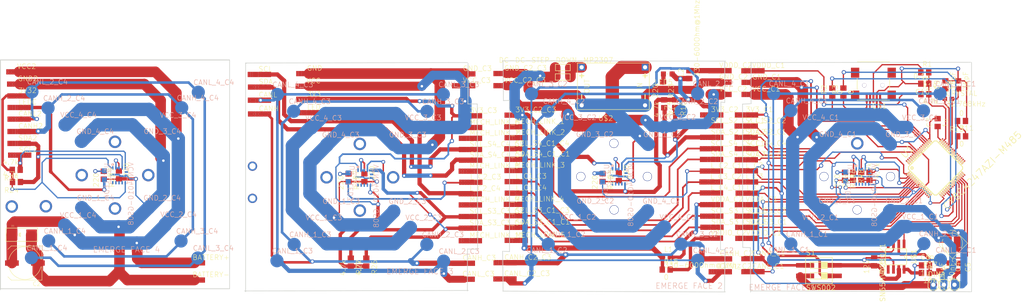
<source format=kicad_pcb>
(kicad_pcb (version 4) (host pcbnew 4.0.6)
  (layers (0 Top signal) (31 Bottom signal) (34 B.Paste user) (35 F.Paste user) (36 B.SilkS user) (37 F.SilkS user) (38 B.Mask user) (39 F.Mask user) (44 Edge.Cuts user))
  (net 0 "")
  (net 1 N$2)
  (net 2 N$3)
  (net 3 XRES)
  (net 4 SWDCLK)
  (net 5 SWDIO)
  (net 6 CAN_TX)
  (net 7 CAN_RX)
  (net 8 N$5)
  (net 9 CANL)
  (net 10 N$9)
  (net 11 MOTOR)
  (net 12 CANH)
  (net 13 CMOD)
  (net 14 CTANK)
  (net 15 SAR_BY)
  (net 16 N$14)
  (net 17 N$15)
  (net 18 N$16)
  (net 19 N$17)
  (net 20 N$18)
  (net 21 LED_S1)
  (net 22 3V3_C1)
  (net 23 GND_C1)
  (net 24 GND_C2)
  (net 25 3V3_C2)
  (net 26 GND3)
  (net 27 GND4)
  (net 28 3V3_C3)
  (net 29 3V3_C4)
  (net 30 N$22)
  (net 31 LED_S2_C2)
  (net 32 LED_S3_C3)
  (net 33 N$20)
  (net 34 LED_S4_C4)
  (net 35 LED_S2)
  (net 36 LED_S3)
  (net 37 LED_S4)
  (net 38 N$26)
  (net 39 N$27)
  (net 40 VCCC)
  (net 41 VCC_C2)
  (net 42 N$32)
  (net 43 N$7)
  (net 44 VCC_C3)
  (net 45 CANL_C3)
  (net 46 CANH_C3)
  (net 47 VCC_C4)
  (net 48 CANL_C4)
  (net 49 CANH_C4)
  (net 50 LED_T_S4)
  (net 51 N$1)
  (net 52 N$4)
  (net 53 P0_1)
  (net 54 P0_5)
  (net 55 P0_4)
  (net 56 VDDD)
  (net 57 VDDA)
  (net 58 VDDD2)
  (net 59 VDDIO2)
  (net 60 VDDA2)
  (net 61 VDDIO)
  (net 62 VCCD)
  (net 63 UART_TX)
  (net 64 UART_RX)
  (net 65 N$21)
  (net 66 N$43)
  (net 67 N$46)
  (net 68 N$8)
  (net 69 SCL_S1)
  (net 70 SDA_S1)
  (net 71 SCL_S3)
  (net 72 SDA_S3)
  (net 73 SDA_S4)
  (net 74 SCL_S4)
  (net 75 SCL_S2)
  (net 76 SDA_S2)
  (net 77 SCL_S2_U)
  (net 78 SCL_S3_U)
  (net 79 SCL_S4_U)
  (net 80 N$10)
  (net 81 N$44)
  (net 82 SDA_S2_U)
  (net 83 SDA_S3_U)
  (net 84 SDA_S4_U)
  (net 85 SCL_S4_U_1)
  (net 86 SDA_S4_U_1)
  (net 87 DN_1)
  (net 88 N$24)
  (module C0805 (layer Top) (at 260.0035 126.8907 270)
    (fp_text reference C4 (at -1.27 -1.27 270) (layer F.SilkS) (effects (font (size 1.2065 1.2065) (thickness 0.1016)) (justify right top)))
    (fp_text value 2200pF (at -1.27 2.54 270) (layer F.SilkS) (effects (font (size 1.2065 1.2065) (thickness 0.1016)) (justify right top)))
    (pad 1 smd rect (at -0.95 0 270) (size 1.3 1.5) (layers Top F.Paste F.Mask) (net 13 CMOD))
    (pad 2 smd rect (at 0.95 0 270) (size 1.3 1.5) (layers Top F.Paste F.Mask) (net 23 GND_C1))
  )
  (module C0805 (layer Top) (at 262.3911 126.9415 270)
    (fp_text reference C5 (at -1.27 -1.27 270) (layer F.SilkS) (effects (font (size 1.2065 1.2065) (thickness 0.1016)) (justify right top)))
    (fp_text value 10nF (at -1.27 2.54 270) (layer F.SilkS) (effects (font (size 1.2065 1.2065) (thickness 0.1016)) (justify right top)))
    (pad 1 smd rect (at -0.95 0 270) (size 1.3 1.5) (layers Top F.Paste F.Mask) (net 14 CTANK))
    (pad 2 smd rect (at 0.95 0 270) (size 1.3 1.5) (layers Top F.Paste F.Mask) (net 23 GND_C1))
  )
  (module C0805 (layer Top) (at 254.1615 126.4843)
    (fp_text reference C6 (at -1.27 -1.27) (layer F.SilkS) (effects (font (size 1.2065 1.2065) (thickness 0.1016)) (justify left bottom)))
    (fp_text value 1u (at -1.27 2.54) (layer F.SilkS) (effects (font (size 1.2065 1.2065) (thickness 0.1016)) (justify left bottom)))
    (pad 1 smd rect (at -0.95 0) (size 1.3 1.5) (layers Top F.Paste F.Mask) (net 15 SAR_BY))
    (pad 2 smd rect (at 0.95 0) (size 1.3 1.5) (layers Top F.Paste F.Mask) (net 23 GND_C1))
  )
  (module USB-MINIB (layer Top) (at 241.6393 82.1613 180)
    (fp_text reference CN1 (at -3.31 -5.35 180) (layer F.SilkS) (effects (font (size 1.2065 1.2065) (thickness 0.1016)) (justify right top)))
    (fp_text value "" (at -3.31 6.35 180) (layer F.SilkS) (effects (font (size 1.2065 1.2065) (thickness 0.1016)) (justify right top)))
    (pad GND2 smd rect (at -4.4 -3.5 180) (size 2 2.4) (layers Top F.Paste F.Mask))
    (pad VBUS smd rect (at -1.6 -4.064) (size 0.5 2.308) (layers Top F.Paste F.Mask) (net 22 3V3_C1))
    (pad D- smd rect (at -0.8 -4.064) (size 0.5 2.308) (layers Top F.Paste F.Mask) (net 23 GND_C1))
    (pad D+ smd rect (at 0 -4.064) (size 0.5 2.308) (layers Top F.Paste F.Mask) (net 51 N$1))
    (pad ID smd rect (at 0.8 -4.064) (size 0.5 2.308) (layers Top F.Paste F.Mask) (net 1 N$2))
    (pad GND smd rect (at 1.6 -4.064) (size 0.5 2.308) (layers Top F.Paste F.Mask) (net 2 N$3))
    (pad GND1 smd rect (at -4.4 2 180) (size 2 2.4) (layers Top F.Paste F.Mask))
    (pad GND3 smd rect (at 4.4 -3.5 180) (size 2 2.4) (layers Top F.Paste F.Mask))
    (pad GND4 smd rect (at 4.4 2 180) (size 2 2.4) (layers Top F.Paste F.Mask))
    (pad "" np_thru_hole circle (at -2.2 -1 180) (size 1 1) (drill 1) (layers *.Cu))
    (pad "" np_thru_hole circle (at 2.2 -1 180) (size 1 1) (drill 1) (layers *.Cu))
  )
  (module 1X03 (layer Top) (at 258.5811 131.1325)
    (fp_text reference DINA (at -3.8862 -1.8288) (layer F.SilkS) (effects (font (size 1.2065 1.2065) (thickness 0.127)) (justify left bottom)))
    (fp_text value "" (at -3.81 3.175) (layer F.SilkS) (effects (font (size 1.2065 1.2065) (thickness 0.1016)) (justify left bottom)))
    (pad 1 thru_hole oval (at -2.54 0 90) (size 3.048 1.524) (drill 1.016) (layers *.Cu *.Mask) (net 87 DN_1))
    (pad 2 thru_hole oval (at 0 0 90) (size 3.048 1.524) (drill 1.016) (layers *.Cu *.Mask) (net 40 VCCC))
    (pad 3 thru_hole oval (at 2.54 0 90) (size 3.048 1.524) (drill 1.016) (layers *.Cu *.Mask) (net 23 GND_C1))
  )
  (module CHIPLED_0805 (layer Bottom) (at 234.9845 105.1229 180)
    (fp_text reference LED1 (at -1.27 -1.27 450) (layer B.SilkS) (effects (font (size 1.2065 1.2065) (thickness 0.1016)) (justify left bottom mirror)))
    (fp_text value "" (at 2.54 -1.27 450) (layer B.SilkS) (effects (font (size 1.2065 1.2065) (thickness 0.1016)) (justify left bottom mirror)))
    (pad C smd rect (at 0 1.05 180) (size 1.2 1.2) (layers Bottom B.Paste B.Mask) (net 16 N$14))
    (pad A smd rect (at 0 -1.05 180) (size 1.2 1.2) (layers Bottom B.Paste B.Mask) (net 21 LED_S1))
  )
  (module CHIPLED_0805 (layer Bottom) (at 176.5391 105.3769 180)
    (fp_text reference LED2 (at -1.27 -1.27 450) (layer B.SilkS) (effects (font (size 1.2065 1.2065) (thickness 0.1016)) (justify left bottom mirror)))
    (fp_text value "" (at 2.54 -1.27 450) (layer B.SilkS) (effects (font (size 1.2065 1.2065) (thickness 0.1016)) (justify left bottom mirror)))
    (pad C smd rect (at 0 1.05 180) (size 1.2 1.2) (layers Bottom B.Paste B.Mask) (net 17 N$15))
    (pad A smd rect (at 0 -1.05 180) (size 1.2 1.2) (layers Bottom B.Paste B.Mask) (net 31 LED_S2_C2))
  )
  (module CHIPLED_0805 (layer Bottom) (at 115.3941 105.3059 180)
    (fp_text reference LED3 (at -1.27 -1.27 450) (layer B.SilkS) (effects (font (size 1.2065 1.2065) (thickness 0.1016)) (justify left bottom mirror)))
    (fp_text value "" (at 2.54 -1.27 450) (layer B.SilkS) (effects (font (size 1.2065 1.2065) (thickness 0.1016)) (justify left bottom mirror)))
    (pad C smd rect (at 0 1.05 180) (size 1.2 1.2) (layers Bottom B.Paste B.Mask) (net 18 N$16))
    (pad A smd rect (at 0 -1.05 180) (size 1.2 1.2) (layers Bottom B.Paste B.Mask) (net 32 LED_S3_C3))
  )
  (module CHIPLED_0805 (layer Bottom) (at 56.7683 104.8033 180)
    (fp_text reference LED4 (at -1.27 -1.27 450) (layer B.SilkS) (effects (font (size 1.2065 1.2065) (thickness 0.1016)) (justify left bottom mirror)))
    (fp_text value "" (at 2.54 -1.27 450) (layer B.SilkS) (effects (font (size 1.2065 1.2065) (thickness 0.1016)) (justify left bottom mirror)))
    (pad C smd rect (at 0 1.05 180) (size 1.2 1.2) (layers Bottom B.Paste B.Mask) (net 19 N$17))
    (pad A smd rect (at 0 -1.05 180) (size 1.2 1.2) (layers Bottom B.Paste B.Mask) (net 34 LED_S4_C4))
  )
  (module CHIPLED_0805 (layer Top) (at 192.2109 80.4595 90)
    (fp_text reference LED5 (at -1.27 1.27 180) (layer F.SilkS) (effects (font (size 1.2065 1.2065) (thickness 0.1016)) (justify right top)))
    (fp_text value "" (at 2.54 1.27 180) (layer F.SilkS) (effects (font (size 1.2065 1.2065) (thickness 0.1016)) (justify right top)))
    (pad C smd rect (at 0 -1.05 90) (size 1.2 1.2) (layers Top F.Paste F.Mask) (net 20 N$18))
    (pad A smd rect (at 0 1.05 90) (size 1.2 1.2) (layers Top F.Paste F.Mask) (net 25 3V3_C2))
  )
  (module R0805 (layer Top) (at 253.9837 80.0785)
    (fp_text reference R1 (at -0.635 -1.27) (layer F.SilkS) (effects (font (size 1.2065 1.2065) (thickness 0.1016)) (justify left bottom)))
    (fp_text value 0 (at -0.635 2.54) (layer F.SilkS) (effects (font (size 1.2065 1.2065) (thickness 0.1016)) (justify left bottom)))
    (pad 1 smd rect (at -0.95 0) (size 1.3 1.5) (layers Top F.Paste F.Mask) (net 51 N$1))
    (pad 2 smd rect (at 0.95 0) (size 1.3 1.5) (layers Top F.Paste F.Mask) (net 3 XRES))
  )
  (module R0805 (layer Top) (at 241.8261 125.6277 270)
    (fp_text reference R16 (at -0.635 -1.27 270) (layer F.SilkS) (effects (font (size 1.2065 1.2065) (thickness 0.1016)) (justify right top)))
    (fp_text value 120 (at -0.635 2.54 270) (layer F.SilkS) (effects (font (size 1.2065 1.2065) (thickness 0.1016)) (justify right top)))
    (pad 1 smd rect (at -0.95 0 270) (size 1.3 1.5) (layers Top F.Paste F.Mask) (net 9 CANL))
    (pad 2 smd rect (at 0.95 0 270) (size 1.3 1.5) (layers Top F.Paste F.Mask) (net 8 N$5))
  )
  (module R0805 (layer Top) (at 254.1361 128.2877)
    (fp_text reference R17 (at -0.635 -1.27) (layer F.SilkS) (effects (font (size 1.2065 1.2065) (thickness 0.1016)) (justify left bottom)))
    (fp_text value 10k (at -0.635 2.54) (layer F.SilkS) (effects (font (size 1.2065 1.2065) (thickness 0.1016)) (justify left bottom)))
    (pad 1 smd rect (at -0.95 0) (size 1.3 1.5) (layers Top F.Paste F.Mask) (net 10 N$9))
    (pad 2 smd rect (at 0.95 0) (size 1.3 1.5) (layers Top F.Paste F.Mask) (net 23 GND_C1))
  )
  (module R0805 (layer Top) (at 257.4889 126.8653 90)
    (fp_text reference R18 (at -0.635 -1.27 90) (layer F.SilkS) (effects (font (size 1.2065 1.2065) (thickness 0.1016)) (justify left bottom)))
    (fp_text value 0 (at -0.635 2.54 90) (layer F.SilkS) (effects (font (size 1.2065 1.2065) (thickness 0.1016)) (justify left bottom)))
    (pad 1 smd rect (at -0.95 0 90) (size 1.3 1.5) (layers Top F.Paste F.Mask) (net 23 GND_C1))
    (pad 2 smd rect (at 0.95 0 90) (size 1.3 1.5) (layers Top F.Paste F.Mask) (net 13 CMOD))
  )
  (module R0805 (layer Top) (at 234.8067 105.0721 270)
    (fp_text reference R19 (at -0.635 -1.27 270) (layer F.SilkS) (effects (font (size 1.2065 1.2065) (thickness 0.1016)) (justify right top)))
    (fp_text value 220 (at -0.635 2.54 270) (layer F.SilkS) (effects (font (size 1.2065 1.2065) (thickness 0.1016)) (justify right top)))
    (pad 1 smd rect (at -0.95 0 270) (size 1.3 1.5) (layers Top F.Paste F.Mask) (net 16 N$14))
    (pad 2 smd rect (at 0.95 0 270) (size 1.3 1.5) (layers Top F.Paste F.Mask) (net 23 GND_C1))
  )
  (module R0805 (layer Top) (at 231.7587 84.8283 90)
    (fp_text reference R2 (at -0.635 -1.27 90) (layer F.SilkS) (effects (font (size 1.2065 1.2065) (thickness 0.1016)) (justify left bottom)))
    (fp_text value 0 (at -0.635 2.54 90) (layer F.SilkS) (effects (font (size 1.2065 1.2065) (thickness 0.1016)) (justify left bottom)))
    (pad 1 smd rect (at -0.95 0 90) (size 1.3 1.5) (layers Top F.Paste F.Mask) (net 1 N$2))
    (pad 2 smd rect (at 0.95 0 90) (size 1.3 1.5) (layers Top F.Paste F.Mask) (net 4 SWDCLK))
  )
  (module R0805 (layer Top) (at 176.5391 105.3769 270)
    (fp_text reference R20 (at -0.635 -1.27 270) (layer F.SilkS) (effects (font (size 1.2065 1.2065) (thickness 0.1016)) (justify right top)))
    (fp_text value 220 (at -0.635 2.54 270) (layer F.SilkS) (effects (font (size 1.2065 1.2065) (thickness 0.1016)) (justify right top)))
    (pad 1 smd rect (at -0.95 0 270) (size 1.3 1.5) (layers Top F.Paste F.Mask) (net 17 N$15))
    (pad 2 smd rect (at 0.95 0 270) (size 1.3 1.5) (layers Top F.Paste F.Mask) (net 24 GND_C2))
  )
  (module R0805 (layer Top) (at 115.4703 105.4329 270)
    (fp_text reference R21 (at -0.635 -1.27 270) (layer F.SilkS) (effects (font (size 1.2065 1.2065) (thickness 0.1016)) (justify right top)))
    (fp_text value 220 (at -0.635 2.54 270) (layer F.SilkS) (effects (font (size 1.2065 1.2065) (thickness 0.1016)) (justify right top)))
    (pad 1 smd rect (at -0.95 0 270) (size 1.3 1.5) (layers Top F.Paste F.Mask) (net 18 N$16))
    (pad 2 smd rect (at 0.95 0 270) (size 1.3 1.5) (layers Top F.Paste F.Mask) (net 26 GND3))
  )
  (module R0805 (layer Top) (at 56.6413 104.8033 270)
    (fp_text reference R22 (at -0.635 -1.27 270) (layer F.SilkS) (effects (font (size 1.2065 1.2065) (thickness 0.1016)) (justify right top)))
    (fp_text value 220 (at -0.635 2.54 270) (layer F.SilkS) (effects (font (size 1.2065 1.2065) (thickness 0.1016)) (justify right top)))
    (pad 1 smd rect (at -0.95 0 270) (size 1.3 1.5) (layers Top F.Paste F.Mask) (net 19 N$17))
    (pad 2 smd rect (at 0.95 0 270) (size 1.3 1.5) (layers Top F.Paste F.Mask) (net 27 GND4))
  )
  (module R0805 (layer Top) (at 191.0701 83.3397 270)
    (fp_text reference R23 (at -0.635 -1.27 270) (layer F.SilkS) (effects (font (size 1.2065 1.2065) (thickness 0.1016)) (justify right top)))
    (fp_text value 220 (at -0.635 2.54 270) (layer F.SilkS) (effects (font (size 1.2065 1.2065) (thickness 0.1016)) (justify right top)))
    (pad 1 smd rect (at -0.95 0 270) (size 1.3 1.5) (layers Top F.Paste F.Mask) (net 20 N$18))
    (pad 2 smd rect (at 0.95 0 270) (size 1.3 1.5) (layers Top F.Paste F.Mask) (net 24 GND_C2))
  )
  (module R0805 (layer Top) (at 234.4257 84.8029 90)
    (fp_text reference R3 (at -0.635 -1.27 90) (layer F.SilkS) (effects (font (size 1.2065 1.2065) (thickness 0.1016)) (justify left bottom)))
    (fp_text value 0 (at -0.635 2.54 90) (layer F.SilkS) (effects (font (size 1.2065 1.2065) (thickness 0.1016)) (justify left bottom)))
    (pad 1 smd rect (at -0.95 0 90) (size 1.3 1.5) (layers Top F.Paste F.Mask) (net 2 N$3))
    (pad 2 smd rect (at 0.95 0 90) (size 1.3 1.5) (layers Top F.Paste F.Mask) (net 5 SWDIO))
  )
  (module SO8 (layer Top) (at 247.1003 124.3761 180)
    (fp_text reference U$1 (at -3.556 1.905 270) (layer F.SilkS) (effects (font (size 1.2065 1.2065) (thickness 0.127)) (justify right top)))
    (fp_text value SN65HVD230/1 (at 3.937 3.302 270) (layer F.SilkS) (effects (font (size 1.2065 1.2065) (thickness 0.127)) (justify right top)))
    (pad 1 smd rect (at -1.905 3.0734 180) (size 0.6604 2.032) (layers Top F.Paste F.Mask) (net 6 CAN_TX))
    (pad 8 smd rect (at -1.905 -3.0734 180) (size 0.6604 2.032) (layers Top F.Paste F.Mask) (net 10 N$9))
    (pad 2 smd rect (at -0.635 3.0734 180) (size 0.6604 2.032) (layers Top F.Paste F.Mask) (net 23 GND_C1))
    (pad 3 smd rect (at 0.635 3.0734 180) (size 0.6604 2.032) (layers Top F.Paste F.Mask) (net 22 3V3_C1))
    (pad 7 smd rect (at -0.635 -3.0734 180) (size 0.6604 2.032) (layers Top F.Paste F.Mask) (net 8 N$5))
    (pad 6 smd rect (at 0.635 -3.0734 180) (size 0.6604 2.032) (layers Top F.Paste F.Mask) (net 9 CANL))
    (pad 4 smd rect (at 1.905 3.0734 180) (size 0.6604 2.032) (layers Top F.Paste F.Mask) (net 7 CAN_RX))
    (pad 5 smd rect (at 1.905 -3.0734 180) (size 0.6604 2.032) (layers Top F.Paste F.Mask))
  )
  (module TQFP64-10X10 (layer Top) (at 256.5745 103.0655 45)
    (fp_text reference U1 (at -3.81 -6.604 45) (layer F.SilkS) (effects (font (size 1.6891 1.6891) (thickness 0.14224)) (justify left bottom)))
    (fp_text value CY8C4247AZI-M485 (at -5.334 9.3901 45) (layer F.SilkS) (effects (font (size 1.6891 1.6891) (thickness 0.14224)) (justify left bottom)))
    (pad 1 smd rect (at -5.7 -3.75 45) (size 1.2 0.3) (layers Top F.Paste F.Mask) (net 15 SAR_BY))
    (pad 2 smd rect (at -5.7 -3.25 45) (size 1.2 0.3) (layers Top F.Paste F.Mask) (net 69 SCL_S1))
    (pad 3 smd rect (at -5.7 -2.75 45) (size 1.2 0.3) (layers Top F.Paste F.Mask) (net 70 SDA_S1))
    (pad 4 smd rect (at -5.7 -2.25 45) (size 1.2 0.3) (layers Top F.Paste F.Mask) (net 21 LED_S1))
    (pad 5 smd rect (at -5.7 -1.75 45) (size 1.2 0.3) (layers Top F.Paste F.Mask) (net 35 LED_S2))
    (pad 6 smd rect (at -5.7 -1.25 45) (size 1.2 0.3) (layers Top F.Paste F.Mask) (net 36 LED_S3))
    (pad 7 smd rect (at -5.7 -0.75 45) (size 1.2 0.3) (layers Top F.Paste F.Mask) (net 37 LED_S4))
    (pad 8 smd rect (at -5.7 -0.25 45) (size 1.2 0.3) (layers Top F.Paste F.Mask) (net 11 MOTOR))
    (pad 9 smd rect (at -5.7 0.25 45) (size 1.2 0.3) (layers Top F.Paste F.Mask) (net 11 MOTOR))
    (pad 10 smd rect (at -5.7 0.75 45) (size 1.2 0.3) (layers Top F.Paste F.Mask) (net 23 GND_C1))
    (pad 11 smd rect (at -5.7 1.25 45) (size 1.2 0.3) (layers Top F.Paste F.Mask) (net 57 VDDA))
    (pad 12 smd rect (at -5.7 1.75 45) (size 1.2 0.3) (layers Top F.Paste F.Mask) (net 71 SCL_S3))
    (pad 13 smd rect (at -5.7 2.25 45) (size 1.2 0.3) (layers Top F.Paste F.Mask) (net 72 SDA_S3))
    (pad 14 smd rect (at -5.7 2.75 45) (size 1.2 0.3) (layers Top F.Paste F.Mask))
    (pad 15 smd rect (at -5.7 3.25 45) (size 1.2 0.3) (layers Top F.Paste F.Mask))
    (pad 16 smd rect (at -5.7 3.75 45) (size 1.2 0.3) (layers Top F.Paste F.Mask))
    (pad 17 smd rect (at -3.75 5.7 45) (size 0.3 1.2) (layers Top F.Paste F.Mask) (net 23 GND_C1))
    (pad 18 smd rect (at -3.25 5.7 45) (size 0.3 1.2) (layers Top F.Paste F.Mask))
    (pad 19 smd rect (at -2.75 5.7 45) (size 0.3 1.2) (layers Top F.Paste F.Mask))
    (pad 20 smd rect (at -2.25 5.7 45) (size 0.3 1.2) (layers Top F.Paste F.Mask) (net 5 SWDIO))
    (pad 21 smd rect (at -1.75 5.7 45) (size 0.3 1.2) (layers Top F.Paste F.Mask) (net 4 SWDCLK))
    (pad 22 smd rect (at -1.25 5.7 45) (size 0.3 1.2) (layers Top F.Paste F.Mask))
    (pad 23 smd rect (at -0.75 5.7 45) (size 0.3 1.2) (layers Top F.Paste F.Mask))
    (pad 24 smd rect (at -0.25 5.7 45) (size 0.3 1.2) (layers Top F.Paste F.Mask))
    (pad 25 smd rect (at 0.25 5.7 45) (size 0.3 1.2) (layers Top F.Paste F.Mask))
    (pad 26 smd rect (at 0.75 5.7 45) (size 0.3 1.2) (layers Top F.Paste F.Mask) (net 61 VDDIO))
    (pad 27 smd rect (at 1.25 5.7 45) (size 0.3 1.2) (layers Top F.Paste F.Mask) (net 7 CAN_RX))
    (pad 28 smd rect (at 1.75 5.7 45) (size 0.3 1.2) (layers Top F.Paste F.Mask) (net 6 CAN_TX))
    (pad 29 smd rect (at 2.25 5.7 45) (size 0.3 1.2) (layers Top F.Paste F.Mask) (net 13 CMOD))
    (pad 30 smd rect (at 2.75 5.7 45) (size 0.3 1.2) (layers Top F.Paste F.Mask) (net 14 CTANK))
    (pad 31 smd rect (at 3.25 5.7 45) (size 0.3 1.2) (layers Top F.Paste F.Mask))
    (pad 32 smd rect (at 3.75 5.7 45) (size 0.3 1.2) (layers Top F.Paste F.Mask))
    (pad 33 smd rect (at 5.7 3.75 45) (size 1.2 0.3) (layers Top F.Paste F.Mask))
    (pad 34 smd rect (at 5.7 3.25 45) (size 1.2 0.3) (layers Top F.Paste F.Mask))
    (pad 35 smd rect (at 5.7 2.75 45) (size 1.2 0.3) (layers Top F.Paste F.Mask))
    (pad 36 smd rect (at 5.7 2.25 45) (size 1.2 0.3) (layers Top F.Paste F.Mask))
    (pad 37 smd rect (at 5.7 1.75 45) (size 1.2 0.3) (layers Top F.Paste F.Mask) (net 64 UART_RX))
    (pad 38 smd rect (at 5.7 1.25 45) (size 1.2 0.3) (layers Top F.Paste F.Mask) (net 63 UART_TX))
    (pad 39 smd rect (at 5.7 0.75 45) (size 1.2 0.3) (layers Top F.Paste F.Mask))
    (pad 40 smd rect (at 5.7 0.25 45) (size 1.2 0.3) (layers Top F.Paste F.Mask) (net 53 P0_1))
    (pad 41 smd rect (at 5.7 -0.25 45) (size 1.2 0.3) (layers Top F.Paste F.Mask))
    (pad 42 smd rect (at 5.7 -0.75 45) (size 1.2 0.3) (layers Top F.Paste F.Mask))
    (pad 43 smd rect (at 5.7 -1.25 45) (size 1.2 0.3) (layers Top F.Paste F.Mask) (net 55 P0_4))
    (pad 44 smd rect (at 5.7 -1.75 45) (size 1.2 0.3) (layers Top F.Paste F.Mask) (net 54 P0_5))
    (pad 45 smd rect (at 5.7 -2.25 45) (size 1.2 0.3) (layers Top F.Paste F.Mask))
    (pad 46 smd rect (at 5.7 -2.75 45) (size 1.2 0.3) (layers Top F.Paste F.Mask))
    (pad 47 smd rect (at 5.7 -3.25 45) (size 1.2 0.3) (layers Top F.Paste F.Mask) (net 3 XRES))
    (pad 48 smd rect (at 5.7 -3.75 45) (size 1.2 0.3) (layers Top F.Paste F.Mask) (net 62 VCCD))
    (pad 49 smd rect (at 3.75 -5.7 45) (size 0.3 1.2) (layers Top F.Paste F.Mask) (net 23 GND_C1))
    (pad 50 smd rect (at 3.25 -5.7 45) (size 0.3 1.2) (layers Top F.Paste F.Mask) (net 56 VDDD))
    (pad 51 smd rect (at 2.75 -5.7 45) (size 0.3 1.2) (layers Top F.Paste F.Mask) (net 75 SCL_S2))
    (pad 52 smd rect (at 2.25 -5.7 45) (size 0.3 1.2) (layers Top F.Paste F.Mask) (net 76 SDA_S2))
    (pad 53 smd rect (at 1.75 -5.7 45) (size 0.3 1.2) (layers Top F.Paste F.Mask))
    (pad 54 smd rect (at 1.25 -5.7 45) (size 0.3 1.2) (layers Top F.Paste F.Mask))
    (pad 55 smd rect (at 0.75 -5.7 45) (size 0.3 1.2) (layers Top F.Paste F.Mask))
    (pad 56 smd rect (at 0.25 -5.7 45) (size 0.3 1.2) (layers Top F.Paste F.Mask) (net 57 VDDA))
    (pad 57 smd rect (at -0.25 -5.7 45) (size 0.3 1.2) (layers Top F.Paste F.Mask) (net 23 GND_C1))
    (pad 58 smd rect (at -0.75 -5.7 45) (size 0.3 1.2) (layers Top F.Paste F.Mask) (net 74 SCL_S4))
    (pad 59 smd rect (at -1.25 -5.7 45) (size 0.3 1.2) (layers Top F.Paste F.Mask) (net 73 SDA_S4))
    (pad 60 smd rect (at -1.75 -5.7 45) (size 0.3 1.2) (layers Top F.Paste F.Mask))
    (pad 61 smd rect (at -2.25 -5.7 45) (size 0.3 1.2) (layers Top F.Paste F.Mask))
    (pad 62 smd rect (at -2.75 -5.7 45) (size 0.3 1.2) (layers Top F.Paste F.Mask))
    (pad 63 smd rect (at -3.25 -5.7 45) (size 0.3 1.2) (layers Top F.Paste F.Mask))
    (pad 64 smd rect (at -3.75 -5.7 45) (size 0.3 1.2) (layers Top F.Paste F.Mask))
  )
  (module TP11R (layer Top) (at 211.4115 90.3147)
    (fp_text reference 3V3_C1 (at -0.5499 -0.5999) (layer F.SilkS) (effects (font (size 1.2065 1.2065) (thickness 0.1016)) (justify left bottom)))
    (fp_text value PTR1TP11R (at -0.508 0.508) (layer F.SilkS) (effects (font (size 0.02413 0.02413) (thickness 0.002032)) (justify left bottom)))
    (pad TP smd circle (at 0 0) (size 1.1 1.1) (layers Top F.Paste F.Mask) (net 22 3V3_C1))
    (pad P$1 smd rect (at 0.381 0 90) (size 1.27 0.635) (layers Top F.Paste F.Mask))
    (pad P$2 smd rect (at 1.016 0 90) (size 1.27 0.635) (layers Top F.Paste F.Mask))
    (pad P$3 smd rect (at -0.254 0 90) (size 1.27 0.635) (layers Top F.Paste F.Mask))
    (pad P$4 smd rect (at -0.889 0 90) (size 1.27 0.635) (layers Top F.Paste F.Mask))
    (pad P$5 smd rect (at -1.524 0 90) (size 1.27 0.635) (layers Top F.Paste F.Mask))
    (pad P$6 smd rect (at 1.6129 0 90) (size 1.27 0.635) (layers Top F.Paste F.Mask))
    (pad P$7 smd rect (at 2.2098 0 90) (size 1.27 0.635) (layers Top F.Paste F.Mask))
    (pad P$8 smd rect (at -2.1463 0 90) (size 1.27 0.635) (layers Top F.Paste F.Mask))
    (pad P$9 smd rect (at -2.7686 0 90) (size 1.27 0.635) (layers Top F.Paste F.Mask))
  )
  (module TP11R (layer Top) (at 213.0135 82.4915)
    (fp_text reference GND_C1 (at -0.5499 -0.5999) (layer F.SilkS) (effects (font (size 1.2065 1.2065) (thickness 0.1016)) (justify left bottom)))
    (fp_text value PTR1TP11R (at -0.508 0.508) (layer F.SilkS) (effects (font (size 0.02413 0.02413) (thickness 0.002032)) (justify left bottom)))
    (pad TP smd circle (at 0 0) (size 1.1 1.1) (layers Top F.Paste F.Mask) (net 23 GND_C1))
    (pad P$1 smd rect (at 0.381 0 90) (size 1.27 0.635) (layers Top F.Paste F.Mask))
    (pad P$2 smd rect (at 1.016 0 90) (size 1.27 0.635) (layers Top F.Paste F.Mask))
    (pad P$3 smd rect (at -0.254 0 90) (size 1.27 0.635) (layers Top F.Paste F.Mask))
    (pad P$4 smd rect (at -0.889 0 90) (size 1.27 0.635) (layers Top F.Paste F.Mask))
    (pad P$5 smd rect (at -1.524 0 90) (size 1.27 0.635) (layers Top F.Paste F.Mask))
    (pad P$6 smd rect (at 1.6129 0 90) (size 1.27 0.635) (layers Top F.Paste F.Mask))
    (pad P$7 smd rect (at 2.2098 0 90) (size 1.27 0.635) (layers Top F.Paste F.Mask))
    (pad P$8 smd rect (at -2.1463 0 90) (size 1.27 0.635) (layers Top F.Paste F.Mask))
    (pad P$9 smd rect (at -2.7686 0 90) (size 1.27 0.635) (layers Top F.Paste F.Mask))
  )
  (module TP11R (layer Top) (at 203.0567 90.3147)
    (fp_text reference 3V3_C2 (at -0.5499 -0.5999) (layer F.SilkS) (effects (font (size 1.2065 1.2065) (thickness 0.1016)) (justify left bottom)))
    (fp_text value PTR1TP11R (at -0.508 0.508) (layer F.SilkS) (effects (font (size 0.02413 0.02413) (thickness 0.002032)) (justify left bottom)))
    (pad TP smd circle (at 0 0) (size 1.1 1.1) (layers Top F.Paste F.Mask) (net 25 3V3_C2))
    (pad P$1 smd rect (at 0.381 0 90) (size 1.27 0.635) (layers Top F.Paste F.Mask))
    (pad P$2 smd rect (at 1.016 0 90) (size 1.27 0.635) (layers Top F.Paste F.Mask))
    (pad P$3 smd rect (at -0.254 0 90) (size 1.27 0.635) (layers Top F.Paste F.Mask))
    (pad P$4 smd rect (at -0.889 0 90) (size 1.27 0.635) (layers Top F.Paste F.Mask))
    (pad P$5 smd rect (at -1.524 0 90) (size 1.27 0.635) (layers Top F.Paste F.Mask))
    (pad P$6 smd rect (at 1.6129 0 90) (size 1.27 0.635) (layers Top F.Paste F.Mask))
    (pad P$7 smd rect (at 2.2098 0 90) (size 1.27 0.635) (layers Top F.Paste F.Mask))
    (pad P$8 smd rect (at -2.1463 0 90) (size 1.27 0.635) (layers Top F.Paste F.Mask))
    (pad P$9 smd rect (at -2.7686 0 90) (size 1.27 0.635) (layers Top F.Paste F.Mask))
  )
  (module TP11R (layer Top) (at 205.0125 82.4407)
    (fp_text reference GND_C2 (at -0.5499 -0.5999) (layer F.SilkS) (effects (font (size 1.2065 1.2065) (thickness 0.1016)) (justify left bottom)))
    (fp_text value PTR1TP11R (at -0.508 0.508) (layer F.SilkS) (effects (font (size 0.02413 0.02413) (thickness 0.002032)) (justify left bottom)))
    (pad TP smd circle (at 0 0) (size 1.1 1.1) (layers Top F.Paste F.Mask) (net 24 GND_C2))
    (pad P$1 smd rect (at 0.381 0 90) (size 1.27 0.635) (layers Top F.Paste F.Mask))
    (pad P$2 smd rect (at 1.016 0 90) (size 1.27 0.635) (layers Top F.Paste F.Mask))
    (pad P$3 smd rect (at -0.254 0 90) (size 1.27 0.635) (layers Top F.Paste F.Mask))
    (pad P$4 smd rect (at -0.889 0 90) (size 1.27 0.635) (layers Top F.Paste F.Mask))
    (pad P$5 smd rect (at -1.524 0 90) (size 1.27 0.635) (layers Top F.Paste F.Mask))
    (pad P$6 smd rect (at 1.6129 0 90) (size 1.27 0.635) (layers Top F.Paste F.Mask))
    (pad P$7 smd rect (at 2.2098 0 90) (size 1.27 0.635) (layers Top F.Paste F.Mask))
    (pad P$8 smd rect (at -2.1463 0 90) (size 1.27 0.635) (layers Top F.Paste F.Mask))
    (pad P$9 smd rect (at -2.7686 0 90) (size 1.27 0.635) (layers Top F.Paste F.Mask))
  )
  (module TP11R (layer Top) (at 156.0413 90.3655)
    (fp_text reference 3V3_C2_C3 (at -0.5499 -0.5999) (layer F.SilkS) (effects (font (size 1.2065 1.2065) (thickness 0.1016)) (justify left bottom)))
    (fp_text value PTR1TP11R (at -0.508 0.508) (layer F.SilkS) (effects (font (size 0.02413 0.02413) (thickness 0.002032)) (justify left bottom)))
    (pad TP smd circle (at 0 0) (size 1.1 1.1) (layers Top F.Paste F.Mask) (net 25 3V3_C2))
    (pad P$1 smd rect (at 0.381 0 90) (size 1.27 0.635) (layers Top F.Paste F.Mask))
    (pad P$2 smd rect (at 1.016 0 90) (size 1.27 0.635) (layers Top F.Paste F.Mask))
    (pad P$3 smd rect (at -0.254 0 90) (size 1.27 0.635) (layers Top F.Paste F.Mask))
    (pad P$4 smd rect (at -0.889 0 90) (size 1.27 0.635) (layers Top F.Paste F.Mask))
    (pad P$5 smd rect (at -1.524 0 90) (size 1.27 0.635) (layers Top F.Paste F.Mask))
    (pad P$6 smd rect (at 1.6129 0 90) (size 1.27 0.635) (layers Top F.Paste F.Mask))
    (pad P$7 smd rect (at 2.2098 0 90) (size 1.27 0.635) (layers Top F.Paste F.Mask))
    (pad P$8 smd rect (at -2.1463 0 90) (size 1.27 0.635) (layers Top F.Paste F.Mask))
    (pad P$9 smd rect (at -2.7686 0 90) (size 1.27 0.635) (layers Top F.Paste F.Mask))
  )
  (module TP11R (layer Top) (at 153.3743 80.3579)
    (fp_text reference GND_C2_C3 (at -0.5499 -0.5999) (layer F.SilkS) (effects (font (size 1.2065 1.2065) (thickness 0.1016)) (justify left bottom)))
    (fp_text value PTR1TP11R (at -0.508 0.508) (layer F.SilkS) (effects (font (size 0.02413 0.02413) (thickness 0.002032)) (justify left bottom)))
    (pad TP smd circle (at 0 0) (size 1.1 1.1) (layers Top F.Paste F.Mask) (net 24 GND_C2))
    (pad P$1 smd rect (at 0.381 0 90) (size 1.27 0.635) (layers Top F.Paste F.Mask))
    (pad P$2 smd rect (at 1.016 0 90) (size 1.27 0.635) (layers Top F.Paste F.Mask))
    (pad P$3 smd rect (at -0.254 0 90) (size 1.27 0.635) (layers Top F.Paste F.Mask))
    (pad P$4 smd rect (at -0.889 0 90) (size 1.27 0.635) (layers Top F.Paste F.Mask))
    (pad P$5 smd rect (at -1.524 0 90) (size 1.27 0.635) (layers Top F.Paste F.Mask))
    (pad P$6 smd rect (at 1.6129 0 90) (size 1.27 0.635) (layers Top F.Paste F.Mask))
    (pad P$7 smd rect (at 2.2098 0 90) (size 1.27 0.635) (layers Top F.Paste F.Mask))
    (pad P$8 smd rect (at -2.1463 0 90) (size 1.27 0.635) (layers Top F.Paste F.Mask))
    (pad P$9 smd rect (at -2.7686 0 90) (size 1.27 0.635) (layers Top F.Paste F.Mask))
  )
  (module TP11R (layer Top) (at 145.0613 90.5231)
    (fp_text reference 3V3_C3 (at -0.5499 -0.5999) (layer F.SilkS) (effects (font (size 1.2065 1.2065) (thickness 0.1016)) (justify left bottom)))
    (fp_text value PTR1TP11R (at -0.508 0.508) (layer F.SilkS) (effects (font (size 0.02413 0.02413) (thickness 0.002032)) (justify left bottom)))
    (pad TP smd circle (at 0 0) (size 1.1 1.1) (layers Top F.Paste F.Mask) (net 28 3V3_C3))
    (pad P$1 smd rect (at 0.381 0 90) (size 1.27 0.635) (layers Top F.Paste F.Mask))
    (pad P$2 smd rect (at 1.016 0 90) (size 1.27 0.635) (layers Top F.Paste F.Mask))
    (pad P$3 smd rect (at -0.254 0 90) (size 1.27 0.635) (layers Top F.Paste F.Mask))
    (pad P$4 smd rect (at -0.889 0 90) (size 1.27 0.635) (layers Top F.Paste F.Mask))
    (pad P$5 smd rect (at -1.524 0 90) (size 1.27 0.635) (layers Top F.Paste F.Mask))
    (pad P$6 smd rect (at 1.6129 0 90) (size 1.27 0.635) (layers Top F.Paste F.Mask))
    (pad P$7 smd rect (at 2.2098 0 90) (size 1.27 0.635) (layers Top F.Paste F.Mask))
    (pad P$8 smd rect (at -2.1463 0 90) (size 1.27 0.635) (layers Top F.Paste F.Mask))
    (pad P$9 smd rect (at -2.7686 0 90) (size 1.27 0.635) (layers Top F.Paste F.Mask))
  )
  (module TP11R (layer Top) (at 143.4517 80.4445)
    (fp_text reference GND_C3 (at -0.5499 -0.5999) (layer F.SilkS) (effects (font (size 1.2065 1.2065) (thickness 0.1016)) (justify left bottom)))
    (fp_text value PTR1TP11R (at -0.508 0.508) (layer F.SilkS) (effects (font (size 0.02413 0.02413) (thickness 0.002032)) (justify left bottom)))
    (pad TP smd circle (at 0 0) (size 1.1 1.1) (layers Top F.Paste F.Mask) (net 26 GND3))
    (pad P$1 smd rect (at 0.381 0 90) (size 1.27 0.635) (layers Top F.Paste F.Mask))
    (pad P$2 smd rect (at 1.016 0 90) (size 1.27 0.635) (layers Top F.Paste F.Mask))
    (pad P$3 smd rect (at -0.254 0 90) (size 1.27 0.635) (layers Top F.Paste F.Mask))
    (pad P$4 smd rect (at -0.889 0 90) (size 1.27 0.635) (layers Top F.Paste F.Mask))
    (pad P$5 smd rect (at -1.524 0 90) (size 1.27 0.635) (layers Top F.Paste F.Mask))
    (pad P$6 smd rect (at 1.6129 0 90) (size 1.27 0.635) (layers Top F.Paste F.Mask))
    (pad P$7 smd rect (at 2.2098 0 90) (size 1.27 0.635) (layers Top F.Paste F.Mask))
    (pad P$8 smd rect (at -2.1463 0 90) (size 1.27 0.635) (layers Top F.Paste F.Mask))
    (pad P$9 smd rect (at -2.7686 0 90) (size 1.27 0.635) (layers Top F.Paste F.Mask))
  )
  (module TP11R (layer Top) (at 211.3851 103.7513)
    (fp_text reference L_C2 (at -0.5499 -0.5999) (layer F.SilkS) (effects (font (size 1.2065 1.2065) (thickness 0.1016)) (justify left bottom)))
    (fp_text value PTR1TP11R (at -0.508 0.508) (layer F.SilkS) (effects (font (size 0.02413 0.02413) (thickness 0.002032)) (justify left bottom)))
    (pad TP smd circle (at 0 0) (size 1.1 1.1) (layers Top F.Paste F.Mask) (net 35 LED_S2))
    (pad P$1 smd rect (at 0.381 0 90) (size 1.27 0.635) (layers Top F.Paste F.Mask))
    (pad P$2 smd rect (at 1.016 0 90) (size 1.27 0.635) (layers Top F.Paste F.Mask))
    (pad P$3 smd rect (at -0.254 0 90) (size 1.27 0.635) (layers Top F.Paste F.Mask))
    (pad P$4 smd rect (at -0.889 0 90) (size 1.27 0.635) (layers Top F.Paste F.Mask))
    (pad P$5 smd rect (at -1.524 0 90) (size 1.27 0.635) (layers Top F.Paste F.Mask))
    (pad P$6 smd rect (at 1.6129 0 90) (size 1.27 0.635) (layers Top F.Paste F.Mask))
    (pad P$7 smd rect (at 2.2098 0 90) (size 1.27 0.635) (layers Top F.Paste F.Mask))
    (pad P$8 smd rect (at -2.1463 0 90) (size 1.27 0.635) (layers Top F.Paste F.Mask))
    (pad P$9 smd rect (at -2.7686 0 90) (size 1.27 0.635) (layers Top F.Paste F.Mask))
  )
  (module TP11R (layer Top) (at 202.9805 103.8021)
    (fp_text reference L_C2_C1 (at -0.5499 -0.5999) (layer F.SilkS) (effects (font (size 1.2065 1.2065) (thickness 0.1016)) (justify left bottom)))
    (fp_text value PTR1TP11R (at -0.508 0.508) (layer F.SilkS) (effects (font (size 0.02413 0.02413) (thickness 0.002032)) (justify left bottom)))
    (pad TP smd circle (at 0 0) (size 1.1 1.1) (layers Top F.Paste F.Mask) (net 31 LED_S2_C2))
    (pad P$1 smd rect (at 0.381 0 90) (size 1.27 0.635) (layers Top F.Paste F.Mask))
    (pad P$2 smd rect (at 1.016 0 90) (size 1.27 0.635) (layers Top F.Paste F.Mask))
    (pad P$3 smd rect (at -0.254 0 90) (size 1.27 0.635) (layers Top F.Paste F.Mask))
    (pad P$4 smd rect (at -0.889 0 90) (size 1.27 0.635) (layers Top F.Paste F.Mask))
    (pad P$5 smd rect (at -1.524 0 90) (size 1.27 0.635) (layers Top F.Paste F.Mask))
    (pad P$6 smd rect (at 1.6129 0 90) (size 1.27 0.635) (layers Top F.Paste F.Mask))
    (pad P$7 smd rect (at 2.2098 0 90) (size 1.27 0.635) (layers Top F.Paste F.Mask))
    (pad P$8 smd rect (at -2.1463 0 90) (size 1.27 0.635) (layers Top F.Paste F.Mask))
    (pad P$9 smd rect (at -2.7686 0 90) (size 1.27 0.635) (layers Top F.Paste F.Mask))
  )
  (module TP11R (layer Top) (at 211.4105 106.4183)
    (fp_text reference L_C3 (at -0.5499 -0.5999) (layer F.SilkS) (effects (font (size 1.2065 1.2065) (thickness 0.1016)) (justify left bottom)))
    (fp_text value PTR1TP11R (at -0.508 0.508) (layer F.SilkS) (effects (font (size 0.02413 0.02413) (thickness 0.002032)) (justify left bottom)))
    (pad TP smd circle (at 0 0) (size 1.1 1.1) (layers Top F.Paste F.Mask) (net 36 LED_S3))
    (pad P$1 smd rect (at 0.381 0 90) (size 1.27 0.635) (layers Top F.Paste F.Mask))
    (pad P$2 smd rect (at 1.016 0 90) (size 1.27 0.635) (layers Top F.Paste F.Mask))
    (pad P$3 smd rect (at -0.254 0 90) (size 1.27 0.635) (layers Top F.Paste F.Mask))
    (pad P$4 smd rect (at -0.889 0 90) (size 1.27 0.635) (layers Top F.Paste F.Mask))
    (pad P$5 smd rect (at -1.524 0 90) (size 1.27 0.635) (layers Top F.Paste F.Mask))
    (pad P$6 smd rect (at 1.6129 0 90) (size 1.27 0.635) (layers Top F.Paste F.Mask))
    (pad P$7 smd rect (at 2.2098 0 90) (size 1.27 0.635) (layers Top F.Paste F.Mask))
    (pad P$8 smd rect (at -2.1463 0 90) (size 1.27 0.635) (layers Top F.Paste F.Mask))
    (pad P$9 smd rect (at -2.7686 0 90) (size 1.27 0.635) (layers Top F.Paste F.Mask))
  )
  (module TP11R (layer Top) (at 202.8789 106.4183)
    (fp_text reference L_C3_C2 (at -0.5499 -0.5999) (layer F.SilkS) (effects (font (size 1.2065 1.2065) (thickness 0.1016)) (justify left bottom)))
    (fp_text value PTR1TP11R (at -0.508 0.508) (layer F.SilkS) (effects (font (size 0.02413 0.02413) (thickness 0.002032)) (justify left bottom)))
    (pad TP smd circle (at 0 0) (size 1.1 1.1) (layers Top F.Paste F.Mask) (net 30 N$22))
    (pad P$1 smd rect (at 0.381 0 90) (size 1.27 0.635) (layers Top F.Paste F.Mask))
    (pad P$2 smd rect (at 1.016 0 90) (size 1.27 0.635) (layers Top F.Paste F.Mask))
    (pad P$3 smd rect (at -0.254 0 90) (size 1.27 0.635) (layers Top F.Paste F.Mask))
    (pad P$4 smd rect (at -0.889 0 90) (size 1.27 0.635) (layers Top F.Paste F.Mask))
    (pad P$5 smd rect (at -1.524 0 90) (size 1.27 0.635) (layers Top F.Paste F.Mask))
    (pad P$6 smd rect (at 1.6129 0 90) (size 1.27 0.635) (layers Top F.Paste F.Mask))
    (pad P$7 smd rect (at 2.2098 0 90) (size 1.27 0.635) (layers Top F.Paste F.Mask))
    (pad P$8 smd rect (at -2.1463 0 90) (size 1.27 0.635) (layers Top F.Paste F.Mask))
    (pad P$9 smd rect (at -2.7686 0 90) (size 1.27 0.635) (layers Top F.Paste F.Mask))
  )
  (module TP11R (layer Top) (at 156.0667 106.3421)
    (fp_text reference L_C1_C3 (at -0.5499 -0.5999) (layer F.SilkS) (effects (font (size 1.2065 1.2065) (thickness 0.1016)) (justify left bottom)))
    (fp_text value PTR1TP11R (at -0.508 0.508) (layer F.SilkS) (effects (font (size 0.02413 0.02413) (thickness 0.002032)) (justify left bottom)))
    (pad TP smd circle (at 0 0) (size 1.1 1.1) (layers Top F.Paste F.Mask) (net 30 N$22))
    (pad P$1 smd rect (at 0.381 0 90) (size 1.27 0.635) (layers Top F.Paste F.Mask))
    (pad P$2 smd rect (at 1.016 0 90) (size 1.27 0.635) (layers Top F.Paste F.Mask))
    (pad P$3 smd rect (at -0.254 0 90) (size 1.27 0.635) (layers Top F.Paste F.Mask))
    (pad P$4 smd rect (at -0.889 0 90) (size 1.27 0.635) (layers Top F.Paste F.Mask))
    (pad P$5 smd rect (at -1.524 0 90) (size 1.27 0.635) (layers Top F.Paste F.Mask))
    (pad P$6 smd rect (at 1.6129 0 90) (size 1.27 0.635) (layers Top F.Paste F.Mask))
    (pad P$7 smd rect (at 2.2098 0 90) (size 1.27 0.635) (layers Top F.Paste F.Mask))
    (pad P$8 smd rect (at -2.1463 0 90) (size 1.27 0.635) (layers Top F.Paste F.Mask))
    (pad P$9 smd rect (at -2.7686 0 90) (size 1.27 0.635) (layers Top F.Paste F.Mask))
  )
  (module TP11R (layer Top) (at 145.1375 106.4997)
    (fp_text reference L_C2_C3 (at -0.5499 -0.5999) (layer F.SilkS) (effects (font (size 1.2065 1.2065) (thickness 0.1016)) (justify left bottom)))
    (fp_text value PTR1TP11R (at -0.508 0.508) (layer F.SilkS) (effects (font (size 0.02413 0.02413) (thickness 0.002032)) (justify left bottom)))
    (pad TP smd circle (at 0 0) (size 1.1 1.1) (layers Top F.Paste F.Mask) (net 32 LED_S3_C3))
    (pad P$1 smd rect (at 0.381 0 90) (size 1.27 0.635) (layers Top F.Paste F.Mask))
    (pad P$2 smd rect (at 1.016 0 90) (size 1.27 0.635) (layers Top F.Paste F.Mask))
    (pad P$3 smd rect (at -0.254 0 90) (size 1.27 0.635) (layers Top F.Paste F.Mask))
    (pad P$4 smd rect (at -0.889 0 90) (size 1.27 0.635) (layers Top F.Paste F.Mask))
    (pad P$5 smd rect (at -1.524 0 90) (size 1.27 0.635) (layers Top F.Paste F.Mask))
    (pad P$6 smd rect (at 1.6129 0 90) (size 1.27 0.635) (layers Top F.Paste F.Mask))
    (pad P$7 smd rect (at 2.2098 0 90) (size 1.27 0.635) (layers Top F.Paste F.Mask))
    (pad P$8 smd rect (at -2.1463 0 90) (size 1.27 0.635) (layers Top F.Paste F.Mask))
    (pad P$9 smd rect (at -2.7686 0 90) (size 1.27 0.635) (layers Top F.Paste F.Mask))
  )
  (module TP11R (layer Top) (at 211.5865 109.1107)
    (fp_text reference L_C4 (at -0.5499 -0.5999) (layer F.SilkS) (effects (font (size 1.2065 1.2065) (thickness 0.1016)) (justify left bottom)))
    (fp_text value PTR1TP11R (at -0.508 0.508) (layer F.SilkS) (effects (font (size 0.02413 0.02413) (thickness 0.002032)) (justify left bottom)))
    (pad TP smd circle (at 0 0) (size 1.1 1.1) (layers Top F.Paste F.Mask) (net 37 LED_S4))
    (pad P$1 smd rect (at 0.381 0 90) (size 1.27 0.635) (layers Top F.Paste F.Mask))
    (pad P$2 smd rect (at 1.016 0 90) (size 1.27 0.635) (layers Top F.Paste F.Mask))
    (pad P$3 smd rect (at -0.254 0 90) (size 1.27 0.635) (layers Top F.Paste F.Mask))
    (pad P$4 smd rect (at -0.889 0 90) (size 1.27 0.635) (layers Top F.Paste F.Mask))
    (pad P$5 smd rect (at -1.524 0 90) (size 1.27 0.635) (layers Top F.Paste F.Mask))
    (pad P$6 smd rect (at 1.6129 0 90) (size 1.27 0.635) (layers Top F.Paste F.Mask))
    (pad P$7 smd rect (at 2.2098 0 90) (size 1.27 0.635) (layers Top F.Paste F.Mask))
    (pad P$8 smd rect (at -2.1463 0 90) (size 1.27 0.635) (layers Top F.Paste F.Mask))
    (pad P$9 smd rect (at -2.7686 0 90) (size 1.27 0.635) (layers Top F.Paste F.Mask))
  )
  (module TP11R (layer Top) (at 202.9805 109.0599)
    (fp_text reference L_C4_C1 (at -0.5499 -0.5999) (layer F.SilkS) (effects (font (size 1.2065 1.2065) (thickness 0.1016)) (justify left bottom)))
    (fp_text value PTR1TP11R (at -0.508 0.508) (layer F.SilkS) (effects (font (size 0.02413 0.02413) (thickness 0.002032)) (justify left bottom)))
    (pad TP smd circle (at 0 0) (size 1.1 1.1) (layers Top F.Paste F.Mask) (net 33 N$20))
    (pad P$1 smd rect (at 0.381 0 90) (size 1.27 0.635) (layers Top F.Paste F.Mask))
    (pad P$2 smd rect (at 1.016 0 90) (size 1.27 0.635) (layers Top F.Paste F.Mask))
    (pad P$3 smd rect (at -0.254 0 90) (size 1.27 0.635) (layers Top F.Paste F.Mask))
    (pad P$4 smd rect (at -0.889 0 90) (size 1.27 0.635) (layers Top F.Paste F.Mask))
    (pad P$5 smd rect (at -1.524 0 90) (size 1.27 0.635) (layers Top F.Paste F.Mask))
    (pad P$6 smd rect (at 1.6129 0 90) (size 1.27 0.635) (layers Top F.Paste F.Mask))
    (pad P$7 smd rect (at 2.2098 0 90) (size 1.27 0.635) (layers Top F.Paste F.Mask))
    (pad P$8 smd rect (at -2.1463 0 90) (size 1.27 0.635) (layers Top F.Paste F.Mask))
    (pad P$9 smd rect (at -2.7686 0 90) (size 1.27 0.635) (layers Top F.Paste F.Mask))
  )
  (module TP11R (layer Top) (at 156.0921 109.1107)
    (fp_text reference L_C1_C4 (at -0.5499 -0.5999) (layer F.SilkS) (effects (font (size 1.2065 1.2065) (thickness 0.1016)) (justify left bottom)))
    (fp_text value PTR1TP11R (at -0.508 0.508) (layer F.SilkS) (effects (font (size 0.02413 0.02413) (thickness 0.002032)) (justify left bottom)))
    (pad TP smd circle (at 0 0) (size 1.1 1.1) (layers Top F.Paste F.Mask) (net 33 N$20))
    (pad P$1 smd rect (at 0.381 0 90) (size 1.27 0.635) (layers Top F.Paste F.Mask))
    (pad P$2 smd rect (at 1.016 0 90) (size 1.27 0.635) (layers Top F.Paste F.Mask))
    (pad P$3 smd rect (at -0.254 0 90) (size 1.27 0.635) (layers Top F.Paste F.Mask))
    (pad P$4 smd rect (at -0.889 0 90) (size 1.27 0.635) (layers Top F.Paste F.Mask))
    (pad P$5 smd rect (at -1.524 0 90) (size 1.27 0.635) (layers Top F.Paste F.Mask))
    (pad P$6 smd rect (at 1.6129 0 90) (size 1.27 0.635) (layers Top F.Paste F.Mask))
    (pad P$7 smd rect (at 2.2098 0 90) (size 1.27 0.635) (layers Top F.Paste F.Mask))
    (pad P$8 smd rect (at -2.1463 0 90) (size 1.27 0.635) (layers Top F.Paste F.Mask))
    (pad P$9 smd rect (at -2.7686 0 90) (size 1.27 0.635) (layers Top F.Paste F.Mask))
  )
  (module TP11R (layer Top) (at 145.0105 109.2683)
    (fp_text reference L_C2_C4 (at -0.5499 -0.5999) (layer F.SilkS) (effects (font (size 1.2065 1.2065) (thickness 0.1016)) (justify left bottom)))
    (fp_text value PTR1TP11R (at -0.508 0.508) (layer F.SilkS) (effects (font (size 0.02413 0.02413) (thickness 0.002032)) (justify left bottom)))
    (pad TP smd circle (at 0 0) (size 1.1 1.1) (layers Top F.Paste F.Mask) (net 50 LED_T_S4))
    (pad P$1 smd rect (at 0.381 0 90) (size 1.27 0.635) (layers Top F.Paste F.Mask))
    (pad P$2 smd rect (at 1.016 0 90) (size 1.27 0.635) (layers Top F.Paste F.Mask))
    (pad P$3 smd rect (at -0.254 0 90) (size 1.27 0.635) (layers Top F.Paste F.Mask))
    (pad P$4 smd rect (at -0.889 0 90) (size 1.27 0.635) (layers Top F.Paste F.Mask))
    (pad P$5 smd rect (at -1.524 0 90) (size 1.27 0.635) (layers Top F.Paste F.Mask))
    (pad P$6 smd rect (at 1.6129 0 90) (size 1.27 0.635) (layers Top F.Paste F.Mask))
    (pad P$7 smd rect (at 2.2098 0 90) (size 1.27 0.635) (layers Top F.Paste F.Mask))
    (pad P$8 smd rect (at -2.1463 0 90) (size 1.27 0.635) (layers Top F.Paste F.Mask))
    (pad P$9 smd rect (at -2.7686 0 90) (size 1.27 0.635) (layers Top F.Paste F.Mask))
  )
  (module TP11R (layer Top) (at 145.0613 95.9333)
    (fp_text reference MECH_LINK_7 (at -0.5499 -0.5999) (layer F.SilkS) (effects (font (size 1.2065 1.2065) (thickness 0.1016)) (justify left bottom)))
    (fp_text value PTR1TP11R (at -0.508 0.508) (layer F.SilkS) (effects (font (size 0.02413 0.02413) (thickness 0.002032)) (justify left bottom)))
    (pad TP smd circle (at 0 0) (size 1.1 1.1) (layers Top F.Paste F.Mask))
    (pad P$1 smd rect (at 0.381 0 90) (size 1.27 0.635) (layers Top F.Paste F.Mask))
    (pad P$2 smd rect (at 1.016 0 90) (size 1.27 0.635) (layers Top F.Paste F.Mask))
    (pad P$3 smd rect (at -0.254 0 90) (size 1.27 0.635) (layers Top F.Paste F.Mask))
    (pad P$4 smd rect (at -0.889 0 90) (size 1.27 0.635) (layers Top F.Paste F.Mask))
    (pad P$5 smd rect (at -1.524 0 90) (size 1.27 0.635) (layers Top F.Paste F.Mask))
    (pad P$6 smd rect (at 1.6129 0 90) (size 1.27 0.635) (layers Top F.Paste F.Mask))
    (pad P$7 smd rect (at 2.2098 0 90) (size 1.27 0.635) (layers Top F.Paste F.Mask))
    (pad P$8 smd rect (at -2.1463 0 90) (size 1.27 0.635) (layers Top F.Paste F.Mask))
    (pad P$9 smd rect (at -2.7686 0 90) (size 1.27 0.635) (layers Top F.Paste F.Mask))
  )
  (module TP11R (layer Top) (at 145.0359 120.5459)
    (fp_text reference MECH_LINK_11 (at -0.5499 -0.5999) (layer F.SilkS) (effects (font (size 1.2065 1.2065) (thickness 0.1016)) (justify left bottom)))
    (fp_text value PTR1TP11R (at -0.508 0.508) (layer F.SilkS) (effects (font (size 0.02413 0.02413) (thickness 0.002032)) (justify left bottom)))
    (pad TP smd circle (at 0 0) (size 1.1 1.1) (layers Top F.Paste F.Mask))
    (pad P$1 smd rect (at 0.381 0 90) (size 1.27 0.635) (layers Top F.Paste F.Mask))
    (pad P$2 smd rect (at 1.016 0 90) (size 1.27 0.635) (layers Top F.Paste F.Mask))
    (pad P$3 smd rect (at -0.254 0 90) (size 1.27 0.635) (layers Top F.Paste F.Mask))
    (pad P$4 smd rect (at -0.889 0 90) (size 1.27 0.635) (layers Top F.Paste F.Mask))
    (pad P$5 smd rect (at -1.524 0 90) (size 1.27 0.635) (layers Top F.Paste F.Mask))
    (pad P$6 smd rect (at 1.6129 0 90) (size 1.27 0.635) (layers Top F.Paste F.Mask))
    (pad P$7 smd rect (at 2.2098 0 90) (size 1.27 0.635) (layers Top F.Paste F.Mask))
    (pad P$8 smd rect (at -2.1463 0 90) (size 1.27 0.635) (layers Top F.Paste F.Mask))
    (pad P$9 smd rect (at -2.7686 0 90) (size 1.27 0.635) (layers Top F.Paste F.Mask))
  )
  (module TP11R (layer Top) (at 145.0105 103.8327)
    (fp_text reference MECH_LINK_8 (at -0.5499 -0.5999) (layer F.SilkS) (effects (font (size 1.2065 1.2065) (thickness 0.1016)) (justify left bottom)))
    (fp_text value PTR1TP11R (at -0.508 0.508) (layer F.SilkS) (effects (font (size 0.02413 0.02413) (thickness 0.002032)) (justify left bottom)))
    (pad TP smd circle (at 0 0) (size 1.1 1.1) (layers Top F.Paste F.Mask))
    (pad P$1 smd rect (at 0.381 0 90) (size 1.27 0.635) (layers Top F.Paste F.Mask))
    (pad P$2 smd rect (at 1.016 0 90) (size 1.27 0.635) (layers Top F.Paste F.Mask))
    (pad P$3 smd rect (at -0.254 0 90) (size 1.27 0.635) (layers Top F.Paste F.Mask))
    (pad P$4 smd rect (at -0.889 0 90) (size 1.27 0.635) (layers Top F.Paste F.Mask))
    (pad P$5 smd rect (at -1.524 0 90) (size 1.27 0.635) (layers Top F.Paste F.Mask))
    (pad P$6 smd rect (at 1.6129 0 90) (size 1.27 0.635) (layers Top F.Paste F.Mask))
    (pad P$7 smd rect (at 2.2098 0 90) (size 1.27 0.635) (layers Top F.Paste F.Mask))
    (pad P$8 smd rect (at -2.1463 0 90) (size 1.27 0.635) (layers Top F.Paste F.Mask))
    (pad P$9 smd rect (at -2.7686 0 90) (size 1.27 0.635) (layers Top F.Paste F.Mask))
  )
  (module TP11R (layer Top) (at 145.0359 111.9353)
    (fp_text reference MECH_LINK_9 (at -0.5499 -0.5999) (layer F.SilkS) (effects (font (size 1.2065 1.2065) (thickness 0.1016)) (justify left bottom)))
    (fp_text value PTR1TP11R (at -0.508 0.508) (layer F.SilkS) (effects (font (size 0.02413 0.02413) (thickness 0.002032)) (justify left bottom)))
    (pad TP smd circle (at 0 0) (size 1.1 1.1) (layers Top F.Paste F.Mask))
    (pad P$1 smd rect (at 0.381 0 90) (size 1.27 0.635) (layers Top F.Paste F.Mask))
    (pad P$2 smd rect (at 1.016 0 90) (size 1.27 0.635) (layers Top F.Paste F.Mask))
    (pad P$3 smd rect (at -0.254 0 90) (size 1.27 0.635) (layers Top F.Paste F.Mask))
    (pad P$4 smd rect (at -0.889 0 90) (size 1.27 0.635) (layers Top F.Paste F.Mask))
    (pad P$5 smd rect (at -1.524 0 90) (size 1.27 0.635) (layers Top F.Paste F.Mask))
    (pad P$6 smd rect (at 1.6129 0 90) (size 1.27 0.635) (layers Top F.Paste F.Mask))
    (pad P$7 smd rect (at 2.2098 0 90) (size 1.27 0.635) (layers Top F.Paste F.Mask))
    (pad P$8 smd rect (at -2.1463 0 90) (size 1.27 0.635) (layers Top F.Paste F.Mask))
    (pad P$9 smd rect (at -2.7686 0 90) (size 1.27 0.635) (layers Top F.Paste F.Mask))
  )
  (module TP11R (layer Top) (at 211.3371 92.9817)
    (fp_text reference SCL_S2_C2 (at -0.5499 -0.5999) (layer F.SilkS) (effects (font (size 1.2065 1.2065) (thickness 0.1016)) (justify left bottom)))
    (fp_text value PTR1TP11R (at -0.508 0.508) (layer F.SilkS) (effects (font (size 0.02413 0.02413) (thickness 0.002032)) (justify left bottom)))
    (pad TP smd circle (at 0 0) (size 1.1 1.1) (layers Top F.Paste F.Mask) (net 75 SCL_S2))
    (pad P$1 smd rect (at 0.381 0 90) (size 1.27 0.635) (layers Top F.Paste F.Mask))
    (pad P$2 smd rect (at 1.016 0 90) (size 1.27 0.635) (layers Top F.Paste F.Mask))
    (pad P$3 smd rect (at -0.254 0 90) (size 1.27 0.635) (layers Top F.Paste F.Mask))
    (pad P$4 smd rect (at -0.889 0 90) (size 1.27 0.635) (layers Top F.Paste F.Mask))
    (pad P$5 smd rect (at -1.524 0 90) (size 1.27 0.635) (layers Top F.Paste F.Mask))
    (pad P$6 smd rect (at 1.6129 0 90) (size 1.27 0.635) (layers Top F.Paste F.Mask))
    (pad P$7 smd rect (at 2.2098 0 90) (size 1.27 0.635) (layers Top F.Paste F.Mask))
    (pad P$8 smd rect (at -2.1463 0 90) (size 1.27 0.635) (layers Top F.Paste F.Mask))
    (pad P$9 smd rect (at -2.7686 0 90) (size 1.27 0.635) (layers Top F.Paste F.Mask))
  )
  (module TP11R (layer Top) (at 203.0059 92.9309)
    (fp_text reference SCL_S2_C2_C1 (at -0.5499 -0.5999) (layer F.SilkS) (effects (font (size 1.2065 1.2065) (thickness 0.1016)) (justify left bottom)))
    (fp_text value PTR1TP11R (at -0.508 0.508) (layer F.SilkS) (effects (font (size 0.02413 0.02413) (thickness 0.002032)) (justify left bottom)))
    (pad TP smd circle (at 0 0) (size 1.1 1.1) (layers Top F.Paste F.Mask) (net 77 SCL_S2_U))
    (pad P$1 smd rect (at 0.381 0 90) (size 1.27 0.635) (layers Top F.Paste F.Mask))
    (pad P$2 smd rect (at 1.016 0 90) (size 1.27 0.635) (layers Top F.Paste F.Mask))
    (pad P$3 smd rect (at -0.254 0 90) (size 1.27 0.635) (layers Top F.Paste F.Mask))
    (pad P$4 smd rect (at -0.889 0 90) (size 1.27 0.635) (layers Top F.Paste F.Mask))
    (pad P$5 smd rect (at -1.524 0 90) (size 1.27 0.635) (layers Top F.Paste F.Mask))
    (pad P$6 smd rect (at 1.6129 0 90) (size 1.27 0.635) (layers Top F.Paste F.Mask))
    (pad P$7 smd rect (at 2.2098 0 90) (size 1.27 0.635) (layers Top F.Paste F.Mask))
    (pad P$8 smd rect (at -2.1463 0 90) (size 1.27 0.635) (layers Top F.Paste F.Mask))
    (pad P$9 smd rect (at -2.7686 0 90) (size 1.27 0.635) (layers Top F.Paste F.Mask))
  )
  (module TP11R (layer Top) (at 211.3607 114.6479)
    (fp_text reference SCL_S3_C3 (at -0.5499 -0.5999) (layer F.SilkS) (effects (font (size 1.2065 1.2065) (thickness 0.1016)) (justify left bottom)))
    (fp_text value PTR1TP11R (at -0.508 0.508) (layer F.SilkS) (effects (font (size 0.02413 0.02413) (thickness 0.002032)) (justify left bottom)))
    (pad TP smd circle (at 0 0) (size 1.1 1.1) (layers Top F.Paste F.Mask) (net 71 SCL_S3))
    (pad P$1 smd rect (at 0.381 0 90) (size 1.27 0.635) (layers Top F.Paste F.Mask))
    (pad P$2 smd rect (at 1.016 0 90) (size 1.27 0.635) (layers Top F.Paste F.Mask))
    (pad P$3 smd rect (at -0.254 0 90) (size 1.27 0.635) (layers Top F.Paste F.Mask))
    (pad P$4 smd rect (at -0.889 0 90) (size 1.27 0.635) (layers Top F.Paste F.Mask))
    (pad P$5 smd rect (at -1.524 0 90) (size 1.27 0.635) (layers Top F.Paste F.Mask))
    (pad P$6 smd rect (at 1.6129 0 90) (size 1.27 0.635) (layers Top F.Paste F.Mask))
    (pad P$7 smd rect (at 2.2098 0 90) (size 1.27 0.635) (layers Top F.Paste F.Mask))
    (pad P$8 smd rect (at -2.1463 0 90) (size 1.27 0.635) (layers Top F.Paste F.Mask))
    (pad P$9 smd rect (at -2.7686 0 90) (size 1.27 0.635) (layers Top F.Paste F.Mask))
  )
  (module TP11R (layer Top) (at 203.0567 114.6479)
    (fp_text reference SCL_S3_C3_C1 (at -0.5499 -0.5999) (layer F.SilkS) (effects (font (size 1.2065 1.2065) (thickness 0.1016)) (justify left bottom)))
    (fp_text value PTR1TP11R (at -0.508 0.508) (layer F.SilkS) (effects (font (size 0.02413 0.02413) (thickness 0.002032)) (justify left bottom)))
    (pad TP smd circle (at 0 0) (size 1.1 1.1) (layers Top F.Paste F.Mask) (net 38 N$26))
    (pad P$1 smd rect (at 0.381 0 90) (size 1.27 0.635) (layers Top F.Paste F.Mask))
    (pad P$2 smd rect (at 1.016 0 90) (size 1.27 0.635) (layers Top F.Paste F.Mask))
    (pad P$3 smd rect (at -0.254 0 90) (size 1.27 0.635) (layers Top F.Paste F.Mask))
    (pad P$4 smd rect (at -0.889 0 90) (size 1.27 0.635) (layers Top F.Paste F.Mask))
    (pad P$5 smd rect (at -1.524 0 90) (size 1.27 0.635) (layers Top F.Paste F.Mask))
    (pad P$6 smd rect (at 1.6129 0 90) (size 1.27 0.635) (layers Top F.Paste F.Mask))
    (pad P$7 smd rect (at 2.2098 0 90) (size 1.27 0.635) (layers Top F.Paste F.Mask))
    (pad P$8 smd rect (at -2.1463 0 90) (size 1.27 0.635) (layers Top F.Paste F.Mask))
    (pad P$9 smd rect (at -2.7686 0 90) (size 1.27 0.635) (layers Top F.Paste F.Mask))
  )
  (module TP11R (layer Top) (at 156.0159 114.5463)
    (fp_text reference SCL_S3_C1_C3 (at -0.5499 -0.5999) (layer F.SilkS) (effects (font (size 1.2065 1.2065) (thickness 0.1016)) (justify left bottom)))
    (fp_text value PTR1TP11R (at -0.508 0.508) (layer F.SilkS) (effects (font (size 0.02413 0.02413) (thickness 0.002032)) (justify left bottom)))
    (pad TP smd circle (at 0 0) (size 1.1 1.1) (layers Top F.Paste F.Mask) (net 38 N$26))
    (pad P$1 smd rect (at 0.381 0 90) (size 1.27 0.635) (layers Top F.Paste F.Mask))
    (pad P$2 smd rect (at 1.016 0 90) (size 1.27 0.635) (layers Top F.Paste F.Mask))
    (pad P$3 smd rect (at -0.254 0 90) (size 1.27 0.635) (layers Top F.Paste F.Mask))
    (pad P$4 smd rect (at -0.889 0 90) (size 1.27 0.635) (layers Top F.Paste F.Mask))
    (pad P$5 smd rect (at -1.524 0 90) (size 1.27 0.635) (layers Top F.Paste F.Mask))
    (pad P$6 smd rect (at 1.6129 0 90) (size 1.27 0.635) (layers Top F.Paste F.Mask))
    (pad P$7 smd rect (at 2.2098 0 90) (size 1.27 0.635) (layers Top F.Paste F.Mask))
    (pad P$8 smd rect (at -2.1463 0 90) (size 1.27 0.635) (layers Top F.Paste F.Mask))
    (pad P$9 smd rect (at -2.7686 0 90) (size 1.27 0.635) (layers Top F.Paste F.Mask))
  )
  (module TP11R (layer Top) (at 145.0359 114.7293)
    (fp_text reference SCL_S3_C3_C2 (at -0.5499 -0.5999) (layer F.SilkS) (effects (font (size 1.2065 1.2065) (thickness 0.1016)) (justify left bottom)))
    (fp_text value PTR1TP11R (at -0.508 0.508) (layer F.SilkS) (effects (font (size 0.02413 0.02413) (thickness 0.002032)) (justify left bottom)))
    (pad TP smd circle (at 0 0) (size 1.1 1.1) (layers Top F.Paste F.Mask) (net 78 SCL_S3_U))
    (pad P$1 smd rect (at 0.381 0 90) (size 1.27 0.635) (layers Top F.Paste F.Mask))
    (pad P$2 smd rect (at 1.016 0 90) (size 1.27 0.635) (layers Top F.Paste F.Mask))
    (pad P$3 smd rect (at -0.254 0 90) (size 1.27 0.635) (layers Top F.Paste F.Mask))
    (pad P$4 smd rect (at -0.889 0 90) (size 1.27 0.635) (layers Top F.Paste F.Mask))
    (pad P$5 smd rect (at -1.524 0 90) (size 1.27 0.635) (layers Top F.Paste F.Mask))
    (pad P$6 smd rect (at 1.6129 0 90) (size 1.27 0.635) (layers Top F.Paste F.Mask))
    (pad P$7 smd rect (at 2.2098 0 90) (size 1.27 0.635) (layers Top F.Paste F.Mask))
    (pad P$8 smd rect (at -2.1463 0 90) (size 1.27 0.635) (layers Top F.Paste F.Mask))
    (pad P$9 smd rect (at -2.7686 0 90) (size 1.27 0.635) (layers Top F.Paste F.Mask))
  )
  (module TP11R (layer Top) (at 211.3879 98.4173)
    (fp_text reference SCL_S4_C4 (at -0.5499 -0.5999) (layer F.SilkS) (effects (font (size 1.2065 1.2065) (thickness 0.1016)) (justify left bottom)))
    (fp_text value PTR1TP11R (at -0.508 0.508) (layer F.SilkS) (effects (font (size 0.02413 0.02413) (thickness 0.002032)) (justify left bottom)))
    (pad TP smd circle (at 0 0) (size 1.1 1.1) (layers Top F.Paste F.Mask) (net 74 SCL_S4))
    (pad P$1 smd rect (at 0.381 0 90) (size 1.27 0.635) (layers Top F.Paste F.Mask))
    (pad P$2 smd rect (at 1.016 0 90) (size 1.27 0.635) (layers Top F.Paste F.Mask))
    (pad P$3 smd rect (at -0.254 0 90) (size 1.27 0.635) (layers Top F.Paste F.Mask))
    (pad P$4 smd rect (at -0.889 0 90) (size 1.27 0.635) (layers Top F.Paste F.Mask))
    (pad P$5 smd rect (at -1.524 0 90) (size 1.27 0.635) (layers Top F.Paste F.Mask))
    (pad P$6 smd rect (at 1.6129 0 90) (size 1.27 0.635) (layers Top F.Paste F.Mask))
    (pad P$7 smd rect (at 2.2098 0 90) (size 1.27 0.635) (layers Top F.Paste F.Mask))
    (pad P$8 smd rect (at -2.1463 0 90) (size 1.27 0.635) (layers Top F.Paste F.Mask))
    (pad P$9 smd rect (at -2.7686 0 90) (size 1.27 0.635) (layers Top F.Paste F.Mask))
  )
  (module TP11R (layer Top) (at 202.9805 98.4427)
    (fp_text reference SCL_S4_C4_C1 (at -0.5499 -0.5999) (layer F.SilkS) (effects (font (size 1.2065 1.2065) (thickness 0.1016)) (justify left bottom)))
    (fp_text value PTR1TP11R (at -0.508 0.508) (layer F.SilkS) (effects (font (size 0.02413 0.02413) (thickness 0.002032)) (justify left bottom)))
    (pad TP smd circle (at 0 0) (size 1.1 1.1) (layers Top F.Paste F.Mask) (net 39 N$27))
    (pad P$1 smd rect (at 0.381 0 90) (size 1.27 0.635) (layers Top F.Paste F.Mask))
    (pad P$2 smd rect (at 1.016 0 90) (size 1.27 0.635) (layers Top F.Paste F.Mask))
    (pad P$3 smd rect (at -0.254 0 90) (size 1.27 0.635) (layers Top F.Paste F.Mask))
    (pad P$4 smd rect (at -0.889 0 90) (size 1.27 0.635) (layers Top F.Paste F.Mask))
    (pad P$5 smd rect (at -1.524 0 90) (size 1.27 0.635) (layers Top F.Paste F.Mask))
    (pad P$6 smd rect (at 1.6129 0 90) (size 1.27 0.635) (layers Top F.Paste F.Mask))
    (pad P$7 smd rect (at 2.2098 0 90) (size 1.27 0.635) (layers Top F.Paste F.Mask))
    (pad P$8 smd rect (at -2.1463 0 90) (size 1.27 0.635) (layers Top F.Paste F.Mask))
    (pad P$9 smd rect (at -2.7686 0 90) (size 1.27 0.635) (layers Top F.Paste F.Mask))
  )
  (module TP11R (layer Top) (at 155.9651 98.4427)
    (fp_text reference SCL_S4_C1_C4 (at -0.5499 -0.5999) (layer F.SilkS) (effects (font (size 1.2065 1.2065) (thickness 0.1016)) (justify left bottom)))
    (fp_text value PTR1TP11R (at -0.508 0.508) (layer F.SilkS) (effects (font (size 0.02413 0.02413) (thickness 0.002032)) (justify left bottom)))
    (pad TP smd circle (at 0 0) (size 1.1 1.1) (layers Top F.Paste F.Mask) (net 39 N$27))
    (pad P$1 smd rect (at 0.381 0 90) (size 1.27 0.635) (layers Top F.Paste F.Mask))
    (pad P$2 smd rect (at 1.016 0 90) (size 1.27 0.635) (layers Top F.Paste F.Mask))
    (pad P$3 smd rect (at -0.254 0 90) (size 1.27 0.635) (layers Top F.Paste F.Mask))
    (pad P$4 smd rect (at -0.889 0 90) (size 1.27 0.635) (layers Top F.Paste F.Mask))
    (pad P$5 smd rect (at -1.524 0 90) (size 1.27 0.635) (layers Top F.Paste F.Mask))
    (pad P$6 smd rect (at 1.6129 0 90) (size 1.27 0.635) (layers Top F.Paste F.Mask))
    (pad P$7 smd rect (at 2.2098 0 90) (size 1.27 0.635) (layers Top F.Paste F.Mask))
    (pad P$8 smd rect (at -2.1463 0 90) (size 1.27 0.635) (layers Top F.Paste F.Mask))
    (pad P$9 smd rect (at -2.7686 0 90) (size 1.27 0.635) (layers Top F.Paste F.Mask))
  )
  (module TP11R (layer Top) (at 145.0613 98.6257)
    (fp_text reference SCL_S4_C4_C2 (at -0.5499 -0.5999) (layer F.SilkS) (effects (font (size 1.2065 1.2065) (thickness 0.1016)) (justify left bottom)))
    (fp_text value PTR1TP11R (at -0.508 0.508) (layer F.SilkS) (effects (font (size 0.02413 0.02413) (thickness 0.002032)) (justify left bottom)))
    (pad TP smd circle (at 0 0) (size 1.1 1.1) (layers Top F.Paste F.Mask) (net 79 SCL_S4_U))
    (pad P$1 smd rect (at 0.381 0 90) (size 1.27 0.635) (layers Top F.Paste F.Mask))
    (pad P$2 smd rect (at 1.016 0 90) (size 1.27 0.635) (layers Top F.Paste F.Mask))
    (pad P$3 smd rect (at -0.254 0 90) (size 1.27 0.635) (layers Top F.Paste F.Mask))
    (pad P$4 smd rect (at -0.889 0 90) (size 1.27 0.635) (layers Top F.Paste F.Mask))
    (pad P$5 smd rect (at -1.524 0 90) (size 1.27 0.635) (layers Top F.Paste F.Mask))
    (pad P$6 smd rect (at 1.6129 0 90) (size 1.27 0.635) (layers Top F.Paste F.Mask))
    (pad P$7 smd rect (at 2.2098 0 90) (size 1.27 0.635) (layers Top F.Paste F.Mask))
    (pad P$8 smd rect (at -2.1463 0 90) (size 1.27 0.635) (layers Top F.Paste F.Mask))
    (pad P$9 smd rect (at -2.7686 0 90) (size 1.27 0.635) (layers Top F.Paste F.Mask))
  )
  (module B2,54 (layer Top) (at 225.7061 117.3189)
    (fp_text reference VCC_2_C1 (at -1.27 -1.651) (layer B.SilkS) (effects (font (size 1.2065 1.2065) (thickness 0.127)) (justify left bottom)))
    (fp_text value TPB2,54 (at -1.27 1.397) (layer F.SilkS) (effects (font (size 0.02413 0.02413) (thickness 0.002032)) (justify left bottom)))
    (pad TP smd circle (at 0 0 180) (size 2.54 2.54) (layers Bottom B.Paste B.Mask) (net 40 VCCC))
    (pad P$1 smd circle (at 0 0 90) (size 3.175 3.175) (layers Bottom B.Paste B.Mask))
  )
  (module B2,54 (layer Top) (at 249.7021 117.1439)
    (fp_text reference VCC_1_C1 (at -1.27 -1.651) (layer B.SilkS) (effects (font (size 1.2065 1.2065) (thickness 0.127)) (justify left bottom)))
    (fp_text value TPB2,54 (at -1.27 1.397) (layer F.SilkS) (effects (font (size 0.02413 0.02413) (thickness 0.002032)) (justify left bottom)))
    (pad TP smd circle (at 0 0 180) (size 2.54 2.54) (layers Bottom B.Paste B.Mask) (net 40 VCCC))
    (pad P$1 smd circle (at 0 0 90) (size 3.175 3.175) (layers Bottom B.Paste B.Mask))
  )
  (module B2,54 (layer Top) (at 249.6991 93.3279)
    (fp_text reference VCC_3_C1 (at -1.27 -1.651) (layer B.SilkS) (effects (font (size 1.2065 1.2065) (thickness 0.127)) (justify left bottom)))
    (fp_text value TPB2,54 (at -1.27 1.397) (layer F.SilkS) (effects (font (size 0.02413 0.02413) (thickness 0.002032)) (justify left bottom)))
    (pad TP smd circle (at 0 0 180) (size 2.54 2.54) (layers Bottom B.Paste B.Mask) (net 40 VCCC))
    (pad P$1 smd circle (at 0 0 90) (size 3.175 3.175) (layers Bottom B.Paste B.Mask))
  )
  (module B2,54 (layer Top) (at 225.7781 93.2709)
    (fp_text reference VCC_4_C1 (at -1.27 -1.651) (layer B.SilkS) (effects (font (size 1.2065 1.2065) (thickness 0.127)) (justify left bottom)))
    (fp_text value TPB2,54 (at -1.27 1.397) (layer F.SilkS) (effects (font (size 0.02413 0.02413) (thickness 0.002032)) (justify left bottom)))
    (pad TP smd circle (at 0 0 180) (size 2.54 2.54) (layers Bottom B.Paste B.Mask) (net 40 VCCC))
    (pad P$1 smd circle (at 0 0 90) (size 3.175 3.175) (layers Bottom B.Paste B.Mask))
  )
  (module TP11R (layer Top) (at 213.0135 85.3871)
    (fp_text reference VCC_C1 (at -0.5499 -0.5999) (layer F.SilkS) (effects (font (size 1.2065 1.2065) (thickness 0.1016)) (justify left bottom)))
    (fp_text value PTR1TP11R (at -0.508 0.508) (layer F.SilkS) (effects (font (size 0.02413 0.02413) (thickness 0.002032)) (justify left bottom)))
    (pad TP smd circle (at 0 0) (size 1.1 1.1) (layers Top F.Paste F.Mask) (net 40 VCCC))
    (pad P$1 smd rect (at 0.381 0 90) (size 1.27 0.635) (layers Top F.Paste F.Mask))
    (pad P$2 smd rect (at 1.016 0 90) (size 1.27 0.635) (layers Top F.Paste F.Mask))
    (pad P$3 smd rect (at -0.254 0 90) (size 1.27 0.635) (layers Top F.Paste F.Mask))
    (pad P$4 smd rect (at -0.889 0 90) (size 1.27 0.635) (layers Top F.Paste F.Mask))
    (pad P$5 smd rect (at -1.524 0 90) (size 1.27 0.635) (layers Top F.Paste F.Mask))
    (pad P$6 smd rect (at 1.6129 0 90) (size 1.27 0.635) (layers Top F.Paste F.Mask))
    (pad P$7 smd rect (at 2.2098 0 90) (size 1.27 0.635) (layers Top F.Paste F.Mask))
    (pad P$8 smd rect (at -2.1463 0 90) (size 1.27 0.635) (layers Top F.Paste F.Mask))
    (pad P$9 smd rect (at -2.7686 0 90) (size 1.27 0.635) (layers Top F.Paste F.Mask))
  )
  (module B2,54 (layer Top) (at 245.7291 113.2909)
    (fp_text reference GND_2_C1 (at -1.27 -1.651) (layer B.SilkS) (effects (font (size 1.2065 1.2065) (thickness 0.127)) (justify left bottom)))
    (fp_text value TPB2,54 (at -1.27 1.397) (layer F.SilkS) (effects (font (size 0.02413 0.02413) (thickness 0.002032)) (justify left bottom)))
    (pad TP smd circle (at 0 0 180) (size 2.54 2.54) (layers Bottom B.Paste B.Mask) (net 23 GND_C1))
    (pad P$1 smd circle (at 0 0 90) (size 3.175 3.175) (layers Bottom B.Paste B.Mask))
  )
  (module B2,54 (layer Top) (at 229.6691 113.3189)
    (fp_text reference GND_1_C1 (at -1.27 -1.651) (layer B.SilkS) (effects (font (size 1.2065 1.2065) (thickness 0.127)) (justify left bottom)))
    (fp_text value TPB2,54 (at -1.27 1.397) (layer F.SilkS) (effects (font (size 0.02413 0.02413) (thickness 0.002032)) (justify left bottom)))
    (pad TP smd circle (at 0 0 180) (size 2.54 2.54) (layers Bottom B.Paste B.Mask) (net 23 GND_C1))
    (pad P$1 smd circle (at 0 0 90) (size 3.175 3.175) (layers Bottom B.Paste B.Mask))
  )
  (module B2,54 (layer Top) (at 245.6961 97.3559)
    (fp_text reference GND_3_C1 (at -1.27 -1.651) (layer B.SilkS) (effects (font (size 1.2065 1.2065) (thickness 0.127)) (justify left bottom)))
    (fp_text value TPB2,54 (at -1.27 1.397) (layer F.SilkS) (effects (font (size 0.02413 0.02413) (thickness 0.002032)) (justify left bottom)))
    (pad TP smd circle (at 0 0 180) (size 2.54 2.54) (layers Bottom B.Paste B.Mask) (net 23 GND_C1))
    (pad P$1 smd circle (at 0 0 90) (size 3.175 3.175) (layers Bottom B.Paste B.Mask))
  )
  (module B2,54 (layer Top) (at 229.7701 97.3169)
    (fp_text reference GND_4_C1 (at -1.27 -1.651) (layer B.SilkS) (effects (font (size 1.2065 1.2065) (thickness 0.127)) (justify left bottom)))
    (fp_text value TPB2,54 (at -1.27 1.397) (layer F.SilkS) (effects (font (size 0.02413 0.02413) (thickness 0.002032)) (justify left bottom)))
    (pad TP smd circle (at 0 0 180) (size 2.54 2.54) (layers Bottom B.Paste B.Mask) (net 23 GND_C1))
    (pad P$1 smd circle (at 0 0 90) (size 3.175 3.175) (layers Bottom B.Paste B.Mask))
  )
  (module B2,54 (layer Top) (at 257.7541 125.1709)
    (fp_text reference CANL_2_C1 (at -1.27 -1.651) (layer B.SilkS) (effects (font (size 1.2065 1.2065) (thickness 0.127)) (justify left bottom)))
    (fp_text value TPB2,54 (at -1.27 1.397) (layer F.SilkS) (effects (font (size 0.02413 0.02413) (thickness 0.002032)) (justify left bottom)))
    (pad TP smd circle (at 0 0 180) (size 2.54 2.54) (layers Bottom B.Paste B.Mask) (net 9 CANL))
    (pad P$1 smd circle (at 0 0 90) (size 3.175 3.175) (layers Bottom B.Paste B.Mask))
  )
  (module B2,54 (layer Top) (at 217.6281 125.0809)
    (fp_text reference CANL_1_C1 (at -1.27 -1.651) (layer B.SilkS) (effects (font (size 1.2065 1.2065) (thickness 0.127)) (justify left bottom)))
    (fp_text value TPB2,54 (at -1.27 1.397) (layer F.SilkS) (effects (font (size 0.02413 0.02413) (thickness 0.002032)) (justify left bottom)))
    (pad TP smd circle (at 0 0 180) (size 2.54 2.54) (layers Bottom B.Paste B.Mask) (net 9 CANL))
    (pad P$1 smd circle (at 0 0 90) (size 3.175 3.175) (layers Bottom B.Paste B.Mask))
  )
  (module B2,54 (layer Top) (at 257.6681 85.1989)
    (fp_text reference CANL_3_C1 (at -1.27 -1.651) (layer B.SilkS) (effects (font (size 1.2065 1.2065) (thickness 0.127)) (justify left bottom)))
    (fp_text value TPB2,54 (at -1.27 1.397) (layer F.SilkS) (effects (font (size 0.02413 0.02413) (thickness 0.002032)) (justify left bottom)))
    (pad TP smd circle (at 0 0 180) (size 2.54 2.54) (layers Bottom B.Paste B.Mask) (net 9 CANL))
    (pad P$1 smd circle (at 0 0 90) (size 3.175 3.175) (layers Bottom B.Paste B.Mask))
  )
  (module B2,54 (layer Top) (at 217.6791 85.1479)
    (fp_text reference CANL_4_C1 (at -1.27 -1.651) (layer B.SilkS) (effects (font (size 1.2065 1.2065) (thickness 0.127)) (justify left bottom)))
    (fp_text value TPB2,54 (at -1.27 1.397) (layer F.SilkS) (effects (font (size 0.02413 0.02413) (thickness 0.002032)) (justify left bottom)))
    (pad TP smd circle (at 0 0 180) (size 2.54 2.54) (layers Bottom B.Paste B.Mask) (net 9 CANL))
    (pad P$1 smd circle (at 0 0 90) (size 3.175 3.175) (layers Bottom B.Paste B.Mask))
  )
  (module TP11R (layer Top) (at 212.9627 127.9829)
    (fp_text reference CANL_C1 (at -0.5499 -0.5999) (layer F.SilkS) (effects (font (size 1.2065 1.2065) (thickness 0.1016)) (justify left bottom)))
    (fp_text value PTR1TP11R (at -0.508 0.508) (layer F.SilkS) (effects (font (size 0.02413 0.02413) (thickness 0.002032)) (justify left bottom)))
    (pad TP smd circle (at 0 0) (size 1.1 1.1) (layers Top F.Paste F.Mask) (net 9 CANL))
    (pad P$1 smd rect (at 0.381 0 90) (size 1.27 0.635) (layers Top F.Paste F.Mask))
    (pad P$2 smd rect (at 1.016 0 90) (size 1.27 0.635) (layers Top F.Paste F.Mask))
    (pad P$3 smd rect (at -0.254 0 90) (size 1.27 0.635) (layers Top F.Paste F.Mask))
    (pad P$4 smd rect (at -0.889 0 90) (size 1.27 0.635) (layers Top F.Paste F.Mask))
    (pad P$5 smd rect (at -1.524 0 90) (size 1.27 0.635) (layers Top F.Paste F.Mask))
    (pad P$6 smd rect (at 1.6129 0 90) (size 1.27 0.635) (layers Top F.Paste F.Mask))
    (pad P$7 smd rect (at 2.2098 0 90) (size 1.27 0.635) (layers Top F.Paste F.Mask))
    (pad P$8 smd rect (at -2.1463 0 90) (size 1.27 0.635) (layers Top F.Paste F.Mask))
    (pad P$9 smd rect (at -2.7686 0 90) (size 1.27 0.635) (layers Top F.Paste F.Mask))
  )
  (module B2,54 (layer Top) (at 253.7601 121.2399)
    (fp_text reference CANH_2_C1 (at -1.27 -1.651) (layer B.SilkS) (effects (font (size 1.2065 1.2065) (thickness 0.127)) (justify left bottom)))
    (fp_text value TPB2,54 (at -1.27 1.397) (layer F.SilkS) (effects (font (size 0.02413 0.02413) (thickness 0.002032)) (justify left bottom)))
    (pad TP smd circle (at 0 0 180) (size 2.54 2.54) (layers Bottom B.Paste B.Mask) (net 12 CANH))
    (pad P$1 smd circle (at 0 0 90) (size 3.175 3.175) (layers Bottom B.Paste B.Mask))
  )
  (module B2,54 (layer Top) (at 221.7981 121.3359)
    (fp_text reference CANH_1_C1 (at -1.27 -1.651) (layer B.SilkS) (effects (font (size 1.2065 1.2065) (thickness 0.127)) (justify left bottom)))
    (fp_text value TPB2,54 (at -1.27 1.397) (layer F.SilkS) (effects (font (size 0.02413 0.02413) (thickness 0.002032)) (justify left bottom)))
    (pad TP smd circle (at 0 0 180) (size 2.54 2.54) (layers Bottom B.Paste B.Mask) (net 12 CANH))
    (pad P$1 smd circle (at 0 0 90) (size 3.175 3.175) (layers Bottom B.Paste B.Mask))
  )
  (module B2,54 (layer Top) (at 253.6661 89.3259)
    (fp_text reference CANH_3_C1 (at -1.27 -1.651) (layer B.SilkS) (effects (font (size 1.2065 1.2065) (thickness 0.127)) (justify left bottom)))
    (fp_text value TPB2,54 (at -1.27 1.397) (layer F.SilkS) (effects (font (size 0.02413 0.02413) (thickness 0.002032)) (justify left bottom)))
    (pad TP smd circle (at 0 0 180) (size 2.54 2.54) (layers Bottom B.Paste B.Mask) (net 12 CANH))
    (pad P$1 smd circle (at 0 0 90) (size 3.175 3.175) (layers Bottom B.Paste B.Mask))
  )
  (module B2,54 (layer Top) (at 221.7781 89.2649)
    (fp_text reference CANH_4_C1 (at -1.27 -1.651) (layer B.SilkS) (effects (font (size 1.2065 1.2065) (thickness 0.127)) (justify left bottom)))
    (fp_text value TPB2,54 (at -1.27 1.397) (layer F.SilkS) (effects (font (size 0.02413 0.02413) (thickness 0.002032)) (justify left bottom)))
    (pad TP smd circle (at 0 0 180) (size 2.54 2.54) (layers Bottom B.Paste B.Mask) (net 12 CANH))
    (pad P$1 smd circle (at 0 0 90) (size 3.175 3.175) (layers Bottom B.Paste B.Mask))
  )
  (module TP11R (layer Top) (at 212.9627 124.8587)
    (fp_text reference CANH_C1 (at -0.5499 -0.5999) (layer F.SilkS) (effects (font (size 1.2065 1.2065) (thickness 0.1016)) (justify left bottom)))
    (fp_text value PTR1TP11R (at -0.508 0.508) (layer F.SilkS) (effects (font (size 0.02413 0.02413) (thickness 0.002032)) (justify left bottom)))
    (pad TP smd circle (at 0 0) (size 1.1 1.1) (layers Top F.Paste F.Mask) (net 12 CANH))
    (pad P$1 smd rect (at 0.381 0 90) (size 1.27 0.635) (layers Top F.Paste F.Mask))
    (pad P$2 smd rect (at 1.016 0 90) (size 1.27 0.635) (layers Top F.Paste F.Mask))
    (pad P$3 smd rect (at -0.254 0 90) (size 1.27 0.635) (layers Top F.Paste F.Mask))
    (pad P$4 smd rect (at -0.889 0 90) (size 1.27 0.635) (layers Top F.Paste F.Mask))
    (pad P$5 smd rect (at -1.524 0 90) (size 1.27 0.635) (layers Top F.Paste F.Mask))
    (pad P$6 smd rect (at 1.6129 0 90) (size 1.27 0.635) (layers Top F.Paste F.Mask))
    (pad P$7 smd rect (at 2.2098 0 90) (size 1.27 0.635) (layers Top F.Paste F.Mask))
    (pad P$8 smd rect (at -2.1463 0 90) (size 1.27 0.635) (layers Top F.Paste F.Mask))
    (pad P$9 smd rect (at -2.7686 0 90) (size 1.27 0.635) (layers Top F.Paste F.Mask))
  )
  (module B2,54 (layer Top) (at 191.3841 93.1889)
    (fp_text reference VCC_2_C2 (at -1.27 -1.651) (layer B.SilkS) (effects (font (size 1.2065 1.2065) (thickness 0.127)) (justify left bottom)))
    (fp_text value TPB2,54 (at -1.27 1.397) (layer F.SilkS) (effects (font (size 0.02413 0.02413) (thickness 0.002032)) (justify left bottom)))
    (pad TP smd circle (at 0 0 180) (size 2.54 2.54) (layers Bottom B.Paste B.Mask) (net 41 VCC_C2))
    (pad P$1 smd circle (at 0 0 90) (size 3.175 3.175) (layers Bottom B.Paste B.Mask))
  )
  (module B2,54 (layer Top) (at 167.3751 117.2239)
    (fp_text reference VCC_1_C2 (at -1.27 -1.651) (layer B.SilkS) (effects (font (size 1.2065 1.2065) (thickness 0.127)) (justify left bottom)))
    (fp_text value TPB2,54 (at -1.27 1.397) (layer F.SilkS) (effects (font (size 0.02413 0.02413) (thickness 0.002032)) (justify left bottom)))
    (pad TP smd circle (at 0 0 180) (size 2.54 2.54) (layers Bottom B.Paste B.Mask) (net 41 VCC_C2))
    (pad P$1 smd circle (at 0 0 90) (size 3.175 3.175) (layers Bottom B.Paste B.Mask))
  )
  (module TP11R (layer Top) (at 205.0379 85.3871)
    (fp_text reference VCC_C2 (at -0.5499 -0.5999) (layer F.SilkS) (effects (font (size 1.2065 1.2065) (thickness 0.1016)) (justify left bottom)))
    (fp_text value PTR1TP11R (at -0.508 0.508) (layer F.SilkS) (effects (font (size 0.02413 0.02413) (thickness 0.002032)) (justify left bottom)))
    (pad TP smd circle (at 0 0) (size 1.1 1.1) (layers Top F.Paste F.Mask) (net 41 VCC_C2))
    (pad P$1 smd rect (at 0.381 0 90) (size 1.27 0.635) (layers Top F.Paste F.Mask))
    (pad P$2 smd rect (at 1.016 0 90) (size 1.27 0.635) (layers Top F.Paste F.Mask))
    (pad P$3 smd rect (at -0.254 0 90) (size 1.27 0.635) (layers Top F.Paste F.Mask))
    (pad P$4 smd rect (at -0.889 0 90) (size 1.27 0.635) (layers Top F.Paste F.Mask))
    (pad P$5 smd rect (at -1.524 0 90) (size 1.27 0.635) (layers Top F.Paste F.Mask))
    (pad P$6 smd rect (at 1.6129 0 90) (size 1.27 0.635) (layers Top F.Paste F.Mask))
    (pad P$7 smd rect (at 2.2098 0 90) (size 1.27 0.635) (layers Top F.Paste F.Mask))
    (pad P$8 smd rect (at -2.1463 0 90) (size 1.27 0.635) (layers Top F.Paste F.Mask))
    (pad P$9 smd rect (at -2.7686 0 90) (size 1.27 0.635) (layers Top F.Paste F.Mask))
  )
  (module B2,54 (layer Top) (at 171.4701 113.3459)
    (fp_text reference GND_2_C2 (at -1.27 -1.651) (layer B.SilkS) (effects (font (size 1.2065 1.2065) (thickness 0.127)) (justify left bottom)))
    (fp_text value TPB2,54 (at -1.27 1.397) (layer F.SilkS) (effects (font (size 0.02413 0.02413) (thickness 0.002032)) (justify left bottom)))
    (pad TP smd circle (at 0 0 180) (size 2.54 2.54) (layers Bottom B.Paste B.Mask) (net 24 GND_C2))
    (pad P$1 smd circle (at 0 0 90) (size 3.175 3.175) (layers Bottom B.Paste B.Mask))
  )
  (module B2,54 (layer Top) (at 187.5011 97.3779)
    (fp_text reference GND_1_C2 (at -1.27 -1.651) (layer B.SilkS) (effects (font (size 1.2065 1.2065) (thickness 0.127)) (justify left bottom)))
    (fp_text value TPB2,54 (at -1.27 1.397) (layer F.SilkS) (effects (font (size 0.02413 0.02413) (thickness 0.002032)) (justify left bottom)))
    (pad TP smd circle (at 0 0 180) (size 2.54 2.54) (layers Bottom B.Paste B.Mask) (net 24 GND_C2))
    (pad P$1 smd circle (at 0 0 90) (size 3.175 3.175) (layers Bottom B.Paste B.Mask))
  )
  (module B2,54 (layer Top) (at 199.3921 85.1879)
    (fp_text reference CANL_2_C2 (at -1.27 -1.651) (layer B.SilkS) (effects (font (size 1.2065 1.2065) (thickness 0.127)) (justify left bottom)))
    (fp_text value TPB2,54 (at -1.27 1.397) (layer F.SilkS) (effects (font (size 0.02413 0.02413) (thickness 0.002032)) (justify left bottom)))
    (pad TP smd circle (at 0 0 180) (size 2.54 2.54) (layers Bottom B.Paste B.Mask) (net 42 N$32))
    (pad P$1 smd circle (at 0 0 90) (size 3.175 3.175) (layers Bottom B.Paste B.Mask))
  )
  (module B2,54 (layer Top) (at 159.4251 125.1829)
    (fp_text reference CANL_1_C2 (at -1.27 -1.651) (layer B.SilkS) (effects (font (size 1.2065 1.2065) (thickness 0.127)) (justify left bottom)))
    (fp_text value TPB2,54 (at -1.27 1.397) (layer F.SilkS) (effects (font (size 0.02413 0.02413) (thickness 0.002032)) (justify left bottom)))
    (pad TP smd circle (at 0 0 180) (size 2.54 2.54) (layers Bottom B.Paste B.Mask) (net 42 N$32))
    (pad P$1 smd circle (at 0 0 90) (size 3.175 3.175) (layers Bottom B.Paste B.Mask))
  )
  (module TP11R (layer Top) (at 205.1141 128.0083)
    (fp_text reference CANL_C2 (at -0.5499 -0.5999) (layer F.SilkS) (effects (font (size 1.2065 1.2065) (thickness 0.1016)) (justify left bottom)))
    (fp_text value PTR1TP11R (at -0.508 0.508) (layer F.SilkS) (effects (font (size 0.02413 0.02413) (thickness 0.002032)) (justify left bottom)))
    (pad TP smd circle (at 0 0) (size 1.1 1.1) (layers Top F.Paste F.Mask) (net 42 N$32))
    (pad P$1 smd rect (at 0.381 0 90) (size 1.27 0.635) (layers Top F.Paste F.Mask))
    (pad P$2 smd rect (at 1.016 0 90) (size 1.27 0.635) (layers Top F.Paste F.Mask))
    (pad P$3 smd rect (at -0.254 0 90) (size 1.27 0.635) (layers Top F.Paste F.Mask))
    (pad P$4 smd rect (at -0.889 0 90) (size 1.27 0.635) (layers Top F.Paste F.Mask))
    (pad P$5 smd rect (at -1.524 0 90) (size 1.27 0.635) (layers Top F.Paste F.Mask))
    (pad P$6 smd rect (at 1.6129 0 90) (size 1.27 0.635) (layers Top F.Paste F.Mask))
    (pad P$7 smd rect (at 2.2098 0 90) (size 1.27 0.635) (layers Top F.Paste F.Mask))
    (pad P$8 smd rect (at -2.1463 0 90) (size 1.27 0.635) (layers Top F.Paste F.Mask))
    (pad P$9 smd rect (at -2.7686 0 90) (size 1.27 0.635) (layers Top F.Paste F.Mask))
  )
  (module B2,54 (layer Top) (at 195.3791 89.4319)
    (fp_text reference CANH_2_C2 (at -1.27 -1.651) (layer B.SilkS) (effects (font (size 1.2065 1.2065) (thickness 0.127)) (justify left bottom)))
    (fp_text value TPB2,54 (at -1.27 1.397) (layer F.SilkS) (effects (font (size 0.02413 0.02413) (thickness 0.002032)) (justify left bottom)))
    (pad TP smd circle (at 0 0 180) (size 2.54 2.54) (layers Bottom B.Paste B.Mask) (net 43 N$7))
    (pad P$1 smd circle (at 0 0 90) (size 3.175 3.175) (layers Bottom B.Paste B.Mask))
  )
  (module B2,54 (layer Top) (at 163.4881 121.3819)
    (fp_text reference CANH_1_C2 (at -1.27 -1.651) (layer B.SilkS) (effects (font (size 1.2065 1.2065) (thickness 0.127)) (justify left bottom)))
    (fp_text value TPB2,54 (at -1.27 1.397) (layer F.SilkS) (effects (font (size 0.02413 0.02413) (thickness 0.002032)) (justify left bottom)))
    (pad TP smd circle (at 0 0 180) (size 2.54 2.54) (layers Bottom B.Paste B.Mask) (net 43 N$7))
    (pad P$1 smd circle (at 0 0 90) (size 3.175 3.175) (layers Bottom B.Paste B.Mask))
  )
  (module TP11R (layer Top) (at 205.1649 124.9095)
    (fp_text reference CANH_C2 (at -0.5499 -0.5999) (layer F.SilkS) (effects (font (size 1.2065 1.2065) (thickness 0.1016)) (justify left bottom)))
    (fp_text value PTR1TP11R (at -0.508 0.508) (layer F.SilkS) (effects (font (size 0.02413 0.02413) (thickness 0.002032)) (justify left bottom)))
    (pad TP smd circle (at 0 0) (size 1.1 1.1) (layers Top F.Paste F.Mask) (net 43 N$7))
    (pad P$1 smd rect (at 0.381 0 90) (size 1.27 0.635) (layers Top F.Paste F.Mask))
    (pad P$2 smd rect (at 1.016 0 90) (size 1.27 0.635) (layers Top F.Paste F.Mask))
    (pad P$3 smd rect (at -0.254 0 90) (size 1.27 0.635) (layers Top F.Paste F.Mask))
    (pad P$4 smd rect (at -0.889 0 90) (size 1.27 0.635) (layers Top F.Paste F.Mask))
    (pad P$5 smd rect (at -1.524 0 90) (size 1.27 0.635) (layers Top F.Paste F.Mask))
    (pad P$6 smd rect (at 1.6129 0 90) (size 1.27 0.635) (layers Top F.Paste F.Mask))
    (pad P$7 smd rect (at 2.2098 0 90) (size 1.27 0.635) (layers Top F.Paste F.Mask))
    (pad P$8 smd rect (at -2.1463 0 90) (size 1.27 0.635) (layers Top F.Paste F.Mask))
    (pad P$9 smd rect (at -2.7686 0 90) (size 1.27 0.635) (layers Top F.Paste F.Mask))
  )
  (module B2,54 (layer Top) (at 130.3241 117.3669)
    (fp_text reference VCC_2_C3 (at -1.27 -1.651) (layer B.SilkS) (effects (font (size 1.2065 1.2065) (thickness 0.127)) (justify left bottom)))
    (fp_text value TPB2,54 (at -1.27 1.397) (layer F.SilkS) (effects (font (size 0.02413 0.02413) (thickness 0.002032)) (justify left bottom)))
    (pad TP smd circle (at 0 0 180) (size 2.54 2.54) (layers Bottom B.Paste B.Mask) (net 44 VCC_C3))
    (pad P$1 smd circle (at 0 0 90) (size 3.175 3.175) (layers Bottom B.Paste B.Mask))
  )
  (module B2,54 (layer Top) (at 106.3201 117.3719)
    (fp_text reference VCC_1_C3 (at -1.27 -1.651) (layer B.SilkS) (effects (font (size 1.2065 1.2065) (thickness 0.127)) (justify left bottom)))
    (fp_text value TPB2,54 (at -1.27 1.397) (layer F.SilkS) (effects (font (size 0.02413 0.02413) (thickness 0.002032)) (justify left bottom)))
    (pad TP smd circle (at 0 0 180) (size 2.54 2.54) (layers Bottom B.Paste B.Mask) (net 44 VCC_C3))
    (pad P$1 smd circle (at 0 0 90) (size 3.175 3.175) (layers Bottom B.Paste B.Mask))
  )
  (module B2,54 (layer Top) (at 130.1931 93.3229)
    (fp_text reference VCC_3_C3 (at -1.27 -1.651) (layer B.SilkS) (effects (font (size 1.2065 1.2065) (thickness 0.127)) (justify left bottom)))
    (fp_text value TPB2,54 (at -1.27 1.397) (layer F.SilkS) (effects (font (size 0.02413 0.02413) (thickness 0.002032)) (justify left bottom)))
    (pad TP smd circle (at 0 0 180) (size 2.54 2.54) (layers Bottom B.Paste B.Mask) (net 44 VCC_C3))
    (pad P$1 smd circle (at 0 0 90) (size 3.175 3.175) (layers Bottom B.Paste B.Mask))
  )
  (module B2,54 (layer Top) (at 106.2581 93.4429)
    (fp_text reference VCC_4_C3 (at -1.27 -1.651) (layer B.SilkS) (effects (font (size 1.2065 1.2065) (thickness 0.127)) (justify left bottom)))
    (fp_text value TPB2,54 (at -1.27 1.397) (layer F.SilkS) (effects (font (size 0.02413 0.02413) (thickness 0.002032)) (justify left bottom)))
    (pad TP smd circle (at 0 0 180) (size 2.54 2.54) (layers Bottom B.Paste B.Mask) (net 44 VCC_C3))
    (pad P$1 smd circle (at 0 0 90) (size 3.175 3.175) (layers Bottom B.Paste B.Mask))
  )
  (module B2,54 (layer Top) (at 126.3051 113.4449)
    (fp_text reference GND_2_C3 (at -1.27 -1.651) (layer B.SilkS) (effects (font (size 1.2065 1.2065) (thickness 0.127)) (justify left bottom)))
    (fp_text value TPB2,54 (at -1.27 1.397) (layer F.SilkS) (effects (font (size 0.02413 0.02413) (thickness 0.002032)) (justify left bottom)))
    (pad TP smd circle (at 0 0 180) (size 2.54 2.54) (layers Bottom B.Paste B.Mask) (net 26 GND3))
    (pad P$1 smd circle (at 0 0 90) (size 3.175 3.175) (layers Bottom B.Paste B.Mask))
  )
  (module B2,54 (layer Top) (at 110.3971 113.4329)
    (fp_text reference GND_1_C3 (at -1.27 -1.651) (layer B.SilkS) (effects (font (size 1.2065 1.2065) (thickness 0.127)) (justify left bottom)))
    (fp_text value TPB2,54 (at -1.27 1.397) (layer F.SilkS) (effects (font (size 0.02413 0.02413) (thickness 0.002032)) (justify left bottom)))
    (pad TP smd circle (at 0 0 180) (size 2.54 2.54) (layers Bottom B.Paste B.Mask) (net 26 GND3))
    (pad P$1 smd circle (at 0 0 90) (size 3.175 3.175) (layers Bottom B.Paste B.Mask))
  )
  (module B2,54 (layer Top) (at 126.3931 97.4509)
    (fp_text reference GND_3_C3 (at -1.27 -1.651) (layer B.SilkS) (effects (font (size 1.2065 1.2065) (thickness 0.127)) (justify left bottom)))
    (fp_text value TPB2,54 (at -1.27 1.397) (layer F.SilkS) (effects (font (size 0.02413 0.02413) (thickness 0.002032)) (justify left bottom)))
    (pad TP smd circle (at 0 0 180) (size 2.54 2.54) (layers Bottom B.Paste B.Mask) (net 26 GND3))
    (pad P$1 smd circle (at 0 0 90) (size 3.175 3.175) (layers Bottom B.Paste B.Mask))
  )
  (module B2,54 (layer Top) (at 110.2621 97.4529)
    (fp_text reference GND_4_C3 (at -1.27 -1.651) (layer B.SilkS) (effects (font (size 1.2065 1.2065) (thickness 0.127)) (justify left bottom)))
    (fp_text value TPB2,54 (at -1.27 1.397) (layer F.SilkS) (effects (font (size 0.02413 0.02413) (thickness 0.002032)) (justify left bottom)))
    (pad TP smd circle (at 0 0 180) (size 2.54 2.54) (layers Bottom B.Paste B.Mask) (net 26 GND3))
    (pad P$1 smd circle (at 0 0 90) (size 3.175 3.175) (layers Bottom B.Paste B.Mask))
  )
  (module B2,54 (layer Top) (at 138.3261 125.4599)
    (fp_text reference CANL_2_C3 (at -1.27 -1.651) (layer B.SilkS) (effects (font (size 1.2065 1.2065) (thickness 0.127)) (justify left bottom)))
    (fp_text value TPB2,54 (at -1.27 1.397) (layer F.SilkS) (effects (font (size 0.02413 0.02413) (thickness 0.002032)) (justify left bottom)))
    (pad TP smd circle (at 0 0 180) (size 2.54 2.54) (layers Bottom B.Paste B.Mask) (net 45 CANL_C3))
    (pad P$1 smd circle (at 0 0 90) (size 3.175 3.175) (layers Bottom B.Paste B.Mask))
  )
  (module B2,54 (layer Top) (at 98.2651 125.3589)
    (fp_text reference CANL_1_C3 (at -1.27 -1.651) (layer B.SilkS) (effects (font (size 1.2065 1.2065) (thickness 0.127)) (justify left bottom)))
    (fp_text value TPB2,54 (at -1.27 1.397) (layer F.SilkS) (effects (font (size 0.02413 0.02413) (thickness 0.002032)) (justify left bottom)))
    (pad TP smd circle (at 0 0 180) (size 2.54 2.54) (layers Bottom B.Paste B.Mask) (net 45 CANL_C3))
    (pad P$1 smd circle (at 0 0 90) (size 3.175 3.175) (layers Bottom B.Paste B.Mask))
  )
  (module B2,54 (layer Top) (at 138.2571 85.3599)
    (fp_text reference CANL_3_C3 (at -1.27 -1.651) (layer B.SilkS) (effects (font (size 1.2065 1.2065) (thickness 0.127)) (justify left bottom)))
    (fp_text value TPB2,54 (at -1.27 1.397) (layer F.SilkS) (effects (font (size 0.02413 0.02413) (thickness 0.002032)) (justify left bottom)))
    (pad TP smd circle (at 0 0 180) (size 2.54 2.54) (layers Bottom B.Paste B.Mask) (net 45 CANL_C3))
    (pad P$1 smd circle (at 0 0 90) (size 3.175 3.175) (layers Bottom B.Paste B.Mask))
  )
  (module B2,54 (layer Top) (at 98.3621 85.3919)
    (fp_text reference CANL_4_C3 (at -1.27 -1.651) (layer B.SilkS) (effects (font (size 1.2065 1.2065) (thickness 0.127)) (justify left bottom)))
    (fp_text value TPB2,54 (at -1.27 1.397) (layer F.SilkS) (effects (font (size 0.02413 0.02413) (thickness 0.002032)) (justify left bottom)))
    (pad TP smd circle (at 0 0 180) (size 2.54 2.54) (layers Bottom B.Paste B.Mask) (net 45 CANL_C3))
    (pad P$1 smd circle (at 0 0 90) (size 3.175 3.175) (layers Bottom B.Paste B.Mask))
  )
  (module TP11R (layer Top) (at 143.3077 129.8091)
    (fp_text reference CANL_C3 (at -0.5499 -0.5999) (layer F.SilkS) (effects (font (size 1.2065 1.2065) (thickness 0.1016)) (justify left bottom)))
    (fp_text value PTR1TP11R (at -0.508 0.508) (layer F.SilkS) (effects (font (size 0.02413 0.02413) (thickness 0.002032)) (justify left bottom)))
    (pad TP smd circle (at 0 0) (size 1.1 1.1) (layers Top F.Paste F.Mask) (net 45 CANL_C3))
    (pad P$1 smd rect (at 0.381 0 90) (size 1.27 0.635) (layers Top F.Paste F.Mask))
    (pad P$2 smd rect (at 1.016 0 90) (size 1.27 0.635) (layers Top F.Paste F.Mask))
    (pad P$3 smd rect (at -0.254 0 90) (size 1.27 0.635) (layers Top F.Paste F.Mask))
    (pad P$4 smd rect (at -0.889 0 90) (size 1.27 0.635) (layers Top F.Paste F.Mask))
    (pad P$5 smd rect (at -1.524 0 90) (size 1.27 0.635) (layers Top F.Paste F.Mask))
    (pad P$6 smd rect (at 1.6129 0 90) (size 1.27 0.635) (layers Top F.Paste F.Mask))
    (pad P$7 smd rect (at 2.2098 0 90) (size 1.27 0.635) (layers Top F.Paste F.Mask))
    (pad P$8 smd rect (at -2.1463 0 90) (size 1.27 0.635) (layers Top F.Paste F.Mask))
    (pad P$9 smd rect (at -2.7686 0 90) (size 1.27 0.635) (layers Top F.Paste F.Mask))
  )
  (module B2,54 (layer Top) (at 134.2871 121.4399)
    (fp_text reference CANH_2_C3 (at -1.27 -1.651) (layer B.SilkS) (effects (font (size 1.2065 1.2065) (thickness 0.127)) (justify left bottom)))
    (fp_text value TPB2,54 (at -1.27 1.397) (layer F.SilkS) (effects (font (size 0.02413 0.02413) (thickness 0.002032)) (justify left bottom)))
    (pad TP smd circle (at 0 0 180) (size 2.54 2.54) (layers Bottom B.Paste B.Mask) (net 46 CANH_C3))
    (pad P$1 smd circle (at 0 0 90) (size 3.175 3.175) (layers Bottom B.Paste B.Mask))
  )
  (module B2,54 (layer Top) (at 102.3991 121.4409)
    (fp_text reference CANH_1_C3 (at -1.27 -1.651) (layer B.SilkS) (effects (font (size 1.2065 1.2065) (thickness 0.127)) (justify left bottom)))
    (fp_text value TPB2,54 (at -1.27 1.397) (layer F.SilkS) (effects (font (size 0.02413 0.02413) (thickness 0.002032)) (justify left bottom)))
    (pad TP smd circle (at 0 0 180) (size 2.54 2.54) (layers Bottom B.Paste B.Mask) (net 46 CANH_C3))
    (pad P$1 smd circle (at 0 0 90) (size 3.175 3.175) (layers Bottom B.Paste B.Mask))
  )
  (module B2,54 (layer Top) (at 134.3381 89.4579)
    (fp_text reference CANH_3_C3 (at -1.27 -1.651) (layer B.SilkS) (effects (font (size 1.2065 1.2065) (thickness 0.127)) (justify left bottom)))
    (fp_text value TPB2,54 (at -1.27 1.397) (layer F.SilkS) (effects (font (size 0.02413 0.02413) (thickness 0.002032)) (justify left bottom)))
    (pad TP smd circle (at 0 0 180) (size 2.54 2.54) (layers Bottom B.Paste B.Mask) (net 46 CANH_C3))
    (pad P$1 smd circle (at 0 0 90) (size 3.175 3.175) (layers Bottom B.Paste B.Mask))
  )
  (module B2,54 (layer Top) (at 102.2711 89.4329)
    (fp_text reference CANH_4_C3 (at -1.27 -1.651) (layer B.SilkS) (effects (font (size 1.2065 1.2065) (thickness 0.127)) (justify left bottom)))
    (fp_text value TPB2,54 (at -1.27 1.397) (layer F.SilkS) (effects (font (size 0.02413 0.02413) (thickness 0.002032)) (justify left bottom)))
    (pad TP smd circle (at 0 0 180) (size 2.54 2.54) (layers Bottom B.Paste B.Mask) (net 46 CANH_C3))
    (pad P$1 smd circle (at 0 0 90) (size 3.175 3.175) (layers Bottom B.Paste B.Mask))
  )
  (module TP11R (layer Top) (at 143.3507 125.9649)
    (fp_text reference CANH_C3 (at -0.5499 -0.5999) (layer F.SilkS) (effects (font (size 1.2065 1.2065) (thickness 0.1016)) (justify left bottom)))
    (fp_text value PTR1TP11R (at -0.508 0.508) (layer F.SilkS) (effects (font (size 0.02413 0.02413) (thickness 0.002032)) (justify left bottom)))
    (pad TP smd circle (at 0 0) (size 1.1 1.1) (layers Top F.Paste F.Mask) (net 46 CANH_C3))
    (pad P$1 smd rect (at 0.381 0 90) (size 1.27 0.635) (layers Top F.Paste F.Mask))
    (pad P$2 smd rect (at 1.016 0 90) (size 1.27 0.635) (layers Top F.Paste F.Mask))
    (pad P$3 smd rect (at -0.254 0 90) (size 1.27 0.635) (layers Top F.Paste F.Mask))
    (pad P$4 smd rect (at -0.889 0 90) (size 1.27 0.635) (layers Top F.Paste F.Mask))
    (pad P$5 smd rect (at -1.524 0 90) (size 1.27 0.635) (layers Top F.Paste F.Mask))
    (pad P$6 smd rect (at 1.6129 0 90) (size 1.27 0.635) (layers Top F.Paste F.Mask))
    (pad P$7 smd rect (at 2.2098 0 90) (size 1.27 0.635) (layers Top F.Paste F.Mask))
    (pad P$8 smd rect (at -2.1463 0 90) (size 1.27 0.635) (layers Top F.Paste F.Mask))
    (pad P$9 smd rect (at -2.7686 0 90) (size 1.27 0.635) (layers Top F.Paste F.Mask))
  )
  (module B2,54 (layer Top) (at 71.4003 116.6043)
    (fp_text reference VCC_2_C4 (at -1.27 -1.651) (layer B.SilkS) (effects (font (size 1.2065 1.2065) (thickness 0.127)) (justify left bottom)))
    (fp_text value TPB2,54 (at -1.27 1.397) (layer F.SilkS) (effects (font (size 0.02413 0.02413) (thickness 0.002032)) (justify left bottom)))
    (pad TP smd circle (at 0 0 180) (size 2.54 2.54) (layers Bottom B.Paste B.Mask) (net 47 VCC_C4))
    (pad P$1 smd circle (at 0 0 90) (size 3.175 3.175) (layers Bottom B.Paste B.Mask))
  )
  (module B2,54 (layer Top) (at 47.2603 116.7853)
    (fp_text reference VCC_1_C4 (at -1.27 -1.651) (layer B.SilkS) (effects (font (size 1.2065 1.2065) (thickness 0.127)) (justify left bottom)))
    (fp_text value TPB2,54 (at -1.27 1.397) (layer F.SilkS) (effects (font (size 0.02413 0.02413) (thickness 0.002032)) (justify left bottom)))
    (pad TP smd circle (at 0 0 180) (size 2.54 2.54) (layers Bottom B.Paste B.Mask) (net 47 VCC_C4))
    (pad P$1 smd circle (at 0 0 90) (size 3.175 3.175) (layers Bottom B.Paste B.Mask))
  )
  (module B2,54 (layer Top) (at 71.2893 92.7353)
    (fp_text reference VCC_3_C4 (at -1.27 -1.651) (layer B.SilkS) (effects (font (size 1.2065 1.2065) (thickness 0.127)) (justify left bottom)))
    (fp_text value TPB2,54 (at -1.27 1.397) (layer F.SilkS) (effects (font (size 0.02413 0.02413) (thickness 0.002032)) (justify left bottom)))
    (pad TP smd circle (at 0 0 180) (size 2.54 2.54) (layers Bottom B.Paste B.Mask) (net 47 VCC_C4))
    (pad P$1 smd circle (at 0 0 90) (size 3.175 3.175) (layers Bottom B.Paste B.Mask))
  )
  (module B2,54 (layer Top) (at 47.3393 92.6753)
    (fp_text reference VCC_4_C4 (at -1.27 -1.651) (layer B.SilkS) (effects (font (size 1.2065 1.2065) (thickness 0.127)) (justify left bottom)))
    (fp_text value TPB2,54 (at -1.27 1.397) (layer F.SilkS) (effects (font (size 0.02413 0.02413) (thickness 0.002032)) (justify left bottom)))
    (pad TP smd circle (at 0 0 180) (size 2.54 2.54) (layers Bottom B.Paste B.Mask) (net 47 VCC_C4))
    (pad P$1 smd circle (at 0 0 90) (size 3.175 3.175) (layers Bottom B.Paste B.Mask))
  )
  (module B2,54 (layer Top) (at 67.3553 112.6313)
    (fp_text reference GND_2_C4 (at -1.27 -1.651) (layer B.SilkS) (effects (font (size 1.2065 1.2065) (thickness 0.127)) (justify left bottom)))
    (fp_text value TPB2,54 (at -1.27 1.397) (layer F.SilkS) (effects (font (size 0.02413 0.02413) (thickness 0.002032)) (justify left bottom)))
    (pad TP smd circle (at 0 0 180) (size 2.54 2.54) (layers Bottom B.Paste B.Mask) (net 27 GND4))
    (pad P$1 smd circle (at 0 0 90) (size 3.175 3.175) (layers Bottom B.Paste B.Mask))
  )
  (module B2,54 (layer Top) (at 51.3633 112.6193)
    (fp_text reference GND_1_C4 (at -1.27 -1.651) (layer B.SilkS) (effects (font (size 1.2065 1.2065) (thickness 0.127)) (justify left bottom)))
    (fp_text value TPB2,54 (at -1.27 1.397) (layer F.SilkS) (effects (font (size 0.02413 0.02413) (thickness 0.002032)) (justify left bottom)))
    (pad TP smd circle (at 0 0 180) (size 2.54 2.54) (layers Bottom B.Paste B.Mask) (net 27 GND4))
    (pad P$1 smd circle (at 0 0 90) (size 3.175 3.175) (layers Bottom B.Paste B.Mask))
  )
  (module B2,54 (layer Top) (at 67.4043 96.6143)
    (fp_text reference GND_3_C4 (at -1.27 -1.651) (layer B.SilkS) (effects (font (size 1.2065 1.2065) (thickness 0.127)) (justify left bottom)))
    (fp_text value TPB2,54 (at -1.27 1.397) (layer F.SilkS) (effects (font (size 0.02413 0.02413) (thickness 0.002032)) (justify left bottom)))
    (pad TP smd circle (at 0 0 180) (size 2.54 2.54) (layers Bottom B.Paste B.Mask) (net 27 GND4))
    (pad P$1 smd circle (at 0 0 90) (size 3.175 3.175) (layers Bottom B.Paste B.Mask))
  )
  (module B2,54 (layer Top) (at 51.2573 96.6403)
    (fp_text reference GND_4_C4 (at -1.27 -1.651) (layer B.SilkS) (effects (font (size 1.2065 1.2065) (thickness 0.127)) (justify left bottom)))
    (fp_text value TPB2,54 (at -1.27 1.397) (layer F.SilkS) (effects (font (size 0.02413 0.02413) (thickness 0.002032)) (justify left bottom)))
    (pad TP smd circle (at 0 0 180) (size 2.54 2.54) (layers Bottom B.Paste B.Mask) (net 27 GND4))
    (pad P$1 smd circle (at 0 0 90) (size 3.175 3.175) (layers Bottom B.Paste B.Mask))
  )
  (module B2,54 (layer Top) (at 39.3633 84.7273)
    (fp_text reference CANL_2_C4 (at -1.27 -1.651) (layer B.SilkS) (effects (font (size 1.2065 1.2065) (thickness 0.127)) (justify left bottom)))
    (fp_text value TPB2,54 (at -1.27 1.397) (layer F.SilkS) (effects (font (size 0.02413 0.02413) (thickness 0.002032)) (justify left bottom)))
    (pad TP smd circle (at 0 0 180) (size 2.54 2.54) (layers Bottom B.Paste B.Mask) (net 48 CANL_C4))
    (pad P$1 smd circle (at 0 0 90) (size 3.175 3.175) (layers Bottom B.Paste B.Mask))
  )
  (module B2,54 (layer Top) (at 39.2443 124.6403)
    (fp_text reference CANL_1_C4 (at -1.27 -1.651) (layer B.SilkS) (effects (font (size 1.2065 1.2065) (thickness 0.127)) (justify left bottom)))
    (fp_text value TPB2,54 (at -1.27 1.397) (layer F.SilkS) (effects (font (size 0.02413 0.02413) (thickness 0.002032)) (justify left bottom)))
    (pad TP smd circle (at 0 0 180) (size 2.54 2.54) (layers Bottom B.Paste B.Mask) (net 48 CANL_C4))
    (pad P$1 smd circle (at 0 0 90) (size 3.175 3.175) (layers Bottom B.Paste B.Mask))
  )
  (module B2,54 (layer Top) (at 79.2413 124.7013)
    (fp_text reference CANL_3_C4 (at -1.27 -1.651) (layer B.SilkS) (effects (font (size 1.2065 1.2065) (thickness 0.127)) (justify left bottom)))
    (fp_text value TPB2,54 (at -1.27 1.397) (layer F.SilkS) (effects (font (size 0.02413 0.02413) (thickness 0.002032)) (justify left bottom)))
    (pad TP smd circle (at 0 0 180) (size 2.54 2.54) (layers Bottom B.Paste B.Mask) (net 48 CANL_C4))
    (pad P$1 smd circle (at 0 0 90) (size 3.175 3.175) (layers Bottom B.Paste B.Mask))
  )
  (module B2,54 (layer Top) (at 79.3583 84.8513)
    (fp_text reference CANL_4_C4 (at -1.27 -1.651) (layer B.SilkS) (effects (font (size 1.2065 1.2065) (thickness 0.127)) (justify left bottom)))
    (fp_text value TPB2,54 (at -1.27 1.397) (layer F.SilkS) (effects (font (size 0.02413 0.02413) (thickness 0.002032)) (justify left bottom)))
    (pad TP smd circle (at 0 0 180) (size 2.54 2.54) (layers Bottom B.Paste B.Mask) (net 48 CANL_C4))
    (pad P$1 smd circle (at 0 0 90) (size 3.175 3.175) (layers Bottom B.Paste B.Mask))
  )
  (module B2,54 (layer Top) (at 43.2403 88.6633)
    (fp_text reference CANH_2_C4 (at -1.27 -1.651) (layer B.SilkS) (effects (font (size 1.2065 1.2065) (thickness 0.127)) (justify left bottom)))
    (fp_text value TPB2,54 (at -1.27 1.397) (layer F.SilkS) (effects (font (size 0.02413 0.02413) (thickness 0.002032)) (justify left bottom)))
    (pad TP smd circle (at 0 0 180) (size 2.54 2.54) (layers Bottom B.Paste B.Mask) (net 49 CANH_C4))
    (pad P$1 smd circle (at 0 0 90) (size 3.175 3.175) (layers Bottom B.Paste B.Mask))
  )
  (module B2,54 (layer Top) (at 43.3853 120.5863)
    (fp_text reference CANH_1_C4 (at -1.27 -1.651) (layer B.SilkS) (effects (font (size 1.2065 1.2065) (thickness 0.127)) (justify left bottom)))
    (fp_text value TPB2,54 (at -1.27 1.397) (layer F.SilkS) (effects (font (size 0.02413 0.02413) (thickness 0.002032)) (justify left bottom)))
    (pad TP smd circle (at 0 0 180) (size 2.54 2.54) (layers Bottom B.Paste B.Mask) (net 49 CANH_C4))
    (pad P$1 smd circle (at 0 0 90) (size 3.175 3.175) (layers Bottom B.Paste B.Mask))
  )
  (module B2,54 (layer Top) (at 75.2043 120.6133)
    (fp_text reference CANH_3_C4 (at -1.27 -1.651) (layer B.SilkS) (effects (font (size 1.2065 1.2065) (thickness 0.127)) (justify left bottom)))
    (fp_text value TPB2,54 (at -1.27 1.397) (layer F.SilkS) (effects (font (size 0.02413 0.02413) (thickness 0.002032)) (justify left bottom)))
    (pad TP smd circle (at 0 0 180) (size 2.54 2.54) (layers Bottom B.Paste B.Mask) (net 49 CANH_C4))
    (pad P$1 smd circle (at 0 0 90) (size 3.175 3.175) (layers Bottom B.Paste B.Mask))
  )
  (module B2,54 (layer Top) (at 75.3693 88.5813)
    (fp_text reference CANH_4_C4 (at -1.27 -1.651) (layer B.SilkS) (effects (font (size 1.2065 1.2065) (thickness 0.127)) (justify left bottom)))
    (fp_text value TPB2,54 (at -1.27 1.397) (layer F.SilkS) (effects (font (size 0.02413 0.02413) (thickness 0.002032)) (justify left bottom)))
    (pad TP smd circle (at 0 0 180) (size 2.54 2.54) (layers Bottom B.Paste B.Mask) (net 49 CANH_C4))
    (pad P$1 smd circle (at 0 0 90) (size 3.175 3.175) (layers Bottom B.Paste B.Mask))
  )
  (module TP11R (layer Top) (at 153.3743 83.2789)
    (fp_text reference VCC_C2_C3 (at -0.5499 -0.5999) (layer F.SilkS) (effects (font (size 1.2065 1.2065) (thickness 0.1016)) (justify left bottom)))
    (fp_text value PTR1TP11R (at -0.508 0.508) (layer F.SilkS) (effects (font (size 0.02413 0.02413) (thickness 0.002032)) (justify left bottom)))
    (pad TP smd circle (at 0 0) (size 1.1 1.1) (layers Top F.Paste F.Mask) (net 41 VCC_C2))
    (pad P$1 smd rect (at 0.381 0 90) (size 1.27 0.635) (layers Top F.Paste F.Mask))
    (pad P$2 smd rect (at 1.016 0 90) (size 1.27 0.635) (layers Top F.Paste F.Mask))
    (pad P$3 smd rect (at -0.254 0 90) (size 1.27 0.635) (layers Top F.Paste F.Mask))
    (pad P$4 smd rect (at -0.889 0 90) (size 1.27 0.635) (layers Top F.Paste F.Mask))
    (pad P$5 smd rect (at -1.524 0 90) (size 1.27 0.635) (layers Top F.Paste F.Mask))
    (pad P$6 smd rect (at 1.6129 0 90) (size 1.27 0.635) (layers Top F.Paste F.Mask))
    (pad P$7 smd rect (at 2.2098 0 90) (size 1.27 0.635) (layers Top F.Paste F.Mask))
    (pad P$8 smd rect (at -2.1463 0 90) (size 1.27 0.635) (layers Top F.Paste F.Mask))
    (pad P$9 smd rect (at -2.7686 0 90) (size 1.27 0.635) (layers Top F.Paste F.Mask))
  )
  (module TP11R (layer Top) (at 153.3489 129.7355)
    (fp_text reference CANL_C2_C3 (at -0.5499 -0.5999) (layer F.SilkS) (effects (font (size 1.2065 1.2065) (thickness 0.1016)) (justify left bottom)))
    (fp_text value PTR1TP11R (at -0.508 0.508) (layer F.SilkS) (effects (font (size 0.02413 0.02413) (thickness 0.002032)) (justify left bottom)))
    (pad TP smd circle (at 0 0) (size 1.1 1.1) (layers Top F.Paste F.Mask) (net 42 N$32))
    (pad P$1 smd rect (at 0.381 0 90) (size 1.27 0.635) (layers Top F.Paste F.Mask))
    (pad P$2 smd rect (at 1.016 0 90) (size 1.27 0.635) (layers Top F.Paste F.Mask))
    (pad P$3 smd rect (at -0.254 0 90) (size 1.27 0.635) (layers Top F.Paste F.Mask))
    (pad P$4 smd rect (at -0.889 0 90) (size 1.27 0.635) (layers Top F.Paste F.Mask))
    (pad P$5 smd rect (at -1.524 0 90) (size 1.27 0.635) (layers Top F.Paste F.Mask))
    (pad P$6 smd rect (at 1.6129 0 90) (size 1.27 0.635) (layers Top F.Paste F.Mask))
    (pad P$7 smd rect (at 2.2098 0 90) (size 1.27 0.635) (layers Top F.Paste F.Mask))
    (pad P$8 smd rect (at -2.1463 0 90) (size 1.27 0.635) (layers Top F.Paste F.Mask))
    (pad P$9 smd rect (at -2.7686 0 90) (size 1.27 0.635) (layers Top F.Paste F.Mask))
  )
  (module TP11R (layer Top) (at 153.3997 125.8239)
    (fp_text reference CANH_C2_C3 (at -0.5499 -0.5999) (layer F.SilkS) (effects (font (size 1.2065 1.2065) (thickness 0.1016)) (justify left bottom)))
    (fp_text value PTR1TP11R (at -0.508 0.508) (layer F.SilkS) (effects (font (size 0.02413 0.02413) (thickness 0.002032)) (justify left bottom)))
    (pad TP smd circle (at 0 0) (size 1.1 1.1) (layers Top F.Paste F.Mask) (net 43 N$7))
    (pad P$1 smd rect (at 0.381 0 90) (size 1.27 0.635) (layers Top F.Paste F.Mask))
    (pad P$2 smd rect (at 1.016 0 90) (size 1.27 0.635) (layers Top F.Paste F.Mask))
    (pad P$3 smd rect (at -0.254 0 90) (size 1.27 0.635) (layers Top F.Paste F.Mask))
    (pad P$4 smd rect (at -0.889 0 90) (size 1.27 0.635) (layers Top F.Paste F.Mask))
    (pad P$5 smd rect (at -1.524 0 90) (size 1.27 0.635) (layers Top F.Paste F.Mask))
    (pad P$6 smd rect (at 1.6129 0 90) (size 1.27 0.635) (layers Top F.Paste F.Mask))
    (pad P$7 smd rect (at 2.2098 0 90) (size 1.27 0.635) (layers Top F.Paste F.Mask))
    (pad P$8 smd rect (at -2.1463 0 90) (size 1.27 0.635) (layers Top F.Paste F.Mask))
    (pad P$9 smd rect (at -2.7686 0 90) (size 1.27 0.635) (layers Top F.Paste F.Mask))
  )
  (module TP11R (layer Top) (at 155.9651 93.1595)
    (fp_text reference MECH_LINK_1 (at -0.5499 -0.5999) (layer F.SilkS) (effects (font (size 1.2065 1.2065) (thickness 0.1016)) (justify left bottom)))
    (fp_text value PTR1TP11R (at -0.508 0.508) (layer F.SilkS) (effects (font (size 0.02413 0.02413) (thickness 0.002032)) (justify left bottom)))
    (pad TP smd circle (at 0 0) (size 1.1 1.1) (layers Top F.Paste F.Mask))
    (pad P$1 smd rect (at 0.381 0 90) (size 1.27 0.635) (layers Top F.Paste F.Mask))
    (pad P$2 smd rect (at 1.016 0 90) (size 1.27 0.635) (layers Top F.Paste F.Mask))
    (pad P$3 smd rect (at -0.254 0 90) (size 1.27 0.635) (layers Top F.Paste F.Mask))
    (pad P$4 smd rect (at -0.889 0 90) (size 1.27 0.635) (layers Top F.Paste F.Mask))
    (pad P$5 smd rect (at -1.524 0 90) (size 1.27 0.635) (layers Top F.Paste F.Mask))
    (pad P$6 smd rect (at 1.6129 0 90) (size 1.27 0.635) (layers Top F.Paste F.Mask))
    (pad P$7 smd rect (at 2.2098 0 90) (size 1.27 0.635) (layers Top F.Paste F.Mask))
    (pad P$8 smd rect (at -2.1463 0 90) (size 1.27 0.635) (layers Top F.Paste F.Mask))
    (pad P$9 smd rect (at -2.7686 0 90) (size 1.27 0.635) (layers Top F.Paste F.Mask))
  )
  (module TP11R (layer Top) (at 156.0413 95.7757)
    (fp_text reference MECH_LINK_2 (at -0.5499 -0.5999) (layer F.SilkS) (effects (font (size 1.2065 1.2065) (thickness 0.1016)) (justify left bottom)))
    (fp_text value PTR1TP11R (at -0.508 0.508) (layer F.SilkS) (effects (font (size 0.02413 0.02413) (thickness 0.002032)) (justify left bottom)))
    (pad TP smd circle (at 0 0) (size 1.1 1.1) (layers Top F.Paste F.Mask))
    (pad P$1 smd rect (at 0.381 0 90) (size 1.27 0.635) (layers Top F.Paste F.Mask))
    (pad P$2 smd rect (at 1.016 0 90) (size 1.27 0.635) (layers Top F.Paste F.Mask))
    (pad P$3 smd rect (at -0.254 0 90) (size 1.27 0.635) (layers Top F.Paste F.Mask))
    (pad P$4 smd rect (at -0.889 0 90) (size 1.27 0.635) (layers Top F.Paste F.Mask))
    (pad P$5 smd rect (at -1.524 0 90) (size 1.27 0.635) (layers Top F.Paste F.Mask))
    (pad P$6 smd rect (at 1.6129 0 90) (size 1.27 0.635) (layers Top F.Paste F.Mask))
    (pad P$7 smd rect (at 2.2098 0 90) (size 1.27 0.635) (layers Top F.Paste F.Mask))
    (pad P$8 smd rect (at -2.1463 0 90) (size 1.27 0.635) (layers Top F.Paste F.Mask))
    (pad P$9 smd rect (at -2.7686 0 90) (size 1.27 0.635) (layers Top F.Paste F.Mask))
  )
  (module TP11R (layer Top) (at 156.0159 103.6751)
    (fp_text reference MECH_LINK_3 (at -0.5499 -0.5999) (layer F.SilkS) (effects (font (size 1.2065 1.2065) (thickness 0.1016)) (justify left bottom)))
    (fp_text value PTR1TP11R (at -0.508 0.508) (layer F.SilkS) (effects (font (size 0.02413 0.02413) (thickness 0.002032)) (justify left bottom)))
    (pad TP smd circle (at 0 0) (size 1.1 1.1) (layers Top F.Paste F.Mask))
    (pad P$1 smd rect (at 0.381 0 90) (size 1.27 0.635) (layers Top F.Paste F.Mask))
    (pad P$2 smd rect (at 1.016 0 90) (size 1.27 0.635) (layers Top F.Paste F.Mask))
    (pad P$3 smd rect (at -0.254 0 90) (size 1.27 0.635) (layers Top F.Paste F.Mask))
    (pad P$4 smd rect (at -0.889 0 90) (size 1.27 0.635) (layers Top F.Paste F.Mask))
    (pad P$5 smd rect (at -1.524 0 90) (size 1.27 0.635) (layers Top F.Paste F.Mask))
    (pad P$6 smd rect (at 1.6129 0 90) (size 1.27 0.635) (layers Top F.Paste F.Mask))
    (pad P$7 smd rect (at 2.2098 0 90) (size 1.27 0.635) (layers Top F.Paste F.Mask))
    (pad P$8 smd rect (at -2.1463 0 90) (size 1.27 0.635) (layers Top F.Paste F.Mask))
    (pad P$9 smd rect (at -2.7686 0 90) (size 1.27 0.635) (layers Top F.Paste F.Mask))
  )
  (module TP11R (layer Top) (at 155.8635 111.8031)
    (fp_text reference MECH_LINK_4 (at -0.5499 -0.5999) (layer F.SilkS) (effects (font (size 1.2065 1.2065) (thickness 0.1016)) (justify left bottom)))
    (fp_text value PTR1TP11R (at -0.508 0.508) (layer F.SilkS) (effects (font (size 0.02413 0.02413) (thickness 0.002032)) (justify left bottom)))
    (pad TP smd circle (at 0 0) (size 1.1 1.1) (layers Top F.Paste F.Mask))
    (pad P$1 smd rect (at 0.381 0 90) (size 1.27 0.635) (layers Top F.Paste F.Mask))
    (pad P$2 smd rect (at 1.016 0 90) (size 1.27 0.635) (layers Top F.Paste F.Mask))
    (pad P$3 smd rect (at -0.254 0 90) (size 1.27 0.635) (layers Top F.Paste F.Mask))
    (pad P$4 smd rect (at -0.889 0 90) (size 1.27 0.635) (layers Top F.Paste F.Mask))
    (pad P$5 smd rect (at -1.524 0 90) (size 1.27 0.635) (layers Top F.Paste F.Mask))
    (pad P$6 smd rect (at 1.6129 0 90) (size 1.27 0.635) (layers Top F.Paste F.Mask))
    (pad P$7 smd rect (at 2.2098 0 90) (size 1.27 0.635) (layers Top F.Paste F.Mask))
    (pad P$8 smd rect (at -2.1463 0 90) (size 1.27 0.635) (layers Top F.Paste F.Mask))
    (pad P$9 smd rect (at -2.7686 0 90) (size 1.27 0.635) (layers Top F.Paste F.Mask))
  )
  (module TP11R (layer Top) (at 156.0667 120.4645)
    (fp_text reference MECH_LINK_5 (at -0.5499 -0.5999) (layer F.SilkS) (effects (font (size 1.2065 1.2065) (thickness 0.1016)) (justify left bottom)))
    (fp_text value PTR1TP11R (at -0.508 0.508) (layer F.SilkS) (effects (font (size 0.02413 0.02413) (thickness 0.002032)) (justify left bottom)))
    (pad TP smd circle (at 0 0) (size 1.1 1.1) (layers Top F.Paste F.Mask))
    (pad P$1 smd rect (at 0.381 0 90) (size 1.27 0.635) (layers Top F.Paste F.Mask))
    (pad P$2 smd rect (at 1.016 0 90) (size 1.27 0.635) (layers Top F.Paste F.Mask))
    (pad P$3 smd rect (at -0.254 0 90) (size 1.27 0.635) (layers Top F.Paste F.Mask))
    (pad P$4 smd rect (at -0.889 0 90) (size 1.27 0.635) (layers Top F.Paste F.Mask))
    (pad P$5 smd rect (at -1.524 0 90) (size 1.27 0.635) (layers Top F.Paste F.Mask))
    (pad P$6 smd rect (at 1.6129 0 90) (size 1.27 0.635) (layers Top F.Paste F.Mask))
    (pad P$7 smd rect (at 2.2098 0 90) (size 1.27 0.635) (layers Top F.Paste F.Mask))
    (pad P$8 smd rect (at -2.1463 0 90) (size 1.27 0.635) (layers Top F.Paste F.Mask))
    (pad P$9 smd rect (at -2.7686 0 90) (size 1.27 0.635) (layers Top F.Paste F.Mask))
  )
  (module TP11R (layer Top) (at 145.0867 93.3425)
    (fp_text reference MECH_LINK_6 (at -0.5499 -0.5999) (layer F.SilkS) (effects (font (size 1.2065 1.2065) (thickness 0.1016)) (justify left bottom)))
    (fp_text value PTR1TP11R (at -0.508 0.508) (layer F.SilkS) (effects (font (size 0.02413 0.02413) (thickness 0.002032)) (justify left bottom)))
    (pad TP smd circle (at 0 0) (size 1.1 1.1) (layers Top F.Paste F.Mask))
    (pad P$1 smd rect (at 0.381 0 90) (size 1.27 0.635) (layers Top F.Paste F.Mask))
    (pad P$2 smd rect (at 1.016 0 90) (size 1.27 0.635) (layers Top F.Paste F.Mask))
    (pad P$3 smd rect (at -0.254 0 90) (size 1.27 0.635) (layers Top F.Paste F.Mask))
    (pad P$4 smd rect (at -0.889 0 90) (size 1.27 0.635) (layers Top F.Paste F.Mask))
    (pad P$5 smd rect (at -1.524 0 90) (size 1.27 0.635) (layers Top F.Paste F.Mask))
    (pad P$6 smd rect (at 1.6129 0 90) (size 1.27 0.635) (layers Top F.Paste F.Mask))
    (pad P$7 smd rect (at 2.2098 0 90) (size 1.27 0.635) (layers Top F.Paste F.Mask))
    (pad P$8 smd rect (at -2.1463 0 90) (size 1.27 0.635) (layers Top F.Paste F.Mask))
    (pad P$9 smd rect (at -2.7686 0 90) (size 1.27 0.635) (layers Top F.Paste F.Mask))
  )
  (module R0805 (layer Top) (at 180.4507 105.1483 90)
    (fp_text reference R5 (at -0.635 -1.27 90) (layer F.SilkS) (effects (font (size 1.2065 1.2065) (thickness 0.1016)) (justify left bottom)))
    (fp_text value 220 (at -0.635 2.54 90) (layer F.SilkS) (effects (font (size 1.2065 1.2065) (thickness 0.1016)) (justify left bottom)))
    (pad 1 smd rect (at -0.95 0 90) (size 1.3 1.5) (layers Top F.Paste F.Mask) (net 24 GND_C2))
    (pad 2 smd rect (at 0.95 0 90) (size 1.3 1.5) (layers Top F.Paste F.Mask) (net 66 N$43))
  )
  (module R0805 (layer Top) (at 119.2803 105.4075 90)
    (fp_text reference R7 (at -0.635 -1.27 90) (layer F.SilkS) (effects (font (size 1.2065 1.2065) (thickness 0.1016)) (justify left bottom)))
    (fp_text value 220 (at -0.635 2.54 90) (layer F.SilkS) (effects (font (size 1.2065 1.2065) (thickness 0.1016)) (justify left bottom)))
    (pad 1 smd rect (at -0.95 0 90) (size 1.3 1.5) (layers Top F.Paste F.Mask) (net 26 GND3))
    (pad 2 smd rect (at 0.95 0 90) (size 1.3 1.5) (layers Top F.Paste F.Mask) (net 68 N$8))
  )
  (module R0805 (layer Top) (at 60.2735 104.7271 90)
    (fp_text reference R9 (at -0.635 -1.27 90) (layer F.SilkS) (effects (font (size 1.2065 1.2065) (thickness 0.1016)) (justify left bottom)))
    (fp_text value 220 (at -0.635 2.54 90) (layer F.SilkS) (effects (font (size 1.2065 1.2065) (thickness 0.1016)) (justify left bottom)))
    (pad 1 smd rect (at -0.95 0 90) (size 1.3 1.5) (layers Top F.Paste F.Mask) (net 27 GND4))
    (pad 2 smd rect (at 0.95 0 90) (size 1.3 1.5) (layers Top F.Paste F.Mask) (net 67 N$46))
  )
  (module R0805 (layer Top) (at 262.8483 95.4455)
    (fp_text reference R11 (at -0.635 -1.27) (layer F.SilkS) (effects (font (size 1.2065 1.2065) (thickness 0.1016)) (justify left bottom)))
    (fp_text value 0 (at -0.635 2.54) (layer F.SilkS) (effects (font (size 1.2065 1.2065) (thickness 0.1016)) (justify left bottom)))
    (pad 1 smd rect (at -0.95 0) (size 1.3 1.5) (layers Top F.Paste F.Mask) (net 53 P0_1))
    (pad 2 smd rect (at 0.95 0) (size 1.3 1.5) (layers Top F.Paste F.Mask) (net 52 N$4))
  )
  (module R0805 (layer Top) (at 262.8229 91.7625 180)
    (fp_text reference R13 (at -0.635 -1.27 180) (layer F.SilkS) (effects (font (size 1.2065 1.2065) (thickness 0.1016)) (justify right top)))
    (fp_text value 0 (at -0.635 2.54 180) (layer F.SilkS) (effects (font (size 1.2065 1.2065) (thickness 0.1016)) (justify right top)))
    (pad 1 smd rect (at -0.95 0 180) (size 1.3 1.5) (layers Top F.Paste F.Mask) (net 23 GND_C1))
    (pad 2 smd rect (at 0.95 0 180) (size 1.3 1.5) (layers Top F.Paste F.Mask) (net 52 N$4))
  )
  (module C0603 (layer Top) (at 259.6479 86.4539)
    (fp_text reference CRYSTAL (at -0.635 -0.635) (layer F.SilkS) (effects (font (size 1.2065 1.2065) (thickness 0.1016)) (justify left bottom)))
    (fp_text value 32.768kHz (at -0.635 1.905) (layer F.SilkS) (effects (font (size 1.2065 1.2065) (thickness 0.1016)) (justify left bottom)))
    (pad 1 smd rect (at -0.85 0) (size 1.1 1) (layers Top F.Paste F.Mask) (net 54 P0_5))
    (pad 2 smd rect (at 0.85 0) (size 1.1 1) (layers Top F.Paste F.Mask) (net 55 P0_4))
  )
  (module C0805 (layer Top) (at 262.0101 83.0757 90)
    (fp_text reference C8 (at -1.27 -1.27 90) (layer F.SilkS) (effects (font (size 1.2065 1.2065) (thickness 0.1016)) (justify left bottom)))
    (fp_text value 36pF (at -1.27 2.54 90) (layer F.SilkS) (effects (font (size 1.2065 1.2065) (thickness 0.1016)) (justify left bottom)))
    (pad 1 smd rect (at -0.95 0 90) (size 1.3 1.5) (layers Top F.Paste F.Mask) (net 55 P0_4))
    (pad 2 smd rect (at 0.95 0 90) (size 1.3 1.5) (layers Top F.Paste F.Mask) (net 23 GND_C1))
  )
  (module C0805 (layer Top) (at 258.9367 83.0757 90)
    (fp_text reference C9 (at -1.27 -1.27 90) (layer F.SilkS) (effects (font (size 1.2065 1.2065) (thickness 0.1016)) (justify left bottom)))
    (fp_text value 18pF (at -1.27 2.54 90) (layer F.SilkS) (effects (font (size 1.2065 1.2065) (thickness 0.1016)) (justify left bottom)))
    (pad 1 smd rect (at -0.95 0 90) (size 1.3 1.5) (layers Top F.Paste F.Mask) (net 54 P0_5))
    (pad 2 smd rect (at 0.95 0 90) (size 1.3 1.5) (layers Top F.Paste F.Mask) (net 23 GND_C1))
  )
  (module TP11R (layer Top) (at 212.9627 79.6975)
    (fp_text reference VDDD_C1 (at -0.5499 -0.5999) (layer F.SilkS) (effects (font (size 1.2065 1.2065) (thickness 0.1016)) (justify left bottom)))
    (fp_text value PTR1TP11R (at -0.508 0.508) (layer F.SilkS) (effects (font (size 0.02413 0.02413) (thickness 0.002032)) (justify left bottom)))
    (pad TP smd circle (at 0 0) (size 1.1 1.1) (layers Top F.Paste F.Mask) (net 56 VDDD))
    (pad P$1 smd rect (at 0.381 0 90) (size 1.27 0.635) (layers Top F.Paste F.Mask))
    (pad P$2 smd rect (at 1.016 0 90) (size 1.27 0.635) (layers Top F.Paste F.Mask))
    (pad P$3 smd rect (at -0.254 0 90) (size 1.27 0.635) (layers Top F.Paste F.Mask))
    (pad P$4 smd rect (at -0.889 0 90) (size 1.27 0.635) (layers Top F.Paste F.Mask))
    (pad P$5 smd rect (at -1.524 0 90) (size 1.27 0.635) (layers Top F.Paste F.Mask))
    (pad P$6 smd rect (at 1.6129 0 90) (size 1.27 0.635) (layers Top F.Paste F.Mask))
    (pad P$7 smd rect (at 2.2098 0 90) (size 1.27 0.635) (layers Top F.Paste F.Mask))
    (pad P$8 smd rect (at -2.1463 0 90) (size 1.27 0.635) (layers Top F.Paste F.Mask))
    (pad P$9 smd rect (at -2.7686 0 90) (size 1.27 0.635) (layers Top F.Paste F.Mask))
  )
  (module TP11R (layer Top) (at 211.5093 119.9819)
    (fp_text reference VDDIO_C1 (at -0.5499 -0.5999) (layer F.SilkS) (effects (font (size 1.2065 1.2065) (thickness 0.1016)) (justify left bottom)))
    (fp_text value PTR1TP11R (at -0.508 0.508) (layer F.SilkS) (effects (font (size 0.02413 0.02413) (thickness 0.002032)) (justify left bottom)))
    (pad TP smd circle (at 0 0) (size 1.1 1.1) (layers Top F.Paste F.Mask) (net 61 VDDIO))
    (pad P$1 smd rect (at 0.381 0 90) (size 1.27 0.635) (layers Top F.Paste F.Mask))
    (pad P$2 smd rect (at 1.016 0 90) (size 1.27 0.635) (layers Top F.Paste F.Mask))
    (pad P$3 smd rect (at -0.254 0 90) (size 1.27 0.635) (layers Top F.Paste F.Mask))
    (pad P$4 smd rect (at -0.889 0 90) (size 1.27 0.635) (layers Top F.Paste F.Mask))
    (pad P$5 smd rect (at -1.524 0 90) (size 1.27 0.635) (layers Top F.Paste F.Mask))
    (pad P$6 smd rect (at 1.6129 0 90) (size 1.27 0.635) (layers Top F.Paste F.Mask))
    (pad P$7 smd rect (at 2.2098 0 90) (size 1.27 0.635) (layers Top F.Paste F.Mask))
    (pad P$8 smd rect (at -2.1463 0 90) (size 1.27 0.635) (layers Top F.Paste F.Mask))
    (pad P$9 smd rect (at -2.7686 0 90) (size 1.27 0.635) (layers Top F.Paste F.Mask))
  )
  (module TP11R (layer Top) (at 211.3969 111.8793)
    (fp_text reference VDDA_C1 (at -0.5499 -0.5999) (layer F.SilkS) (effects (font (size 1.2065 1.2065) (thickness 0.1016)) (justify left bottom)))
    (fp_text value PTR1TP11R (at -0.508 0.508) (layer F.SilkS) (effects (font (size 0.02413 0.02413) (thickness 0.002032)) (justify left bottom)))
    (pad TP smd circle (at 0 0) (size 1.1 1.1) (layers Top F.Paste F.Mask) (net 57 VDDA))
    (pad P$1 smd rect (at 0.381 0 90) (size 1.27 0.635) (layers Top F.Paste F.Mask))
    (pad P$2 smd rect (at 1.016 0 90) (size 1.27 0.635) (layers Top F.Paste F.Mask))
    (pad P$3 smd rect (at -0.254 0 90) (size 1.27 0.635) (layers Top F.Paste F.Mask))
    (pad P$4 smd rect (at -0.889 0 90) (size 1.27 0.635) (layers Top F.Paste F.Mask))
    (pad P$5 smd rect (at -1.524 0 90) (size 1.27 0.635) (layers Top F.Paste F.Mask))
    (pad P$6 smd rect (at 1.6129 0 90) (size 1.27 0.635) (layers Top F.Paste F.Mask))
    (pad P$7 smd rect (at 2.2098 0 90) (size 1.27 0.635) (layers Top F.Paste F.Mask))
    (pad P$8 smd rect (at -2.1463 0 90) (size 1.27 0.635) (layers Top F.Paste F.Mask))
    (pad P$9 smd rect (at -2.7686 0 90) (size 1.27 0.635) (layers Top F.Paste F.Mask))
  )
  (module TP11R (layer Top) (at 205.0379 79.6721)
    (fp_text reference VDDD_C2 (at -0.5499 -0.5999) (layer F.SilkS) (effects (font (size 1.2065 1.2065) (thickness 0.1016)) (justify left bottom)))
    (fp_text value PTR1TP11R (at -0.508 0.508) (layer F.SilkS) (effects (font (size 0.02413 0.02413) (thickness 0.002032)) (justify left bottom)))
    (pad TP smd circle (at 0 0) (size 1.1 1.1) (layers Top F.Paste F.Mask) (net 58 VDDD2))
    (pad P$1 smd rect (at 0.381 0 90) (size 1.27 0.635) (layers Top F.Paste F.Mask))
    (pad P$2 smd rect (at 1.016 0 90) (size 1.27 0.635) (layers Top F.Paste F.Mask))
    (pad P$3 smd rect (at -0.254 0 90) (size 1.27 0.635) (layers Top F.Paste F.Mask))
    (pad P$4 smd rect (at -0.889 0 90) (size 1.27 0.635) (layers Top F.Paste F.Mask))
    (pad P$5 smd rect (at -1.524 0 90) (size 1.27 0.635) (layers Top F.Paste F.Mask))
    (pad P$6 smd rect (at 1.6129 0 90) (size 1.27 0.635) (layers Top F.Paste F.Mask))
    (pad P$7 smd rect (at 2.2098 0 90) (size 1.27 0.635) (layers Top F.Paste F.Mask))
    (pad P$8 smd rect (at -2.1463 0 90) (size 1.27 0.635) (layers Top F.Paste F.Mask))
    (pad P$9 smd rect (at -2.7686 0 90) (size 1.27 0.635) (layers Top F.Paste F.Mask))
  )
  (module TP11R (layer Top) (at 202.9805 119.9311)
    (fp_text reference VDDIO_C2 (at -0.5499 -0.5999) (layer F.SilkS) (effects (font (size 1.2065 1.2065) (thickness 0.1016)) (justify left bottom)))
    (fp_text value PTR1TP11R (at -0.508 0.508) (layer F.SilkS) (effects (font (size 0.02413 0.02413) (thickness 0.002032)) (justify left bottom)))
    (pad TP smd circle (at 0 0) (size 1.1 1.1) (layers Top F.Paste F.Mask) (net 59 VDDIO2))
    (pad P$1 smd rect (at 0.381 0 90) (size 1.27 0.635) (layers Top F.Paste F.Mask))
    (pad P$2 smd rect (at 1.016 0 90) (size 1.27 0.635) (layers Top F.Paste F.Mask))
    (pad P$3 smd rect (at -0.254 0 90) (size 1.27 0.635) (layers Top F.Paste F.Mask))
    (pad P$4 smd rect (at -0.889 0 90) (size 1.27 0.635) (layers Top F.Paste F.Mask))
    (pad P$5 smd rect (at -1.524 0 90) (size 1.27 0.635) (layers Top F.Paste F.Mask))
    (pad P$6 smd rect (at 1.6129 0 90) (size 1.27 0.635) (layers Top F.Paste F.Mask))
    (pad P$7 smd rect (at 2.2098 0 90) (size 1.27 0.635) (layers Top F.Paste F.Mask))
    (pad P$8 smd rect (at -2.1463 0 90) (size 1.27 0.635) (layers Top F.Paste F.Mask))
    (pad P$9 smd rect (at -2.7686 0 90) (size 1.27 0.635) (layers Top F.Paste F.Mask))
  )
  (module TP11R (layer Top) (at 203.0567 111.8793)
    (fp_text reference VDDA_C2 (at -0.5499 -0.5999) (layer F.SilkS) (effects (font (size 1.2065 1.2065) (thickness 0.1016)) (justify left bottom)))
    (fp_text value PTR1TP11R (at -0.508 0.508) (layer F.SilkS) (effects (font (size 0.02413 0.02413) (thickness 0.002032)) (justify left bottom)))
    (pad TP smd circle (at 0 0) (size 1.1 1.1) (layers Top F.Paste F.Mask) (net 60 VDDA2))
    (pad P$1 smd rect (at 0.381 0 90) (size 1.27 0.635) (layers Top F.Paste F.Mask))
    (pad P$2 smd rect (at 1.016 0 90) (size 1.27 0.635) (layers Top F.Paste F.Mask))
    (pad P$3 smd rect (at -0.254 0 90) (size 1.27 0.635) (layers Top F.Paste F.Mask))
    (pad P$4 smd rect (at -0.889 0 90) (size 1.27 0.635) (layers Top F.Paste F.Mask))
    (pad P$5 smd rect (at -1.524 0 90) (size 1.27 0.635) (layers Top F.Paste F.Mask))
    (pad P$6 smd rect (at 1.6129 0 90) (size 1.27 0.635) (layers Top F.Paste F.Mask))
    (pad P$7 smd rect (at 2.2098 0 90) (size 1.27 0.635) (layers Top F.Paste F.Mask))
    (pad P$8 smd rect (at -2.1463 0 90) (size 1.27 0.635) (layers Top F.Paste F.Mask))
    (pad P$9 smd rect (at -2.7686 0 90) (size 1.27 0.635) (layers Top F.Paste F.Mask))
  )
  (module C0805 (layer Top) (at 257.0825 92.1435 90)
    (fp_text reference C7 (at -1.27 -1.27 90) (layer F.SilkS) (effects (font (size 1.2065 1.2065) (thickness 0.1016)) (justify left bottom)))
    (fp_text value 1u (at -1.27 2.54 90) (layer F.SilkS) (effects (font (size 1.2065 1.2065) (thickness 0.1016)) (justify left bottom)))
    (pad 1 smd rect (at -0.95 0 90) (size 1.3 1.5) (layers Top F.Paste F.Mask) (net 62 VCCD))
    (pad 2 smd rect (at 0.95 0 90) (size 1.3 1.5) (layers Top F.Paste F.Mask) (net 23 GND_C1))
  )
  (module R0805 (layer Top) (at 254.0091 85.3363)
    (fp_text reference R14 (at -0.635 -1.27) (layer F.SilkS) (effects (font (size 1.2065 1.2065) (thickness 0.1016)) (justify left bottom)))
    (fp_text value 4.7k (at -0.635 2.54) (layer F.SilkS) (effects (font (size 1.2065 1.2065) (thickness 0.1016)) (justify left bottom)))
    (pad 1 smd rect (at -0.95 0) (size 1.3 1.5) (layers Top F.Paste F.Mask) (net 22 3V3_C1))
    (pad 2 smd rect (at 0.95 0) (size 1.3 1.5) (layers Top F.Paste F.Mask) (net 3 XRES))
  )
  (module C0805 (layer Top) (at 253.9837 82.7963 180)
    (fp_text reference C10 (at -1.27 -1.27 180) (layer F.SilkS) (effects (font (size 1.2065 1.2065) (thickness 0.1016)) (justify right top)))
    (fp_text value 0.1u (at -1.27 2.54 180) (layer F.SilkS) (effects (font (size 1.2065 1.2065) (thickness 0.1016)) (justify right top)))
    (pad 1 smd rect (at -0.95 0 180) (size 1.3 1.5) (layers Top F.Paste F.Mask) (net 3 XRES))
    (pad 2 smd rect (at 0.95 0 180) (size 1.3 1.5) (layers Top F.Paste F.Mask) (net 23 GND_C1))
  )
  (module R0805 (layer Top) (at 191.8807 124.6047)
    (fp_text reference L1 (at -0.635 -1.27) (layer F.SilkS) (effects (font (size 1.2065 1.2065) (thickness 0.1016)) (justify left bottom)))
    (fp_text value 330-600Ohm@1Mhz (at -0.635 2.54) (layer F.SilkS) (effects (font (size 1.2065 1.2065) (thickness 0.1016)) (justify left bottom)))
    (pad 1 smd rect (at -0.95 0) (size 1.3 1.5) (layers Top F.Paste F.Mask) (net 25 3V3_C2))
    (pad 2 smd rect (at 0.95 0) (size 1.3 1.5) (layers Top F.Paste F.Mask) (net 60 VDDA2))
  )
  (module R0805 (layer Top) (at 197.3925 80.6119 90)
    (fp_text reference L2 (at -0.635 -1.27 90) (layer F.SilkS) (effects (font (size 1.2065 1.2065) (thickness 0.1016)) (justify left bottom)))
    (fp_text value 330-600Ohm@1Mhz (at -0.635 2.54 90) (layer F.SilkS) (effects (font (size 1.2065 1.2065) (thickness 0.1016)) (justify left bottom)))
    (pad 1 smd rect (at -0.95 0 90) (size 1.3 1.5) (layers Top F.Paste F.Mask) (net 25 3V3_C2))
    (pad 2 smd rect (at 0.95 0 90) (size 1.3 1.5) (layers Top F.Paste F.Mask) (net 58 VDDD2))
  )
  (module R0805 (layer Top) (at 191.8299 127.4859)
    (fp_text reference R15 (at -0.635 -1.27) (layer F.SilkS) (effects (font (size 1.2065 1.2065) (thickness 0.1016)) (justify left bottom)))
    (fp_text value 0 (at -0.635 2.54) (layer F.SilkS) (effects (font (size 1.2065 1.2065) (thickness 0.1016)) (justify left bottom)))
    (pad 1 smd rect (at -0.95 0) (size 1.3 1.5) (layers Top F.Paste F.Mask) (net 25 3V3_C2))
    (pad 2 smd rect (at 0.95 0) (size 1.3 1.5) (layers Top F.Paste F.Mask) (net 59 VDDIO2))
  )
  (module TP11R (layer Top) (at 143.4259 83.2929)
    (fp_text reference VCC_C3 (at -0.5499 -0.5999) (layer F.SilkS) (effects (font (size 1.2065 1.2065) (thickness 0.1016)) (justify left bottom)))
    (fp_text value PTR1TP11R (at -0.508 0.508) (layer F.SilkS) (effects (font (size 0.02413 0.02413) (thickness 0.002032)) (justify left bottom)))
    (pad TP smd circle (at 0 0) (size 1.1 1.1) (layers Top F.Paste F.Mask) (net 44 VCC_C3))
    (pad P$1 smd rect (at 0.381 0 90) (size 1.27 0.635) (layers Top F.Paste F.Mask))
    (pad P$2 smd rect (at 1.016 0 90) (size 1.27 0.635) (layers Top F.Paste F.Mask))
    (pad P$3 smd rect (at -0.254 0 90) (size 1.27 0.635) (layers Top F.Paste F.Mask))
    (pad P$4 smd rect (at -0.889 0 90) (size 1.27 0.635) (layers Top F.Paste F.Mask))
    (pad P$5 smd rect (at -1.524 0 90) (size 1.27 0.635) (layers Top F.Paste F.Mask))
    (pad P$6 smd rect (at 1.6129 0 90) (size 1.27 0.635) (layers Top F.Paste F.Mask))
    (pad P$7 smd rect (at 2.2098 0 90) (size 1.27 0.635) (layers Top F.Paste F.Mask))
    (pad P$8 smd rect (at -2.1463 0 90) (size 1.27 0.635) (layers Top F.Paste F.Mask))
    (pad P$9 smd rect (at -2.7686 0 90) (size 1.27 0.635) (layers Top F.Paste F.Mask))
  )
  (module SMS-002 (layer Top) (at 228.5449 127.7289 270)
    (fp_text reference S1 (at -3.556 3.175 360) (layer F.SilkS) (effects (font (size 1.2065 1.2065) (thickness 0.127)) (justify left bottom)))
    (fp_text value SWS002 (at 4.826 3.175 360) (layer F.SilkS) (effects (font (size 1.2065 1.2065) (thickness 0.127)) (justify left bottom)))
    (fp_text user 1 (at -1.397 1.27 270) (layer F.SilkS) (effects (font (size 0.9652 0.9652) (thickness 0.08128)) (justify left bottom)))
    (pad 3 smd rect (at 1.27 -4.4958 270) (size 1.0922 2.0066) (layers Top F.Paste F.Mask) (net 11 MOTOR))
    (pad 2 smd rect (at 1.27 4.4958 270) (size 1.0922 2.0066) (layers Top F.Paste F.Mask) (net 87 DN_1))
    (pad 1 smd rect (at -1.27 4.4958 270) (size 1.0922 2.0066) (layers Top F.Paste F.Mask) (net 12 CANH))
    (pad 4 smd rect (at -1.27 -4.4958 270) (size 1.0922 2.0066) (layers Top F.Paste F.Mask) (net 8 N$5))
    (pad P$1 smd rect (at -1.27 -2.413 270) (size 1.143 2.54) (layers Top F.Paste F.Mask))
    (pad P$2 smd rect (at 1.27 -2.413 270) (size 1.143 2.54) (layers Top F.Paste F.Mask))
    (pad P$3 smd rect (at -1.27 2.413 270) (size 1.143 2.54) (layers Top F.Paste F.Mask))
    (pad P$4 smd rect (at 1.27 2.413 270) (size 1.143 2.54) (layers Top F.Paste F.Mask))
  )
  (module XDCR_VCNL4010-GS08 (layer Bottom) (at 238.9977 105.1483 270)
    (fp_text reference U2 (at -3.06 2.2 270) (layer B.SilkS) (effects (font (size 1.2065 1.2065) (thickness 0.1016)) (justify left bottom mirror)))
    (fp_text value VCNL4010-GS08 (at -3.25 -3.58 270) (layer B.SilkS) (effects (font (size 1.2065 1.2065) (thickness 0.1016)) (justify left bottom mirror)))
    (pad 1 smd rect (at -1.7725 1.5 270) (size 0.805 0.35) (layers Bottom B.Paste B.Mask) (net 22 3V3_C1))
    (pad 2 smd rect (at -1.7725 0.75 270) (size 0.805 0.35) (layers Bottom B.Paste B.Mask) (net 65 N$21))
    (pad 3 smd rect (at -1.7725 0 270) (size 0.805 0.35) (layers Bottom B.Paste B.Mask) (net 65 N$21))
    (pad 4 smd rect (at -1.7725 -0.75 270) (size 0.805 0.35) (layers Bottom B.Paste B.Mask) (net 70 SDA_S1))
    (pad 5 smd rect (at -1.7725 -1.5 270) (size 0.805 0.35) (layers Bottom B.Paste B.Mask) (net 69 SCL_S1))
    (pad 6 smd rect (at -0.8 -1.7725 180) (size 0.805 0.4) (layers Bottom B.Paste B.Mask))
    (pad 7 smd rect (at 1.7725 -1.5 90) (size 0.805 0.35) (layers Bottom B.Paste B.Mask) (net 22 3V3_C1))
    (pad 8 smd rect (at 1.7725 -0.75 90) (size 0.805 0.35) (layers Bottom B.Paste B.Mask))
    (pad 9 smd rect (at 1.7725 0 90) (size 0.805 0.35) (layers Bottom B.Paste B.Mask))
    (pad 10 smd rect (at 1.7725 0.75 90) (size 0.805 0.35) (layers Bottom B.Paste B.Mask))
    (pad 11 smd rect (at 1.7725 1.5 90) (size 0.805 0.35) (layers Bottom B.Paste B.Mask))
    (pad 12 smd rect (at -0.175 1.7725) (size 0.805 0.4) (layers Bottom B.Paste B.Mask) (net 23 GND_C1))
    (pad 13 smd rect (at 0 -1.7725 180) (size 0.805 0.4) (layers Bottom B.Paste B.Mask) (net 23 GND_C1))
  )
  (module XDCR_VCNL4010-GS08 (layer Bottom) (at 180.4253 105.0975 270)
    (fp_text reference U3 (at -3.06 2.2 270) (layer B.SilkS) (effects (font (size 1.2065 1.2065) (thickness 0.1016)) (justify left bottom mirror)))
    (fp_text value VCNL4010-GS08 (at -3.25 -3.58 270) (layer B.SilkS) (effects (font (size 1.2065 1.2065) (thickness 0.1016)) (justify left bottom mirror)))
    (pad 1 smd rect (at -1.7725 1.5 270) (size 0.805 0.35) (layers Bottom B.Paste B.Mask) (net 25 3V3_C2))
    (pad 2 smd rect (at -1.7725 0.75 270) (size 0.805 0.35) (layers Bottom B.Paste B.Mask) (net 66 N$43))
    (pad 3 smd rect (at -1.7725 0 270) (size 0.805 0.35) (layers Bottom B.Paste B.Mask) (net 66 N$43))
    (pad 4 smd rect (at -1.7725 -0.75 270) (size 0.805 0.35) (layers Bottom B.Paste B.Mask) (net 82 SDA_S2_U))
    (pad 5 smd rect (at -1.7725 -1.5 270) (size 0.805 0.35) (layers Bottom B.Paste B.Mask) (net 77 SCL_S2_U))
    (pad 6 smd rect (at -0.8 -1.7725 180) (size 0.805 0.4) (layers Bottom B.Paste B.Mask))
    (pad 7 smd rect (at 1.7725 -1.5 90) (size 0.805 0.35) (layers Bottom B.Paste B.Mask) (net 25 3V3_C2))
    (pad 8 smd rect (at 1.7725 -0.75 90) (size 0.805 0.35) (layers Bottom B.Paste B.Mask))
    (pad 9 smd rect (at 1.7725 0 90) (size 0.805 0.35) (layers Bottom B.Paste B.Mask))
    (pad 10 smd rect (at 1.7725 0.75 90) (size 0.805 0.35) (layers Bottom B.Paste B.Mask))
    (pad 11 smd rect (at 1.7725 1.5 90) (size 0.805 0.35) (layers Bottom B.Paste B.Mask))
    (pad 12 smd rect (at -0.175 1.7725) (size 0.805 0.4) (layers Bottom B.Paste B.Mask) (net 24 GND_C2))
    (pad 13 smd rect (at 0 -1.7725 180) (size 0.805 0.4) (layers Bottom B.Paste B.Mask) (net 24 GND_C2))
  )
  (module XDCR_VCNL4010-GS08 (layer Bottom) (at 119.2549 105.4075 270)
    (fp_text reference U4 (at -3.06 2.2 270) (layer B.SilkS) (effects (font (size 1.2065 1.2065) (thickness 0.1016)) (justify left bottom mirror)))
    (fp_text value VCNL4010-GS08 (at -3.25 -3.58 270) (layer B.SilkS) (effects (font (size 1.2065 1.2065) (thickness 0.1016)) (justify left bottom mirror)))
    (pad 1 smd rect (at -1.7725 1.5 270) (size 0.805 0.35) (layers Bottom B.Paste B.Mask) (net 28 3V3_C3))
    (pad 2 smd rect (at -1.7725 0.75 270) (size 0.805 0.35) (layers Bottom B.Paste B.Mask) (net 68 N$8))
    (pad 3 smd rect (at -1.7725 0 270) (size 0.805 0.35) (layers Bottom B.Paste B.Mask) (net 68 N$8))
    (pad 4 smd rect (at -1.7725 -0.75 270) (size 0.805 0.35) (layers Bottom B.Paste B.Mask) (net 83 SDA_S3_U))
    (pad 5 smd rect (at -1.7725 -1.5 270) (size 0.805 0.35) (layers Bottom B.Paste B.Mask) (net 78 SCL_S3_U))
    (pad 6 smd rect (at -0.8 -1.7725 180) (size 0.805 0.4) (layers Bottom B.Paste B.Mask))
    (pad 7 smd rect (at 1.7725 -1.5 90) (size 0.805 0.35) (layers Bottom B.Paste B.Mask) (net 28 3V3_C3))
    (pad 8 smd rect (at 1.7725 -0.75 90) (size 0.805 0.35) (layers Bottom B.Paste B.Mask))
    (pad 9 smd rect (at 1.7725 0 90) (size 0.805 0.35) (layers Bottom B.Paste B.Mask))
    (pad 10 smd rect (at 1.7725 0.75 90) (size 0.805 0.35) (layers Bottom B.Paste B.Mask))
    (pad 11 smd rect (at 1.7725 1.5 90) (size 0.805 0.35) (layers Bottom B.Paste B.Mask))
    (pad 12 smd rect (at -0.175 1.7725) (size 0.805 0.4) (layers Bottom B.Paste B.Mask) (net 26 GND3))
    (pad 13 smd rect (at 0 -1.7725 180) (size 0.805 0.4) (layers Bottom B.Paste B.Mask) (net 26 GND3))
  )
  (module XDCR_VCNL4010-GS08 (layer Bottom) (at 60.2989 104.8287 270)
    (fp_text reference U5 (at -3.06 2.2 270) (layer B.SilkS) (effects (font (size 1.2065 1.2065) (thickness 0.1016)) (justify left bottom mirror)))
    (fp_text value VCNL4010-GS08 (at -3.25 -3.58 270) (layer B.SilkS) (effects (font (size 1.2065 1.2065) (thickness 0.1016)) (justify left bottom mirror)))
    (pad 1 smd rect (at -1.7725 1.5 270) (size 0.805 0.35) (layers Bottom B.Paste B.Mask) (net 29 3V3_C4))
    (pad 2 smd rect (at -1.7725 0.75 270) (size 0.805 0.35) (layers Bottom B.Paste B.Mask) (net 67 N$46))
    (pad 3 smd rect (at -1.7725 0 270) (size 0.805 0.35) (layers Bottom B.Paste B.Mask) (net 67 N$46))
    (pad 4 smd rect (at -1.7725 -0.75 270) (size 0.805 0.35) (layers Bottom B.Paste B.Mask) (net 86 SDA_S4_U_1))
    (pad 5 smd rect (at -1.7725 -1.5 270) (size 0.805 0.35) (layers Bottom B.Paste B.Mask) (net 85 SCL_S4_U_1))
    (pad 6 smd rect (at -0.8 -1.7725 180) (size 0.805 0.4) (layers Bottom B.Paste B.Mask))
    (pad 7 smd rect (at 1.7725 -1.5 90) (size 0.805 0.35) (layers Bottom B.Paste B.Mask) (net 29 3V3_C4))
    (pad 8 smd rect (at 1.7725 -0.75 90) (size 0.805 0.35) (layers Bottom B.Paste B.Mask))
    (pad 9 smd rect (at 1.7725 0 90) (size 0.805 0.35) (layers Bottom B.Paste B.Mask))
    (pad 10 smd rect (at 1.7725 0.75 90) (size 0.805 0.35) (layers Bottom B.Paste B.Mask))
    (pad 11 smd rect (at 1.7725 1.5 90) (size 0.805 0.35) (layers Bottom B.Paste B.Mask))
    (pad 12 smd rect (at -0.175 1.7725) (size 0.805 0.4) (layers Bottom B.Paste B.Mask) (net 27 GND4))
    (pad 13 smd rect (at 0 -1.7725 180) (size 0.805 0.4) (layers Bottom B.Paste B.Mask) (net 27 GND4))
  )
  (module R0805 (layer Top) (at 236.7371 105.0721 270)
    (fp_text reference R4 (at -0.635 -1.27 270) (layer F.SilkS) (effects (font (size 1.2065 1.2065) (thickness 0.1016)) (justify right top)))
    (fp_text value 220 (at -0.635 2.54 270) (layer F.SilkS) (effects (font (size 1.2065 1.2065) (thickness 0.1016)) (justify right top)))
    (pad 1 smd rect (at -0.95 0 270) (size 1.3 1.5) (layers Top F.Paste F.Mask) (net 65 N$21))
    (pad 2 smd rect (at 0.95 0 270) (size 1.3 1.5) (layers Top F.Paste F.Mask) (net 23 GND_C1))
  )
  (module TP11R (layer Top) (at 211.3371 95.6741)
    (fp_text reference SDA_S2_C1 (at -0.5499 -0.5999) (layer F.SilkS) (effects (font (size 1.2065 1.2065) (thickness 0.1016)) (justify left bottom)))
    (fp_text value PTR1TP11R (at -0.508 0.508) (layer F.SilkS) (effects (font (size 0.02413 0.02413) (thickness 0.002032)) (justify left bottom)))
    (pad TP smd circle (at 0 0) (size 1.1 1.1) (layers Top F.Paste F.Mask) (net 76 SDA_S2))
    (pad P$1 smd rect (at 0.381 0 90) (size 1.27 0.635) (layers Top F.Paste F.Mask))
    (pad P$2 smd rect (at 1.016 0 90) (size 1.27 0.635) (layers Top F.Paste F.Mask))
    (pad P$3 smd rect (at -0.254 0 90) (size 1.27 0.635) (layers Top F.Paste F.Mask))
    (pad P$4 smd rect (at -0.889 0 90) (size 1.27 0.635) (layers Top F.Paste F.Mask))
    (pad P$5 smd rect (at -1.524 0 90) (size 1.27 0.635) (layers Top F.Paste F.Mask))
    (pad P$6 smd rect (at 1.6129 0 90) (size 1.27 0.635) (layers Top F.Paste F.Mask))
    (pad P$7 smd rect (at 2.2098 0 90) (size 1.27 0.635) (layers Top F.Paste F.Mask))
    (pad P$8 smd rect (at -2.1463 0 90) (size 1.27 0.635) (layers Top F.Paste F.Mask))
    (pad P$9 smd rect (at -2.7686 0 90) (size 1.27 0.635) (layers Top F.Paste F.Mask))
  )
  (module TP11R (layer Top) (at 203.0567 95.6995)
    (fp_text reference SDA_S2_C2_C2 (at -0.5499 -0.5999) (layer F.SilkS) (effects (font (size 1.2065 1.2065) (thickness 0.1016)) (justify left bottom)))
    (fp_text value PTR1TP11R (at -0.508 0.508) (layer F.SilkS) (effects (font (size 0.02413 0.02413) (thickness 0.002032)) (justify left bottom)))
    (pad TP smd circle (at 0 0) (size 1.1 1.1) (layers Top F.Paste F.Mask) (net 82 SDA_S2_U))
    (pad P$1 smd rect (at 0.381 0 90) (size 1.27 0.635) (layers Top F.Paste F.Mask))
    (pad P$2 smd rect (at 1.016 0 90) (size 1.27 0.635) (layers Top F.Paste F.Mask))
    (pad P$3 smd rect (at -0.254 0 90) (size 1.27 0.635) (layers Top F.Paste F.Mask))
    (pad P$4 smd rect (at -0.889 0 90) (size 1.27 0.635) (layers Top F.Paste F.Mask))
    (pad P$5 smd rect (at -1.524 0 90) (size 1.27 0.635) (layers Top F.Paste F.Mask))
    (pad P$6 smd rect (at 1.6129 0 90) (size 1.27 0.635) (layers Top F.Paste F.Mask))
    (pad P$7 smd rect (at 2.2098 0 90) (size 1.27 0.635) (layers Top F.Paste F.Mask))
    (pad P$8 smd rect (at -2.1463 0 90) (size 1.27 0.635) (layers Top F.Paste F.Mask))
    (pad P$9 smd rect (at -2.7686 0 90) (size 1.27 0.635) (layers Top F.Paste F.Mask))
  )
  (module TP11R (layer Top) (at 211.4839 117.3403)
    (fp_text reference SDA_S3_C1 (at -0.5499 -0.5999) (layer F.SilkS) (effects (font (size 1.2065 1.2065) (thickness 0.1016)) (justify left bottom)))
    (fp_text value PTR1TP11R (at -0.508 0.508) (layer F.SilkS) (effects (font (size 0.02413 0.02413) (thickness 0.002032)) (justify left bottom)))
    (pad TP smd circle (at 0 0) (size 1.1 1.1) (layers Top F.Paste F.Mask) (net 72 SDA_S3))
    (pad P$1 smd rect (at 0.381 0 90) (size 1.27 0.635) (layers Top F.Paste F.Mask))
    (pad P$2 smd rect (at 1.016 0 90) (size 1.27 0.635) (layers Top F.Paste F.Mask))
    (pad P$3 smd rect (at -0.254 0 90) (size 1.27 0.635) (layers Top F.Paste F.Mask))
    (pad P$4 smd rect (at -0.889 0 90) (size 1.27 0.635) (layers Top F.Paste F.Mask))
    (pad P$5 smd rect (at -1.524 0 90) (size 1.27 0.635) (layers Top F.Paste F.Mask))
    (pad P$6 smd rect (at 1.6129 0 90) (size 1.27 0.635) (layers Top F.Paste F.Mask))
    (pad P$7 smd rect (at 2.2098 0 90) (size 1.27 0.635) (layers Top F.Paste F.Mask))
    (pad P$8 smd rect (at -2.1463 0 90) (size 1.27 0.635) (layers Top F.Paste F.Mask))
    (pad P$9 smd rect (at -2.7686 0 90) (size 1.27 0.635) (layers Top F.Paste F.Mask))
  )
  (module TP11R (layer Top) (at 203.1075 117.3149)
    (fp_text reference SDA_S3_C3_C3 (at -0.5499 -0.5999) (layer F.SilkS) (effects (font (size 1.2065 1.2065) (thickness 0.1016)) (justify left bottom)))
    (fp_text value PTR1TP11R (at -0.508 0.508) (layer F.SilkS) (effects (font (size 0.02413 0.02413) (thickness 0.002032)) (justify left bottom)))
    (pad TP smd circle (at 0 0) (size 1.1 1.1) (layers Top F.Paste F.Mask) (net 80 N$10))
    (pad P$1 smd rect (at 0.381 0 90) (size 1.27 0.635) (layers Top F.Paste F.Mask))
    (pad P$2 smd rect (at 1.016 0 90) (size 1.27 0.635) (layers Top F.Paste F.Mask))
    (pad P$3 smd rect (at -0.254 0 90) (size 1.27 0.635) (layers Top F.Paste F.Mask))
    (pad P$4 smd rect (at -0.889 0 90) (size 1.27 0.635) (layers Top F.Paste F.Mask))
    (pad P$5 smd rect (at -1.524 0 90) (size 1.27 0.635) (layers Top F.Paste F.Mask))
    (pad P$6 smd rect (at 1.6129 0 90) (size 1.27 0.635) (layers Top F.Paste F.Mask))
    (pad P$7 smd rect (at 2.2098 0 90) (size 1.27 0.635) (layers Top F.Paste F.Mask))
    (pad P$8 smd rect (at -2.1463 0 90) (size 1.27 0.635) (layers Top F.Paste F.Mask))
    (pad P$9 smd rect (at -2.7686 0 90) (size 1.27 0.635) (layers Top F.Paste F.Mask))
  )
  (module TP11R (layer Top) (at 156.0413 117.3403)
    (fp_text reference SDA_S3_C1_C1 (at -0.5499 -0.5999) (layer F.SilkS) (effects (font (size 1.2065 1.2065) (thickness 0.1016)) (justify left bottom)))
    (fp_text value PTR1TP11R (at -0.508 0.508) (layer F.SilkS) (effects (font (size 0.02413 0.02413) (thickness 0.002032)) (justify left bottom)))
    (pad TP smd circle (at 0 0) (size 1.1 1.1) (layers Top F.Paste F.Mask) (net 80 N$10))
    (pad P$1 smd rect (at 0.381 0 90) (size 1.27 0.635) (layers Top F.Paste F.Mask))
    (pad P$2 smd rect (at 1.016 0 90) (size 1.27 0.635) (layers Top F.Paste F.Mask))
    (pad P$3 smd rect (at -0.254 0 90) (size 1.27 0.635) (layers Top F.Paste F.Mask))
    (pad P$4 smd rect (at -0.889 0 90) (size 1.27 0.635) (layers Top F.Paste F.Mask))
    (pad P$5 smd rect (at -1.524 0 90) (size 1.27 0.635) (layers Top F.Paste F.Mask))
    (pad P$6 smd rect (at 1.6129 0 90) (size 1.27 0.635) (layers Top F.Paste F.Mask))
    (pad P$7 smd rect (at 2.2098 0 90) (size 1.27 0.635) (layers Top F.Paste F.Mask))
    (pad P$8 smd rect (at -2.1463 0 90) (size 1.27 0.635) (layers Top F.Paste F.Mask))
    (pad P$9 smd rect (at -2.7686 0 90) (size 1.27 0.635) (layers Top F.Paste F.Mask))
  )
  (module TP11R (layer Top) (at 145.0105 117.5233)
    (fp_text reference SDA_S3_C3_C4 (at -0.5499 -0.5999) (layer F.SilkS) (effects (font (size 1.2065 1.2065) (thickness 0.1016)) (justify left bottom)))
    (fp_text value PTR1TP11R (at -0.508 0.508) (layer F.SilkS) (effects (font (size 0.02413 0.02413) (thickness 0.002032)) (justify left bottom)))
    (pad TP smd circle (at 0 0) (size 1.1 1.1) (layers Top F.Paste F.Mask) (net 83 SDA_S3_U))
    (pad P$1 smd rect (at 0.381 0 90) (size 1.27 0.635) (layers Top F.Paste F.Mask))
    (pad P$2 smd rect (at 1.016 0 90) (size 1.27 0.635) (layers Top F.Paste F.Mask))
    (pad P$3 smd rect (at -0.254 0 90) (size 1.27 0.635) (layers Top F.Paste F.Mask))
    (pad P$4 smd rect (at -0.889 0 90) (size 1.27 0.635) (layers Top F.Paste F.Mask))
    (pad P$5 smd rect (at -1.524 0 90) (size 1.27 0.635) (layers Top F.Paste F.Mask))
    (pad P$6 smd rect (at 1.6129 0 90) (size 1.27 0.635) (layers Top F.Paste F.Mask))
    (pad P$7 smd rect (at 2.2098 0 90) (size 1.27 0.635) (layers Top F.Paste F.Mask))
    (pad P$8 smd rect (at -2.1463 0 90) (size 1.27 0.635) (layers Top F.Paste F.Mask))
    (pad P$9 smd rect (at -2.7686 0 90) (size 1.27 0.635) (layers Top F.Paste F.Mask))
  )
  (module TP11R (layer Top) (at 211.3733 101.0843)
    (fp_text reference SDA_S4_C1 (at -0.5499 -0.5999) (layer F.SilkS) (effects (font (size 1.2065 1.2065) (thickness 0.1016)) (justify left bottom)))
    (fp_text value PTR1TP11R (at -0.508 0.508) (layer F.SilkS) (effects (font (size 0.02413 0.02413) (thickness 0.002032)) (justify left bottom)))
    (pad TP smd circle (at 0 0) (size 1.1 1.1) (layers Top F.Paste F.Mask) (net 73 SDA_S4))
    (pad P$1 smd rect (at 0.381 0 90) (size 1.27 0.635) (layers Top F.Paste F.Mask))
    (pad P$2 smd rect (at 1.016 0 90) (size 1.27 0.635) (layers Top F.Paste F.Mask))
    (pad P$3 smd rect (at -0.254 0 90) (size 1.27 0.635) (layers Top F.Paste F.Mask))
    (pad P$4 smd rect (at -0.889 0 90) (size 1.27 0.635) (layers Top F.Paste F.Mask))
    (pad P$5 smd rect (at -1.524 0 90) (size 1.27 0.635) (layers Top F.Paste F.Mask))
    (pad P$6 smd rect (at 1.6129 0 90) (size 1.27 0.635) (layers Top F.Paste F.Mask))
    (pad P$7 smd rect (at 2.2098 0 90) (size 1.27 0.635) (layers Top F.Paste F.Mask))
    (pad P$8 smd rect (at -2.1463 0 90) (size 1.27 0.635) (layers Top F.Paste F.Mask))
    (pad P$9 smd rect (at -2.7686 0 90) (size 1.27 0.635) (layers Top F.Paste F.Mask))
  )
  (module TP11R (layer Top) (at 203.0059 101.0081)
    (fp_text reference SDA_S4_C4_C3 (at -0.5499 -0.5999) (layer F.SilkS) (effects (font (size 1.2065 1.2065) (thickness 0.1016)) (justify left bottom)))
    (fp_text value PTR1TP11R (at -0.508 0.508) (layer F.SilkS) (effects (font (size 0.02413 0.02413) (thickness 0.002032)) (justify left bottom)))
    (pad TP smd circle (at 0 0) (size 1.1 1.1) (layers Top F.Paste F.Mask) (net 81 N$44))
    (pad P$1 smd rect (at 0.381 0 90) (size 1.27 0.635) (layers Top F.Paste F.Mask))
    (pad P$2 smd rect (at 1.016 0 90) (size 1.27 0.635) (layers Top F.Paste F.Mask))
    (pad P$3 smd rect (at -0.254 0 90) (size 1.27 0.635) (layers Top F.Paste F.Mask))
    (pad P$4 smd rect (at -0.889 0 90) (size 1.27 0.635) (layers Top F.Paste F.Mask))
    (pad P$5 smd rect (at -1.524 0 90) (size 1.27 0.635) (layers Top F.Paste F.Mask))
    (pad P$6 smd rect (at 1.6129 0 90) (size 1.27 0.635) (layers Top F.Paste F.Mask))
    (pad P$7 smd rect (at 2.2098 0 90) (size 1.27 0.635) (layers Top F.Paste F.Mask))
    (pad P$8 smd rect (at -2.1463 0 90) (size 1.27 0.635) (layers Top F.Paste F.Mask))
    (pad P$9 smd rect (at -2.7686 0 90) (size 1.27 0.635) (layers Top F.Paste F.Mask))
  )
  (module TP11R (layer Top) (at 156.0667 100.9827)
    (fp_text reference SDA_S4_C1_C1 (at -0.5499 -0.5999) (layer F.SilkS) (effects (font (size 1.2065 1.2065) (thickness 0.1016)) (justify left bottom)))
    (fp_text value PTR1TP11R (at -0.508 0.508) (layer F.SilkS) (effects (font (size 0.02413 0.02413) (thickness 0.002032)) (justify left bottom)))
    (pad TP smd circle (at 0 0) (size 1.1 1.1) (layers Top F.Paste F.Mask) (net 81 N$44))
    (pad P$1 smd rect (at 0.381 0 90) (size 1.27 0.635) (layers Top F.Paste F.Mask))
    (pad P$2 smd rect (at 1.016 0 90) (size 1.27 0.635) (layers Top F.Paste F.Mask))
    (pad P$3 smd rect (at -0.254 0 90) (size 1.27 0.635) (layers Top F.Paste F.Mask))
    (pad P$4 smd rect (at -0.889 0 90) (size 1.27 0.635) (layers Top F.Paste F.Mask))
    (pad P$5 smd rect (at -1.524 0 90) (size 1.27 0.635) (layers Top F.Paste F.Mask))
    (pad P$6 smd rect (at 1.6129 0 90) (size 1.27 0.635) (layers Top F.Paste F.Mask))
    (pad P$7 smd rect (at 2.2098 0 90) (size 1.27 0.635) (layers Top F.Paste F.Mask))
    (pad P$8 smd rect (at -2.1463 0 90) (size 1.27 0.635) (layers Top F.Paste F.Mask))
    (pad P$9 smd rect (at -2.7686 0 90) (size 1.27 0.635) (layers Top F.Paste F.Mask))
  )
  (module TP11R (layer Top) (at 145.0867 101.1911)
    (fp_text reference SDA_S4_C4_C4 (at -0.5499 -0.5999) (layer F.SilkS) (effects (font (size 1.2065 1.2065) (thickness 0.1016)) (justify left bottom)))
    (fp_text value PTR1TP11R (at -0.508 0.508) (layer F.SilkS) (effects (font (size 0.02413 0.02413) (thickness 0.002032)) (justify left bottom)))
    (pad TP smd circle (at 0 0) (size 1.1 1.1) (layers Top F.Paste F.Mask) (net 84 SDA_S4_U))
    (pad P$1 smd rect (at 0.381 0 90) (size 1.27 0.635) (layers Top F.Paste F.Mask))
    (pad P$2 smd rect (at 1.016 0 90) (size 1.27 0.635) (layers Top F.Paste F.Mask))
    (pad P$3 smd rect (at -0.254 0 90) (size 1.27 0.635) (layers Top F.Paste F.Mask))
    (pad P$4 smd rect (at -0.889 0 90) (size 1.27 0.635) (layers Top F.Paste F.Mask))
    (pad P$5 smd rect (at -1.524 0 90) (size 1.27 0.635) (layers Top F.Paste F.Mask))
    (pad P$6 smd rect (at 1.6129 0 90) (size 1.27 0.635) (layers Top F.Paste F.Mask))
    (pad P$7 smd rect (at 2.2098 0 90) (size 1.27 0.635) (layers Top F.Paste F.Mask))
    (pad P$8 smd rect (at -2.1463 0 90) (size 1.27 0.635) (layers Top F.Paste F.Mask))
    (pad P$9 smd rect (at -2.7686 0 90) (size 1.27 0.635) (layers Top F.Paste F.Mask))
  )
  (module R0805 (layer Top) (at 238.7183 105.0721 90)
    (fp_text reference R6 (at -0.635 -1.27 90) (layer F.SilkS) (effects (font (size 1.2065 1.2065) (thickness 0.1016)) (justify left bottom)))
    (fp_text value 4.7k (at -0.635 2.54 90) (layer F.SilkS) (effects (font (size 1.2065 1.2065) (thickness 0.1016)) (justify left bottom)))
    (pad 1 smd rect (at -0.95 0 90) (size 1.3 1.5) (layers Top F.Paste F.Mask) (net 22 3V3_C1))
    (pad 2 smd rect (at 0.95 0 90) (size 1.3 1.5) (layers Top F.Paste F.Mask) (net 70 SDA_S1))
  )
  (module R0805 (layer Top) (at 240.6995 105.0721 90)
    (fp_text reference R8 (at -0.635 -1.27 90) (layer F.SilkS) (effects (font (size 1.2065 1.2065) (thickness 0.1016)) (justify left bottom)))
    (fp_text value 4.7k (at -0.635 2.54 90) (layer F.SilkS) (effects (font (size 1.2065 1.2065) (thickness 0.1016)) (justify left bottom)))
    (pad 1 smd rect (at -0.95 0 90) (size 1.3 1.5) (layers Top F.Paste F.Mask) (net 22 3V3_C1))
    (pad 2 smd rect (at 0.95 0 90) (size 1.3 1.5) (layers Top F.Paste F.Mask) (net 69 SCL_S1))
  )
  (module R0805 (layer Top) (at 193.9833 87.5985 270)
    (fp_text reference R10 (at -0.635 -1.27 270) (layer F.SilkS) (effects (font (size 1.2065 1.2065) (thickness 0.1016)) (justify right top)))
    (fp_text value 4.7k (at -0.635 2.54 270) (layer F.SilkS) (effects (font (size 1.2065 1.2065) (thickness 0.1016)) (justify right top)))
    (pad 1 smd rect (at -0.95 0 270) (size 1.3 1.5) (layers Top F.Paste F.Mask) (net 25 3V3_C2))
    (pad 2 smd rect (at 0.95 0 270) (size 1.3 1.5) (layers Top F.Paste F.Mask) (net 77 SCL_S2_U))
  )
  (module R0805 (layer Top) (at 191.3503 87.6319 270)
    (fp_text reference R12 (at -0.635 -1.27 270) (layer F.SilkS) (effects (font (size 1.2065 1.2065) (thickness 0.1016)) (justify right top)))
    (fp_text value 4.7k (at -0.635 2.54 270) (layer F.SilkS) (effects (font (size 1.2065 1.2065) (thickness 0.1016)) (justify right top)))
    (pad 1 smd rect (at -0.95 0 270) (size 1.3 1.5) (layers Top F.Paste F.Mask) (net 25 3V3_C2))
    (pad 2 smd rect (at 0.95 0 270) (size 1.3 1.5) (layers Top F.Paste F.Mask) (net 82 SDA_S2_U))
  )
  (module R0805 (layer Top) (at 35.6443 106.4329 180)
    (fp_text reference R24 (at -0.635 -1.27 180) (layer F.SilkS) (effects (font (size 1.2065 1.2065) (thickness 0.1016)) (justify right top)))
    (fp_text value 4.7k (at -0.635 2.54 180) (layer F.SilkS) (effects (font (size 1.2065 1.2065) (thickness 0.1016)) (justify right top)))
    (pad 1 smd rect (at -0.95 0 180) (size 1.3 1.5) (layers Top F.Paste F.Mask) (net 86 SDA_S4_U_1))
    (pad 2 smd rect (at 0.95 0 180) (size 1.3 1.5) (layers Top F.Paste F.Mask) (net 29 3V3_C4))
  )
  (module R0805 (layer Top) (at 35.5869 103.5053 180)
    (fp_text reference R25 (at -0.635 -1.27 180) (layer F.SilkS) (effects (font (size 1.2065 1.2065) (thickness 0.1016)) (justify right top)))
    (fp_text value 4.7k (at -0.635 2.54 180) (layer F.SilkS) (effects (font (size 1.2065 1.2065) (thickness 0.1016)) (justify right top)))
    (pad 1 smd rect (at -0.95 0 180) (size 1.3 1.5) (layers Top F.Paste F.Mask) (net 85 SCL_S4_U_1))
    (pad 2 smd rect (at 0.95 0 180) (size 1.3 1.5) (layers Top F.Paste F.Mask) (net 29 3V3_C4))
  )
  (module R0805 (layer Top) (at 119.7401 125.6979 270)
    (fp_text reference R26 (at -0.635 -1.27 270) (layer F.SilkS) (effects (font (size 1.2065 1.2065) (thickness 0.1016)) (justify right top)))
    (fp_text value 4.7k (at -0.635 2.54 270) (layer F.SilkS) (effects (font (size 1.2065 1.2065) (thickness 0.1016)) (justify right top)))
    (pad 1 smd rect (at -0.95 0 270) (size 1.3 1.5) (layers Top F.Paste F.Mask) (net 83 SDA_S3_U))
    (pad 2 smd rect (at 0.95 0 270) (size 1.3 1.5) (layers Top F.Paste F.Mask) (net 28 3V3_C3))
  )
  (module R0805 (layer Top) (at 116.0185 125.7053 270)
    (fp_text reference R27 (at -0.635 -1.27 270) (layer F.SilkS) (effects (font (size 1.2065 1.2065) (thickness 0.1016)) (justify right top)))
    (fp_text value 4.7k (at -0.635 2.54 270) (layer F.SilkS) (effects (font (size 1.2065 1.2065) (thickness 0.1016)) (justify right top)))
    (pad 1 smd rect (at -0.95 0 270) (size 1.3 1.5) (layers Top F.Paste F.Mask) (net 78 SCL_S3_U))
    (pad 2 smd rect (at 0.95 0 270) (size 1.3 1.5) (layers Top F.Paste F.Mask) (net 28 3V3_C3))
  )
  (module B2,54 (layer Top) (at 187.3241 113.3689)
    (fp_text reference GND_4_C2 (at -1.27 -1.651) (layer B.SilkS) (effects (font (size 1.2065 1.2065) (thickness 0.127)) (justify left bottom)))
    (fp_text value TPB2,54 (at -1.27 1.397) (layer F.SilkS) (effects (font (size 0.02413 0.02413) (thickness 0.002032)) (justify left bottom)))
    (pad TP smd circle (at 0 0 180) (size 2.54 2.54) (layers Bottom B.Paste B.Mask) (net 24 GND_C2))
    (pad P$1 smd circle (at 0 0 90) (size 3.175 3.175) (layers Bottom B.Paste B.Mask))
  )
  (module B2,54 (layer Top) (at 171.3395 97.3515)
    (fp_text reference GND_3_C2 (at -1.27 -1.651) (layer B.SilkS) (effects (font (size 1.2065 1.2065) (thickness 0.127)) (justify left bottom)))
    (fp_text value TPB2,54 (at -1.27 1.397) (layer F.SilkS) (effects (font (size 0.02413 0.02413) (thickness 0.002032)) (justify left bottom)))
    (pad TP smd circle (at 0 0 180) (size 2.54 2.54) (layers Bottom B.Paste B.Mask) (net 24 GND_C2))
    (pad P$1 smd circle (at 0 0 90) (size 3.175 3.175) (layers Bottom B.Paste B.Mask))
  )
  (module B2,54 (layer Top) (at 167.4525 93.2767)
    (fp_text reference VCC_3_C2 (at -1.27 -1.651) (layer B.SilkS) (effects (font (size 1.2065 1.2065) (thickness 0.127)) (justify left bottom)))
    (fp_text value TPB2,54 (at -1.27 1.397) (layer F.SilkS) (effects (font (size 0.02413 0.02413) (thickness 0.002032)) (justify left bottom)))
    (pad TP smd circle (at 0 0 180) (size 2.54 2.54) (layers Bottom B.Paste B.Mask) (net 41 VCC_C2))
    (pad P$1 smd circle (at 0 0 90) (size 3.175 3.175) (layers Bottom B.Paste B.Mask))
  )
  (module B2,54 (layer Top) (at 191.4083 117.2397)
    (fp_text reference VCC_4_C2 (at -1.27 -1.651) (layer B.SilkS) (effects (font (size 1.2065 1.2065) (thickness 0.127)) (justify left bottom)))
    (fp_text value TPB2,54 (at -1.27 1.397) (layer F.SilkS) (effects (font (size 0.02413 0.02413) (thickness 0.002032)) (justify left bottom)))
    (pad TP smd circle (at 0 0 180) (size 2.54 2.54) (layers Bottom B.Paste B.Mask) (net 41 VCC_C2))
    (pad P$1 smd circle (at 0 0 90) (size 3.175 3.175) (layers Bottom B.Paste B.Mask))
  )
  (module B2,54 (layer Top) (at 199.4153 125.2497)
    (fp_text reference CANL_4_C2 (at -1.27 -1.651) (layer B.SilkS) (effects (font (size 1.2065 1.2065) (thickness 0.127)) (justify left bottom)))
    (fp_text value TPB2,54 (at -1.27 1.397) (layer F.SilkS) (effects (font (size 0.02413 0.02413) (thickness 0.002032)) (justify left bottom)))
    (pad TP smd circle (at 0 0 180) (size 2.54 2.54) (layers Bottom B.Paste B.Mask) (net 42 N$32))
    (pad P$1 smd circle (at 0 0 90) (size 3.175 3.175) (layers Bottom B.Paste B.Mask))
  )
  (module B2,54 (layer Top) (at 159.4465 85.2313)
    (fp_text reference CANL_3_C2 (at -1.27 -1.651) (layer B.SilkS) (effects (font (size 1.2065 1.2065) (thickness 0.127)) (justify left bottom)))
    (fp_text value TPB2,54 (at -1.27 1.397) (layer F.SilkS) (effects (font (size 0.02413 0.02413) (thickness 0.002032)) (justify left bottom)))
    (pad TP smd circle (at 0 0 180) (size 2.54 2.54) (layers Bottom B.Paste B.Mask) (net 42 N$32))
    (pad P$1 smd circle (at 0 0 90) (size 3.175 3.175) (layers Bottom B.Paste B.Mask))
  )
  (module B2,54 (layer Top) (at 163.3663 89.3971)
    (fp_text reference CANH_4_C2 (at -1.27 -1.651) (layer B.SilkS) (effects (font (size 1.2065 1.2065) (thickness 0.127)) (justify left bottom)))
    (fp_text value TPB2,54 (at -1.27 1.397) (layer F.SilkS) (effects (font (size 0.02413 0.02413) (thickness 0.002032)) (justify left bottom)))
    (pad TP smd circle (at 0 0 180) (size 2.54 2.54) (layers Bottom B.Paste B.Mask) (net 43 N$7))
    (pad P$1 smd circle (at 0 0 90) (size 3.175 3.175) (layers Bottom B.Paste B.Mask))
  )
  (module B2,54 (layer Top) (at 195.3783 121.3649)
    (fp_text reference CANH_3_C2 (at -1.27 -1.651) (layer B.SilkS) (effects (font (size 1.2065 1.2065) (thickness 0.127)) (justify left bottom)))
    (fp_text value TPB2,54 (at -1.27 1.397) (layer F.SilkS) (effects (font (size 0.02413 0.02413) (thickness 0.002032)) (justify left bottom)))
    (pad TP smd circle (at 0 0 180) (size 2.54 2.54) (layers Bottom B.Paste B.Mask) (net 43 N$7))
    (pad P$1 smd circle (at 0 0 90) (size 3.175 3.175) (layers Bottom B.Paste B.Mask))
  )
  (module TP11R (layer Top) (at 78.4617 125.8659)
    (fp_text reference BATTERY+ (at -0.5499 -0.5999) (layer F.SilkS) (effects (font (size 1.2065 1.2065) (thickness 0.1016)) (justify left bottom)))
    (fp_text value PTR1TP11R (at -0.508 0.508) (layer F.SilkS) (effects (font (size 0.02413 0.02413) (thickness 0.002032)) (justify left bottom)))
    (pad TP smd circle (at 0 0) (size 1.1 1.1) (layers Top F.Paste F.Mask) (net 47 VCC_C4))
    (pad P$1 smd rect (at 0.381 0 90) (size 1.27 0.635) (layers Top F.Paste F.Mask))
    (pad P$2 smd rect (at 1.016 0 90) (size 1.27 0.635) (layers Top F.Paste F.Mask))
    (pad P$3 smd rect (at -0.254 0 90) (size 1.27 0.635) (layers Top F.Paste F.Mask))
    (pad P$4 smd rect (at -0.889 0 90) (size 1.27 0.635) (layers Top F.Paste F.Mask))
    (pad P$5 smd rect (at -1.524 0 90) (size 1.27 0.635) (layers Top F.Paste F.Mask))
    (pad P$6 smd rect (at 1.6129 0 90) (size 1.27 0.635) (layers Top F.Paste F.Mask))
    (pad P$7 smd rect (at 2.2098 0 90) (size 1.27 0.635) (layers Top F.Paste F.Mask))
    (pad P$8 smd rect (at -2.1463 0 90) (size 1.27 0.635) (layers Top F.Paste F.Mask))
    (pad P$9 smd rect (at -2.7686 0 90) (size 1.27 0.635) (layers Top F.Paste F.Mask))
  )
  (module TP11R (layer Top) (at 78.4435 129.9999)
    (fp_text reference BATTERY- (at -0.5499 -0.5999) (layer F.SilkS) (effects (font (size 1.2065 1.2065) (thickness 0.1016)) (justify left bottom)))
    (fp_text value PTR1TP11R (at -0.508 0.508) (layer F.SilkS) (effects (font (size 0.02413 0.02413) (thickness 0.002032)) (justify left bottom)))
    (pad TP smd circle (at 0 0) (size 1.1 1.1) (layers Top F.Paste F.Mask) (net 27 GND4))
    (pad P$1 smd rect (at 0.381 0 90) (size 1.27 0.635) (layers Top F.Paste F.Mask))
    (pad P$2 smd rect (at 1.016 0 90) (size 1.27 0.635) (layers Top F.Paste F.Mask))
    (pad P$3 smd rect (at -0.254 0 90) (size 1.27 0.635) (layers Top F.Paste F.Mask))
    (pad P$4 smd rect (at -0.889 0 90) (size 1.27 0.635) (layers Top F.Paste F.Mask))
    (pad P$5 smd rect (at -1.524 0 90) (size 1.27 0.635) (layers Top F.Paste F.Mask))
    (pad P$6 smd rect (at 1.6129 0 90) (size 1.27 0.635) (layers Top F.Paste F.Mask))
    (pad P$7 smd rect (at 2.2098 0 90) (size 1.27 0.635) (layers Top F.Paste F.Mask))
    (pad P$8 smd rect (at -2.1463 0 90) (size 1.27 0.635) (layers Top F.Paste F.Mask))
    (pad P$9 smd rect (at -2.7686 0 90) (size 1.27 0.635) (layers Top F.Paste F.Mask))
  )
  (module UD-5X5,8_NICHICON (layer Top) (at 260.6091 121.1519 135)
    (fp_text reference C1 (at -2.54 -3.175 135) (layer F.SilkS) (effects (font (size 0.9652 0.9652) (thickness 0.08128)) (justify left bottom)))
    (fp_text value "" (at -2.54 3.81 135) (layer F.SilkS) (effects (font (size 0.9652 0.9652) (thickness 0.08128)) (justify left bottom)))
    (pad - smd rect (at -1.7 0 135) (size 2.3 1) (layers Top F.Paste F.Mask) (net 23 GND_C1))
    (pad + smd rect (at 1.725 0 135) (size 2.3 1) (layers Top F.Paste F.Mask) (net 40 VCCC))
  )
  (module DC-DC-STEP-DOWN-MP2307 (layer Top) (at 179.1311 83.4259 180)
    (fp_text reference U$2 (at 0 -6.985 180) (layer F.SilkS) (effects (font (size 1.2065 1.2065) (thickness 0.1016)) (justify right top)))
    (fp_text value DC-DC-STEP-DOWN-MP2307 (at 0 6.985 180) (layer F.SilkS) (effects (font (size 1.2065 1.2065) (thickness 0.1016)) (justify right top)))
    (fp_text user IN (at -6.35 0 270) (layer F.SilkS) (effects (font (size 1.2065 1.2065) (thickness 0.1016))))
    (fp_text user OUT (at 6.35 0 270) (layer F.SilkS) (effects (font (size 1.2065 1.2065) (thickness 0.1016))))
    (pad IN- thru_hole rect (at -7.62 -4.572 180) (size 1.6 1.6) (drill 1) (layers *.Cu *.Mask) (net 24 GND_C2))
    (pad IN+ thru_hole rect (at -7.62 4.572 180) (size 1.6 1.6) (drill 1) (layers *.Cu *.Mask) (net 41 VCC_C2))
    (pad OUT+ thru_hole rect (at 7.62 4.572 180) (size 1.6 1.6) (drill 1) (layers *.Cu *.Mask) (net 88 N$24))
    (pad OUT- thru_hole rect (at 7.62 -4.572 180) (size 1.6 1.6) (drill 1) (layers *.Cu *.Mask) (net 24 GND_C2))
  )
  (module TP11R (layer Top) (at 105.8111 83.4119)
    (fp_text reference VCC (at -0.5499 -0.5999) (layer F.SilkS) (effects (font (size 1.2065 1.2065) (thickness 0.1016)) (justify left bottom)))
    (fp_text value PTR1TP11R (at -0.508 0.508) (layer F.SilkS) (effects (font (size 0.02413 0.02413) (thickness 0.002032)) (justify left bottom)))
    (pad TP smd circle (at 0 0) (size 1.1 1.1) (layers Top F.Paste F.Mask) (net 44 VCC_C3))
    (pad P$1 smd rect (at 0.381 0 90) (size 1.27 0.635) (layers Top F.Paste F.Mask))
    (pad P$2 smd rect (at 1.016 0 90) (size 1.27 0.635) (layers Top F.Paste F.Mask))
    (pad P$3 smd rect (at -0.254 0 90) (size 1.27 0.635) (layers Top F.Paste F.Mask))
    (pad P$4 smd rect (at -0.889 0 90) (size 1.27 0.635) (layers Top F.Paste F.Mask))
    (pad P$5 smd rect (at -1.524 0 90) (size 1.27 0.635) (layers Top F.Paste F.Mask))
    (pad P$6 smd rect (at 1.6129 0 90) (size 1.27 0.635) (layers Top F.Paste F.Mask))
    (pad P$7 smd rect (at 2.2098 0 90) (size 1.27 0.635) (layers Top F.Paste F.Mask))
    (pad P$8 smd rect (at -2.1463 0 90) (size 1.27 0.635) (layers Top F.Paste F.Mask))
    (pad P$9 smd rect (at -2.7686 0 90) (size 1.27 0.635) (layers Top F.Paste F.Mask))
  )
  (module TP11R (layer Top) (at 105.9661 80.3759)
    (fp_text reference GND (at -0.5499 -0.5999) (layer F.SilkS) (effects (font (size 1.2065 1.2065) (thickness 0.1016)) (justify left bottom)))
    (fp_text value PTR1TP11R (at -0.508 0.508) (layer F.SilkS) (effects (font (size 0.02413 0.02413) (thickness 0.002032)) (justify left bottom)))
    (pad TP smd circle (at 0 0) (size 1.1 1.1) (layers Top F.Paste F.Mask) (net 26 GND3))
    (pad P$1 smd rect (at 0.381 0 90) (size 1.27 0.635) (layers Top F.Paste F.Mask))
    (pad P$2 smd rect (at 1.016 0 90) (size 1.27 0.635) (layers Top F.Paste F.Mask))
    (pad P$3 smd rect (at -0.254 0 90) (size 1.27 0.635) (layers Top F.Paste F.Mask))
    (pad P$4 smd rect (at -0.889 0 90) (size 1.27 0.635) (layers Top F.Paste F.Mask))
    (pad P$5 smd rect (at -1.524 0 90) (size 1.27 0.635) (layers Top F.Paste F.Mask))
    (pad P$6 smd rect (at 1.6129 0 90) (size 1.27 0.635) (layers Top F.Paste F.Mask))
    (pad P$7 smd rect (at 2.2098 0 90) (size 1.27 0.635) (layers Top F.Paste F.Mask))
    (pad P$8 smd rect (at -2.1463 0 90) (size 1.27 0.635) (layers Top F.Paste F.Mask))
    (pad P$9 smd rect (at -2.7686 0 90) (size 1.27 0.635) (layers Top F.Paste F.Mask))
  )
  (module TP11R (layer Top) (at 94.3371 86.7709)
    (fp_text reference CANL (at -0.5499 -0.5999) (layer F.SilkS) (effects (font (size 1.2065 1.2065) (thickness 0.1016)) (justify left bottom)))
    (fp_text value PTR1TP11R (at -0.508 0.508) (layer F.SilkS) (effects (font (size 0.02413 0.02413) (thickness 0.002032)) (justify left bottom)))
    (pad TP smd circle (at 0 0) (size 1.1 1.1) (layers Top F.Paste F.Mask) (net 45 CANL_C3))
    (pad P$1 smd rect (at 0.381 0 90) (size 1.27 0.635) (layers Top F.Paste F.Mask))
    (pad P$2 smd rect (at 1.016 0 90) (size 1.27 0.635) (layers Top F.Paste F.Mask))
    (pad P$3 smd rect (at -0.254 0 90) (size 1.27 0.635) (layers Top F.Paste F.Mask))
    (pad P$4 smd rect (at -0.889 0 90) (size 1.27 0.635) (layers Top F.Paste F.Mask))
    (pad P$5 smd rect (at -1.524 0 90) (size 1.27 0.635) (layers Top F.Paste F.Mask))
    (pad P$6 smd rect (at 1.6129 0 90) (size 1.27 0.635) (layers Top F.Paste F.Mask))
    (pad P$7 smd rect (at 2.2098 0 90) (size 1.27 0.635) (layers Top F.Paste F.Mask))
    (pad P$8 smd rect (at -2.1463 0 90) (size 1.27 0.635) (layers Top F.Paste F.Mask))
    (pad P$9 smd rect (at -2.7686 0 90) (size 1.27 0.635) (layers Top F.Paste F.Mask))
  )
  (module TP11R (layer Top) (at 94.3701 90.0779)
    (fp_text reference CANH (at -0.5499 -0.5999) (layer F.SilkS) (effects (font (size 1.2065 1.2065) (thickness 0.1016)) (justify left bottom)))
    (fp_text value PTR1TP11R (at -0.508 0.508) (layer F.SilkS) (effects (font (size 0.02413 0.02413) (thickness 0.002032)) (justify left bottom)))
    (pad TP smd circle (at 0 0) (size 1.1 1.1) (layers Top F.Paste F.Mask) (net 46 CANH_C3))
    (pad P$1 smd rect (at 0.381 0 90) (size 1.27 0.635) (layers Top F.Paste F.Mask))
    (pad P$2 smd rect (at 1.016 0 90) (size 1.27 0.635) (layers Top F.Paste F.Mask))
    (pad P$3 smd rect (at -0.254 0 90) (size 1.27 0.635) (layers Top F.Paste F.Mask))
    (pad P$4 smd rect (at -0.889 0 90) (size 1.27 0.635) (layers Top F.Paste F.Mask))
    (pad P$5 smd rect (at -1.524 0 90) (size 1.27 0.635) (layers Top F.Paste F.Mask))
    (pad P$6 smd rect (at 1.6129 0 90) (size 1.27 0.635) (layers Top F.Paste F.Mask))
    (pad P$7 smd rect (at 2.2098 0 90) (size 1.27 0.635) (layers Top F.Paste F.Mask))
    (pad P$8 smd rect (at -2.1463 0 90) (size 1.27 0.635) (layers Top F.Paste F.Mask))
    (pad P$9 smd rect (at -2.7686 0 90) (size 1.27 0.635) (layers Top F.Paste F.Mask))
  )
  (module TP11R (layer Top) (at 105.9661 86.5549)
    (fp_text reference 3V3 (at -0.5499 -0.5999) (layer F.SilkS) (effects (font (size 1.2065 1.2065) (thickness 0.1016)) (justify left bottom)))
    (fp_text value PTR1TP11R (at -0.508 0.508) (layer F.SilkS) (effects (font (size 0.02413 0.02413) (thickness 0.002032)) (justify left bottom)))
    (pad TP smd circle (at 0 0) (size 1.1 1.1) (layers Top F.Paste F.Mask) (net 28 3V3_C3))
    (pad P$1 smd rect (at 0.381 0 90) (size 1.27 0.635) (layers Top F.Paste F.Mask))
    (pad P$2 smd rect (at 1.016 0 90) (size 1.27 0.635) (layers Top F.Paste F.Mask))
    (pad P$3 smd rect (at -0.254 0 90) (size 1.27 0.635) (layers Top F.Paste F.Mask))
    (pad P$4 smd rect (at -0.889 0 90) (size 1.27 0.635) (layers Top F.Paste F.Mask))
    (pad P$5 smd rect (at -1.524 0 90) (size 1.27 0.635) (layers Top F.Paste F.Mask))
    (pad P$6 smd rect (at 1.6129 0 90) (size 1.27 0.635) (layers Top F.Paste F.Mask))
    (pad P$7 smd rect (at 2.2098 0 90) (size 1.27 0.635) (layers Top F.Paste F.Mask))
    (pad P$8 smd rect (at -2.1463 0 90) (size 1.27 0.635) (layers Top F.Paste F.Mask))
    (pad P$9 smd rect (at -2.7686 0 90) (size 1.27 0.635) (layers Top F.Paste F.Mask))
  )
  (module TP11R (layer Top) (at 94.3121 80.5839)
    (fp_text reference SCL (at -0.5499 -0.5999) (layer F.SilkS) (effects (font (size 1.2065 1.2065) (thickness 0.1016)) (justify left bottom)))
    (fp_text value PTR1TP11R (at -0.508 0.508) (layer F.SilkS) (effects (font (size 0.02413 0.02413) (thickness 0.002032)) (justify left bottom)))
    (pad TP smd circle (at 0 0) (size 1.1 1.1) (layers Top F.Paste F.Mask) (net 79 SCL_S4_U))
    (pad P$1 smd rect (at 0.381 0 90) (size 1.27 0.635) (layers Top F.Paste F.Mask))
    (pad P$2 smd rect (at 1.016 0 90) (size 1.27 0.635) (layers Top F.Paste F.Mask))
    (pad P$3 smd rect (at -0.254 0 90) (size 1.27 0.635) (layers Top F.Paste F.Mask))
    (pad P$4 smd rect (at -0.889 0 90) (size 1.27 0.635) (layers Top F.Paste F.Mask))
    (pad P$5 smd rect (at -1.524 0 90) (size 1.27 0.635) (layers Top F.Paste F.Mask))
    (pad P$6 smd rect (at 1.6129 0 90) (size 1.27 0.635) (layers Top F.Paste F.Mask))
    (pad P$7 smd rect (at 2.2098 0 90) (size 1.27 0.635) (layers Top F.Paste F.Mask))
    (pad P$8 smd rect (at -2.1463 0 90) (size 1.27 0.635) (layers Top F.Paste F.Mask))
    (pad P$9 smd rect (at -2.7686 0 90) (size 1.27 0.635) (layers Top F.Paste F.Mask))
  )
  (module TP11R (layer Top) (at 94.3621 83.6179)
    (fp_text reference SDA (at -0.5499 -0.5999) (layer F.SilkS) (effects (font (size 1.2065 1.2065) (thickness 0.1016)) (justify left bottom)))
    (fp_text value PTR1TP11R (at -0.508 0.508) (layer F.SilkS) (effects (font (size 0.02413 0.02413) (thickness 0.002032)) (justify left bottom)))
    (pad TP smd circle (at 0 0) (size 1.1 1.1) (layers Top F.Paste F.Mask) (net 84 SDA_S4_U))
    (pad P$1 smd rect (at 0.381 0 90) (size 1.27 0.635) (layers Top F.Paste F.Mask))
    (pad P$2 smd rect (at 1.016 0 90) (size 1.27 0.635) (layers Top F.Paste F.Mask))
    (pad P$3 smd rect (at -0.254 0 90) (size 1.27 0.635) (layers Top F.Paste F.Mask))
    (pad P$4 smd rect (at -0.889 0 90) (size 1.27 0.635) (layers Top F.Paste F.Mask))
    (pad P$5 smd rect (at -1.524 0 90) (size 1.27 0.635) (layers Top F.Paste F.Mask))
    (pad P$6 smd rect (at 1.6129 0 90) (size 1.27 0.635) (layers Top F.Paste F.Mask))
    (pad P$7 smd rect (at 2.2098 0 90) (size 1.27 0.635) (layers Top F.Paste F.Mask))
    (pad P$8 smd rect (at -2.1463 0 90) (size 1.27 0.635) (layers Top F.Paste F.Mask))
    (pad P$9 smd rect (at -2.7686 0 90) (size 1.27 0.635) (layers Top F.Paste F.Mask))
  )
  (module TP11R (layer Top) (at 105.9651 89.7779)
    (fp_text reference LED (at -0.5499 -0.5999) (layer F.SilkS) (effects (font (size 1.2065 1.2065) (thickness 0.1016)) (justify left bottom)))
    (fp_text value PTR1TP11R (at -0.508 0.508) (layer F.SilkS) (effects (font (size 0.02413 0.02413) (thickness 0.002032)) (justify left bottom)))
    (pad TP smd circle (at 0 0) (size 1.1 1.1) (layers Top F.Paste F.Mask) (net 50 LED_T_S4))
    (pad P$1 smd rect (at 0.381 0 90) (size 1.27 0.635) (layers Top F.Paste F.Mask))
    (pad P$2 smd rect (at 1.016 0 90) (size 1.27 0.635) (layers Top F.Paste F.Mask))
    (pad P$3 smd rect (at -0.254 0 90) (size 1.27 0.635) (layers Top F.Paste F.Mask))
    (pad P$4 smd rect (at -0.889 0 90) (size 1.27 0.635) (layers Top F.Paste F.Mask))
    (pad P$5 smd rect (at -1.524 0 90) (size 1.27 0.635) (layers Top F.Paste F.Mask))
    (pad P$6 smd rect (at 1.6129 0 90) (size 1.27 0.635) (layers Top F.Paste F.Mask))
    (pad P$7 smd rect (at 2.2098 0 90) (size 1.27 0.635) (layers Top F.Paste F.Mask))
    (pad P$8 smd rect (at -2.1463 0 90) (size 1.27 0.635) (layers Top F.Paste F.Mask))
    (pad P$9 smd rect (at -2.7686 0 90) (size 1.27 0.635) (layers Top F.Paste F.Mask))
  )
  (module TP11R (layer Top) (at 36.2661 79.9519)
    (fp_text reference VCC2 (at -0.5499 -0.5999) (layer F.SilkS) (effects (font (size 1.2065 1.2065) (thickness 0.1016)) (justify left bottom)))
    (fp_text value PTR1TP11R (at -0.508 0.508) (layer F.SilkS) (effects (font (size 0.02413 0.02413) (thickness 0.002032)) (justify left bottom)))
    (pad TP smd circle (at 0 0) (size 1.1 1.1) (layers Top F.Paste F.Mask) (net 47 VCC_C4))
    (pad P$1 smd rect (at 0.381 0 90) (size 1.27 0.635) (layers Top F.Paste F.Mask))
    (pad P$2 smd rect (at 1.016 0 90) (size 1.27 0.635) (layers Top F.Paste F.Mask))
    (pad P$3 smd rect (at -0.254 0 90) (size 1.27 0.635) (layers Top F.Paste F.Mask))
    (pad P$4 smd rect (at -0.889 0 90) (size 1.27 0.635) (layers Top F.Paste F.Mask))
    (pad P$5 smd rect (at -1.524 0 90) (size 1.27 0.635) (layers Top F.Paste F.Mask))
    (pad P$6 smd rect (at 1.6129 0 90) (size 1.27 0.635) (layers Top F.Paste F.Mask))
    (pad P$7 smd rect (at 2.2098 0 90) (size 1.27 0.635) (layers Top F.Paste F.Mask))
    (pad P$8 smd rect (at -2.1463 0 90) (size 1.27 0.635) (layers Top F.Paste F.Mask))
    (pad P$9 smd rect (at -2.7686 0 90) (size 1.27 0.635) (layers Top F.Paste F.Mask))
  )
  (module TP11R (layer Top) (at 36.4521 82.8969)
    (fp_text reference GND2 (at -0.5499 -0.5999) (layer F.SilkS) (effects (font (size 1.2065 1.2065) (thickness 0.1016)) (justify left bottom)))
    (fp_text value PTR1TP11R (at -0.508 0.508) (layer F.SilkS) (effects (font (size 0.02413 0.02413) (thickness 0.002032)) (justify left bottom)))
    (pad TP smd circle (at 0 0) (size 1.1 1.1) (layers Top F.Paste F.Mask) (net 27 GND4))
    (pad P$1 smd rect (at 0.381 0 90) (size 1.27 0.635) (layers Top F.Paste F.Mask))
    (pad P$2 smd rect (at 1.016 0 90) (size 1.27 0.635) (layers Top F.Paste F.Mask))
    (pad P$3 smd rect (at -0.254 0 90) (size 1.27 0.635) (layers Top F.Paste F.Mask))
    (pad P$4 smd rect (at -0.889 0 90) (size 1.27 0.635) (layers Top F.Paste F.Mask))
    (pad P$5 smd rect (at -1.524 0 90) (size 1.27 0.635) (layers Top F.Paste F.Mask))
    (pad P$6 smd rect (at 1.6129 0 90) (size 1.27 0.635) (layers Top F.Paste F.Mask))
    (pad P$7 smd rect (at 2.2098 0 90) (size 1.27 0.635) (layers Top F.Paste F.Mask))
    (pad P$8 smd rect (at -2.1463 0 90) (size 1.27 0.635) (layers Top F.Paste F.Mask))
    (pad P$9 smd rect (at -2.7686 0 90) (size 1.27 0.635) (layers Top F.Paste F.Mask))
  )
  (module TP11R (layer Top) (at 36.5641 91.3219)
    (fp_text reference CANL2 (at -0.5499 -0.5999) (layer F.SilkS) (effects (font (size 1.2065 1.2065) (thickness 0.1016)) (justify left bottom)))
    (fp_text value PTR1TP11R (at -0.508 0.508) (layer F.SilkS) (effects (font (size 0.02413 0.02413) (thickness 0.002032)) (justify left bottom)))
    (pad TP smd circle (at 0 0) (size 1.1 1.1) (layers Top F.Paste F.Mask) (net 48 CANL_C4))
    (pad P$1 smd rect (at 0.381 0 90) (size 1.27 0.635) (layers Top F.Paste F.Mask))
    (pad P$2 smd rect (at 1.016 0 90) (size 1.27 0.635) (layers Top F.Paste F.Mask))
    (pad P$3 smd rect (at -0.254 0 90) (size 1.27 0.635) (layers Top F.Paste F.Mask))
    (pad P$4 smd rect (at -0.889 0 90) (size 1.27 0.635) (layers Top F.Paste F.Mask))
    (pad P$5 smd rect (at -1.524 0 90) (size 1.27 0.635) (layers Top F.Paste F.Mask))
    (pad P$6 smd rect (at 1.6129 0 90) (size 1.27 0.635) (layers Top F.Paste F.Mask))
    (pad P$7 smd rect (at 2.2098 0 90) (size 1.27 0.635) (layers Top F.Paste F.Mask))
    (pad P$8 smd rect (at -2.1463 0 90) (size 1.27 0.635) (layers Top F.Paste F.Mask))
    (pad P$9 smd rect (at -2.7686 0 90) (size 1.27 0.635) (layers Top F.Paste F.Mask))
  )
  (module TP11R (layer Top) (at 36.5531 94.2999)
    (fp_text reference CANH2 (at -0.5499 -0.5999) (layer F.SilkS) (effects (font (size 1.2065 1.2065) (thickness 0.1016)) (justify left bottom)))
    (fp_text value PTR1TP11R (at -0.508 0.508) (layer F.SilkS) (effects (font (size 0.02413 0.02413) (thickness 0.002032)) (justify left bottom)))
    (pad TP smd circle (at 0 0) (size 1.1 1.1) (layers Top F.Paste F.Mask) (net 49 CANH_C4))
    (pad P$1 smd rect (at 0.381 0 90) (size 1.27 0.635) (layers Top F.Paste F.Mask))
    (pad P$2 smd rect (at 1.016 0 90) (size 1.27 0.635) (layers Top F.Paste F.Mask))
    (pad P$3 smd rect (at -0.254 0 90) (size 1.27 0.635) (layers Top F.Paste F.Mask))
    (pad P$4 smd rect (at -0.889 0 90) (size 1.27 0.635) (layers Top F.Paste F.Mask))
    (pad P$5 smd rect (at -1.524 0 90) (size 1.27 0.635) (layers Top F.Paste F.Mask))
    (pad P$6 smd rect (at 1.6129 0 90) (size 1.27 0.635) (layers Top F.Paste F.Mask))
    (pad P$7 smd rect (at 2.2098 0 90) (size 1.27 0.635) (layers Top F.Paste F.Mask))
    (pad P$8 smd rect (at -2.1463 0 90) (size 1.27 0.635) (layers Top F.Paste F.Mask))
    (pad P$9 smd rect (at -2.7686 0 90) (size 1.27 0.635) (layers Top F.Paste F.Mask))
  )
  (module TP11R (layer Top) (at 36.5311 85.7399)
    (fp_text reference 3V32 (at -0.5499 -0.5999) (layer F.SilkS) (effects (font (size 1.2065 1.2065) (thickness 0.1016)) (justify left bottom)))
    (fp_text value PTR1TP11R (at -0.508 0.508) (layer F.SilkS) (effects (font (size 0.02413 0.02413) (thickness 0.002032)) (justify left bottom)))
    (pad TP smd circle (at 0 0) (size 1.1 1.1) (layers Top F.Paste F.Mask) (net 29 3V3_C4))
    (pad P$1 smd rect (at 0.381 0 90) (size 1.27 0.635) (layers Top F.Paste F.Mask))
    (pad P$2 smd rect (at 1.016 0 90) (size 1.27 0.635) (layers Top F.Paste F.Mask))
    (pad P$3 smd rect (at -0.254 0 90) (size 1.27 0.635) (layers Top F.Paste F.Mask))
    (pad P$4 smd rect (at -0.889 0 90) (size 1.27 0.635) (layers Top F.Paste F.Mask))
    (pad P$5 smd rect (at -1.524 0 90) (size 1.27 0.635) (layers Top F.Paste F.Mask))
    (pad P$6 smd rect (at 1.6129 0 90) (size 1.27 0.635) (layers Top F.Paste F.Mask))
    (pad P$7 smd rect (at 2.2098 0 90) (size 1.27 0.635) (layers Top F.Paste F.Mask))
    (pad P$8 smd rect (at -2.1463 0 90) (size 1.27 0.635) (layers Top F.Paste F.Mask))
    (pad P$9 smd rect (at -2.7686 0 90) (size 1.27 0.635) (layers Top F.Paste F.Mask))
  )
  (module TP11R (layer Top) (at 36.7031 99.9799)
    (fp_text reference SCL2 (at -0.5499 -0.5999) (layer F.SilkS) (effects (font (size 1.2065 1.2065) (thickness 0.1016)) (justify left bottom)))
    (fp_text value PTR1TP11R (at -0.508 0.508) (layer F.SilkS) (effects (font (size 0.02413 0.02413) (thickness 0.002032)) (justify left bottom)))
    (pad TP smd circle (at 0 0) (size 1.1 1.1) (layers Top F.Paste F.Mask) (net 85 SCL_S4_U_1))
    (pad P$1 smd rect (at 0.381 0 90) (size 1.27 0.635) (layers Top F.Paste F.Mask))
    (pad P$2 smd rect (at 1.016 0 90) (size 1.27 0.635) (layers Top F.Paste F.Mask))
    (pad P$3 smd rect (at -0.254 0 90) (size 1.27 0.635) (layers Top F.Paste F.Mask))
    (pad P$4 smd rect (at -0.889 0 90) (size 1.27 0.635) (layers Top F.Paste F.Mask))
    (pad P$5 smd rect (at -1.524 0 90) (size 1.27 0.635) (layers Top F.Paste F.Mask))
    (pad P$6 smd rect (at 1.6129 0 90) (size 1.27 0.635) (layers Top F.Paste F.Mask))
    (pad P$7 smd rect (at 2.2098 0 90) (size 1.27 0.635) (layers Top F.Paste F.Mask))
    (pad P$8 smd rect (at -2.1463 0 90) (size 1.27 0.635) (layers Top F.Paste F.Mask))
    (pad P$9 smd rect (at -2.7686 0 90) (size 1.27 0.635) (layers Top F.Paste F.Mask))
  )
  (module TP11R (layer Top) (at 36.5541 97.1639)
    (fp_text reference SDA2 (at -0.5499 -0.5999) (layer F.SilkS) (effects (font (size 1.2065 1.2065) (thickness 0.1016)) (justify left bottom)))
    (fp_text value PTR1TP11R (at -0.508 0.508) (layer F.SilkS) (effects (font (size 0.02413 0.02413) (thickness 0.002032)) (justify left bottom)))
    (pad TP smd circle (at 0 0) (size 1.1 1.1) (layers Top F.Paste F.Mask) (net 86 SDA_S4_U_1))
    (pad P$1 smd rect (at 0.381 0 90) (size 1.27 0.635) (layers Top F.Paste F.Mask))
    (pad P$2 smd rect (at 1.016 0 90) (size 1.27 0.635) (layers Top F.Paste F.Mask))
    (pad P$3 smd rect (at -0.254 0 90) (size 1.27 0.635) (layers Top F.Paste F.Mask))
    (pad P$4 smd rect (at -0.889 0 90) (size 1.27 0.635) (layers Top F.Paste F.Mask))
    (pad P$5 smd rect (at -1.524 0 90) (size 1.27 0.635) (layers Top F.Paste F.Mask))
    (pad P$6 smd rect (at 1.6129 0 90) (size 1.27 0.635) (layers Top F.Paste F.Mask))
    (pad P$7 smd rect (at 2.2098 0 90) (size 1.27 0.635) (layers Top F.Paste F.Mask))
    (pad P$8 smd rect (at -2.1463 0 90) (size 1.27 0.635) (layers Top F.Paste F.Mask))
    (pad P$9 smd rect (at -2.7686 0 90) (size 1.27 0.635) (layers Top F.Paste F.Mask))
  )
  (module TP11R (layer Top) (at 36.5681 88.5249)
    (fp_text reference LEDC (at -0.5499 -0.5999) (layer F.SilkS) (effects (font (size 1.2065 1.2065) (thickness 0.1016)) (justify left bottom)))
    (fp_text value PTR1TP11R (at -0.508 0.508) (layer F.SilkS) (effects (font (size 0.02413 0.02413) (thickness 0.002032)) (justify left bottom)))
    (pad TP smd circle (at 0 0) (size 1.1 1.1) (layers Top F.Paste F.Mask) (net 34 LED_S4_C4))
    (pad P$1 smd rect (at 0.381 0 90) (size 1.27 0.635) (layers Top F.Paste F.Mask))
    (pad P$2 smd rect (at 1.016 0 90) (size 1.27 0.635) (layers Top F.Paste F.Mask))
    (pad P$3 smd rect (at -0.254 0 90) (size 1.27 0.635) (layers Top F.Paste F.Mask))
    (pad P$4 smd rect (at -0.889 0 90) (size 1.27 0.635) (layers Top F.Paste F.Mask))
    (pad P$5 smd rect (at -1.524 0 90) (size 1.27 0.635) (layers Top F.Paste F.Mask))
    (pad P$6 smd rect (at 1.6129 0 90) (size 1.27 0.635) (layers Top F.Paste F.Mask))
    (pad P$7 smd rect (at 2.2098 0 90) (size 1.27 0.635) (layers Top F.Paste F.Mask))
    (pad P$8 smd rect (at -2.1463 0 90) (size 1.27 0.635) (layers Top F.Paste F.Mask))
    (pad P$9 smd rect (at -2.7686 0 90) (size 1.27 0.635) (layers Top F.Paste F.Mask))
  )
  (module UD-8X10_NICHICON (layer Top) (at 37.6771 125.9159 180)
    (fp_text reference C2 (at -3.81 -4.445 180) (layer F.SilkS) (effects (font (size 0.9652 0.9652) (thickness 0.08128)) (justify right top)))
    (fp_text value "" (at -3.81 5.715 180) (layer F.SilkS) (effects (font (size 0.9652 0.9652) (thickness 0.08128)) (justify right top)))
    (pad - smd rect (at -3.125 0 180) (size 3.3 1.3) (layers Top F.Paste F.Mask) (net 27 GND4))
    (pad + smd rect (at 3.125 0 180) (size 3.3 1.3) (layers Top F.Paste F.Mask) (net 47 VCC_C4))
  )
  (module SMADIODE (layer Top) (at 36.9311 119.1149)
    (fp_text reference D1 (at -2.54 -1.905) (layer F.SilkS) (effects (font (size 0.38608 0.38608) (thickness 0.032512)) (justify left bottom)))
    (fp_text value "" (at -2.54 2.286) (layer F.SilkS) (effects (font (size 0.38608 0.38608) (thickness 0.032512)) (justify left bottom)))
    (pad C smd rect (at -2.3495 0) (size 2.54 2.54) (layers Top F.Paste F.Mask) (net 47 VCC_C4))
    (pad A smd rect (at 2.3495 0 180) (size 2.54 2.54) (layers Top F.Paste F.Mask) (net 27 GND4))
  )
  (module SOD-123 (layer Top) (at 166.9591 81.1879)
    (fp_text reference D2 (at -1.1 -1) (layer F.SilkS) (effects (font (size 0.38608 0.38608) (thickness 0.032512)) (justify left bottom)))
    (fp_text value "" (at -1.1 1.284) (layer F.SilkS) (effects (font (size 0.38608 0.38608) (thickness 0.032512)) (justify left bottom)))
    (pad C smd rect (at -1.85 0) (size 1.2 0.7) (layers Top F.Paste F.Mask) (net 25 3V3_C2))
    (pad A smd rect (at 1.85 0) (size 1.2 0.7) (layers Top F.Paste F.Mask) (net 88 N$24))
  )
  (module SOD-123 (layer Top) (at 166.9911 78.9129)
    (fp_text reference D3 (at -1.1 -1) (layer F.SilkS) (effects (font (size 0.38608 0.38608) (thickness 0.032512)) (justify left bottom)))
    (fp_text value "" (at -1.1 1.284) (layer F.SilkS) (effects (font (size 0.38608 0.38608) (thickness 0.032512)) (justify left bottom)))
    (pad C smd rect (at -1.85 0) (size 1.2 0.7) (layers Top F.Paste F.Mask) (net 25 3V3_C2))
    (pad A smd rect (at 1.85 0) (size 1.2 0.7) (layers Top F.Paste F.Mask) (net 88 N$24))
  )
  (gr_line (start 152.3999 77.3085) (end 206.1331 77.3855) (layer Edge.Cuts) (width 0.15))
  (gr_line (start 144.1595 87.6607) (end 144.1985 77.9041) (layer Edge.Cuts) (width 0.15))
  (gr_line (start 144.0597 122.5241) (end 146.5175 122.6077) (layer Edge.Cuts) (width 0.15))
  (gr_line (start 146.5175 122.6077) (end 146.4129 87.6739) (layer Edge.Cuts) (width 0.15))
  (gr_line (start 146.4129 87.6739) (end 144.1595 87.6607) (layer Edge.Cuts) (width 0.15))
  (gr_line (start 144.0427 132.6201) (end 144.0597 122.5241) (layer Edge.Cuts) (width 0.15))
  (gr_line (start 154.1601 86.8159) (end 152.7049 86.8711) (layer Edge.Cuts) (width 0.15))
  (gr_line (start 152.5167 123.0723) (end 154.1601 123.1529) (layer Edge.Cuts) (width 0.15))
  (gr_line (start 205.8517 132.6713) (end 205.9827 122.6783) (layer Edge.Cuts) (width 0.15))
  (gr_line (start 205.9827 122.6783) (end 204.8811 122.7099) (layer Edge.Cuts) (width 0.15))
  (gr_line (start 204.8811 122.7099) (end 204.9861 87.2169) (layer Edge.Cuts) (width 0.15))
  (gr_line (start 204.9861 87.2169) (end 205.9081 87.3439) (layer Edge.Cuts) (width 0.15))
  (gr_line (start 205.9081 87.3439) (end 205.9081 77.4789) (layer Edge.Cuts) (width 0.15))
  (gr_line (start 152.5999 77.4281) (end 152.7049 86.8711) (layer Edge.Cuts) (width 0.15))
  (gr_line (start 154.1601 86.8159) (end 154.1601 123.1529) (layer Edge.Cuts) (width 0.15))
  (gr_line (start 152.5167 123.0723) (end 152.6217 132.5383) (layer Edge.Cuts) (width 0.15))
  (gr_line (start 212.2367 87.6115) (end 210.1815 87.7111) (layer Edge.Cuts) (width 0.15))
  (gr_line (start 210.1815 87.7111) (end 210.2323 122.1607) (layer Edge.Cuts) (width 0.15))
  (gr_line (start 210.2323 122.1607) (end 212.0633 122.2143) (layer Edge.Cuts) (width 0.15))
  (gr_line (start 212.0633 122.2143) (end 212.1283 132.9143) (layer Edge.Cuts) (width 0.15))
  (gr_line (start 212.2297 77.6275) (end 212.2367 87.6115) (layer Edge.Cuts) (width 0.15))
  (gr_text "EMERGE FACE 1" (at 211.5981 132.5543) (layer B.SilkS) (effects (font (size 1.35128 1.35128) (thickness 0.113792)) (justify left bottom)))
  (gr_text "EMERGE FACE 2" (at 189.1883 132.1993) (layer B.SilkS) (effects (font (size 1.35128 1.35128) (thickness 0.113792)) (justify left bottom)))
  (gr_text "EMERGE FACE 3" (at 124.4873 128.7247) (layer B.SilkS) (effects (font (size 1.35128 1.35128) (thickness 0.113792)) (justify left bottom)))
  (gr_text "EMERGE FACE 4" (at 53.9489 123.4723) (layer B.SilkS) (effects (font (size 1.35128 1.35128) (thickness 0.113792)) (justify left bottom)))
  (gr_line (start 31.7771 132.3619) (end 31.7771 77.3619) (layer Edge.Cuts) (width 0.15))
  (gr_line (start 144.2525 132.5061) (end 90.4799 132.6223) (layer Edge.Cuts) (width 0.15))
  (gr_line (start 90.7291 77.8309) (end 144.0881 77.7209) (layer Edge.Cuts) (width 0.15))
  (gr_line (start 90.7291 132.8309) (end 90.7291 77.8309) (layer Edge.Cuts) (width 0.15))
  (gr_line (start 31.7631 132.1299) (end 31.7631 77.1299) (layer Edge.Cuts) (width 0.15))
  (gr_line (start 265.1311 77.6519) (end 212.1011 77.7179) (layer Edge.Cuts) (width 0.15))
  (gr_line (start 212.0991 132.6189) (end 265.1951 132.8159) (layer Edge.Cuts) (width 0.15))
  (gr_line (start 265.2391 132.7439) (end 265.2391 77.7439) (layer Edge.Cuts) (width 0.15))
  (gr_line (start 152.5261 132.6689) (end 205.9761 132.8589) (layer Edge.Cuts) (width 0.15))
  (gr_line (start 205.9761 132.8589) (end 206.0061 132.7799) (layer Edge.Cuts) (width 0.15))
  (gr_line (start 90.8831 77.9289) (end 90.7741 77.9289) (layer Edge.Cuts) (width 0.15))
  (gr_line (start 31.8791 132.0929) (end 86.8791 132.0929) (layer Edge.Cuts) (width 0.15))
  (gr_line (start 31.8791 77.0929) (end 86.8791 77.0929) (layer Edge.Cuts) (width 0.15))
  (gr_line (start 86.8791 132.0929) (end 86.8791 77.0929) (layer Edge.Cuts) (width 0.15))
  (gr_line (start 86.7701 132.0929) (end 31.7701 132.0929) (layer Edge.Cuts) (width 0.15))
  (gr_line (start 86.7701 77.0929) (end 31.7701 77.0929) (layer Edge.Cuts) (width 0.15))
  (gr_line (start 31.7701 132.0929) (end 31.7701 77.0929) (layer Edge.Cuts) (width 0.15))
  (segment (start 156.0667 106.3421) (end 160.4863 106.3421) (width 0.4064) (layer Top) (net 0))
  (segment (start 160.4863 106.3421) (end 161.8579 107.7137) (width 0.4064) (layer Top) (net 0))
  (segment (start 161.8579 107.7137) (end 161.8579 111.7777) (width 0.4064) (layer Top) (net 0))
  (segment (start 161.8579 111.7777) (end 166.8363 116.7561) (width 0.4064) (layer Top) (net 0))
  (segment (start 166.8363 116.7561) (end 191.7029 116.7561) (width 0.4064) (layer Top) (net 0))
  (segment (start 191.7029 116.7561) (end 195.8431 112.6159) (width 0.4064) (layer Top) (net 0))
  (segment (start 195.8431 112.6159) (end 195.8431 107.7645) (width 0.4064) (layer Top) (net 0))
  (segment (start 195.8431 107.7645) (end 197.1385 106.4691) (width 0.4064) (layer Top) (net 0))
  (segment (start 197.1385 106.4691) (end 202.8281 106.4691) (width 0.4064) (layer Top) (net 0))
  (segment (start 202.8281 106.4691) (end 202.8789 106.4183) (width 0.4064) (layer Top) (net 0))
  (segment (start 156.0921 109.1107) (end 159.8513 109.1107) (width 0.4064) (layer Top) (net 0))
  (segment (start 159.8513 109.1107) (end 160.7403 109.9997) (width 0.4064) (layer Top) (net 0))
  (segment (start 160.7403 109.9997) (end 160.7403 112.8191) (width 0.4064) (layer Top) (net 0))
  (segment (start 160.7403 112.8191) (end 165.9727 118.0515) (width 0.4064) (layer Top) (net 0))
  (segment (start 165.9727 118.0515) (end 192.3633 118.0515) (width 0.4064) (layer Top) (net 0))
  (segment (start 192.3633 118.0515) (end 197.2147 113.2001) (width 0.4064) (layer Top) (net 0))
  (segment (start 197.2147 113.2001) (end 197.2147 109.9235) (width 0.4064) (layer Top) (net 0))
  (segment (start 197.2147 109.9235) (end 198.0529 109.0853) (width 0.4064) (layer Top) (net 0))
  (segment (start 198.0529 109.0853) (end 202.9551 109.0853) (width 0.4064) (layer Top) (net 0))
  (segment (start 202.9551 109.0853) (end 202.9805 109.0599) (width 0.4064) (layer Top) (net 0))
  (segment (start 156.0159 114.5463) (end 160.3085 114.5463) (width 0.4064) (layer Top) (net 0))
  (segment (start 160.3085 114.5463) (end 165.2615 119.4993) (width 0.4064) (layer Top) (net 0))
  (segment (start 165.2615 119.4993) (end 193.2269 119.4993) (width 0.4064) (layer Top) (net 0))
  (segment (start 193.2269 119.4993) (end 198.1291 114.5971) (width 0.4064) (layer Top) (net 0))
  (segment (start 198.1291 114.5971) (end 203.0059 114.5971) (width 0.4064) (layer Top) (net 0))
  (segment (start 203.0059 114.5971) (end 203.0567 114.6479) (width 0.4064) (layer Top) (net 0))
  (segment (start 155.9651 98.4427) (end 162.4929 98.4427) (width 0.4064) (layer Top) (net 0))
  (segment (start 162.4929 98.4427) (end 164.7281 100.6779) (width 0.4064) (layer Top) (net 0))
  (segment (start 164.7281 100.6779) (end 164.7281 108.6027) (width 0.4064) (layer Top) (net 0))
  (segment (start 192.6173 102.7861) (end 197.0115 98.3919) (width 0.4064) (layer Top) (net 0))
  (segment (start 197.0115 98.3919) (end 202.9297 98.3919) (width 0.4064) (layer Top) (net 0))
  (segment (start 202.9297 98.3919) (end 202.9805 98.4427) (width 0.4064) (layer Top) (net 0))
  (segment (start 164.7281 108.6027) (end 166.0997 109.9743) (width 0.4064) (layer Top) (net 0))
  (segment (start 166.0997 109.9743) (end 191.3981 109.9743) (width 0.4064) (layer Top) (net 0))
  (segment (start 191.3981 109.9743) (end 192.6173 108.7551) (width 0.4064) (layer Top) (net 0))
  (segment (start 192.6173 102.7861) (end 192.6173 108.7551) (width 0.4064) (layer Top) (net 0))
  (segment (start 195.3791 89.4319) (end 195.3791 87.1389) (width 0.6096) (layer Bottom) (net 0))
  (segment (start 195.3791 87.1389) (end 193.5021 85.2619) (width 0.6096) (layer Bottom) (net 0))
  (segment (start 193.5021 85.2619) (end 167.5015 85.2619) (width 0.6096) (layer Bottom) (net 0))
  (segment (start 167.5015 85.2619) (end 163.3663 89.3971) (width 0.6096) (layer Bottom) (net 0))
  (segment (start 163.4881 121.3819) (end 163.0961 121.3819) (width 0.6096) (layer Bottom) (net 0))
  (segment (start 163.0961 121.3819) (end 160.9231 119.2089) (width 0.6096) (layer Bottom) (net 0))
  (segment (start 160.9231 119.2089) (end 160.9231 119.1629) (width 0.6096) (layer Bottom) (net 0))
  (segment (start 160.9231 119.1629) (end 160.6501 118.8899) (width 0.6096) (layer Bottom) (net 0))
  (segment (start 160.6501 118.8899) (end 160.6501 92.1133) (width 0.6096) (layer Bottom) (net 0))
  (segment (start 160.6501 92.1133) (end 163.3663 89.3971) (width 0.6096) (layer Bottom) (net 0))
  (segment (start 195.3783 121.3649) (end 195.3783 121.6217) (width 0.6096) (layer Bottom) (net 0))
  (segment (start 195.3783 121.6217) (end 193.4111 123.5889) (width 0.6096) (layer Bottom) (net 0))
  (segment (start 193.4111 123.5889) (end 193.3671 123.5889) (width 0.6096) (layer Bottom) (net 0))
  (segment (start 193.3671 123.5889) (end 193.0471 123.9089) (width 0.6096) (layer Bottom) (net 0))
  (segment (start 193.0471 123.9089) (end 167.8031 123.9089) (width 0.6096) (layer Bottom) (net 0))
  (segment (start 167.6211 123.9089) (end 166.0151 123.9089) (width 0.6096) (layer Bottom) (net 0))
  (segment (start 166.0151 123.9089) (end 163.4881 121.3819) (width 0.6096) (layer Bottom) (net 0))
  (segment (start 205.1649 124.9095) (end 200.8357 124.9095) (width 1.27) (layer Top) (net 0))
  (segment (start 200.8357 124.9095) (end 200.4281 124.5019) (width 1.27) (layer Top) (net 0))
  (segment (start 200.4281 124.5019) (end 200.4281 122.3579) (width 1.27) (layer Top) (net 0))
  (via (at 200.4281 122.3579) (size 1.0064) (drill 0.6) (layers Top Bottom) (net 0))
  (segment (start 200.4281 122.3579) (end 200.4281 121.9919) (width 1.27) (layer Bottom) (net 0))
  (segment (start 200.4281 121.9919) (end 199.7901 121.3539) (width 1.27) (layer Bottom) (net 0))
  (segment (start 199.7901 121.3539) (end 195.3893 121.3539) (width 1.27) (layer Bottom) (net 0))
  (segment (start 195.3893 121.3539) (end 195.3783 121.3649) (width 1.27) (layer Bottom) (net 0))
  (segment (start 153.3997 125.8239) (end 165.7061 125.8239) (width 1.27) (layer Top) (net 0))
  (segment (start 165.7061 125.8239) (end 167.6211 123.9089) (width 1.27) (layer Top) (net 0))
  (via (at 167.6211 123.9089) (size 1.0064) (drill 0.6) (layers Top Bottom) (net 0))
  (segment (start 167.6211 123.9089) (end 167.8031 123.9089) (width 1.27) (layer Bottom) (net 0))
  (segment (start 105.9651 89.7779) (end 127.6061 89.7779) (width 1.016) (layer Top) (net 0))
  (segment (start 127.6061 89.7779) (end 132.5491 94.7209) (width 1.016) (layer Top) (net 0))
  (segment (start 132.5491 94.7209) (end 132.5491 106.8669) (width 1.016) (layer Top) (net 0))
  (segment (start 132.5491 106.8669) (end 134.8121 109.1299) (width 1.016) (layer Top) (net 0))
  (segment (start 134.8121 109.1299) (end 144.8721 109.1299) (width 1.016) (layer Top) (net 0))
  (segment (start 144.8721 109.1299) (end 145.0105 109.2683) (width 1.016) (layer Top) (net 0))
  (via (at 243.8237 83.1773) (size 1.0064) (drill 0.6) (layers Top Bottom) (net 0))
  (via (at 239.4295 83.1773) (size 1.0064) (drill 0.6) (layers Top Bottom) (net 0))
  (via (at 245.7541 105.1229) (size 2.1844) (drill 2) (layers Top Bottom) (net 0))
  (via (at 229.7521 105.1229) (size 2.1844) (drill 2) (layers Top Bottom) (net 0))
  (via (at 237.7277 113.1239) (size 2.1844) (drill 2) (layers Top Bottom) (net 0))
  (via (at 171.3067 105.1229) (size 2.1844) (drill 2) (layers Top Bottom) (net 0))
  (via (at 179.2567 97.1465) (size 2.1844) (drill 2) (layers Top Bottom) (net 0))
  (via (at 187.3087 105.1229) (size 2.1844) (drill 2) (layers Top Bottom) (net 0))
  (via (at 179.3077 113.1239) (size 2.1844) (drill 2) (layers Top Bottom) (net 0))
  (via (at 110.1871 105.3059) (size 3) (drill 2) (layers Top Bottom) (net 0))
  (via (at 118.1881 97.2795) (size 3) (drill 2) (layers Top Bottom) (net 0))
  (via (at 126.1891 105.3059) (size 3) (drill 2) (layers Top Bottom) (net 0))
  (via (at 118.1881 113.3069) (size 3) (drill 2) (layers Top Bottom) (net 0))
  (via (at 51.3327 104.7779) (size 3) (drill 2) (layers Top Bottom) (net 0))
  (via (at 59.3337 96.7769) (size 3) (drill 2) (layers Top Bottom) (net 0))
  (via (at 67.3347 104.7779) (size 3) (drill 2) (layers Top Bottom) (net 0))
  (via (at 59.3337 112.8043) (size 3) (drill 2) (layers Top Bottom) (net 0))
  (segment (start 94.3121 80.5839) (end 98.3641 80.5839) (width 1.016) (layer Top) (net 0))
  (segment (start 98.3641 80.5839) (end 99.9951 82.0689) (width 1.016) (layer Top) (net 0))
  (segment (start 99.9951 82.0689) (end 99.9951 90.1899) (width 1.016) (layer Top) (net 0))
  (segment (start 99.9951 90.1899) (end 101.6741 91.7949) (width 1.016) (layer Top) (net 0))
  (segment (start 101.6741 91.7949) (end 126.1171 91.8689) (width 1.016) (layer Top) (net 0))
  (segment (start 126.1171 91.8689) (end 130.7151 96.4999) (width 1.016) (layer Top) (net 0))
  (segment (start 130.7151 96.4999) (end 130.6961 102.7159) (width 1.016) (layer Top) (net 0))
  (segment (start 130.6961 102.7159) (end 130.5361 102.7669) (width 1.016) (layer Top) (net 0))
  (via (at 130.5361 102.7669) (size 0.9064) (drill 0.5) (layers Top Bottom) (net 0))
  (segment (start 130.5361 102.7669) (end 135.1021 102.7669) (width 1.016) (layer Bottom) (net 0))
  (segment (start 135.1021 102.7669) (end 135.1761 102.6929) (width 1.016) (layer Bottom) (net 0))
  (via (at 135.1761 102.6929) (size 0.9064) (drill 0.5) (layers Top Bottom) (net 0))
  (segment (start 135.1761 102.6929) (end 135.1761 100.9339) (width 1.016) (layer Top) (net 0))
  (segment (start 135.1761 100.9339) (end 137.5121 98.5979) (width 1.016) (layer Top) (net 0))
  (segment (start 137.5121 98.5979) (end 145.0335 98.5979) (width 1.016) (layer Top) (net 0))
  (segment (start 145.0335 98.5979) (end 145.0613 98.6257) (width 1.016) (layer Top) (net 0))
  (segment (start 156.0413 117.3403) (end 161.0705 117.3403) (width 0.4064) (layer Top) (net 0))
  (segment (start 161.0705 117.3403) (end 164.4741 120.7439) (width 0.4064) (layer Top) (net 0))
  (segment (start 164.4741 120.7439) (end 193.9381 120.7439) (width 0.4064) (layer Top) (net 0))
  (segment (start 193.9381 120.7439) (end 197.3417 117.3403) (width 0.4064) (layer Top) (net 0))
  (segment (start 197.3417 117.3403) (end 203.0821 117.3403) (width 0.4064) (layer Top) (net 0))
  (segment (start 203.0821 117.3403) (end 203.1075 117.3149) (width 0.4064) (layer Top) (net 0))
  (segment (start 156.0667 100.9827) (end 161.6039 100.9827) (width 0.4064) (layer Top) (net 0))
  (segment (start 161.6039 100.9827) (end 163.1533 102.5321) (width 0.4064) (layer Top) (net 0))
  (segment (start 163.1533 102.5321) (end 163.1533 110.5331) (width 0.4064) (layer Top) (net 0))
  (segment (start 163.1533 110.5331) (end 168.2587 115.6385) (width 0.4064) (layer Top) (net 0))
  (segment (start 168.2587 115.6385) (end 190.9155 115.6385) (width 0.4064) (layer Top) (net 0))
  (segment (start 190.9155 115.6385) (end 194.5985 111.9555) (width 0.4064) (layer Top) (net 0))
  (segment (start 194.5985 111.9555) (end 194.5985 103.4211) (width 0.4064) (layer Top) (net 0))
  (segment (start 194.5985 103.4211) (end 197.0115 101.0081) (width 0.4064) (layer Top) (net 0))
  (segment (start 197.0115 101.0081) (end 203.0059 101.0081) (width 0.4064) (layer Top) (net 0))
  (via (at 237.7601 97.1419) (size 3) (drill 2) (layers Top Bottom) (net 0))
  (via (at 92.3791 102.6319) (size 2.25) (drill 1.5) (layers Top Bottom) (net 0))
  (via (at 92.3791 110.3659) (size 2.25) (drill 1.5) (layers Top Bottom) (net 0))
  (via (at 34.5141 112.3319) (size 3) (drill 2) (layers Top Bottom) (net 0))
  (via (at 42.7181 112.2659) (size 3) (drill 2) (layers Top Bottom) (net 0))
  (segment (start 231.7587 85.7783) (end 231.7587 88.8161) (width 0.3048) (layer Top) (net 1))
  (segment (start 231.7587 88.8161) (end 232.6223 89.6797) (width 0.3048) (layer Top) (net 1))
  (segment (start 232.6223 89.6797) (end 240.0137 89.6797) (width 0.3048) (layer Top) (net 1))
  (segment (start 240.0137 89.6797) (end 240.8011 88.8923) (width 0.3048) (layer Top) (net 1))
  (segment (start 240.8011 88.8923) (end 240.8011 86.2635) (width 0.3048) (layer Top) (net 1))
  (segment (start 240.8011 86.2635) (end 240.8393 86.2253) (width 0.3048) (layer Top) (net 1))
  (segment (start 240.0393 86.2253) (end 240.0393 88.4349) (width 0.3048) (layer Top) (net 2))
  (segment (start 240.0393 88.4349) (end 239.4803 88.9939) (width 0.3048) (layer Top) (net 2))
  (segment (start 239.4803 88.9939) (end 235.2893 88.9939) (width 0.3048) (layer Top) (net 2))
  (segment (start 235.2893 88.9939) (end 234.4511 88.1557) (width 0.3048) (layer Top) (net 2))
  (segment (start 234.4511 88.1557) (end 234.4511 85.7783) (width 0.3048) (layer Top) (net 2))
  (segment (start 234.4511 85.7783) (end 234.4257 85.7529) (width 0.3048) (layer Top) (net 2))
  (segment (start 254.9337 82.7963) (end 254.9591 85.3363) (width 0.3048) (layer Top) (net 3))
  (segment (start 258.3779 88.1811) (end 259.0129 88.8161) (width 0.3048) (layer Top) (net 3))
  (segment (start 259.0129 88.8161) (end 259.0129 96.030906) (width 0.3048) (layer Top) (net 3))
  (segment (start 259.0129 96.030906) (end 258.306909 96.736897) (width 0.3048) (layer Top) (net 3))
  (segment (start 254.9337 80.0785) (end 254.9845 83.3297) (width 0.3048) (layer Top) (net 3))
  (segment (start 254.9845 83.3297) (end 254.9337 82.7963) (width 0.3048) (layer Top) (net 3))
  (segment (start 258.3779 88.1811) (end 255.7617 88.1811) (width 0.3048) (layer Top) (net 3))
  (segment (start 255.7617 88.1811) (end 254.9743 87.3937) (width 0.3048) (layer Top) (net 3))
  (segment (start 254.9743 87.3937) (end 254.9743 85.3515) (width 0.3048) (layer Top) (net 3))
  (segment (start 254.9743 85.3515) (end 254.9591 85.3363) (width 0.3048) (layer Top) (net 3))
  (segment (start 231.7587 83.8783) (end 231.7587 82.0089) (width 0.3048) (layer Top) (net 4))
  (segment (start 231.7587 82.0089) (end 231.7333 81.5517) (width 0.3048) (layer Top) (net 4))
  (via (at 231.7333 81.5517) (size 1.0064) (drill 0.6) (layers Top Bottom) (net 4))
  (segment (start 260.7655 113.5419) (end 260.7655 109.731378) (width 0.3048) (layer Top) (net 4))
  (segment (start 260.7655 109.731378) (end 259.367569 108.333447) (width 0.3048) (layer Top) (net 4))
  (segment (start 258.7335 81.6279) (end 231.8095 81.6279) (width 0.3048) (layer Bottom) (net 4))
  (segment (start 231.8095 81.6279) (end 231.7333 81.5517) (width 0.3048) (layer Bottom) (net 4))
  (segment (start 258.7335 81.6279) (end 260.1813 83.0757) (width 0.3048) (layer Bottom) (net 4))
  (segment (start 260.1813 83.0757) (end 260.1813 109.8219) (width 0.3048) (layer Bottom) (net 4))
  (segment (start 260.1813 109.8219) (end 258.4033 111.5999) (width 0.3048) (layer Bottom) (net 4))
  (segment (start 258.4033 111.5999) (end 258.3525 111.5999) (width 0.3048) (layer Bottom) (net 4))
  (segment (start 258.3525 111.5999) (end 258.0223 111.9301) (width 0.3048) (layer Bottom) (net 4))
  (segment (start 258.0223 111.9301) (end 258.0223 114.5817) (width 0.3048) (layer Bottom) (net 4))
  (segment (start 258.0223 114.5817) (end 258.0071 114.5969) (width 0.3048) (layer Bottom) (net 4))
  (via (at 258.0071 114.5969) (size 1.0064) (drill 0.6) (layers Top Bottom) (net 4))
  (segment (start 258.0071 114.5969) (end 259.7105 114.5969) (width 0.3048) (layer Top) (net 4))
  (segment (start 259.7105 114.5969) (end 260.7655 113.5419) (width 0.3048) (layer Top) (net 4))
  (segment (start 260.7655 113.5419) (end 260.7655 113.5735) (width 0.3048) (layer Top) (net 4))
  (segment (start 260.7655 113.5735) (end 260.4901 113.8489) (width 0.3048) (layer Top) (net 4))
  (segment (start 234.4257 83.8529) (end 234.4257 80.1547) (width 0.3048) (layer Top) (net 5))
  (segment (start 234.4257 80.1547) (end 234.5273 80.0531) (width 0.3048) (layer Top) (net 5))
  (via (at 234.5273 80.0531) (size 1.0064) (drill 0.6) (layers Top Bottom) (net 5))
  (segment (start 234.5273 80.0531) (end 259.4447 80.0531) (width 0.3048) (layer Bottom) (net 5))
  (segment (start 259.4447 80.0531) (end 261.4259 82.0343) (width 0.3048) (layer Bottom) (net 5))
  (segment (start 261.4259 82.0343) (end 261.4513 111.0411) (width 0.3048) (layer Bottom) (net 5))
  (segment (start 261.4513 111.0411) (end 259.3685 113.0223) (width 0.3048) (layer Bottom) (net 5))
  (via (at 259.3685 113.0223) (size 1.0064) (drill 0.6) (layers Top Bottom) (net 5))
  (segment (start 260.1305 109.803484) (end 259.014016 108.687) (width 0.3048) (layer Top) (net 5))
  (segment (start 259.3685 113.0223) (end 259.6479 113.0223) (width 0.3048) (layer Top) (net 5))
  (segment (start 259.6479 113.0223) (end 260.1305 112.5397) (width 0.3048) (layer Top) (net 5))
  (segment (start 260.1305 112.5397) (end 260.1305 109.803484) (width 0.3048) (layer Top) (net 5))
  (segment (start 261.842444 105.858572) (end 261.842444 105.869644) (width 0.3048) (layer Top) (net 6))
  (segment (start 261.842444 105.869644) (end 262.5174 106.5446) (width 0.3048) (layer Top) (net 6))
  (segment (start 262.5174 106.5446) (end 262.9245 106.9517) (width 0.3048) (layer Top) (net 6))
  (segment (start 249.0053 121.3027) (end 249.0053 118.3947) (width 0.27) (layer Top) (net 6))
  (segment (start 249.0053 118.3947) (end 250.2131 117.1869) (width 0.27) (layer Top) (net 6))
  (segment (start 250.2131 117.1869) (end 250.2331 117.1869) (width 0.27) (layer Top) (net 6))
  (segment (start 250.2331 117.1869) (end 250.3761 117.0439) (width 0.27) (layer Top) (net 6))
  (segment (start 250.3761 117.0439) (end 261.2881 117.0439) (width 0.27) (layer Top) (net 6))
  (segment (start 261.2881 117.0439) (end 262.8971 115.4349) (width 0.27) (layer Top) (net 6))
  (segment (start 262.8971 115.4349) (end 262.8971 106.9243) (width 0.27) (layer Top) (net 6))
  (segment (start 262.8971 106.9243) (end 262.5174 106.5446) (width 0.27) (layer Top) (net 6))
  (segment (start 261.488891 106.212128) (end 261.488891 106.252691) (width 0.3048) (layer Top) (net 7))
  (segment (start 261.488891 106.252691) (end 261.539691 106.252691) (width 0.3048) (layer Top) (net 7))
  (segment (start 261.539691 106.252691) (end 262.1625 106.8755) (width 0.3048) (layer Top) (net 7))
  (segment (start 245.2715 121.2265) (end 245.1953 121.3027) (width 0.3048) (layer Top) (net 7))
  (segment (start 245.1953 121.3027) (end 245.1953 119.2917) (width 0.28) (layer Top) (net 7))
  (segment (start 245.1953 119.2917) (end 245.8311 118.6559) (width 0.28) (layer Top) (net 7))
  (segment (start 245.8311 118.6559) (end 246.5721 118.6559) (width 0.28) (layer Top) (net 7))
  (segment (start 246.5721 118.6559) (end 248.0691 117.1599) (width 0.28) (layer Top) (net 7))
  (segment (start 248.0691 117.1599) (end 247.9861 117.1899) (width 0.27) (layer Top) (net 7))
  (segment (start 247.9861 117.1899) (end 248.6721 116.5039) (width 0.27) (layer Top) (net 7))
  (segment (start 248.6721 116.5039) (end 260.9421 116.4729) (width 0.27) (layer Top) (net 7))
  (segment (start 260.9421 116.4729) (end 262.2251 115.1909) (width 0.27) (layer Top) (net 7))
  (segment (start 262.2251 115.1909) (end 262.2251 106.9381) (width 0.27) (layer Top) (net 7))
  (segment (start 262.2251 106.9381) (end 262.1625 106.8755) (width 0.27) (layer Top) (net 7))
  (segment (start 247.7861 127.3987) (end 247.7353 127.4495) (width 0.4064) (layer Top) (net 8))
  (segment (start 233.0407 126.4589) (end 241.7073 126.4589) (width 1) (layer Top) (net 8))
  (segment (start 241.7073 126.4589) (end 241.8261 126.5777) (width 1) (layer Top) (net 8))
  (segment (start 241.8261 126.5777) (end 242.8459 126.5777) (width 1) (layer Top) (net 8))
  (segment (start 242.8459 126.5777) (end 243.6581 127.3899) (width 1) (layer Top) (net 8))
  (segment (start 243.6581 127.3899) (end 243.6581 128.8689) (width 1) (layer Top) (net 8))
  (segment (start 243.6581 128.8689) (end 244.4681 129.6789) (width 1) (layer Top) (net 8))
  (segment (start 244.4681 129.6789) (end 247.1061 129.6789) (width 1) (layer Top) (net 8))
  (segment (start 247.1061 129.6789) (end 247.7751 129.0099) (width 1) (layer Top) (net 8))
  (segment (start 247.7751 129.0099) (end 247.7751 127.4893) (width 1) (layer Top) (net 8))
  (segment (start 247.7751 127.4893) (end 247.7353 127.4495) (width 1) (layer Top) (net 8))
  (segment (start 257.7541 125.1709) (end 239.4431 125.1709) (width 0.4064) (layer Bottom) (net 9))
  (segment (start 239.4431 125.1709) (end 218.2431 125.1709) (width 0.4064) (layer Bottom) (net 9))
  (segment (start 218.2431 125.1709) (end 217.5751 124.5029) (width 0.4064) (layer Bottom) (net 9))
  (segment (start 217.5751 124.5029) (end 217.5751 125.0279) (width 0.4064) (layer Bottom) (net 9))
  (segment (start 217.5751 125.0279) (end 217.6281 125.0809) (width 0.4064) (layer Bottom) (net 9))
  (segment (start 217.5751 124.5029) (end 217.5751 85.2519) (width 0.4064) (layer Bottom) (net 9))
  (segment (start 217.5751 85.2519) (end 217.6791 85.1479) (width 0.4064) (layer Bottom) (net 9))
  (segment (start 241.8261 124.6777) (end 239.9363 124.6777) (width 0.4064) (layer Top) (net 9))
  (segment (start 239.9363 124.6777) (end 239.4431 125.1709) (width 0.4064) (layer Top) (net 9))
  (via (at 239.4431 125.1709) (size 1.0064) (drill 0.6) (layers Top Bottom) (net 9))
  (segment (start 246.4653 127.4495) (end 246.4653 125.5671) (width 0.4064) (layer Top) (net 9))
  (segment (start 246.4653 125.5671) (end 245.5171 124.6189) (width 0.4064) (layer Top) (net 9))
  (segment (start 245.5171 124.6189) (end 241.8849 124.6189) (width 0.4064) (layer Top) (net 9))
  (segment (start 241.8849 124.6189) (end 241.8261 124.6777) (width 0.4064) (layer Top) (net 9))
  (segment (start 217.4551 125.9589) (end 217.8876 125.5264) (width 0.4064) (layer Bottom) (net 9))
  (segment (start 217.8876 125.5264) (end 218.2431 125.1709) (width 0.4064) (layer Bottom) (net 9))
  (segment (start 212.9627 127.9829) (end 217.3481 127.9829) (width 0.3048) (layer Top) (net 9))
  (segment (start 217.3481 127.9829) (end 217.4021 127.9289) (width 0.3048) (layer Top) (net 9))
  (via (at 217.4021 127.9289) (size 1.0064) (drill 0.6) (layers Top Bottom) (net 9))
  (segment (start 217.4021 127.9289) (end 217.4021 126.0119) (width 0.3048) (layer Bottom) (net 9))
  (segment (start 217.4021 126.0119) (end 217.8876 125.5264) (width 0.3048) (layer Bottom) (net 9))
  (segment (start 257.6681 85.1989) (end 217.7301 85.1989) (width 0.6096) (layer Bottom) (net 9))
  (segment (start 217.7301 85.1989) (end 217.6791 85.1479) (width 0.6096) (layer Bottom) (net 9))
  (segment (start 253.1861 128.2877) (end 250.8087 128.2877) (width 0.8128) (layer Top) (net 10))
  (segment (start 250.8087 128.2877) (end 249.9451 127.4495) (width 0.8128) (layer Top) (net 10))
  (segment (start 249.9451 127.4495) (end 249.0053 127.4495) (width 0.8128) (layer Top) (net 10))
  (segment (start 252.720766 107.272787) (end 252.367213 106.919234) (width 0.3048) (layer Top) (net 11))
  (segment (start 233.0407 128.9989) (end 231.0711 128.9989) (width 0.4064) (layer Top) (net 11))
  (segment (start 217.0981 124.2389) (end 216.8081 123.9489) (width 0.4064) (layer Top) (net 11))
  (segment (start 216.8081 123.9489) (end 215.0441 122.1849) (width 0.4064) (layer Top) (net 11))
  (segment (start 215.0441 122.1849) (end 215.0171 121.4859) (width 0.4064) (layer Top) (net 11))
  (via (at 215.0171 121.4859) (size 1.0064) (drill 0.6) (layers Top Bottom) (net 11))
  (segment (start 248.0021 111.2119) (end 215.0991 111.2119) (width 0.3048) (layer Top) (net 11))
  (segment (start 215.0991 111.2119) (end 215.0831 111.1959) (width 0.3048) (layer Top) (net 11))
  (via (at 215.0831 111.1959) (size 1.0064) (drill 0.6) (layers Top Bottom) (net 11))
  (segment (start 215.0831 111.1959) (end 215.0831 121.0759) (width 0.3048) (layer Bottom) (net 11))
  (segment (start 215.0831 121.0759) (end 215.0171 121.4859) (width 0.3048) (layer Bottom) (net 11))
  (segment (start 231.0711 128.9989) (end 229.2841 128.9989) (width 0.6096) (layer Top) (net 11))
  (segment (start 229.2841 128.9989) (end 228.7251 128.4399) (width 0.6096) (layer Top) (net 11))
  (segment (start 228.7251 128.4399) (end 228.7251 125.3379) (width 0.6096) (layer Top) (net 11))
  (segment (start 228.7251 125.3379) (end 227.5851 124.1979) (width 0.6096) (layer Top) (net 11))
  (segment (start 227.5851 124.1979) (end 217.0571 124.1979) (width 0.6096) (layer Top) (net 11))
  (segment (start 217.0571 124.1979) (end 216.8081 123.9489) (width 0.6096) (layer Top) (net 11))
  (segment (start 248.0021 111.2119) (end 251.4951 107.7189) (width 0.3048) (layer Top) (net 11))
  (segment (start 251.4951 107.7189) (end 252.274653 107.7189) (width 0.3048) (layer Top) (net 11))
  (segment (start 252.274653 107.7189) (end 252.720766 107.272787) (width 0.3048) (layer Top) (net 11))
  (segment (start 224.0491 126.4589) (end 216.3151 126.4589) (width 0.4064) (layer Top) (net 12))
  (segment (start 216.3151 126.4589) (end 214.7061 124.8499) (width 0.4064) (layer Top) (net 12))
  (segment (start 214.7061 124.8499) (end 212.9715 124.8499) (width 0.4064) (layer Top) (net 12))
  (segment (start 212.9715 124.8499) (end 212.9627 124.8587) (width 0.4064) (layer Top) (net 12))
  (segment (start 253.7601 121.2399) (end 253.7601 121.8349) (width 0.6096) (layer Bottom) (net 12))
  (segment (start 253.7601 121.8349) (end 251.8901 123.7049) (width 0.6096) (layer Bottom) (net 12))
  (segment (start 251.8901 123.7049) (end 224.1671 123.7049) (width 0.6096) (layer Bottom) (net 12))
  (segment (start 224.1671 123.7049) (end 221.7981 121.3359) (width 0.6096) (layer Bottom) (net 12))
  (segment (start 221.7981 121.3359) (end 221.7981 120.9089) (width 0.6096) (layer Bottom) (net 12))
  (segment (start 221.7981 120.9089) (end 219.5981 118.7089) (width 0.6096) (layer Bottom) (net 12))
  (segment (start 219.5981 118.7089) (end 219.5981 109.1959) (width 0.6096) (layer Bottom) (net 12))
  (segment (start 219.5981 109.1959) (end 219.5981 91.4449) (width 0.6096) (layer Bottom) (net 12))
  (segment (start 219.5981 91.4449) (end 221.7781 89.2649) (width 0.6096) (layer Bottom) (net 12))
  (segment (start 221.7781 89.2649) (end 221.8081 89.2649) (width 0.6096) (layer Bottom) (net 12))
  (segment (start 221.8081 89.2649) (end 224.3501 86.7229) (width 0.6096) (layer Bottom) (net 12))
  (segment (start 224.3501 86.7229) (end 251.0631 86.7229) (width 0.6096) (layer Bottom) (net 12))
  (segment (start 251.0631 86.7229) (end 253.6661 89.3259) (width 0.6096) (layer Bottom) (net 12))
  (segment (start 224.0491 126.4589) (end 216.5221 126.4589) (width 0.6096) (layer Top) (net 12))
  (segment (start 216.5221 126.4589) (end 214.8951 124.8319) (width 0.6096) (layer Top) (net 12))
  (segment (start 214.8951 124.8319) (end 214.8951 124.2819) (width 0.4064) (layer Top) (net 12))
  (segment (start 214.8951 124.2819) (end 213.9661 123.3529) (width 0.4064) (layer Top) (net 12))
  (via (at 213.9661 123.3529) (size 1.0064) (drill 0.6) (layers Top Bottom) (net 12))
  (segment (start 213.9661 123.3529) (end 213.9661 108.8919) (width 0.4064) (layer Bottom) (net 12))
  (segment (start 213.9661 108.8919) (end 215.0591 107.7989) (width 0.4064) (layer Bottom) (net 12))
  (via (at 215.0591 107.7989) (size 1.0064) (drill 0.6) (layers Top Bottom) (net 12))
  (segment (start 215.0591 107.7989) (end 218.2791 107.8369) (width 0.4064) (layer Top) (net 12))
  (segment (start 218.2791 107.8369) (end 219.5981 109.1959) (width 0.4064) (layer Top) (net 12))
  (via (at 219.5981 109.1959) (size 1.0064) (drill 0.6) (layers Top Bottom) (net 12))
  (segment (start 259.6225 125.9153) (end 260.0035 125.9407) (width 0.8128) (layer Top) (net 13))
  (segment (start 262.195997 105.505019) (end 262.195997 105.511997) (width 0.3048) (layer Top) (net 13))
  (segment (start 262.195997 105.511997) (end 263.5595 106.8755) (width 0.3048) (layer Top) (net 13))
  (segment (start 263.5595 106.8755) (end 263.5941 121.4459) (width 0.3048) (layer Top) (net 13))
  (segment (start 259.6225 125.9153) (end 257.4889 125.9153) (width 0.3048) (layer Top) (net 13))
  (segment (start 260.0035 125.9407) (end 260.0035 125.2475) (width 0.25) (layer Top) (net 13))
  (segment (start 260.0035 125.2475) (end 260.5501 124.7009) (width 0.25) (layer Top) (net 13))
  (segment (start 260.5501 124.7009) (end 262.7031 124.7009) (width 0.25) (layer Top) (net 13))
  (segment (start 262.7031 124.7009) (end 263.6081 123.7959) (width 0.25) (layer Top) (net 13))
  (segment (start 263.6081 123.7959) (end 263.6081 121.4599) (width 0.25) (layer Top) (net 13))
  (segment (start 263.6081 121.4599) (end 263.5941 121.4459) (width 0.25) (layer Top) (net 13))
  (segment (start 262.54955 105.151466) (end 262.54955 105.15435) (width 0.3048) (layer Top) (net 14))
  (segment (start 262.54955 105.15435) (end 264.2199 106.8247) (width 0.3048) (layer Top) (net 14))
  (segment (start 264.2199 106.8247) (end 264.2199 124.1881) (width 0.3048) (layer Top) (net 14))
  (segment (start 264.2199 124.1881) (end 262.3911 125.9915) (width 0.3048) (layer Top) (net 14))
  (segment (start 249.892341 104.444359) (end 249.113559 104.444359) (width 0.3048) (layer Top) (net 15))
  (segment (start 249.113559 104.444359) (end 248.9091 104.2399) (width 0.3048) (layer Top) (net 15))
  (segment (start 248.9091 104.2399) (end 248.9091 102.3199) (width 0.3048) (layer Top) (net 15))
  (segment (start 248.9091 102.3199) (end 247.2141 100.6249) (width 0.3048) (layer Top) (net 15))
  (segment (start 247.2141 100.6249) (end 243.7141 100.6249) (width 0.3048) (layer Top) (net 15))
  (segment (start 243.7141 100.6249) (end 243.6591 100.5699) (width 0.3048) (layer Top) (net 15))
  (via (at 243.6591 100.5699) (size 1.0064) (drill 0.6) (layers Top Bottom) (net 15))
  (segment (start 243.6591 100.5699) (end 243.6591 99.7429) (width 0.3048) (layer Bottom) (net 15))
  (segment (start 243.6591 99.7429) (end 243.1761 99.2599) (width 0.3048) (layer Bottom) (net 15))
  (segment (start 243.1761 99.2599) (end 232.1341 99.2599) (width 0.3048) (layer Bottom) (net 15))
  (segment (start 232.1341 99.2599) (end 232.1031 99.2289) (width 0.3048) (layer Bottom) (net 15))
  (segment (start 232.1031 99.2289) (end 231.8221 99.2289) (width 0.3048) (layer Bottom) (net 15))
  (segment (start 231.8221 99.2289) (end 229.0661 101.9849) (width 0.3048) (layer Bottom) (net 15))
  (via (at 229.0661 102.5039) (size 1.0064) (drill 0.6) (layers Top Bottom) (net 15))
  (via (at 214.9341 102.7219) (size 1.0064) (drill 0.6) (layers Top Bottom) (net 15))
  (segment (start 251.4611 126.6159) (end 251.5641 126.5299) (width 0.3048) (layer Bottom) (net 15))
  (via (at 251.5641 126.5299) (size 1.0064) (drill 0.6) (layers Top Bottom) (net 15))
  (segment (start 251.5641 126.5299) (end 253.1659 126.5299) (width 0.3048) (layer Top) (net 15))
  (segment (start 253.1659 126.5299) (end 253.2115 126.4843) (width 0.3048) (layer Top) (net 15))
  (segment (start 212.8171 103.6949) (end 212.8171 127.9039) (width 0.3048) (layer Bottom) (net 15))
  (segment (start 212.8171 127.9039) (end 215.7151 130.8019) (width 0.3048) (layer Bottom) (net 15))
  (segment (start 215.7151 130.8019) (end 250.2741 130.8019) (width 0.3048) (layer Bottom) (net 15))
  (segment (start 250.2741 130.8019) (end 251.5891 129.4869) (width 0.3048) (layer Bottom) (net 15))
  (segment (start 251.5891 129.4869) (end 251.5891 126.5549) (width 0.3048) (layer Bottom) (net 15))
  (segment (start 251.5891 126.5549) (end 251.5641 126.5299) (width 0.3048) (layer Bottom) (net 15))
  (segment (start 228.1311 103.4389) (end 229.0661 102.5039) (width 0.3048) (layer Top) (net 15))
  (segment (start 229.0661 102.5039) (end 229.0661 101.9849) (width 0.3048) (layer Bottom) (net 15))
  (segment (start 214.9341 102.7219) (end 214.9341 103.0059) (width 0.3048) (layer Top) (net 15))
  (segment (start 214.9341 103.0059) (end 215.3671 103.4389) (width 0.3048) (layer Top) (net 15))
  (segment (start 215.3671 103.4389) (end 228.1311 103.4389) (width 0.3048) (layer Top) (net 15))
  (segment (start 212.8171 103.6949) (end 213.6971 102.8149) (width 0.3048) (layer Bottom) (net 15))
  (segment (start 213.6971 102.8149) (end 214.8411 102.8149) (width 0.3048) (layer Bottom) (net 15))
  (segment (start 214.8411 102.8149) (end 214.9341 102.7219) (width 0.3048) (layer Bottom) (net 15))
  (segment (start 234.8067 104.1221) (end 233.1151 104.1221) (width 0.3048) (layer Top) (net 16))
  (segment (start 233.1151 104.1221) (end 232.9779 104.1323) (width 0.3048) (layer Top) (net 16))
  (via (at 232.9779 104.1323) (size 1.0064) (drill 0.6) (layers Top Bottom) (net 16))
  (segment (start 232.9779 104.1323) (end 234.9251 104.1323) (width 0.3048) (layer Bottom) (net 16))
  (segment (start 234.9251 104.1323) (end 234.9845 104.0729) (width 0.3048) (layer Bottom) (net 16))
  (segment (start 176.5391 104.3269) (end 174.7443 104.3269) (width 0.8128) (layer Bottom) (net 17))
  (segment (start 174.7443 104.3269) (end 174.6087 104.3609) (width 0.8128) (layer Bottom) (net 17))
  (via (at 174.6087 104.3609) (size 1.0064) (drill 0.6) (layers Top Bottom) (net 17))
  (segment (start 174.6087 104.3609) (end 176.4477 104.3355) (width 0.8128) (layer Top) (net 17))
  (segment (start 176.4477 104.3355) (end 176.5391 104.4269) (width 0.8128) (layer Top) (net 17))
  (segment (start 115.4703 104.4829) (end 113.4739 104.4829) (width 0.4064) (layer Top) (net 18))
  (segment (start 113.4739 104.4829) (end 113.4383 104.4931) (width 0.4064) (layer Top) (net 18))
  (via (at 113.4383 104.4931) (size 1.0064) (drill 0.6) (layers Top Bottom) (net 18))
  (segment (start 113.4383 104.4931) (end 115.1569 104.4931) (width 0.4064) (layer Bottom) (net 18))
  (segment (start 115.1569 104.4931) (end 115.3941 104.2559) (width 0.4064) (layer Bottom) (net 18))
  (segment (start 56.6413 103.8533) (end 54.6245 103.8533) (width 0.3048) (layer Top) (net 19))
  (segment (start 54.6245 103.8533) (end 54.6093 103.8381) (width 0.3048) (layer Top) (net 19))
  (via (at 54.6093 103.8381) (size 1.0064) (drill 0.6) (layers Top Bottom) (net 19))
  (segment (start 54.6093 103.8381) (end 56.6835 103.8381) (width 0.3048) (layer Bottom) (net 19))
  (segment (start 56.6835 103.8381) (end 56.7683 103.7533) (width 0.3048) (layer Bottom) (net 19))
  (segment (start 191.1609 80.4595) (end 191.1609 82.2989) (width 1.016) (layer Top) (net 20))
  (segment (start 191.1609 82.2989) (end 191.0701 82.3897) (width 1.016) (layer Top) (net 20))
  (segment (start 234.9845 106.1729) (end 234.9845 107.7899) (width 0.3048) (layer Bottom) (net 21))
  (via (at 234.9845 107.7899) (size 1.0064) (drill 0.6) (layers Top Bottom) (net 21))
  (segment (start 234.9845 107.7899) (end 248.668119 107.7899) (width 0.3048) (layer Top) (net 21))
  (segment (start 248.668119 107.7899) (end 250.953 105.505019) (width 0.3048) (layer Top) (net 21))
  (segment (start 253.0693 85.3465) (end 253.0591 85.3363) (width 0.3048) (layer Top) (net 22))
  (segment (start 238.7183 106.0221) (end 240.6995 106.0221) (width 0.3048) (layer Top) (net 22))
  (segment (start 215.8421 90.2439) (end 214.096231 90.257969) (width 0.5) (layer Top) (net 22))
  (segment (start 214.096231 90.257969) (end 211.2463 90.3039) (width 0.5) (layer Top) (net 22))
  (segment (start 211.2463 90.3039) (end 211.4115 90.3147) (width 0.5) (layer Top) (net 22))
  (segment (start 240.6995 106.0221) (end 242.1193 106.0221) (width 0.27) (layer Top) (net 22))
  (segment (start 242.1193 106.0221) (end 242.5181 106.4209) (width 0.27) (layer Top) (net 22))
  (via (at 242.5181 106.4209) (size 0.9064) (drill 0.5) (layers Top Bottom) (net 22))
  (segment (start 242.5181 106.4209) (end 242.5181 106.5969) (width 0.27) (layer Bottom) (net 22))
  (segment (start 242.5181 106.5969) (end 242.0531 107.0619) (width 0.27) (layer Bottom) (net 22))
  (segment (start 242.0531 107.0619) (end 242.0491 107.0659) (width 0.27) (layer Bottom) (net 22))
  (segment (start 242.0491 107.0659) (end 240.6428 107.0659) (width 0.27) (layer Bottom) (net 22))
  (segment (start 240.6428 107.0659) (end 240.4977 106.9208) (width 0.27) (layer Bottom) (net 22))
  (segment (start 237.4977 103.3758) (end 237.4977 102.3995) (width 0.27) (layer Bottom) (net 22))
  (segment (start 237.4977 102.3995) (end 236.8001 101.7019) (width 0.27) (layer Bottom) (net 22))
  (segment (start 232.7241 101.7019) (end 232.7201 101.7019) (width 0.27) (layer Bottom) (net 22))
  (segment (start 232.7201 101.7019) (end 231.6941 102.7279) (width 0.27) (layer Bottom) (net 22))
  (segment (start 231.6941 102.7279) (end 231.6941 107.4219) (width 0.27) (layer Bottom) (net 22))
  (segment (start 231.6941 107.4219) (end 231.6621 107.7149) (width 0.27) (layer Bottom) (net 22))
  (via (at 231.6621 107.7149) (size 0.9064) (drill 0.5) (layers Top Bottom) (net 22))
  (segment (start 231.6621 107.7149) (end 233.6361 107.7149) (width 0.27) (layer Top) (net 22))
  (via (at 233.6361 107.7149) (size 0.9064) (drill 0.5) (layers Top Bottom) (net 22))
  (segment (start 233.6361 107.7149) (end 233.6401 108.9869) (width 0.27) (layer Bottom) (net 22))
  (segment (start 233.6401 108.9869) (end 234.0641 109.3969) (width 0.27) (layer Bottom) (net 22))
  (segment (start 234.0641 109.3969) (end 241.5151 109.3969) (width 0.27) (layer Bottom) (net 22))
  (segment (start 241.5151 109.3969) (end 242.0531 108.9859) (width 0.27) (layer Bottom) (net 22))
  (segment (start 236.8001 101.7019) (end 232.7241 101.7019) (width 0.27) (layer Bottom) (net 22))
  (segment (start 232.7241 101.7019) (end 232.1011 102.3249) (width 0.27) (layer Bottom) (net 22))
  (via (at 232.1011 102.3249) (size 0.9064) (drill 0.5) (layers Top Bottom) (net 22))
  (via (at 216.4691 101.8819) (size 1.0064) (drill 0.6) (layers Top Bottom) (net 22))
  (segment (start 216.4691 101.8819) (end 216.4371 90.8389) (width 0.4064) (layer Bottom) (net 22))
  (segment (start 216.4371 90.8389) (end 215.8421 90.2439) (width 0.3048) (layer Bottom) (net 22))
  (via (at 215.8421 90.2439) (size 1.0064) (drill 0.6) (layers Top Bottom) (net 22))
  (segment (start 215.8421 90.2439) (end 214.1103 90.2439) (width 0.3048) (layer Top) (net 22))
  (segment (start 214.1103 90.2439) (end 214.096231 90.257969) (width 0.3048) (layer Top) (net 22))
  (segment (start 246.4653 121.3027) (end 246.4653 122.7967) (width 0.3048) (layer Top) (net 22))
  (segment (start 246.4653 122.7967) (end 246.0421 123.2199) (width 0.3048) (layer Top) (net 22))
  (segment (start 246.0421 123.2199) (end 218.6401 123.2369) (width 0.3048) (layer Top) (net 22))
  (segment (start 218.6401 123.2369) (end 216.4611 121.0929) (width 0.3048) (layer Top) (net 22))
  (via (at 216.4611 121.0929) (size 1.0064) (drill 0.6) (layers Top Bottom) (net 22))
  (segment (start 216.4611 121.0929) (end 216.4571 102.4209) (width 0.3048) (layer Bottom) (net 22))
  (segment (start 216.4571 102.4209) (end 216.4691 101.8819) (width 0.3048) (layer Bottom) (net 22))
  (segment (start 253.0931 85.3703) (end 253.0591 85.3363) (width 0.4064) (layer Top) (net 22))
  (segment (start 242.0531 108.9859) (end 242.0531 107.0619) (width 0.27) (layer Bottom) (net 22))
  (segment (start 216.4691 101.8819) (end 216.4431 101.8239) (width 0.3048) (layer Top) (net 22))
  (segment (start 231.1261 101.3499) (end 232.1011 102.3249) (width 0.3048) (layer Top) (net 22))
  (segment (start 216.4431 101.8239) (end 216.4741 101.8239) (width 0.3048) (layer Top) (net 22))
  (segment (start 216.4741 101.8239) (end 217.1711 102.5209) (width 0.3048) (layer Top) (net 22))
  (segment (start 217.1711 102.5209) (end 223.8461 102.5209) (width 0.3048) (layer Top) (net 22))
  (segment (start 223.8461 102.5209) (end 225.0171 101.3499) (width 0.3048) (layer Top) (net 22))
  (segment (start 225.0171 101.3499) (end 231.1261 101.3499) (width 0.3048) (layer Top) (net 22))
  (segment (start 232.5521 91.7419) (end 241.8451 91.7419) (width 0.4064) (layer Top) (net 22))
  (segment (start 241.8451 91.7419) (end 243.1691 90.4179) (width 0.4064) (layer Top) (net 22))
  (segment (start 243.1691 90.4179) (end 243.1691 90.2819) (width 0.4064) (layer Top) (net 22))
  (segment (start 243.1691 90.2819) (end 243.3061 90.1449) (width 0.4064) (layer Top) (net 22))
  (segment (start 243.3061 90.1449) (end 243.3061 87.1789) (width 0.4064) (layer Top) (net 22))
  (segment (start 243.3061 87.1789) (end 243.3061 86.2921) (width 0.4064) (layer Top) (net 22))
  (segment (start 243.3061 86.2921) (end 243.2393 86.2253) (width 0.4064) (layer Top) (net 22))
  (segment (start 215.8421 90.2439) (end 215.8421 87.6919) (width 0.4064) (layer Bottom) (net 22))
  (segment (start 215.8421 87.6919) (end 214.6901 86.5399) (width 0.4064) (layer Bottom) (net 22))
  (segment (start 214.6901 86.5399) (end 214.6901 83.2539) (width 0.4064) (layer Bottom) (net 22))
  (segment (start 214.6901 83.2539) (end 215.7841 82.1599) (width 0.4064) (layer Bottom) (net 22))
  (segment (start 215.7841 82.1599) (end 226.6281 82.2059) (width 0.4064) (layer Bottom) (net 22))
  (via (at 226.6281 82.2059) (size 1.0064) (drill 0.6) (layers Top Bottom) (net 22))
  (segment (start 226.6281 82.2059) (end 226.6741 90.0099) (width 0.4064) (layer Top) (net 22))
  (segment (start 226.6741 90.0099) (end 228.5421 91.7869) (width 0.4064) (layer Top) (net 22))
  (segment (start 228.5421 91.7869) (end 232.5071 91.7869) (width 0.4064) (layer Top) (net 22))
  (segment (start 232.5071 91.7869) (end 232.5521 91.7419) (width 0.4064) (layer Top) (net 22))
  (segment (start 253.0591 85.3363) (end 248.7007 85.3363) (width 0.3048) (layer Top) (net 22))
  (segment (start 248.7007 85.3363) (end 247.9081 86.1289) (width 0.3048) (layer Top) (net 22))
  (segment (start 247.9081 86.1289) (end 247.9081 87.1799) (width 0.3048) (layer Top) (net 22))
  (segment (start 247.9081 87.1799) (end 247.2701 87.8179) (width 0.3048) (layer Top) (net 22))
  (segment (start 247.2701 87.8179) (end 243.9451 87.8179) (width 0.3048) (layer Top) (net 22))
  (segment (start 243.9451 87.8179) (end 243.3061 87.1789) (width 0.3048) (layer Top) (net 22))
  (segment (start 257.4889 127.8915) (end 257.4889 127.8153) (width 0.3048) (layer Top) (net 23))
  (segment (start 255.0861 128.2877) (end 255.0099 126.7637) (width 0.3048) (layer Top) (net 23))
  (segment (start 255.0099 126.7637) (end 255.1115 126.4843) (width 0.3048) (layer Top) (net 23))
  (segment (start 257.953356 109.747659) (end 257.948059 109.747659) (width 0.3048) (layer Top) (net 23))
  (segment (start 253.074319 107.626341) (end 253.080459 107.626341) (width 0.3048) (layer Top) (net 23))
  (segment (start 262.3911 127.8915) (end 260.1813 127.8915) (width 0.8128) (layer Top) (net 23))
  (segment (start 260.1813 127.8915) (end 260.0035 127.8407) (width 0.3048) (layer Top) (net 23))
  (segment (start 260.0035 127.8407) (end 258.2509 127.8407) (width 0.8128) (layer Top) (net 23))
  (segment (start 258.2509 127.8407) (end 257.4889 127.8153) (width 0.3048) (layer Top) (net 23))
  (segment (start 255.0861 128.2877) (end 256.8387 128.3131) (width 0.8128) (layer Top) (net 23))
  (segment (start 256.8387 128.3131) (end 257.4889 127.8153) (width 0.8128) (layer Top) (net 23))
  (segment (start 240.7702 105.1483) (end 239.1501 105.1483) (width 0.3048) (layer Bottom) (net 23))
  (segment (start 239.1501 105.1483) (end 238.9723 104.9705) (width 0.3048) (layer Bottom) (net 23))
  (segment (start 238.9723 104.9705) (end 237.228 104.9705) (width 0.3048) (layer Bottom) (net 23))
  (segment (start 237.228 104.9705) (end 237.2252 104.9733) (width 0.3048) (layer Bottom) (net 23))
  (segment (start 234.8067 106.0221) (end 236.7371 106.0221) (width 0.3048) (layer Top) (net 23))
  (segment (start 258.9367 82.1257) (end 262.0101 82.1257) (width 0.3048) (layer Top) (net 23))
  (segment (start 262.0101 82.1257) (end 263.4985 82.1257) (width 0.3048) (layer Top) (net 23))
  (segment (start 263.4985 82.1257) (end 264.0421 82.6693) (width 0.3048) (layer Top) (net 23))
  (segment (start 264.0421 82.6693) (end 264.0421 91.4933) (width 0.3048) (layer Top) (net 23))
  (segment (start 264.0421 91.4933) (end 263.7729 91.7625) (width 0.3048) (layer Top) (net 23))
  (segment (start 261.1211 131.1325) (end 261.1211 129.1615) (width 0.8128) (layer Top) (net 23))
  (segment (start 261.1211 129.1615) (end 262.3911 127.8915) (width 0.8128) (layer Top) (net 23))
  (segment (start 255.195641 96.383344) (end 255.195641 92.061359) (width 0.28) (layer Top) (net 23))
  (segment (start 255.195641 92.061359) (end 256.0351 91.2219) (width 0.28) (layer Top) (net 23))
  (segment (start 256.0351 91.2219) (end 257.0541 91.2219) (width 0.28) (layer Top) (net 23))
  (segment (start 257.0541 91.2219) (end 257.0825 91.1935) (width 0.28) (layer Top) (net 23))
  (segment (start 253.080459 107.626341) (end 253.069659 107.626341) (width 0.25) (layer Top) (net 23))
  (segment (start 253.069659 107.626341) (end 251.8011 108.8949) (width 0.25) (layer Top) (net 23))
  (segment (start 251.8011 108.8949) (end 251.3541 108.8949) (width 0.25) (layer Top) (net 23))
  (segment (start 251.3541 108.8949) (end 251.3331 108.9159) (width 0.25) (layer Top) (net 23))
  (via (at 251.3331 108.9159) (size 0.9064) (drill 0.5) (layers Top Bottom) (net 23))
  (segment (start 251.3331 108.9159) (end 251.8211 108.9159) (width 0.25) (layer Bottom) (net 23))
  (segment (start 251.8211 108.9159) (end 252.8601 107.8769) (width 0.25) (layer Bottom) (net 23))
  (segment (start 252.8601 107.8769) (end 253.4291 107.8769) (width 0.25) (layer Bottom) (net 23))
  (segment (start 253.4291 107.8769) (end 255.3231 109.7709) (width 0.25) (layer Bottom) (net 23))
  (segment (start 255.3231 109.7709) (end 255.3231 111.4619) (width 0.25) (layer Bottom) (net 23))
  (via (at 255.3231 111.4619) (size 0.9064) (drill 0.5) (layers Top Bottom) (net 23))
  (segment (start 255.3231 111.4619) (end 257.5821 111.4619) (width 0.25) (layer Top) (net 23))
  (segment (start 257.5821 111.4619) (end 258.6211 110.4229) (width 0.25) (layer Top) (net 23))
  (segment (start 258.6211 110.4229) (end 258.6211 110.415403) (width 0.25) (layer Top) (net 23))
  (segment (start 258.6211 110.415403) (end 257.953356 109.747659) (width 0.25) (layer Top) (net 23))
  (segment (start 240.7702 105.1483) (end 243.2405 105.1483) (width 0.27) (layer Bottom) (net 23))
  (segment (start 243.2405 105.1483) (end 243.6911 105.5989) (width 0.27) (layer Bottom) (net 23))
  (segment (start 243.6911 105.5989) (end 243.6911 107.1259) (width 0.27) (layer Bottom) (net 23))
  (segment (start 243.6911 107.1259) (end 244.3651 107.7999) (width 0.27) (layer Bottom) (net 23))
  (segment (start 244.3651 107.7999) (end 250.2171 107.7999) (width 0.27) (layer Bottom) (net 23))
  (segment (start 250.2171 107.7999) (end 251.3331 108.9159) (width 0.27) (layer Bottom) (net 23))
  (segment (start 236.7371 106.0221) (end 233.0529 106.0221) (width 0.27) (layer Top) (net 23))
  (segment (start 233.0529 106.0221) (end 232.7251 106.0279) (width 0.27) (layer Top) (net 23))
  (via (at 232.7251 106.0279) (size 0.9064) (drill 0.5) (layers Top Bottom) (net 23))
  (segment (start 232.7251 106.0279) (end 232.7251 109.3369) (width 0.27) (layer Bottom) (net 23))
  (segment (start 232.7251 109.3369) (end 233.4521 110.0609) (width 0.27) (layer Bottom) (net 23))
  (segment (start 233.4521 110.0609) (end 250.2721 110.0609) (width 0.27) (layer Bottom) (net 23))
  (segment (start 250.2721 110.0609) (end 251.3331 108.9159) (width 0.27) (layer Bottom) (net 23))
  (segment (start 229.6691 113.3189) (end 229.6691 114.1109) (width 3.2) (layer Bottom) (net 23))
  (segment (start 229.6691 114.1109) (end 232.2301 116.6719) (width 3.2) (layer Bottom) (net 23))
  (segment (start 232.2301 116.6719) (end 242.8901 116.6719) (width 3.2) (layer Bottom) (net 23))
  (segment (start 242.8901 116.6719) (end 245.5191 114.0429) (width 3.2) (layer Bottom) (net 23))
  (segment (start 245.5191 114.0429) (end 245.5191 113.5009) (width 3.2) (layer Bottom) (net 23))
  (segment (start 245.5191 113.5009) (end 245.7291 113.2909) (width 3.2) (layer Bottom) (net 23))
  (segment (start 229.6691 113.3189) (end 229.1581 113.3189) (width 3.2) (layer Bottom) (net 23))
  (segment (start 229.1581 113.3189) (end 227.5271 111.6879) (width 3.2) (layer Bottom) (net 23))
  (segment (start 227.5271 111.6879) (end 227.5271 111.6859) (width 3.2) (layer Bottom) (net 23))
  (segment (start 227.5271 111.6859) (end 226.3791 110.5379) (width 3.2) (layer Bottom) (net 23))
  (segment (start 226.3791 110.5379) (end 226.3791 100.7079) (width 3.2) (layer Bottom) (net 23))
  (segment (start 226.3791 100.7079) (end 229.7701 97.3169) (width 3.2) (layer Bottom) (net 23))
  (segment (start 229.7701 97.3169) (end 229.7701 97.2239) (width 3.2) (layer Bottom) (net 23))
  (segment (start 229.7701 97.2239) (end 233.3791 93.6149) (width 3.2) (layer Bottom) (net 23))
  (segment (start 233.3791 93.6149) (end 241.9551 93.6149) (width 3.2) (layer Bottom) (net 23))
  (segment (start 241.9551 93.6149) (end 245.6961 97.3559) (width 3.2) (layer Bottom) (net 23))
  (segment (start 229.6691 113.3189) (end 230.1941 113.3189) (width 0.4064) (layer Bottom) (net 23))
  (segment (start 230.1941 113.3189) (end 233.4521 110.0609) (width 0.4064) (layer Bottom) (net 23))
  (segment (start 213.0135 82.4915) (end 223.1757 82.4915) (width 2.54) (layer Top) (net 23))
  (segment (start 223.1757 82.4915) (end 224.3726 83.6884) (width 2.54) (layer Top) (net 23))
  (segment (start 224.3726 83.6884) (end 224.6691 83.9849) (width 2.54) (layer Top) (net 23))
  (segment (start 224.6691 83.9849) (end 224.6691 84.8059) (width 2.54) (layer Top) (net 23))
  (segment (start 224.6691 84.8059) (end 224.6691 92.3389) (width 2.54) (layer Top) (net 23))
  (segment (start 224.6691 92.3389) (end 227.9961 95.6659) (width 2.54) (layer Top) (net 23))
  (via (at 227.9961 95.6659) (size 1.0064) (drill 0.6) (layers Top Bottom) (net 23))
  (segment (start 227.9961 95.6659) (end 228.1191 95.6659) (width 2.54) (layer Bottom) (net 23))
  (segment (start 228.1191 95.6659) (end 229.7701 97.3169) (width 2.54) (layer Bottom) (net 23))
  (segment (start 242.4393 86.2253) (end 242.4393 89.5537) (width 0.4064) (layer Top) (net 23))
  (segment (start 242.4393 89.5537) (end 241.1181 90.8749) (width 0.4064) (layer Top) (net 23))
  (segment (start 241.1181 90.8749) (end 229.0911 90.8749) (width 0.4064) (layer Top) (net 23))
  (segment (start 229.0911 90.8749) (end 228.0411 89.8249) (width 0.4064) (layer Top) (net 23))
  (segment (start 228.0411 89.8249) (end 228.0411 83.7569) (width 0.4064) (layer Top) (net 23))
  (via (at 228.0411 83.7569) (size 1.0064) (drill 0.6) (layers Top Bottom) (net 23))
  (segment (start 228.0411 83.7569) (end 224.4411 83.7569) (width 0.4064) (layer Bottom) (net 23))
  (segment (start 224.4411 83.7569) (end 224.3726 83.6884) (width 0.4064) (layer Bottom) (net 23))
  (via (at 224.3726 83.6884) (size 1.0064) (drill 0.6) (layers Top Bottom) (net 23))
  (segment (start 224.3726 83.6884) (end 224.3726 84.5094) (width 0.4064) (layer Top) (net 23))
  (segment (start 224.3726 84.5094) (end 224.6691 84.8059) (width 0.4064) (layer Top) (net 23))
  (segment (start 245.2201 83.5289) (end 244.3081 84.4409) (width 0.3048) (layer Top) (net 23))
  (segment (start 244.3081 84.4409) (end 242.9421 84.4409) (width 0.3048) (layer Top) (net 23))
  (segment (start 242.9421 84.4409) (end 242.4401 84.9429) (width 0.3048) (layer Top) (net 23))
  (segment (start 242.4401 84.9429) (end 242.4401 86.2245) (width 0.3048) (layer Top) (net 23))
  (segment (start 242.4401 86.2245) (end 242.4393 86.2253) (width 0.3048) (layer Top) (net 23))
  (segment (start 248.4311 79.2369) (end 248.4691 79.1609) (width 0.3048) (layer Top) (net 23))
  (via (at 248.4691 79.1609) (size 1.0064) (drill 0.6) (layers Top Bottom) (net 23))
  (segment (start 248.4691 79.1609) (end 261.9871 79.1989) (width 0.3048) (layer Bottom) (net 23))
  (via (at 261.9871 79.1989) (size 1.0064) (drill 0.6) (layers Top Bottom) (net 23))
  (segment (start 261.9871 79.1989) (end 261.9871 82.1027) (width 0.3048) (layer Top) (net 23))
  (segment (start 261.9871 82.1027) (end 262.0101 82.1257) (width 0.3048) (layer Top) (net 23))
  (segment (start 253.0337 82.7963) (end 249.3071 82.7963) (width 0.3048) (layer Top) (net 23))
  (segment (start 248.4311 79.2369) (end 248.4311 81.9203) (width 0.3048) (layer Top) (net 23))
  (segment (start 248.4311 81.9203) (end 248.8539 82.3431) (width 0.3048) (layer Top) (net 23))
  (segment (start 248.8539 82.3431) (end 249.3071 82.7963) (width 0.3048) (layer Top) (net 23))
  (segment (start 245.2201 83.5289) (end 247.6681 83.5289) (width 0.3048) (layer Top) (net 23))
  (segment (start 247.6681 83.5289) (end 248.8539 82.3431) (width 0.3048) (layer Top) (net 23))
  (segment (start 261.811181 122.353984) (end 261.811181 118.948819) (width 1.6764) (layer Top) (net 23))
  (segment (start 261.811181 118.948819) (end 262.0931 118.6669) (width 1.6764) (layer Top) (net 23))
  (via (at 262.0931 118.6669) (size 1.0064) (drill 0.6) (layers Top Bottom) (net 23))
  (segment (start 262.0931 118.6669) (end 262.8311 118.6669) (width 1.6764) (layer Bottom) (net 23))
  (segment (start 262.8311 118.6669) (end 263.3851 119.2209) (width 1.6764) (layer Bottom) (net 23))
  (segment (start 263.3851 119.2209) (end 263.3851 130.7239) (width 1.6764) (layer Bottom) (net 23))
  (segment (start 263.3851 130.7239) (end 262.9631 131.1459) (width 1.6764) (layer Bottom) (net 23))
  (segment (start 262.9631 131.1459) (end 261.1345 131.1459) (width 1.6764) (layer Bottom) (net 23))
  (segment (start 261.1345 131.1459) (end 261.1211 131.1325) (width 1.6764) (layer Bottom) (net 23))
  (segment (start 262.0931 118.6669) (end 260.7671 118.6669) (width 1.778) (layer Bottom) (net 23))
  (segment (start 260.7671 118.6669) (end 260.1971 118.0969) (width 1.778) (layer Bottom) (net 23))
  (segment (start 260.1971 118.0969) (end 260.1971 118.0329) (width 0.8128) (layer Bottom) (net 23))
  (segment (start 260.1971 118.0329) (end 259.5331 117.3689) (width 1.778) (layer Bottom) (net 23))
  (segment (start 259.5331 117.3689) (end 258.3321 117.3689) (width 1.778) (layer Bottom) (net 23))
  (segment (start 258.3321 117.3689) (end 255.9581 114.9949) (width 0.8128) (layer Bottom) (net 23))
  (segment (start 255.9581 114.9949) (end 255.9281 114.9949) (width 0.8128) (layer Bottom) (net 23))
  (segment (start 255.9281 114.9949) (end 253.7751 112.8419) (width 1.778) (layer Bottom) (net 23))
  (segment (start 253.7751 112.8419) (end 246.1781 112.8419) (width 1.778) (layer Bottom) (net 23))
  (segment (start 246.1781 112.8419) (end 245.7291 113.2909) (width 1.6764) (layer Bottom) (net 23))
  (segment (start 247.7353 121.3027) (end 247.7353 123.3561) (width 0.6096) (layer Top) (net 23))
  (segment (start 247.7353 123.3561) (end 248.2071 123.8279) (width 0.6096) (layer Top) (net 23))
  (segment (start 248.2071 123.8279) (end 253.9321 123.8279) (width 0.6096) (layer Top) (net 23))
  (segment (start 253.9321 123.8279) (end 255.1351 125.0309) (width 0.6096) (layer Top) (net 23))
  (segment (start 255.1351 125.0309) (end 255.1351 126.4607) (width 0.6096) (layer Top) (net 23))
  (segment (start 255.1351 126.4607) (end 255.1115 126.4843) (width 0.6096) (layer Top) (net 23))
  (segment (start 252.367213 99.211769) (end 252.363969 99.211769) (width 0.3048) (layer Top) (net 23))
  (segment (start 252.363969 99.211769) (end 249.9671 96.8149) (width 0.3048) (layer Top) (net 23))
  (segment (start 249.9671 96.8149) (end 248.4951 96.8149) (width 0.3048) (layer Top) (net 23))
  (via (at 248.4951 96.8149) (size 1.0064) (drill 0.6) (layers Top Bottom) (net 23))
  (segment (start 248.4951 96.8149) (end 246.2371 96.8149) (width 0.3048) (layer Bottom) (net 23))
  (segment (start 246.2371 96.8149) (end 245.6961 97.3559) (width 0.3048) (layer Bottom) (net 23))
  (segment (start 255.195641 96.383344) (end 255.195641 94.968441) (width 0.3048) (layer Top) (net 23))
  (segment (start 255.195641 94.968441) (end 254.1631 93.9359) (width 0.3048) (layer Top) (net 23))
  (via (at 254.1631 93.9359) (size 1.0064) (drill 0.6) (layers Top Bottom) (net 23))
  (segment (start 254.1631 93.9359) (end 254.1421 93.9359) (width 0.3048) (layer Bottom) (net 23))
  (segment (start 254.1421 93.9359) (end 251.3291 96.7489) (width 0.3048) (layer Bottom) (net 23))
  (segment (start 251.3291 96.7489) (end 248.5611 96.7489) (width 0.3048) (layer Bottom) (net 23))
  (segment (start 248.5611 96.7489) (end 248.4951 96.8149) (width 0.3048) (layer Bottom) (net 23))
  (segment (start 176.5391 106.3269) (end 180.2221 106.3269) (width 0.3048) (layer Top) (net 24))
  (segment (start 180.2221 106.3269) (end 180.4507 106.0983) (width 0.3048) (layer Top) (net 24))
  (segment (start 191.0701 84.2897) (end 198.7233 84.2897) (width 1.9304) (layer Top) (net 24))
  (segment (start 198.7233 84.2897) (end 200.5231 82.4899) (width 1.9304) (layer Top) (net 24))
  (segment (start 200.5231 82.4899) (end 204.9633 82.4899) (width 1.9304) (layer Top) (net 24))
  (segment (start 204.9633 82.4899) (end 205.0125 82.4407) (width 1.9304) (layer Top) (net 24))
  (segment (start 178.6528 104.9225) (end 178.6794 104.8959) (width 0.4064) (layer Bottom) (net 24))
  (segment (start 178.6794 104.8959) (end 180.1241 104.8959) (width 0.4064) (layer Bottom) (net 24))
  (segment (start 180.1241 104.8959) (end 180.3257 105.0975) (width 0.4064) (layer Bottom) (net 24))
  (segment (start 180.3257 105.0975) (end 182.1978 105.0975) (width 0.4064) (layer Bottom) (net 24))
  (segment (start 187.3241 113.3689) (end 187.3241 113.5099) (width 3.2) (layer Bottom) (net 24))
  (segment (start 187.3241 113.5099) (end 183.8341 116.9999) (width 3.2) (layer Bottom) (net 24))
  (segment (start 183.8341 116.9999) (end 175.1241 116.9999) (width 3.2) (layer Bottom) (net 24))
  (segment (start 175.1241 116.9999) (end 171.4701 113.3459) (width 3.2) (layer Bottom) (net 24))
  (segment (start 171.4701 113.3459) (end 171.4701 113.2109) (width 3.2) (layer Bottom) (net 24))
  (segment (start 171.4701 113.2109) (end 168.3591 110.0999) (width 3.2) (layer Bottom) (net 24))
  (segment (start 168.3591 110.0999) (end 168.3591 110.0439) (width 3.2) (layer Bottom) (net 24))
  (segment (start 168.3591 110.0439) (end 167.3741 109.0589) (width 3.2) (layer Bottom) (net 24))
  (segment (start 167.3741 109.0589) (end 167.3741 101.3169) (width 3.2) (layer Bottom) (net 24))
  (segment (start 167.3741 101.3169) (end 171.3395 97.3515) (width 3.2) (layer Bottom) (net 24))
  (segment (start 171.3395 97.3515) (end 171.4575 97.3515) (width 3.2) (layer Bottom) (net 24))
  (segment (start 171.4575 97.3515) (end 174.9751 93.8339) (width 3.2) (layer Bottom) (net 24))
  (segment (start 174.9751 93.8339) (end 183.9571 93.8339) (width 3.2) (layer Bottom) (net 24))
  (segment (start 183.9571 93.8339) (end 185.4986 95.3754) (width 3.2) (layer Bottom) (net 24))
  (segment (start 185.4986 95.3754) (end 187.5011 97.3779) (width 3.2) (layer Bottom) (net 24))
  (segment (start 171.5111 87.9979) (end 186.7511 87.9979) (width 3.2) (layer Bottom) (net 24))
  (segment (start 171.5111 87.9979) (end 177.7781 87.9979) (width 3.2) (layer Bottom) (net 24))
  (segment (start 177.7781 87.9979) (end 179.1951 89.4149) (width 3.2) (layer Bottom) (net 24))
  (segment (start 179.1951 89.4149) (end 179.5381 89.4149) (width 3.2) (layer Bottom) (net 24))
  (segment (start 179.5381 89.4149) (end 183.9571 93.8339) (width 3.2) (layer Bottom) (net 24))
  (segment (start 153.3743 80.3579) (end 157.8831 80.3579) (width 2.1844) (layer Top) (net 24))
  (segment (start 157.8831 80.3579) (end 158.6251 81.0999) (width 2.1844) (layer Top) (net 24))
  (segment (start 158.6251 81.0999) (end 158.6251 84.2179) (width 2.1844) (layer Top) (net 24))
  (segment (start 158.6251 84.2179) (end 159.8401 85.4329) (width 2.1844) (layer Top) (net 24))
  (segment (start 159.8401 85.4329) (end 170.3191 85.4329) (width 2.1844) (layer Top) (net 24))
  (segment (start 170.3191 85.4329) (end 171.3451 86.4589) (width 2.1844) (layer Top) (net 24))
  (segment (start 171.3451 86.4589) (end 171.3451 87.8319) (width 2.1844) (layer Top) (net 24))
  (segment (start 171.3451 87.8319) (end 171.5111 87.9979) (width 2.54) (layer Top) (net 24))
  (segment (start 191.0701 84.2897) (end 188.2083 84.2897) (width 1.9304) (layer Top) (net 24))
  (segment (start 188.2083 84.2897) (end 186.7991 85.6989) (width 1.9304) (layer Top) (net 24))
  (segment (start 186.7991 85.6989) (end 186.7991 87.9499) (width 1.9304) (layer Top) (net 24))
  (segment (start 186.7991 87.9499) (end 186.7511 87.9979) (width 1.9304) (layer Top) (net 24))
  (segment (start 180.4507 106.0983) (end 183.8997 106.0983) (width 0.3048) (layer Top) (net 24))
  (segment (start 183.8997 106.0983) (end 183.9081 106.0899) (width 0.3048) (layer Top) (net 24))
  (via (at 183.9081 106.0899) (size 1.0064) (drill 0.6) (layers Top Bottom) (net 24))
  (segment (start 183.9081 106.0899) (end 183.1902 106.0899) (width 0.3048) (layer Bottom) (net 24))
  (segment (start 183.1902 106.0899) (end 182.1978 105.0975) (width 0.3048) (layer Bottom) (net 24))
  (segment (start 183.8997 106.0983) (end 183.8997 96.9743) (width 0.4064) (layer Top) (net 24))
  (segment (start 183.8997 96.9743) (end 185.4986 95.3754) (width 0.4064) (layer Top) (net 24))
  (via (at 185.4986 95.3754) (size 1.0064) (drill 0.6) (layers Top Bottom) (net 24))
  (segment (start 190.9307 124.6047) (end 190.9307 127.5771) (width 0.8128) (layer Top) (net 25))
  (segment (start 190.9307 127.5771) (end 190.8799 127.4859) (width 0.8128) (layer Top) (net 25))
  (segment (start 181.9253 106.87) (end 181.9253 108.6295) (width 0.4064) (layer Bottom) (net 25))
  (segment (start 181.9253 108.6295) (end 181.9747 108.6789) (width 0.4064) (layer Bottom) (net 25))
  (via (at 181.9747 108.6789) (size 1.0064) (drill 0.6) (layers Top Bottom) (net 25))
  (segment (start 181.9747 108.6789) (end 168.2841 108.6789) (width 1.016) (layer Top) (net 25))
  (segment (start 168.2841 108.6789) (end 167.3443 107.7391) (width 1.016) (layer Top) (net 25))
  (segment (start 167.3443 107.7391) (end 167.3443 99.0777) (width 1.016) (layer Top) (net 25))
  (segment (start 167.3443 99.0777) (end 164.9313 96.6647) (width 1.016) (layer Top) (net 25))
  (segment (start 178.9253 103.325) (end 178.9253 102.5561) (width 0.4064) (layer Bottom) (net 25))
  (segment (start 178.9253 102.5561) (end 178.2409 101.8717) (width 0.4064) (layer Bottom) (net 25))
  (segment (start 178.2409 101.8717) (end 174.5833 101.8717) (width 0.4064) (layer Bottom) (net 25))
  (segment (start 174.5833 101.8717) (end 174.5325 101.9225) (width 0.4064) (layer Bottom) (net 25))
  (via (at 174.5325 101.9225) (size 1.0064) (drill 0.6) (layers Top Bottom) (net 25))
  (segment (start 167.3443 99.0777) (end 168.6651 100.3985) (width 1.016) (layer Top) (net 25))
  (segment (start 168.6651 100.3985) (end 173.0085 100.3985) (width 1.016) (layer Top) (net 25))
  (segment (start 173.0085 100.3985) (end 174.5325 101.9225) (width 1.016) (layer Top) (net 25))
  (segment (start 157.5861 90.3655) (end 158.6321 90.3655) (width 1.016) (layer Top) (net 25))
  (segment (start 158.6321 90.3655) (end 164.9313 96.6647) (width 1.016) (layer Top) (net 25))
  (segment (start 164.9313 96.6647) (end 164.8979 96.6647) (width 1.016) (layer Top) (net 25))
  (segment (start 164.8979 96.6647) (end 164.2641 96.0309) (width 1.016) (layer Top) (net 25))
  (segment (start 164.2641 96.0309) (end 164.2151 96.0309) (width 1.016) (layer Top) (net 25))
  (segment (start 164.2151 96.0309) (end 164.1661 95.9819) (width 1.016) (layer Top) (net 25))
  (segment (start 203.0567 90.3147) (end 203.0567 89.1645) (width 1.27) (layer Top) (net 25))
  (segment (start 203.0567 89.1645) (end 201.9821 88.0899) (width 1.27) (layer Top) (net 25))
  (segment (start 201.9821 88.0899) (end 200.8751 88.0899) (width 1.27) (layer Top) (net 25))
  (segment (start 200.8751 88.0899) (end 199.3981 86.6129) (width 1.27) (layer Top) (net 25))
  (segment (start 197.3925 81.5619) (end 195.2441 81.5619) (width 1.27) (layer Top) (net 25))
  (segment (start 195.2441 81.5619) (end 194.3633 81.5619) (width 1.27) (layer Top) (net 25))
  (segment (start 194.3633 81.5619) (end 193.2609 80.4595) (width 1.27) (layer Top) (net 25))
  (segment (start 199.3981 86.6129) (end 197.2181 86.6129) (width 1.27) (layer Top) (net 25))
  (segment (start 197.2181 86.6129) (end 197.1551 86.5719) (width 1.27) (layer Top) (net 25))
  (via (at 197.1551 86.5719) (size 1.0064) (drill 0.6) (layers Top Bottom) (net 25))
  (segment (start 197.1551 86.5719) (end 197.0231 86.5269) (width 1.016) (layer Bottom) (net 25))
  (segment (start 197.0231 86.5269) (end 195.2441 84.7479) (width 1.016) (layer Bottom) (net 25))
  (segment (start 195.2441 84.7479) (end 195.2441 81.5619) (width 1.016) (layer Bottom) (net 25))
  (via (at 195.2441 81.5619) (size 1.0064) (drill 0.6) (layers Top Bottom) (net 25))
  (segment (start 193.9833 86.6485) (end 197.0785 86.6485) (width 1.016) (layer Top) (net 25))
  (segment (start 197.0785 86.6485) (end 197.1551 86.5719) (width 1.016) (layer Top) (net 25))
  (segment (start 191.3503 86.6819) (end 193.9499 86.6819) (width 1.016) (layer Top) (net 25))
  (segment (start 193.9499 86.6819) (end 193.9833 86.6485) (width 1.016) (layer Top) (net 25))
  (segment (start 191.3503 86.6819) (end 189.9101 86.6819) (width 1.016) (layer Top) (net 25))
  (segment (start 189.9101 86.6819) (end 189.4251 87.1669) (width 1.016) (layer Top) (net 25))
  (segment (start 189.4251 87.1669) (end 189.4251 101.6039) (width 1.016) (layer Top) (net 25))
  (segment (start 189.4251 101.6039) (end 190.2791 102.4579) (width 1.016) (layer Top) (net 25))
  (segment (start 190.2791 102.4579) (end 190.2791 107.4929) (width 1.016) (layer Top) (net 25))
  (segment (start 190.2791 107.4929) (end 188.9511 108.8209) (width 1.016) (layer Top) (net 25))
  (segment (start 188.9511 108.8209) (end 182.1167 108.8209) (width 1.016) (layer Top) (net 25))
  (segment (start 182.1167 108.8209) (end 181.9747 108.6789) (width 1.016) (layer Top) (net 25))
  (segment (start 190.9307 124.6047) (end 188.6389 122.3129) (width 1.27) (layer Top) (net 25))
  (segment (start 188.6389 122.3129) (end 157.6951 122.3129) (width 1.27) (layer Top) (net 25))
  (via (at 157.6951 122.3129) (size 1.0064) (drill 0.6) (layers Top Bottom) (net 25))
  (segment (start 157.6951 122.3129) (end 157.8591 122.1489) (width 1.27) (layer Bottom) (net 25))
  (segment (start 157.8591 122.1489) (end 157.8591 91.0409) (width 1.27) (layer Bottom) (net 25))
  (segment (start 157.8591 91.0409) (end 157.1837 90.3655) (width 1.27) (layer Bottom) (net 25))
  (segment (start 157.1837 90.3655) (end 156.5471 90.3655) (width 1.27) (layer Bottom) (net 25))
  (via (at 157.2563 90.3275) (size 1.0064) (drill 0.6) (layers Top Bottom) (net 25))
  (segment (start 156.5471 90.3655) (end 157.2563 90.3275) (width 1.27) (layer Bottom) (net 25))
  (segment (start 157.2563 90.3275) (end 157.5861 90.3655) (width 1.27) (layer Top) (net 25))
  (segment (start 158.0231 80.9089) (end 155.3981 83.5339) (width 2.54) (layer Bottom) (net 25))
  (segment (start 155.3981 83.5339) (end 155.3981 88.5759) (width 2.54) (layer Bottom) (net 25))
  (segment (start 155.3981 88.5759) (end 156.5471 89.7249) (width 2.54) (layer Bottom) (net 25))
  (segment (start 156.5471 89.7249) (end 156.5471 90.3655) (width 2.54) (layer Bottom) (net 25))
  (segment (start 165.1411 78.9129) (end 165.1411 81.1559) (width 2.54) (layer Top) (net 25))
  (segment (start 165.1411 81.1559) (end 165.1091 81.1879) (width 2.54) (layer Top) (net 25))
  (segment (start 165.1091 81.1879) (end 161.8001 81.1879) (width 2.54) (layer Top) (net 25))
  (segment (start 161.8001 81.1879) (end 161.5211 80.9089) (width 2.54) (layer Top) (net 25))
  (via (at 161.5211 80.9089) (size 1.0064) (drill 0.6) (layers Top Bottom) (net 25))
  (segment (start 161.5211 80.9089) (end 158.0231 80.9089) (width 2.54) (layer Bottom) (net 25))
  (segment (start 115.4957 106.3575) (end 115.4703 106.3829) (width 0.4064) (layer Top) (net 26))
  (segment (start 115.4957 106.3575) (end 119.2803 106.3575) (width 0.4064) (layer Top) (net 26))
  (segment (start 126.3051 113.4449) (end 126.3051 113.5499) (width 3.2) (layer Bottom) (net 26))
  (segment (start 126.3051 113.5499) (end 123.1181 116.7369) (width 3.2) (layer Bottom) (net 26))
  (segment (start 123.1181 116.7369) (end 113.7011 116.7369) (width 3.2) (layer Bottom) (net 26))
  (segment (start 113.7011 116.7369) (end 111.9806 115.0164) (width 3.2) (layer Bottom) (net 26))
  (segment (start 111.9806 115.0164) (end 110.3971 113.4329) (width 3.2) (layer Bottom) (net 26))
  (segment (start 110.2621 97.4529) (end 110.2621 97.6039) (width 3.2) (layer Bottom) (net 26))
  (segment (start 110.2621 97.6039) (end 107.3011 100.5649) (width 3.2) (layer Bottom) (net 26))
  (segment (start 107.3011 100.5649) (end 107.3011 100.6319) (width 3.2) (layer Bottom) (net 26))
  (segment (start 107.3011 100.6319) (end 106.1851 101.7479) (width 3.2) (layer Bottom) (net 26))
  (segment (start 106.1851 101.7479) (end 106.1851 109.2209) (width 3.2) (layer Bottom) (net 26))
  (segment (start 106.1851 109.2209) (end 109.0401 112.0759) (width 3.2) (layer Bottom) (net 26))
  (segment (start 109.0401 112.0759) (end 110.3971 113.4329) (width 3.2) (layer Bottom) (net 26))
  (segment (start 110.2621 97.4529) (end 110.3361 97.4529) (width 3.2) (layer Bottom) (net 26))
  (segment (start 110.3361 97.4529) (end 113.9301 93.8589) (width 3.2) (layer Bottom) (net 26))
  (segment (start 113.9301 93.8589) (end 122.8011 93.8589) (width 3.2) (layer Bottom) (net 26))
  (segment (start 122.8011 93.8589) (end 126.3931 97.4509) (width 3.2) (layer Bottom) (net 26))
  (segment (start 105.9661 80.3759) (end 135.2701 80.3759) (width 2.54) (layer Top) (net 26))
  (segment (start 135.2701 80.3759) (end 143.3831 80.3759) (width 2.54) (layer Top) (net 26))
  (segment (start 143.3831 80.3759) (end 143.4517 80.4445) (width 2.54) (layer Top) (net 26))
  (segment (start 113.9301 93.8589) (end 122.7971 93.8589) (width 2.54) (layer Bottom) (net 26))
  (segment (start 122.7971 93.8589) (end 127.4321 98.4939) (width 2.54) (layer Bottom) (net 26))
  (segment (start 127.4321 98.4939) (end 134.6311 98.4939) (width 2.54) (layer Bottom) (net 26))
  (segment (start 134.6311 98.4939) (end 135.6341 97.4909) (width 2.54) (layer Bottom) (net 26))
  (via (at 135.6341 97.4909) (size 1.0064) (drill 0.6) (layers Top Bottom) (net 26))
  (segment (start 135.6341 97.4909) (end 135.6341 97.3969) (width 2.54) (layer Top) (net 26))
  (segment (start 135.6341 97.3969) (end 137.4111 95.6199) (width 2.54) (layer Top) (net 26))
  (segment (start 137.4111 95.6199) (end 137.4111 82.5169) (width 2.54) (layer Top) (net 26))
  (segment (start 137.4111 82.5169) (end 135.2701 80.3759) (width 2.54) (layer Top) (net 26))
  (segment (start 117.4824 105.2325) (end 119.0327 105.2325) (width 0.3048) (layer Bottom) (net 26))
  (segment (start 119.0327 105.2325) (end 119.3291 105.5289) (width 0.3048) (layer Bottom) (net 26))
  (segment (start 119.3291 105.5289) (end 120.906 105.5289) (width 0.3048) (layer Bottom) (net 26))
  (segment (start 120.906 105.5289) (end 121.0274 105.4075) (width 0.3048) (layer Bottom) (net 26))
  (segment (start 119.2803 106.3575) (end 122.2445 106.3575) (width 0.3048) (layer Top) (net 26))
  (segment (start 122.2445 106.3575) (end 122.2821 106.3199) (width 0.3048) (layer Top) (net 26))
  (via (at 122.2821 106.3199) (size 1.0064) (drill 0.6) (layers Top Bottom) (net 26))
  (segment (start 122.2821 106.3199) (end 121.9398 106.3199) (width 0.3048) (layer Bottom) (net 26))
  (segment (start 121.9398 106.3199) (end 121.0274 105.4075) (width 0.3048) (layer Bottom) (net 26))
  (segment (start 122.2821 106.3199) (end 113.6481 106.3199) (width 0.3048) (layer Top) (net 26))
  (segment (start 113.6481 106.3199) (end 113.2611 106.7069) (width 0.3048) (layer Top) (net 26))
  (segment (start 113.2611 106.7069) (end 113.2611 113.7359) (width 0.3048) (layer Top) (net 26))
  (segment (start 113.2611 113.7359) (end 111.9806 115.0164) (width 0.3048) (layer Top) (net 26))
  (via (at 111.9806 115.0164) (size 1.0064) (drill 0.6) (layers Top Bottom) (net 26))
  (segment (start 111.9806 115.0164) (end 109.0401 112.0759) (width 0.3048) (layer Bottom) (net 26))
  (segment (start 56.6413 105.7533) (end 60.1973 105.7533) (width 0.3048) (layer Top) (net 27))
  (segment (start 60.1973 105.7533) (end 60.2735 105.6771) (width 0.3048) (layer Top) (net 27))
  (segment (start 40.8021 125.9159) (end 40.8021 123.9409) (width 2.54) (layer Top) (net 27))
  (segment (start 40.8021 123.9409) (end 39.1931 122.3319) (width 2.54) (layer Top) (net 27))
  (segment (start 39.1931 122.3319) (end 39.1931 119.2024) (width 2.54) (layer Top) (net 27))
  (segment (start 39.1931 119.2024) (end 39.2806 119.1149) (width 2.54) (layer Top) (net 27))
  (segment (start 58.5264 104.6537) (end 60.2679 104.6537) (width 0.4064) (layer Bottom) (net 27))
  (segment (start 60.2679 104.6537) (end 60.6331 105.0189) (width 0.4064) (layer Bottom) (net 27))
  (segment (start 60.6331 105.0189) (end 61.8812 105.0189) (width 0.4064) (layer Bottom) (net 27))
  (segment (start 61.8812 105.0189) (end 62.0714 104.8287) (width 0.4064) (layer Bottom) (net 27))
  (segment (start 51.3633 112.6193) (end 51.3633 112.6461) (width 3.2) (layer Bottom) (net 27))
  (segment (start 51.3633 112.6461) (end 54.7971 116.0799) (width 3.2) (layer Bottom) (net 27))
  (segment (start 54.7971 116.0799) (end 54.7971 116.0819) (width 3.2) (layer Bottom) (net 27))
  (segment (start 54.7971 116.0819) (end 55.9311 117.2159) (width 3.2) (layer Bottom) (net 27))
  (segment (start 55.9311 117.2159) (end 60.1921 117.2159) (width 3.2) (layer Bottom) (net 27))
  (segment (start 60.1921 117.2159) (end 62.7707 117.2159) (width 3.2) (layer Bottom) (net 27))
  (segment (start 62.7707 117.2159) (end 67.3553 112.6313) (width 3.2) (layer Bottom) (net 27))
  (segment (start 67.4043 96.6143) (end 67.4095 96.6143) (width 3.2) (layer Bottom) (net 27))
  (segment (start 67.4095 96.6143) (end 70.9611 100.1659) (width 3.2) (layer Bottom) (net 27))
  (segment (start 70.9611 100.1659) (end 70.9611 101.3019) (width 3.2) (layer Bottom) (net 27))
  (segment (start 70.9611 101.3019) (end 70.9611 109.0255) (width 3.2) (layer Bottom) (net 27))
  (segment (start 70.9611 109.0255) (end 67.3553 112.6313) (width 3.2) (layer Bottom) (net 27))
  (segment (start 51.2573 96.6403) (end 51.3137 96.6403) (width 3.2) (layer Bottom) (net 27))
  (segment (start 51.3137 96.6403) (end 54.5141 93.4399) (width 3.2) (layer Bottom) (net 27))
  (segment (start 54.5141 93.4399) (end 54.5141 93.4379) (width 3.2) (layer Bottom) (net 27))
  (segment (start 54.5141 93.4379) (end 55.2701 92.6819) (width 3.2) (layer Bottom) (net 27))
  (segment (start 55.2701 92.6819) (end 63.4771 92.6819) (width 3.2) (layer Bottom) (net 27))
  (segment (start 63.4771 92.6819) (end 67.4095 96.6143) (width 3.2) (layer Bottom) (net 27))
  (segment (start 36.4521 82.8969) (end 66.3871 82.8969) (width 2.54) (layer Top) (net 27))
  (segment (start 66.3871 82.8969) (end 70.2991 86.8089) (width 2.54) (layer Top) (net 27))
  (segment (start 70.2991 86.8089) (end 70.2991 100.6399) (width 2.54) (layer Top) (net 27))
  (segment (start 70.2991 100.6399) (end 70.9611 101.3019) (width 2.54) (layer Top) (net 27))
  (via (at 70.9611 101.3019) (size 1.0064) (drill 0.6) (layers Top Bottom) (net 27))
  (segment (start 78.4435 129.9999) (end 62.2931 129.9999) (width 2.54) (layer Top) (net 27))
  (segment (start 62.2931 129.9999) (end 60.4111 128.1179) (width 2.54) (layer Top) (net 27))
  (segment (start 60.4111 128.1179) (end 60.4111 127.8439) (width 2.54) (layer Top) (net 27))
  (segment (start 60.4111 127.8439) (end 60.4111 117.4349) (width 2.54) (layer Top) (net 27))
  (segment (start 60.4111 117.4349) (end 60.1921 117.2159) (width 2.54) (layer Top) (net 27))
  (via (at 60.1921 117.2159) (size 1.0064) (drill 0.6) (layers Top Bottom) (net 27))
  (segment (start 39.2806 119.1149) (end 39.2806 122.4574) (width 2.54) (layer Top) (net 27))
  (segment (start 39.2806 122.4574) (end 40.7791 123.9559) (width 2.54) (layer Top) (net 27))
  (segment (start 40.7791 123.9559) (end 40.7791 128.2299) (width 2.54) (layer Top) (net 27))
  (segment (start 40.7791 128.2299) (end 42.8031 130.2539) (width 2.54) (layer Top) (net 27))
  (segment (start 42.8031 130.2539) (end 58.0011 130.2539) (width 2.54) (layer Top) (net 27))
  (segment (start 58.0011 130.2539) (end 60.4111 127.8439) (width 2.54) (layer Top) (net 27))
  (segment (start 60.2735 105.6771) (end 64.3313 105.6771) (width 0.8128) (layer Top) (net 27))
  (segment (start 64.3313 105.6771) (end 64.3461 105.6919) (width 0.8128) (layer Top) (net 27))
  (via (at 64.3461 105.6919) (size 1.0064) (drill 0.6) (layers Top Bottom) (net 27))
  (segment (start 64.3461 105.6919) (end 62.9346 105.6919) (width 0.3048) (layer Bottom) (net 27))
  (segment (start 62.9346 105.6919) (end 62.0714 104.8287) (width 0.3048) (layer Bottom) (net 27))
  (segment (start 64.3461 105.6919) (end 64.3461 109.6221) (width 0.3048) (layer Bottom) (net 27))
  (segment (start 64.3461 109.6221) (end 67.3553 112.6313) (width 0.3048) (layer Bottom) (net 27))
  (segment (start 117.7549 103.635) (end 117.7549 102.6375) (width 0.3048) (layer Bottom) (net 28))
  (segment (start 117.7549 102.6375) (end 117.0705 101.9531) (width 0.3048) (layer Bottom) (net 28))
  (segment (start 117.0705 101.9531) (end 113.3113 101.9531) (width 0.3048) (layer Bottom) (net 28))
  (segment (start 113.3113 101.9531) (end 112.4371 102.8613) (width 0.3048) (layer Bottom) (net 28))
  (segment (start 112.4371 102.8613) (end 112.4731 109.8945) (width 0.3048) (layer Bottom) (net 28))
  (via (at 122.5737 111.7901) (size 1.0064) (drill 0.6) (layers Top Bottom) (net 28))
  (via (at 120.7027 108.9311) (size 1.0064) (drill 0.6) (layers Top Bottom) (net 28))
  (segment (start 120.7027 108.9311) (end 120.7027 107.2322) (width 0.3048) (layer Bottom) (net 28))
  (segment (start 120.7027 107.2322) (end 120.7549 107.18) (width 0.3048) (layer Bottom) (net 28))
  (segment (start 119.7401 126.6479) (end 116.0259 126.6479) (width 0.8128) (layer Top) (net 28))
  (segment (start 116.0259 126.6479) (end 116.0185 126.6553) (width 0.8128) (layer Top) (net 28))
  (segment (start 119.7401 126.6479) (end 114.3561 126.6479) (width 0.8128) (layer Top) (net 28))
  (segment (start 114.3561 126.6479) (end 113.4821 125.7739) (width 0.8128) (layer Top) (net 28))
  (segment (start 113.4821 125.7739) (end 113.4821 119.0129) (width 0.8128) (layer Top) (net 28))
  (segment (start 113.4821 119.0129) (end 116.1861 116.2739) (width 0.8128) (layer Top) (net 28))
  (segment (start 116.1861 116.2739) (end 121.2471 116.2739) (width 0.8128) (layer Top) (net 28))
  (segment (start 121.2471 116.2739) (end 122.5421 115.0259) (width 0.8128) (layer Top) (net 28))
  (segment (start 122.5421 115.0259) (end 122.5421 112.2305) (width 0.8128) (layer Top) (net 28))
  (segment (start 122.5421 112.2305) (end 122.5737 111.7901) (width 0.8128) (layer Top) (net 28))
  (segment (start 119.5131 126.8749) (end 119.7401 126.6479) (width 0.8128) (layer Top) (net 28))
  (segment (start 106.0981 86.6869) (end 105.9661 86.5549) (width 1.27) (layer Top) (net 28))
  (segment (start 113.3113 101.9531) (end 113.3113 100.4857) (width 0.4064) (layer Bottom) (net 28))
  (segment (start 113.3113 100.4857) (end 114.0611 99.7359) (width 0.4064) (layer Bottom) (net 28))
  (segment (start 122.5737 111.7901) (end 121.2363 111.7901) (width 0.4064) (layer Bottom) (net 28))
  (segment (start 120.7027 108.9311) (end 121.4363 108.9311) (width 0.4064) (layer Top) (net 28))
  (segment (start 121.4363 108.9311) (end 122.5981 110.0929) (width 0.4064) (layer Top) (net 28))
  (segment (start 122.5981 110.0929) (end 122.5981 111.7657) (width 0.4064) (layer Top) (net 28))
  (segment (start 122.5981 111.7657) (end 122.5737 111.7901) (width 0.4064) (layer Top) (net 28))
  (segment (start 112.4731 109.8945) (end 112.4731 110.3299) (width 0.3048) (layer Bottom) (net 28))
  (segment (start 112.4731 110.3299) (end 113.3181 111.1749) (width 0.3048) (layer Bottom) (net 28))
  (segment (start 113.3181 111.1749) (end 120.6211 111.1749) (width 0.3048) (layer Bottom) (net 28))
  (segment (start 120.6211 111.1749) (end 121.2363 111.7901) (width 0.3048) (layer Bottom) (net 28))
  (segment (start 145.0613 90.5231) (end 140.9803 90.5231) (width 0.8128) (layer Top) (net 28))
  (segment (start 140.9803 90.5231) (end 140.8751 90.4179) (width 0.8128) (layer Top) (net 28))
  (segment (start 140.8751 90.4179) (end 140.2821 89.8249) (width 0.8128) (layer Top) (net 28))
  (segment (start 140.2821 89.8249) (end 140.2821 88.2279) (width 0.8128) (layer Top) (net 28))
  (segment (start 140.2821 88.2279) (end 140.3731 88.1369) (width 0.8128) (layer Top) (net 28))
  (via (at 140.3731 88.1369) (size 1.0064) (drill 0.6) (layers Top Bottom) (net 28))
  (segment (start 140.3731 88.1369) (end 137.0941 88.1369) (width 0.8128) (layer Bottom) (net 28))
  (segment (start 137.0941 88.1369) (end 135.9991 87.0419) (width 0.8128) (layer Bottom) (net 28))
  (segment (start 135.9991 87.0419) (end 132.6271 87.0419) (width 0.8128) (layer Bottom) (net 28))
  (segment (start 132.6271 87.0419) (end 132.5811 86.9959) (width 0.8128) (layer Bottom) (net 28))
  (via (at 132.5811 86.9959) (size 1.0064) (drill 0.6) (layers Top Bottom) (net 28))
  (segment (start 132.5811 86.9959) (end 130.0301 86.9959) (width 0.8128) (layer Top) (net 28))
  (segment (start 130.0301 86.9959) (end 129.3921 86.3579) (width 0.8128) (layer Top) (net 28))
  (segment (start 129.3921 86.3579) (end 106.1631 86.3579) (width 0.8128) (layer Top) (net 28))
  (segment (start 106.1631 86.3579) (end 105.9661 86.5549) (width 0.8128) (layer Top) (net 28))
  (segment (start 114.0611 99.7359) (end 125.5271 99.7359) (width 0.4064) (layer Bottom) (net 28))
  (segment (start 125.5271 99.7359) (end 126.6121 100.8209) (width 0.4064) (layer Bottom) (net 28))
  (segment (start 126.6121 100.8209) (end 138.4591 100.8209) (width 0.4064) (layer Bottom) (net 28))
  (segment (start 138.4591 100.8209) (end 139.4621 99.8179) (width 0.4064) (layer Bottom) (net 28))
  (segment (start 139.4621 99.8179) (end 139.4621 97.4429) (width 0.4064) (layer Bottom) (net 28))
  (segment (start 139.4621 97.4429) (end 140.3271 96.5779) (width 0.4064) (layer Bottom) (net 28))
  (via (at 140.3271 96.5779) (size 1.0064) (drill 0.6) (layers Top Bottom) (net 28))
  (segment (start 140.3271 96.5779) (end 140.3271 90.9659) (width 0.4064) (layer Top) (net 28))
  (segment (start 140.3271 90.9659) (end 140.8751 90.4179) (width 0.4064) (layer Top) (net 28))
  (segment (start 34.6369 103.5053) (end 34.6369 106.3755) (width 0.6096) (layer Top) (net 29))
  (segment (start 34.6369 106.3755) (end 34.6943 106.4329) (width 1.016) (layer Top) (net 29))
  (segment (start 34.6369 103.5053) (end 33.4915 103.5053) (width 0.6096) (layer Top) (net 29))
  (segment (start 33.4915 103.5053) (end 32.3121 102.3259) (width 0.6096) (layer Top) (net 29))
  (segment (start 32.3121 102.3259) (end 32.3121 86.6179) (width 0.6096) (layer Top) (net 29))
  (segment (start 32.3121 86.6179) (end 33.2621 85.6679) (width 0.6096) (layer Top) (net 29))
  (segment (start 33.2621 85.6679) (end 36.4591 85.6679) (width 0.6096) (layer Top) (net 29))
  (segment (start 36.4591 85.6679) (end 36.5311 85.7399) (width 1.016) (layer Top) (net 29))
  (segment (start 58.7989 103.0562) (end 58.4264 103.0562) (width 0.3048) (layer Bottom) (net 29))
  (segment (start 58.4264 103.0562) (end 57.6751 102.3049) (width 0.3048) (layer Bottom) (net 29))
  (segment (start 57.6751 102.3049) (end 57.6751 101.2229) (width 0.3048) (layer Bottom) (net 29))
  (segment (start 57.6751 101.2229) (end 57.1981 100.7459) (width 0.3048) (layer Bottom) (net 29))
  (segment (start 57.1981 100.7459) (end 42.8201 100.7459) (width 0.3048) (layer Bottom) (net 29))
  (segment (start 42.8201 100.7459) (end 41.8051 101.7609) (width 0.3048) (layer Bottom) (net 29))
  (segment (start 41.8051 101.7609) (end 41.8051 106.5009) (width 0.3048) (layer Bottom) (net 29))
  (segment (start 41.8051 106.5009) (end 40.1251 108.1809) (width 0.3048) (layer Bottom) (net 29))
  (segment (start 40.1251 108.1809) (end 34.6671 108.1809) (width 0.3048) (layer Bottom) (net 29))
  (segment (start 34.6671 108.1809) (end 34.6291 108.1429) (width 0.3048) (layer Bottom) (net 29))
  (via (at 34.6291 108.1429) (size 0.9064) (drill 0.5) (layers Top Bottom) (net 29))
  (segment (start 34.6291 108.1429) (end 34.6291 106.4981) (width 0.3048) (layer Top) (net 29))
  (segment (start 34.6291 106.4981) (end 34.6943 106.4329) (width 0.3048) (layer Top) (net 29))
  (segment (start 61.7989 106.6012) (end 61.7989 108.8361) (width 0.3048) (layer Bottom) (net 29))
  (segment (start 61.7989 108.8361) (end 60.4191 110.2159) (width 0.3048) (layer Bottom) (net 29))
  (segment (start 60.4191 110.2159) (end 45.5201 110.2159) (width 0.3048) (layer Bottom) (net 29))
  (segment (start 45.5201 110.2159) (end 41.8051 106.5009) (width 0.3048) (layer Bottom) (net 29))
  (segment (start 176.5391 106.4269) (end 176.5391 109.0853) (width 0.3048) (layer Bottom) (net 31))
  (segment (start 176.5391 109.0853) (end 177.4789 110.0251) (width 0.3048) (layer Bottom) (net 31))
  (segment (start 177.4789 110.0251) (end 195.7415 110.0251) (width 0.3048) (layer Bottom) (net 31))
  (segment (start 195.7415 110.0251) (end 196.7829 108.9837) (width 0.3048) (layer Bottom) (net 31))
  (segment (start 196.7829 108.9837) (end 196.7829 103.9291) (width 0.3048) (layer Bottom) (net 31))
  (segment (start 196.7829 103.9291) (end 196.8591 103.8529) (width 0.3048) (layer Bottom) (net 31))
  (via (at 196.8591 103.8529) (size 1.0064) (drill 0.6) (layers Top Bottom) (net 31))
  (segment (start 196.8591 103.8529) (end 202.9297 103.8529) (width 0.3048) (layer Top) (net 31))
  (segment (start 202.9297 103.8529) (end 202.9805 103.8021) (width 0.3048) (layer Top) (net 31))
  (segment (start 115.3941 106.3559) (end 115.3941 109.4593) (width 0.4064) (layer Bottom) (net 32))
  (segment (start 115.3941 109.4593) (end 116.4039 110.4691) (width 0.4064) (layer Bottom) (net 32))
  (segment (start 116.4039 110.4691) (end 137.6599 110.5051) (width 0.4064) (layer Bottom) (net 32))
  (segment (start 137.6599 110.5051) (end 137.6455 110.5535) (width 0.4064) (layer Bottom) (net 32))
  (segment (start 137.6455 110.5535) (end 138.5795 109.6521) (width 0.4064) (layer Bottom) (net 32))
  (segment (start 138.5795 109.6521) (end 138.5647 106.6083) (width 0.4064) (layer Bottom) (net 32))
  (via (at 138.5647 106.6083) (size 1.0064) (drill 0.6) (layers Top Bottom) (net 32))
  (segment (start 138.5647 106.6083) (end 145.0359 106.6013) (width 0.4064) (layer Top) (net 32))
  (segment (start 145.0359 106.6013) (end 145.1375 106.4997) (width 0.4064) (layer Top) (net 32))
  (segment (start 43.8421 103.9179) (end 43.9896 104.0654) (width 0.6096) (layer Top) (net 34))
  (segment (start 43.9896 104.0654) (end 48.2161 108.2919) (width 0.6096) (layer Top) (net 34))
  (segment (start 48.2161 108.2919) (end 56.7471 108.2919) (width 0.6096) (layer Top) (net 34))
  (via (at 56.7471 108.2919) (size 1.0064) (drill 0.6) (layers Top Bottom) (net 34))
  (segment (start 56.7471 108.2919) (end 56.7471 105.8745) (width 0.6096) (layer Bottom) (net 34))
  (segment (start 56.7471 105.8745) (end 56.7683 105.8533) (width 0.6096) (layer Bottom) (net 34))
  (segment (start 36.5681 88.5249) (end 42.1481 88.5249) (width 0.8128) (layer Top) (net 34))
  (segment (start 42.1481 88.5249) (end 43.8451 90.2219) (width 0.8128) (layer Top) (net 34))
  (segment (start 43.8451 90.2219) (end 43.8451 103.9209) (width 0.8128) (layer Top) (net 34))
  (segment (start 43.8451 103.9209) (end 43.9896 104.0654) (width 0.8128) (layer Top) (net 34))
  (segment (start 247.805225 109.3599) (end 251.306553 105.858572) (width 0.3048) (layer Top) (net 35))
  (segment (start 213.4241 103.7609) (end 213.1991 103.7609) (width 0.3048) (layer Top) (net 35))
  (segment (start 213.1991 103.7609) (end 211.3947 103.7609) (width 0.3048) (layer Top) (net 35))
  (segment (start 211.3947 103.7609) (end 211.3851 103.7513) (width 0.3048) (layer Top) (net 35))
  (segment (start 214.8641 105.7819) (end 213.7481 104.6659) (width 0.3048) (layer Top) (net 35))
  (segment (start 213.7481 104.6659) (end 213.7481 104.3099) (width 0.3048) (layer Top) (net 35))
  (segment (start 213.7481 104.3099) (end 213.1991 103.7609) (width 0.3048) (layer Top) (net 35))
  (segment (start 247.805225 109.3599) (end 224.7981 109.3599) (width 0.3048) (layer Top) (net 35))
  (segment (start 224.7981 109.3599) (end 221.2201 105.7819) (width 0.3048) (layer Top) (net 35))
  (segment (start 221.2201 105.7819) (end 214.8641 105.7819) (width 0.3048) (layer Top) (net 35))
  (segment (start 247.848334 110.0239) (end 251.660106 106.212128) (width 0.3048) (layer Top) (net 36))
  (segment (start 212.9611 106.4429) (end 211.4351 106.4429) (width 0.3048) (layer Top) (net 36))
  (segment (start 211.4351 106.4429) (end 211.4105 106.4183) (width 0.3048) (layer Top) (net 36))
  (segment (start 247.848334 110.0239) (end 222.5511 110.0239) (width 0.3048) (layer Top) (net 36))
  (segment (start 222.5511 110.0239) (end 219.0061 106.4789) (width 0.3048) (layer Top) (net 36))
  (segment (start 219.0061 106.4789) (end 212.9971 106.4789) (width 0.3048) (layer Top) (net 36))
  (segment (start 212.9971 106.4789) (end 212.9611 106.4429) (width 0.3048) (layer Top) (net 36))
  (segment (start 247.953441 110.6259) (end 252.013659 106.565681) (width 0.3048) (layer Top) (net 37))
  (segment (start 216.9631 110.6259) (end 247.953441 110.6259) (width 0.3048) (layer Top) (net 37))
  (segment (start 216.9631 110.6259) (end 215.5071 109.1699) (width 0.3048) (layer Top) (net 37))
  (segment (start 215.5071 109.1699) (end 211.6457 109.1699) (width 0.3048) (layer Top) (net 37))
  (segment (start 211.6457 109.1699) (end 211.5865 109.1107) (width 0.3048) (layer Top) (net 37))
  (segment (start 249.7021 117.1439) (end 248.4421 117.1439) (width 3.2) (layer Bottom) (net 40))
  (segment (start 248.4421 117.1439) (end 245.2451 120.3409) (width 3.2) (layer Bottom) (net 40))
  (segment (start 245.2451 120.3409) (end 228.7281 120.3409) (width 3.2) (layer Bottom) (net 40))
  (segment (start 228.7281 120.3409) (end 225.7061 117.3189) (width 3.2) (layer Bottom) (net 40))
  (segment (start 249.6991 93.3279) (end 247.2061 93.3279) (width 3.2) (layer Bottom) (net 40))
  (segment (start 247.2061 93.3279) (end 244.0971 90.2189) (width 3.2) (layer Bottom) (net 40))
  (segment (start 244.0971 90.2189) (end 228.8301 90.2189) (width 3.2) (layer Bottom) (net 40))
  (segment (start 228.8301 90.2189) (end 225.7781 93.2709) (width 3.2) (layer Bottom) (net 40))
  (segment (start 225.7781 93.2709) (end 225.7681 93.2709) (width 3.2) (layer Bottom) (net 40))
  (segment (start 225.7681 93.2709) (end 223.4051 95.6339) (width 3.2) (layer Bottom) (net 40))
  (segment (start 223.4051 95.6339) (end 223.4051 95.6359) (width 3.2) (layer Bottom) (net 40))
  (segment (start 223.4051 95.6359) (end 222.2241 96.8169) (width 3.2) (layer Bottom) (net 40))
  (segment (start 222.2241 96.8169) (end 222.2241 113.8369) (width 3.2) (layer Bottom) (net 40))
  (segment (start 222.2241 113.8369) (end 225.7061 117.3189) (width 3.2) (layer Bottom) (net 40))
  (segment (start 213.0135 85.3871) (end 220.5093 85.3871) (width 2.54) (layer Top) (net 40))
  (segment (start 220.5093 85.3871) (end 221.2061 86.0839) (width 2.54) (layer Top) (net 40))
  (segment (start 221.2061 86.0839) (end 221.2061 93.4349) (width 2.54) (layer Top) (net 40))
  (segment (start 221.2061 93.4349) (end 223.4051 95.6339) (width 2.54) (layer Top) (net 40))
  (via (at 223.4051 95.6339) (size 1.0064) (drill 0.6) (layers Top Bottom) (net 40))
  (segment (start 259.389341 119.932144) (end 257.378344 119.932144) (width 2.1844) (layer Top) (net 40))
  (segment (start 257.378344 119.932144) (end 257.3401 119.8939) (width 2.1844) (layer Top) (net 40))
  (via (at 257.3401 119.8939) (size 1.0064) (drill 0.6) (layers Top Bottom) (net 40))
  (segment (start 257.3401 119.8939) (end 257.3401 119.7079) (width 2.1844) (layer Bottom) (net 40))
  (segment (start 257.3401 119.7079) (end 254.9251 117.2929) (width 2.1844) (layer Bottom) (net 40))
  (segment (start 254.9251 117.2929) (end 249.8511 117.2929) (width 2.1844) (layer Bottom) (net 40))
  (segment (start 249.8511 117.2929) (end 249.7021 117.1439) (width 2.1844) (layer Bottom) (net 40))
  (segment (start 258.5811 131.1325) (end 258.5811 128.8829) (width 1.6764) (layer Bottom) (net 40))
  (segment (start 258.5811 128.8829) (end 259.2991 128.1649) (width 1.6764) (layer Bottom) (net 40))
  (segment (start 259.2991 128.1649) (end 259.9571 128.1649) (width 1.6764) (layer Bottom) (net 40))
  (segment (start 259.9571 128.1649) (end 260.6961 127.4259) (width 1.6764) (layer Bottom) (net 40))
  (segment (start 260.6961 127.4259) (end 260.6961 121.883144) (width 1.6764) (layer Bottom) (net 40))
  (segment (start 260.6961 121.883144) (end 258.7451 119.932144) (width 1.6764) (layer Bottom) (net 40))
  (segment (start 258.7451 119.932144) (end 257.378344 119.932144) (width 1.6764) (layer Bottom) (net 40))
  (segment (start 257.378344 119.932144) (end 257.3401 119.8939) (width 1.6764) (layer Bottom) (net 40))
  (segment (start 203.2471 85.3871) (end 202.5383 85.3871) (width 2.54) (layer Top) (net 41))
  (segment (start 202.7011 91.0409) (end 202.7011 90.8759) (width 2.54) (layer Bottom) (net 41))
  (segment (start 202.7011 90.8759) (end 203.1931 90.3839) (width 2.54) (layer Bottom) (net 41))
  (segment (start 203.1931 90.3839) (end 203.1931 85.4411) (width 2.54) (layer Bottom) (net 41))
  (segment (start 203.1931 85.4411) (end 203.2471 85.3871) (width 2.54) (layer Bottom) (net 41))
  (via (at 203.2471 85.3871) (size 1.0064) (drill 0.6) (layers Top Bottom) (net 41))
  (segment (start 203.2471 85.3871) (end 205.0379 85.3871) (width 2.54) (layer Top) (net 41))
  (segment (start 191.3841 93.1889) (end 193.3721 93.1889) (width 2.54) (layer Bottom) (net 41))
  (segment (start 193.3721 93.1889) (end 194.1071 92.4539) (width 2.54) (layer Bottom) (net 41))
  (segment (start 194.1071 92.4539) (end 201.2881 92.4539) (width 2.54) (layer Bottom) (net 41))
  (segment (start 201.2881 92.4539) (end 202.7011 91.0409) (width 2.54) (layer Bottom) (net 41))
  (segment (start 191.4083 117.2397) (end 191.3103 117.2397) (width 3.2) (layer Bottom) (net 41))
  (segment (start 191.3103 117.2397) (end 188.2641 120.2859) (width 3.2) (layer Bottom) (net 41))
  (segment (start 188.2641 120.2859) (end 188.2641 120.3429) (width 3.2) (layer Bottom) (net 41))
  (segment (start 188.2641 120.3429) (end 187.4441 121.1629) (width 3.2) (layer Bottom) (net 41))
  (segment (start 187.4441 121.1629) (end 171.3141 121.1629) (width 3.2) (layer Bottom) (net 41))
  (segment (start 171.3141 121.1629) (end 167.3751 117.2239) (width 3.2) (layer Bottom) (net 41))
  (segment (start 167.3751 117.2239) (end 167.3751 117.0489) (width 3.2) (layer Bottom) (net 41))
  (segment (start 167.3751 117.0489) (end 163.0541 112.7279) (width 3.2) (layer Bottom) (net 41))
  (segment (start 163.0541 112.7279) (end 163.0541 97.6751) (width 3.2) (layer Bottom) (net 41))
  (segment (start 163.0541 97.6751) (end 167.0897 93.6395) (width 3.2) (layer Bottom) (net 41))
  (segment (start 167.0897 93.6395) (end 167.4525 93.2767) (width 3.2) (layer Bottom) (net 41))
  (segment (start 167.2821 88.2079) (end 167.2951 88.2209) (width 2.1844) (layer Top) (net 41))
  (segment (start 167.2951 88.2209) (end 168.1941 89.1199) (width 2.1844) (layer Top) (net 41))
  (segment (start 168.1941 89.1199) (end 168.1941 90.0699) (width 2.1844) (layer Top) (net 41))
  (segment (start 168.1941 90.0699) (end 168.2321 90.1079) (width 2.54) (layer Top) (net 41))
  (via (at 168.2321 90.1079) (size 1.0064) (drill 0.6) (layers Top Bottom) (net 41))
  (segment (start 168.2321 90.1079) (end 168.2321 92.4971) (width 2.54) (layer Bottom) (net 41))
  (segment (start 168.2321 92.4971) (end 167.0897 93.6395) (width 2.54) (layer Bottom) (net 41))
  (segment (start 153.3743 83.2789) (end 154.9571 83.2789) (width 2.1844) (layer Top) (net 41))
  (segment (start 154.9571 83.2789) (end 155.4151 83.7369) (width 2.1844) (layer Top) (net 41))
  (segment (start 155.4151 83.7369) (end 155.4151 86.8589) (width 2.1844) (layer Top) (net 41))
  (segment (start 155.4151 86.8589) (end 156.7771 88.2209) (width 2.1844) (layer Top) (net 41))
  (segment (start 156.7771 88.2209) (end 167.2951 88.2209) (width 2.1844) (layer Top) (net 41))
  (segment (start 186.7511 78.8539) (end 181.2241 78.8539) (width 3.2) (layer Top) (net 41))
  (segment (start 181.2241 78.8539) (end 178.8761 81.2019) (width 3.2) (layer Top) (net 41))
  (segment (start 178.8761 81.2019) (end 178.8761 89.0439) (width 3.2) (layer Top) (net 41))
  (segment (start 178.8761 89.0439) (end 178.8761 90.6949) (width 3.2) (layer Top) (net 41))
  (segment (start 178.8761 90.6949) (end 176.8711 92.6999) (width 3.2) (layer Top) (net 41))
  (segment (start 176.8711 92.6999) (end 170.1031 92.6999) (width 3.2) (layer Top) (net 41))
  (segment (start 170.1031 92.6999) (end 168.2321 90.8289) (width 3.2) (layer Top) (net 41))
  (segment (start 168.2321 90.8289) (end 168.2321 90.1079) (width 3.2) (layer Top) (net 41))
  (segment (start 191.3841 93.1889) (end 188.4341 93.1509) (width 2.54) (layer Bottom) (net 41))
  (segment (start 188.4341 93.1509) (end 186.8361 91.5529) (width 2.54) (layer Bottom) (net 41))
  (via (at 186.8361 91.5529) (size 1.0064) (drill 0.6) (layers Top Bottom) (net 41))
  (segment (start 186.8361 91.5529) (end 181.3851 91.5529) (width 2.54) (layer Top) (net 41))
  (segment (start 181.3851 91.5529) (end 178.8761 89.0439) (width 2.54) (layer Top) (net 41))
  (segment (start 199.4153 125.2497) (end 159.4919 125.2497) (width 0.4064) (layer Bottom) (net 42))
  (segment (start 159.4919 125.2497) (end 159.4251 125.1829) (width 0.4064) (layer Bottom) (net 42))
  (segment (start 159.4251 125.1829) (end 159.4251 85.2527) (width 0.4064) (layer Bottom) (net 42))
  (segment (start 159.4251 85.2527) (end 159.4465 85.2313) (width 0.4064) (layer Bottom) (net 42))
  (segment (start 199.3487 85.2313) (end 199.3921 85.1879) (width 0.4064) (layer Bottom) (net 42))
  (segment (start 205.1141 128.0083) (end 202.9235 130.1989) (width 1.016) (layer Top) (net 42))
  (segment (start 202.9235 130.1989) (end 201.2791 130.1989) (width 1.016) (layer Top) (net 42))
  (via (at 201.2791 130.1989) (size 1.0064) (drill 0.6) (layers Top Bottom) (net 42))
  (segment (start 201.2791 130.1989) (end 199.4153 128.3351) (width 1.016) (layer Bottom) (net 42))
  (segment (start 199.4153 128.3351) (end 199.4153 125.2497) (width 1.016) (layer Bottom) (net 42))
  (segment (start 153.3489 129.7355) (end 154.4153 130.8019) (width 1.016) (layer Top) (net 42))
  (segment (start 154.4153 130.8019) (end 157.8591 130.8019) (width 1.016) (layer Top) (net 42))
  (via (at 157.8591 130.8019) (size 1.0064) (drill 0.6) (layers Top Bottom) (net 42))
  (segment (start 157.8591 130.8019) (end 159.4251 129.2359) (width 1.016) (layer Bottom) (net 42))
  (segment (start 159.4251 129.2359) (end 159.4251 125.1829) (width 1.016) (layer Bottom) (net 42))
  (segment (start 199.3487 85.2313) (end 199.3651 85.2149) (width 0.6096) (layer Bottom) (net 42))
  (segment (start 199.3651 85.2149) (end 199.3651 81.3469) (width 0.6096) (layer Bottom) (net 42))
  (segment (start 199.3651 81.3469) (end 197.1751 79.1569) (width 0.6096) (layer Bottom) (net 42))
  (segment (start 197.1751 79.1569) (end 192.9671 79.1569) (width 0.6096) (layer Bottom) (net 42))
  (segment (start 159.4465 85.2313) (end 159.8587 85.2313) (width 0.6096) (layer Bottom) (net 42))
  (segment (start 159.8587 85.2313) (end 161.3791 83.7109) (width 0.6096) (layer Bottom) (net 42))
  (segment (start 161.3791 83.7109) (end 188.2611 83.7109) (width 0.6096) (layer Bottom) (net 42))
  (segment (start 188.2611 83.7109) (end 189.4931 82.4789) (width 0.6096) (layer Bottom) (net 42))
  (segment (start 189.4931 82.4789) (end 189.4931 80.0139) (width 0.6096) (layer Bottom) (net 42))
  (segment (start 189.4931 80.0139) (end 190.4041 79.1029) (width 0.6096) (layer Bottom) (net 42))
  (segment (start 190.4041 79.1029) (end 192.9131 79.1029) (width 0.6096) (layer Bottom) (net 42))
  (segment (start 192.9131 79.1029) (end 192.9671 79.1569) (width 0.6096) (layer Bottom) (net 42))
  (segment (start 130.1931 93.3229) (end 142.4661 93.3229) (width 3.2) (layer Bottom) (net 44))
  (segment (start 142.4661 93.3229) (end 143.4381 92.3509) (width 3.2) (layer Bottom) (net 44))
  (segment (start 143.4381 92.3509) (end 143.4381 87.0669) (width 3.2) (layer Bottom) (net 44))
  (segment (start 143.4381 87.0669) (end 143.4761 87.0289) (width 3.2) (layer Bottom) (net 44))
  (via (at 143.4761 87.0289) (size 1.0064) (drill 0.6) (layers Top Bottom) (net 44))
  (segment (start 143.4761 87.0289) (end 143.4761 83.3431) (width 2.1844) (layer Top) (net 44))
  (segment (start 143.4761 83.3431) (end 143.4259 83.2929) (width 2.54) (layer Top) (net 44))
  (segment (start 105.8111 83.4119) (end 133.0881 83.4119) (width 2.1844) (layer Top) (net 44))
  (segment (start 133.0881 83.4119) (end 133.0941 83.4059) (width 2.1844) (layer Top) (net 44))
  (via (at 133.0941 83.4059) (size 1.0064) (drill 0.6) (layers Top Bottom) (net 44))
  (segment (start 133.0941 83.4059) (end 133.0941 83.4029) (width 2.1844) (layer Bottom) (net 44))
  (segment (start 133.0941 83.4029) (end 135.7201 80.7769) (width 2.1844) (layer Bottom) (net 44))
  (segment (start 135.7201 80.7769) (end 141.6241 80.7769) (width 2.1844) (layer Bottom) (net 44))
  (segment (start 141.6241 80.7769) (end 143.3991 82.5519) (width 2.1844) (layer Bottom) (net 44))
  (segment (start 143.3991 82.5519) (end 143.3991 86.9519) (width 2.1844) (layer Bottom) (net 44))
  (segment (start 143.3991 86.9519) (end 143.4761 87.0289) (width 2.1844) (layer Bottom) (net 44))
  (segment (start 130.3241 117.3669) (end 130.3241 117.4139) (width 3.2) (layer Bottom) (net 44))
  (segment (start 130.3241 117.4139) (end 126.4651 121.2729) (width 3.2) (layer Bottom) (net 44))
  (segment (start 126.4651 121.2729) (end 110.2211 121.2729) (width 3.2) (layer Bottom) (net 44))
  (segment (start 110.2211 121.2729) (end 106.3201 117.3719) (width 3.2) (layer Bottom) (net 44))
  (segment (start 106.3201 117.3719) (end 106.2351 117.3719) (width 3.2) (layer Bottom) (net 44))
  (segment (start 106.2351 117.3719) (end 101.9841 113.1209) (width 3.2) (layer Bottom) (net 44))
  (segment (start 101.9841 113.1209) (end 101.9841 97.7169) (width 3.2) (layer Bottom) (net 44))
  (segment (start 101.9841 97.7169) (end 106.2581 93.4429) (width 3.2) (layer Bottom) (net 44))
  (segment (start 106.2581 93.4429) (end 106.4631 93.4429) (width 3.2) (layer Bottom) (net 44))
  (segment (start 106.4631 93.4429) (end 109.9261 89.9799) (width 3.2) (layer Bottom) (net 44))
  (segment (start 109.9261 89.9799) (end 126.8501 89.9799) (width 3.2) (layer Bottom) (net 44))
  (segment (start 126.8501 89.9799) (end 130.1931 93.3229) (width 3.2) (layer Bottom) (net 44))
  (segment (start 138.2571 85.3599) (end 98.3941 85.3599) (width 0.6096) (layer Bottom) (net 45))
  (segment (start 98.3941 85.3599) (end 98.3621 85.3919) (width 0.6096) (layer Bottom) (net 45))
  (segment (start 98.3621 85.3919) (end 98.3621 125.2619) (width 0.6096) (layer Bottom) (net 45))
  (segment (start 98.3621 125.2619) (end 98.2651 125.3589) (width 0.6096) (layer Bottom) (net 45))
  (segment (start 138.2251 125.3589) (end 138.3261 125.4599) (width 0.6096) (layer Bottom) (net 45))
  (segment (start 98.3621 85.3919) (end 98.3621 85.9719) (width 0.6096) (layer Bottom) (net 45))
  (segment (start 98.3621 85.9719) (end 97.5331 86.8009) (width 0.6096) (layer Bottom) (net 45))
  (segment (start 97.5331 86.8009) (end 94.3671 86.8009) (width 0.6096) (layer Bottom) (net 45))
  (segment (start 94.3671 86.8009) (end 94.3371 86.7709) (width 0.6096) (layer Bottom) (net 45))
  (via (at 94.3371 86.7709) (size 1.0064) (drill 0.6) (layers Top Bottom) (net 45))
  (segment (start 94.3371 86.7709) (end 95.7031 86.7709) (width 0.6096) (layer Top) (net 45))
  (segment (start 95.7031 86.7709) (end 95.7871 86.6869) (width 0.6096) (layer Top) (net 45))
  (segment (start 95.7871 86.6869) (end 94.4211 86.6869) (width 0.6096) (layer Top) (net 45))
  (segment (start 94.4211 86.6869) (end 94.3371 86.7709) (width 0.6096) (layer Top) (net 45))
  (segment (start 143.3077 129.8091) (end 139.7363 129.8091) (width 1.6764) (layer Top) (net 45))
  (segment (start 139.7363 129.8091) (end 138.3881 128.4609) (width 1.6764) (layer Top) (net 45))
  (via (at 138.3881 128.4609) (size 1.0064) (drill 0.6) (layers Top Bottom) (net 45))
  (segment (start 138.3881 128.4609) (end 138.3881 125.5219) (width 1.6764) (layer Bottom) (net 45))
  (segment (start 138.3881 125.5219) (end 138.3261 125.4599) (width 1.6764) (layer Bottom) (net 45))
  (segment (start 98.2651 125.3589) (end 98.7731 125.3589) (width 1.016) (layer Bottom) (net 45))
  (segment (start 98.7731 125.3589) (end 101.1971 127.7829) (width 1.016) (layer Bottom) (net 45))
  (segment (start 101.1971 127.7829) (end 136.0031 127.7829) (width 1.016) (layer Bottom) (net 45))
  (segment (start 136.0031 127.7829) (end 138.3261 125.4599) (width 1.016) (layer Bottom) (net 45))
  (segment (start 134.3381 89.4579) (end 132.1831 89.4579) (width 0.6096) (layer Bottom) (net 46))
  (segment (start 132.1831 89.4579) (end 129.8131 87.0879) (width 0.6096) (layer Bottom) (net 46))
  (segment (start 129.8131 87.0879) (end 104.6161 87.0879) (width 0.6096) (layer Bottom) (net 46))
  (segment (start 104.6161 87.0879) (end 102.2711 89.4329) (width 0.6096) (layer Bottom) (net 46))
  (segment (start 102.2711 89.4329) (end 102.2711 89.6969) (width 0.6096) (layer Bottom) (net 46))
  (segment (start 102.2711 89.6969) (end 99.8841 92.0839) (width 0.6096) (layer Bottom) (net 46))
  (segment (start 99.8841 92.0839) (end 99.7531 92.0839) (width 0.6096) (layer Bottom) (net 46))
  (segment (start 99.7531 92.0839) (end 99.4901 92.3469) (width 0.6096) (layer Bottom) (net 46))
  (segment (start 99.4901 92.3469) (end 99.4901 118.5319) (width 0.6096) (layer Bottom) (net 46))
  (segment (start 99.4901 118.5319) (end 102.3991 121.4409) (width 0.6096) (layer Bottom) (net 46))
  (segment (start 102.3991 121.4409) (end 102.3991 121.5629) (width 0.6096) (layer Bottom) (net 46))
  (segment (start 102.3991 121.5629) (end 106.3821 125.5459) (width 0.6096) (layer Bottom) (net 46))
  (segment (start 106.3821 125.5459) (end 106.7761 125.5459) (width 0.6096) (layer Bottom) (net 46))
  (segment (start 106.7761 125.5459) (end 130.1811 125.5459) (width 0.6096) (layer Bottom) (net 46))
  (segment (start 130.1811 125.5459) (end 130.3766 125.3504) (width 0.6096) (layer Bottom) (net 46))
  (segment (start 130.3766 125.3504) (end 134.2871 121.4399) (width 0.6096) (layer Bottom) (net 46))
  (segment (start 94.3701 90.0779) (end 95.9101 90.0779) (width 0.6096) (layer Top) (net 46))
  (segment (start 95.9101 90.0779) (end 97.0621 91.2299) (width 0.6096) (layer Top) (net 46))
  (segment (start 97.0621 91.2299) (end 97.0621 124.1679) (width 0.6096) (layer Top) (net 46))
  (segment (start 97.0621 124.1679) (end 98.6371 125.7429) (width 0.6096) (layer Top) (net 46))
  (segment (start 98.6371 125.7429) (end 106.5791 125.7429) (width 0.6096) (layer Top) (net 46))
  (segment (start 106.5791 125.7429) (end 106.7761 125.5459) (width 0.6096) (layer Top) (net 46))
  (via (at 106.7761 125.5459) (size 1.0064) (drill 0.6) (layers Top Bottom) (net 46))
  (segment (start 143.3507 125.9649) (end 131.9011 125.9649) (width 1.27) (layer Top) (net 46))
  (segment (start 131.9011 125.9649) (end 131.8981 125.9619) (width 1.27) (layer Top) (net 46))
  (via (at 131.8981 125.9619) (size 1.0064) (drill 0.6) (layers Top Bottom) (net 46))
  (segment (start 131.8981 125.9619) (end 130.9881 125.9619) (width 1.27) (layer Bottom) (net 46))
  (segment (start 130.9881 125.9619) (end 130.3766 125.3504) (width 1.27) (layer Bottom) (net 46))
  (segment (start 34.5521 125.9159) (end 34.4731 119.1824) (width 2.54) (layer Top) (net 47))
  (segment (start 34.4731 119.1824) (end 34.5816 119.1149) (width 2.54) (layer Top) (net 47))
  (segment (start 71.4003 116.6043) (end 71.4003 116.7847) (width 3.2) (layer Bottom) (net 47))
  (segment (start 71.4003 116.7847) (end 67.0851 121.0999) (width 3.2) (layer Bottom) (net 47))
  (segment (start 67.0851 121.0999) (end 64.5671 121.0999) (width 3.2) (layer Bottom) (net 47))
  (segment (start 64.5671 121.0999) (end 51.5749 121.0999) (width 3.2) (layer Bottom) (net 47))
  (segment (start 51.5749 121.0999) (end 49.652 119.177) (width 3.2) (layer Bottom) (net 47))
  (segment (start 49.652 119.177) (end 47.2603 116.7853) (width 3.2) (layer Bottom) (net 47))
  (segment (start 71.2893 92.7353) (end 71.2915 92.7353) (width 3.2) (layer Bottom) (net 47))
  (segment (start 71.2915 92.7353) (end 74.5531 95.9969) (width 3.2) (layer Bottom) (net 47))
  (segment (start 74.5531 95.9969) (end 74.5531 113.4515) (width 3.2) (layer Bottom) (net 47))
  (segment (start 74.5531 113.4515) (end 71.4003 116.6043) (width 3.2) (layer Bottom) (net 47))
  (segment (start 47.3393 92.6753) (end 47.5177 92.6753) (width 3.2) (layer Bottom) (net 47))
  (segment (start 47.5177 92.6753) (end 51.2051 88.9879) (width 3.2) (layer Bottom) (net 47))
  (segment (start 51.2051 88.9879) (end 67.5441 88.9879) (width 3.2) (layer Bottom) (net 47))
  (segment (start 67.5441 88.9879) (end 71.2915 92.7353) (width 3.2) (layer Bottom) (net 47))
  (segment (start 36.2661 79.9519) (end 69.0231 79.9519) (width 2.54) (layer Top) (net 47))
  (segment (start 69.0231 79.9519) (end 74.0801 85.0089) (width 2.54) (layer Top) (net 47))
  (segment (start 74.0801 85.0089) (end 74.0801 95.5239) (width 2.54) (layer Top) (net 47))
  (segment (start 74.0801 95.5239) (end 74.5531 95.9969) (width 2.54) (layer Top) (net 47))
  (via (at 74.5531 95.9969) (size 1.0064) (drill 0.6) (layers Top Bottom) (net 47))
  (segment (start 78.4617 125.8659) (end 65.7111 125.8659) (width 2.54) (layer Top) (net 47))
  (segment (start 65.7111 125.8659) (end 64.6771 124.8319) (width 2.54) (layer Top) (net 47))
  (segment (start 64.6771 124.8319) (end 64.6771 121.2099) (width 2.54) (layer Top) (net 47))
  (segment (start 64.6771 121.2099) (end 64.5671 121.0999) (width 2.54) (layer Top) (net 47))
  (via (at 64.5671 121.0999) (size 1.0064) (drill 0.6) (layers Top Bottom) (net 47))
  (segment (start 34.5816 119.1149) (end 34.5816 116.5804) (width 2.54) (layer Top) (net 47))
  (segment (start 34.5816 116.5804) (end 35.2021 115.9599) (width 2.54) (layer Top) (net 47))
  (segment (start 35.2021 115.9599) (end 46.4349 115.9599) (width 2.54) (layer Top) (net 47))
  (segment (start 46.4349 115.9599) (end 49.652 119.177) (width 2.54) (layer Top) (net 47))
  (via (at 49.652 119.177) (size 1.0064) (drill 0.6) (layers Top Bottom) (net 47))
  (segment (start 39.2443 124.6403) (end 43.7895 124.6403) (width 0.6096) (layer Bottom) (net 48))
  (segment (start 43.7895 124.6403) (end 45.7361 126.5869) (width 0.6096) (layer Bottom) (net 48))
  (segment (start 45.7361 126.5869) (end 77.3557 126.5869) (width 0.6096) (layer Bottom) (net 48))
  (segment (start 77.3557 126.5869) (end 79.2413 124.7013) (width 0.6096) (layer Bottom) (net 48))
  (segment (start 79.2413 124.7013) (end 79.2413 124.6067) (width 0.6096) (layer Bottom) (net 48))
  (segment (start 79.2413 124.6067) (end 80.9041 122.9439) (width 0.6096) (layer Bottom) (net 48))
  (segment (start 80.9041 122.9439) (end 80.9041 86.3971) (width 0.6096) (layer Bottom) (net 48))
  (segment (start 80.9041 86.3971) (end 79.3583 84.8513) (width 0.6096) (layer Bottom) (net 48))
  (segment (start 39.3633 84.7273) (end 39.3633 84.3607) (width 0.6096) (layer Bottom) (net 48))
  (segment (start 39.3633 84.3607) (end 41.1981 82.5259) (width 0.6096) (layer Bottom) (net 48))
  (segment (start 41.1981 82.5259) (end 77.0329 82.5259) (width 0.6096) (layer Bottom) (net 48))
  (segment (start 77.0329 82.5259) (end 79.3583 84.8513) (width 0.6096) (layer Bottom) (net 48))
  (segment (start 36.5641 91.3219) (end 40.5021 91.3219) (width 0.6096) (layer Top) (net 48))
  (segment (start 40.5021 91.3219) (end 40.5391 91.2849) (width 0.6096) (layer Top) (net 48))
  (via (at 40.5391 91.2849) (size 1.0064) (drill 0.6) (layers Top Bottom) (net 48))
  (segment (start 40.5391 91.2849) (end 40.0841 91.2849) (width 0.6096) (layer Bottom) (net 48))
  (segment (start 40.0841 91.2849) (end 39.4001 90.6009) (width 0.6096) (layer Bottom) (net 48))
  (segment (start 39.4001 90.6009) (end 39.4001 84.7641) (width 0.6096) (layer Bottom) (net 48))
  (segment (start 39.4001 84.7641) (end 39.3633 84.7273) (width 0.6096) (layer Bottom) (net 48))
  (segment (start 43.2403 88.6633) (end 43.2987 88.6633) (width 0.6096) (layer Bottom) (net 49))
  (segment (start 43.2987 88.6633) (end 46.5741 85.3879) (width 0.6096) (layer Bottom) (net 49))
  (segment (start 46.5741 85.3879) (end 72.1759 85.3879) (width 0.6096) (layer Bottom) (net 49))
  (segment (start 72.1759 85.3879) (end 75.3693 88.5813) (width 0.6096) (layer Bottom) (net 49))
  (segment (start 75.3693 88.5813) (end 75.3693 88.6751) (width 0.6096) (layer Bottom) (net 49))
  (segment (start 75.3693 88.6751) (end 78.0501 91.3559) (width 0.6096) (layer Bottom) (net 49))
  (segment (start 78.0501 91.3559) (end 78.0501 117.7675) (width 0.6096) (layer Bottom) (net 49))
  (segment (start 78.0501 117.7675) (end 75.2043 120.6133) (width 0.6096) (layer Bottom) (net 49))
  (segment (start 75.2043 120.6133) (end 75.2043 120.8337) (width 0.6096) (layer Bottom) (net 49))
  (segment (start 75.2043 120.8337) (end 71.7171 124.3209) (width 0.6096) (layer Bottom) (net 49))
  (segment (start 71.7171 124.3209) (end 47.1199 124.3209) (width 0.6096) (layer Bottom) (net 49))
  (segment (start 47.1199 124.3209) (end 43.3853 120.5863) (width 0.6096) (layer Bottom) (net 49))
  (segment (start 36.5531 94.2999) (end 40.8061 94.2999) (width 1.27) (layer Top) (net 49))
  (segment (start 40.8061 94.2999) (end 40.8891 94.2169) (width 1.27) (layer Top) (net 49))
  (via (at 40.8891 94.2169) (size 1.0064) (drill 0.6) (layers Top Bottom) (net 49))
  (segment (start 40.8891 94.2169) (end 42.3101 94.2169) (width 1.27) (layer Bottom) (net 49))
  (segment (start 42.3101 94.2169) (end 43.2951 93.2319) (width 1.27) (layer Bottom) (net 49))
  (segment (start 43.2951 93.2319) (end 43.2951 88.7181) (width 1.27) (layer Bottom) (net 49))
  (segment (start 43.2951 88.7181) (end 43.2403 88.6633) (width 1.27) (layer Bottom) (net 49))
  (segment (start 241.6393 86.2253) (end 241.6393 80.3457) (width 0.3048) (layer Top) (net 51))
  (segment (start 241.6393 80.3457) (end 243.7461 78.2389) (width 0.3048) (layer Top) (net 51))
  (segment (start 243.7461 78.2389) (end 252.3511 78.2389) (width 0.3048) (layer Top) (net 51))
  (segment (start 252.3511 78.2389) (end 253.0791 78.9669) (width 0.3048) (layer Top) (net 51))
  (segment (start 253.0791 78.9669) (end 253.0791 80.0331) (width 0.3048) (layer Top) (net 51))
  (segment (start 253.0791 80.0331) (end 253.0337 80.0785) (width 0.3048) (layer Top) (net 51))
  (segment (start 261.8729 91.7625) (end 261.8729 92.9461) (width 0.3048) (layer Top) (net 52))
  (segment (start 261.8729 92.9461) (end 262.6197 93.6929) (width 0.3048) (layer Top) (net 52))
  (segment (start 262.6197 93.6929) (end 263.1277 93.6929) (width 0.3048) (layer Top) (net 52))
  (segment (start 263.1277 93.6929) (end 263.7627 94.3279) (width 0.3048) (layer Top) (net 52))
  (segment (start 263.7627 94.3279) (end 263.7627 95.4099) (width 0.3048) (layer Top) (net 52))
  (segment (start 263.7627 95.4099) (end 263.7983 95.4455) (width 0.3048) (layer Top) (net 52))
  (segment (start 260.781784 99.211769) (end 260.783831 99.211769) (width 0.3048) (layer Top) (net 53))
  (segment (start 260.783831 99.211769) (end 261.7561 98.2395) (width 0.3048) (layer Top) (net 53))
  (segment (start 261.7561 98.2395) (end 261.7561 95.5877) (width 0.3048) (layer Top) (net 53))
  (segment (start 261.7561 95.5877) (end 261.8983 95.4455) (width 0.3048) (layer Top) (net 53))
  (segment (start 259.367569 97.797556) (end 259.378644 97.797556) (width 0.3048) (layer Top) (net 54))
  (segment (start 259.378644 97.797556) (end 259.8255 97.3507) (width 0.3048) (layer Top) (net 54))
  (segment (start 259.8255 97.3507) (end 259.8255 88.6893) (width 0.3048) (layer Top) (net 54))
  (segment (start 259.8255 88.6893) (end 258.8097 87.5715) (width 0.3048) (layer Top) (net 54))
  (segment (start 258.8097 87.5715) (end 258.8097 86.4657) (width 0.3048) (layer Top) (net 54))
  (segment (start 258.8097 86.4657) (end 258.7979 86.4539) (width 0.3048) (layer Top) (net 54))
  (segment (start 258.7979 86.4539) (end 258.7979 84.1645) (width 0.3048) (layer Top) (net 54))
  (segment (start 258.7979 84.1645) (end 258.9367 84.0257) (width 0.3048) (layer Top) (net 54))
  (segment (start 259.721125 98.151109) (end 259.736291 98.151109) (width 0.3048) (layer Top) (net 55))
  (segment (start 259.736291 98.151109) (end 260.5621 97.2753) (width 0.3048) (layer Top) (net 55))
  (segment (start 260.5621 97.2753) (end 260.5621 86.5927) (width 0.3048) (layer Top) (net 55))
  (segment (start 260.5621 86.5927) (end 260.4979 86.4539) (width 0.3048) (layer Top) (net 55))
  (segment (start 260.4979 86.4539) (end 261.6545 86.4539) (width 0.3048) (layer Top) (net 55))
  (segment (start 261.6545 86.4539) (end 262.0101 86.0983) (width 0.3048) (layer Top) (net 55))
  (segment (start 262.0101 86.0983) (end 262.0101 84.0257) (width 0.3048) (layer Top) (net 55))
  (segment (start 213.0389 79.7737) (end 212.9627 79.6975) (width 0.3048) (layer Top) (net 56))
  (segment (start 254.842088 96.736897) (end 254.842088 96.721887) (width 0.3048) (layer Top) (net 56))
  (segment (start 254.842088 96.721887) (end 252.7131 94.5929) (width 0.3048) (layer Top) (net 56))
  (segment (start 252.7131 94.5929) (end 252.7131 94.5909) (width 0.3048) (layer Top) (net 56))
  (segment (start 252.7131 94.5909) (end 249.8651 91.7429) (width 0.3048) (layer Top) (net 56))
  (segment (start 249.8651 91.7429) (end 249.8651 88.6249) (width 0.3048) (layer Top) (net 56))
  (segment (start 249.8651 88.6249) (end 249.0681 87.8279) (width 0.3048) (layer Top) (net 56))
  (via (at 249.0681 87.8279) (size 1.0064) (drill 0.6) (layers Top Bottom) (net 56))
  (segment (start 249.0681 87.8279) (end 229.7421 87.8279) (width 0.3048) (layer Bottom) (net 56))
  (via (at 229.7421 87.8279) (size 1.0064) (drill 0.6) (layers Top Bottom) (net 56))
  (segment (start 229.7421 87.8279) (end 229.7421 81.1739) (width 0.3048) (layer Top) (net 56))
  (segment (start 229.7421 81.1739) (end 228.2991 79.7309) (width 0.3048) (layer Top) (net 56))
  (segment (start 228.2991 79.7309) (end 212.9961 79.7309) (width 0.3048) (layer Top) (net 56))
  (segment (start 212.9961 79.7309) (end 212.9627 79.6975) (width 0.3048) (layer Top) (net 56))
  (segment (start 228.2789 115.4099) (end 228.3601 115.4099) (width 0.3048) (layer Top) (net 57))
  (segment (start 228.3601 115.4099) (end 245.997866 115.4099) (width 0.3048) (layer Top) (net 57))
  (segment (start 245.997866 115.4099) (end 253.427872 107.979894) (width 0.3048) (layer Top) (net 57))
  (segment (start 253.427872 107.979894) (end 253.427872 107.964728) (width 0.3048) (layer Top) (net 57))
  (segment (start 253.427872 107.964728) (end 253.478672 107.964728) (width 0.3048) (layer Top) (net 57))
  (segment (start 253.478672 107.964728) (end 254.8981 106.5453) (width 0.3048) (layer Top) (net 57))
  (segment (start 254.8981 106.5453) (end 254.8981 101.03555) (width 0.3048) (layer Top) (net 57))
  (segment (start 254.8981 101.03555) (end 252.720766 98.858216) (width 0.3048) (layer Top) (net 57))
  (segment (start 211.3969 111.8793) (end 213.7475 111.8793) (width 0.3048) (layer Top) (net 57))
  (segment (start 213.7475 111.8793) (end 215.0091 113.1409) (width 0.3048) (layer Top) (net 57))
  (segment (start 215.0091 113.1409) (end 226.0911 113.1409) (width 0.3048) (layer Top) (net 57))
  (segment (start 226.0911 113.1409) (end 228.3601 115.4099) (width 0.3048) (layer Top) (net 57))
  (segment (start 197.3925 79.6619) (end 205.0277 79.6619) (width 1.27) (layer Top) (net 58))
  (segment (start 205.0277 79.6619) (end 205.0379 79.6721) (width 0.8128) (layer Top) (net 58))
  (segment (start 192.7799 127.4859) (end 197.0729 127.4859) (width 0.8128) (layer Top) (net 59))
  (segment (start 197.0729 127.4859) (end 197.6871 126.9117) (width 0.8128) (layer Top) (net 59))
  (segment (start 197.6871 126.9117) (end 197.6431 121.0741) (width 0.8128) (layer Top) (net 59))
  (segment (start 197.6431 121.0741) (end 198.8403 119.9819) (width 0.8128) (layer Top) (net 59))
  (segment (start 198.8403 119.9819) (end 202.9297 119.9819) (width 0.8128) (layer Top) (net 59))
  (segment (start 202.9297 119.9819) (end 202.9805 119.9311) (width 0.8128) (layer Top) (net 59))
  (segment (start 195.2843 124.5285) (end 192.9069 124.5285) (width 0.8128) (layer Top) (net 60))
  (segment (start 192.9069 124.5285) (end 192.8307 124.6047) (width 0.8128) (layer Top) (net 60))
  (segment (start 195.2843 124.5285) (end 196.1011 123.7117) (width 0.8128) (layer Top) (net 60))
  (segment (start 196.1011 123.7117) (end 196.1011 120.5549) (width 0.8128) (layer Top) (net 60))
  (segment (start 196.1011 120.5549) (end 198.1161 118.5399) (width 0.8128) (layer Top) (net 60))
  (segment (start 198.1161 118.5399) (end 198.8351 118.5399) (width 0.8128) (layer Top) (net 60))
  (via (at 198.8351 118.5399) (size 1.0064) (drill 0.6) (layers Top Bottom) (net 60))
  (segment (start 198.8351 118.5399) (end 199.0943 118.2807) (width 0.8128) (layer Bottom) (net 60))
  (segment (start 199.0943 118.2807) (end 199.0943 111.8793) (width 0.8128) (layer Bottom) (net 60))
  (via (at 199.0943 111.8793) (size 1.0064) (drill 0.6) (layers Top Bottom) (net 60))
  (segment (start 199.0943 111.8793) (end 203.0567 111.8793) (width 0.8128) (layer Top) (net 60))
  (segment (start 261.135338 106.565681) (end 261.141481 106.565681) (width 0.3048) (layer Top) (net 61))
  (segment (start 261.141481 106.565681) (end 261.5783 107.0025) (width 0.3048) (layer Top) (net 61))
  (segment (start 211.2355 119.9057) (end 211.5093 119.9819) (width 0.3048) (layer Top) (net 61))
  (segment (start 211.2355 119.9057) (end 216.4425 119.9057) (width 0.3048) (layer Top) (net 61))
  (segment (start 216.4425 119.9057) (end 218.0935 118.2547) (width 0.3048) (layer Top) (net 61))
  (segment (start 218.0935 118.2547) (end 227.9103 118.2547) (width 0.28) (layer Top) (net 61))
  (segment (start 227.9103 118.2547) (end 228.3181 117.8469) (width 0.28) (layer Top) (net 61))
  (segment (start 228.3181 117.8469) (end 246.2251 117.8469) (width 0.28) (layer Top) (net 61))
  (segment (start 246.2251 117.8469) (end 246.3971 117.8469) (width 0.27) (layer Top) (net 61))
  (segment (start 246.3971 117.8469) (end 248.1571 116.0869) (width 0.27) (layer Top) (net 61))
  (segment (start 248.1571 116.0869) (end 248.1961 116.0869) (width 0.27) (layer Top) (net 61))
  (segment (start 248.1961 116.0869) (end 248.3191 115.9639) (width 0.27) (layer Top) (net 61))
  (segment (start 248.3191 115.9639) (end 260.4121 115.9639) (width 0.27) (layer Top) (net 61))
  (segment (start 260.4121 115.9639) (end 261.6341 114.7419) (width 0.27) (layer Top) (net 61))
  (segment (start 261.6341 114.7419) (end 261.6341 107.0583) (width 0.27) (layer Top) (net 61))
  (segment (start 261.6341 107.0583) (end 261.5783 107.0025) (width 0.27) (layer Top) (net 61))
  (segment (start 257.953356 96.383344) (end 257.842544 96.383344) (width 0.3048) (layer Top) (net 62))
  (segment (start 257.842544 96.383344) (end 257.1587 95.6995) (width 0.3048) (layer Top) (net 62))
  (segment (start 257.1587 95.6995) (end 257.1587 93.1697) (width 0.3048) (layer Top) (net 62))
  (segment (start 257.1587 93.1697) (end 257.0825 93.0935) (width 0.3048) (layer Top) (net 62))
  (segment (start 238.2477 103.3758) (end 238.9977 103.3758) (width 0.4064) (layer Bottom) (net 65))
  (segment (start 238.2477 103.3758) (end 238.2477 101.2741) (width 0.3048) (layer Bottom) (net 65))
  (segment (start 238.2477 101.2741) (end 237.3975 100.4239) (width 0.3048) (layer Bottom) (net 65))
  (segment (start 237.3975 100.4239) (end 236.8895 100.4239) (width 0.3048) (layer Bottom) (net 65))
  (segment (start 236.8895 100.4239) (end 236.8641 100.3985) (width 0.3048) (layer Bottom) (net 65))
  (via (at 236.8641 100.3985) (size 1.0064) (drill 0.6) (layers Top Bottom) (net 65))
  (segment (start 236.8641 100.3985) (end 236.8641 104.0713) (width 0.3048) (layer Top) (net 65))
  (segment (start 236.8641 104.0713) (end 236.7371 104.1221) (width 0.3048) (layer Top) (net 65))
  (segment (start 180.4507 104.1983) (end 180.4507 102.1511) (width 0.3048) (layer Top) (net 66))
  (segment (start 180.4507 102.1511) (end 179.7141 101.4145) (width 0.3048) (layer Top) (net 66))
  (segment (start 179.7141 101.4145) (end 179.6791 100.9309) (width 0.3048) (layer Top) (net 66))
  (via (at 179.6791 100.9309) (size 1.0064) (drill 0.6) (layers Top Bottom) (net 66))
  (segment (start 179.6791 100.9309) (end 179.7141 103.2622) (width 0.3048) (layer Bottom) (net 66))
  (segment (start 179.7141 103.2622) (end 179.6753 103.325) (width 0.3048) (layer Bottom) (net 66))
  (segment (start 180.4253 103.325) (end 179.6753 103.325) (width 0.3048) (layer Bottom) (net 66))
  (segment (start 60.2989 103.0562) (end 59.5489 103.0562) (width 0.3048) (layer Bottom) (net 67))
  (segment (start 60.2735 103.7771) (end 60.2735 101.9839) (width 0.3048) (layer Top) (net 67))
  (segment (start 60.2735 101.9839) (end 59.5623 101.2727) (width 0.3048) (layer Top) (net 67))
  (via (at 59.5623 101.2727) (size 1.0064) (drill 0.6) (layers Top Bottom) (net 67))
  (segment (start 59.5623 101.2727) (end 59.5623 103.0428) (width 0.3048) (layer Bottom) (net 67))
  (segment (start 59.5623 103.0428) (end 59.5489 103.0562) (width 0.3048) (layer Bottom) (net 67))
  (segment (start 119.2549 103.635) (end 118.5049 103.635) (width 0.4064) (layer Bottom) (net 68))
  (segment (start 119.2803 104.4575) (end 119.2803 101.9531) (width 0.4064) (layer Top) (net 68))
  (segment (start 119.2803 101.9531) (end 118.4929 101.1657) (width 0.4064) (layer Top) (net 68))
  (via (at 118.4929 101.1657) (size 1.0064) (drill 0.6) (layers Top Bottom) (net 68))
  (segment (start 118.4929 101.1657) (end 118.4929 103.623) (width 0.4064) (layer Bottom) (net 68))
  (segment (start 118.4929 103.623) (end 118.5049 103.635) (width 0.4064) (layer Bottom) (net 68))
  (via (at 242.5029 103.3957) (size 1.0064) (drill 0.6) (layers Top Bottom) (net 69))
  (segment (start 242.5029 103.3957) (end 240.5032 103.3703) (width 0.3048) (layer Bottom) (net 69))
  (segment (start 240.5032 103.3703) (end 240.4977 103.3758) (width 0.3048) (layer Bottom) (net 69))
  (segment (start 250.245894 104.822106) (end 249.5387 105.5293) (width 0.3048) (layer Top) (net 69))
  (segment (start 249.5387 105.5293) (end 248.1163 105.5293) (width 0.3048) (layer Top) (net 69))
  (segment (start 248.1163 105.5293) (end 247.8369 105.2499) (width 0.3048) (layer Top) (net 69))
  (segment (start 247.8369 105.2499) (end 247.8369 103.8783) (width 0.3048) (layer Top) (net 69))
  (segment (start 247.8369 103.8783) (end 247.3543 103.3957) (width 0.3048) (layer Top) (net 69))
  (segment (start 247.3543 103.3957) (end 242.5029 103.3957) (width 0.3048) (layer Top) (net 69))
  (segment (start 250.245894 104.822106) (end 250.245894 104.797912) (width 0.3048) (layer Top) (net 69))
  (segment (start 240.6995 104.1221) (end 241.7765 104.1221) (width 0.3048) (layer Top) (net 69))
  (segment (start 241.7765 104.1221) (end 242.5029 103.3957) (width 0.3048) (layer Top) (net 69))
  (segment (start 250.599447 105.151466) (end 250.551534 105.151466) (width 0.3048) (layer Top) (net 70))
  (segment (start 250.551534 105.151466) (end 249.0815 106.6469) (width 0.3048) (layer Top) (net 70))
  (segment (start 249.0815 106.6469) (end 247.8623 106.6469) (width 0.3048) (layer Top) (net 70))
  (via (at 247.8623 106.6469) (size 1.0064) (drill 0.6) (layers Top Bottom) (net 70))
  (segment (start 240.1407 101.6431) (end 239.7089 102.0749) (width 0.3048) (layer Bottom) (net 70))
  (segment (start 239.7089 102.0749) (end 239.7089 103.337) (width 0.3048) (layer Bottom) (net 70))
  (segment (start 239.7089 103.337) (end 239.7477 103.3758) (width 0.3048) (layer Bottom) (net 70))
  (segment (start 247.8623 106.6469) (end 247.8623 102.8369) (width 0.3048) (layer Bottom) (net 70))
  (segment (start 247.8623 102.8369) (end 246.6685 101.6431) (width 0.3048) (layer Bottom) (net 70))
  (segment (start 246.6685 101.6431) (end 240.1407 101.6431) (width 0.3048) (layer Bottom) (net 70))
  (segment (start 238.7183 104.1221) (end 238.7393 101.0245) (width 0.3048) (layer Top) (net 70))
  (segment (start 238.7393 101.0245) (end 239.2977 100.4251) (width 0.3048) (layer Top) (net 70))
  (via (at 239.2977 100.4251) (size 1.0064) (drill 0.6) (layers Top Bottom) (net 70))
  (segment (start 239.2977 100.4251) (end 239.4847 100.4041) (width 0.3048) (layer Bottom) (net 70))
  (segment (start 239.4847 100.4041) (end 239.6273 100.6077) (width 0.3048) (layer Bottom) (net 70))
  (segment (start 239.6273 100.6077) (end 239.6073 101.1097) (width 0.3048) (layer Bottom) (net 70))
  (segment (start 239.6073 101.1097) (end 240.1407 101.6431) (width 0.3048) (layer Bottom) (net 70))
  (segment (start 211.3607 114.6479) (end 226.2469 114.6479) (width 0.3048) (layer Top) (net 71))
  (segment (start 226.2469 114.6479) (end 227.8217 116.2227) (width 0.3048) (layer Top) (net 71))
  (segment (start 227.8217 116.2227) (end 245.892175 116.2227) (width 0.3048) (layer Top) (net 71))
  (segment (start 245.892175 116.2227) (end 253.781428 108.333447) (width 0.3048) (layer Top) (net 71))
  (segment (start 211.4839 117.3403) (end 227.5169 117.3403) (width 0.3048) (layer Top) (net 72))
  (segment (start 227.5169 117.3403) (end 227.8217 117.0355) (width 0.3048) (layer Top) (net 72))
  (segment (start 227.8217 117.0355) (end 245.786481 117.0355) (width 0.3048) (layer Top) (net 72))
  (segment (start 245.786481 117.0355) (end 254.134981 108.687) (width 0.3048) (layer Top) (net 72))
  (segment (start 233.5917 99.4333) (end 233.7901 99.2349) (width 0.32) (layer Top) (net 73))
  (segment (start 233.7901 99.2349) (end 250.976131 99.2349) (width 0.32) (layer Top) (net 73))
  (segment (start 250.976131 99.2349) (end 251.660106 99.918875) (width 0.32) (layer Top) (net 73))
  (segment (start 211.3733 101.0843) (end 214.3347 101.0843) (width 0.3048) (layer Top) (net 73))
  (segment (start 214.3347 101.0843) (end 214.7061 100.7129) (width 0.3048) (layer Top) (net 73))
  (segment (start 214.7061 100.7129) (end 232.3121 100.7129) (width 0.3048) (layer Top) (net 73))
  (segment (start 232.3121 100.7129) (end 233.5917 99.4333) (width 0.3048) (layer Top) (net 73))
  (segment (start 230.6357 98.4173) (end 231.4726 97.5804) (width 0.32) (layer Top) (net 74))
  (segment (start 231.4726 97.5804) (end 234.4651 94.5879) (width 0.32) (layer Top) (net 74))
  (segment (start 234.4651 94.5879) (end 239.4021 94.5879) (width 0.32) (layer Top) (net 74))
  (segment (start 239.4021 94.5879) (end 242.7421 97.9279) (width 0.32) (layer Top) (net 74))
  (segment (start 242.7421 97.9279) (end 250.376238 97.9279) (width 0.32) (layer Top) (net 74))
  (segment (start 250.376238 97.9279) (end 252.013659 99.565322) (width 0.32) (layer Top) (net 74))
  (segment (start 211.3879 98.4173) (end 213.4745 98.4173) (width 0.3048) (layer Top) (net 74))
  (segment (start 213.4745 98.4173) (end 215.0481 99.9909) (width 0.3048) (layer Top) (net 74))
  (segment (start 215.0481 99.9909) (end 229.0621 99.9909) (width 0.3048) (layer Top) (net 74))
  (segment (start 229.0621 99.9909) (end 231.4726 97.5804) (width 0.3048) (layer Top) (net 74))
  (segment (start 250.356984 92.9589) (end 254.488534 97.09045) (width 0.3048) (layer Top) (net 75))
  (segment (start 211.3371 92.9817) (end 213.6999 92.9817) (width 0.3048) (layer Top) (net 75))
  (segment (start 227.6091 98.4329) (end 232.9691 93.0729) (width 0.3048) (layer Top) (net 75))
  (segment (start 232.9691 93.0729) (end 233.0071 93.0729) (width 0.3048) (layer Top) (net 75))
  (segment (start 233.0071 93.0729) (end 233.1211 92.9589) (width 0.3048) (layer Top) (net 75))
  (segment (start 233.1211 92.9589) (end 250.356984 92.9589) (width 0.3048) (layer Top) (net 75))
  (segment (start 213.6999 92.9817) (end 213.6999 93.3617) (width 0.3048) (layer Top) (net 75))
  (segment (start 213.6999 93.3617) (end 216.4141 96.0759) (width 0.3048) (layer Top) (net 75))
  (segment (start 216.4141 96.0759) (end 216.4141 97.5209) (width 0.3048) (layer Top) (net 75))
  (segment (start 216.4141 97.5209) (end 217.3261 98.4329) (width 0.3048) (layer Top) (net 75))
  (segment (start 217.3261 98.4329) (end 227.6091 98.4329) (width 0.3048) (layer Top) (net 75))
  (segment (start 233.8321 93.7849) (end 250.475878 93.7849) (width 0.32) (layer Top) (net 76))
  (segment (start 250.475878 93.7849) (end 254.134981 97.444003) (width 0.3048) (layer Top) (net 76))
  (segment (start 211.3371 95.6741) (end 214.5313 95.6741) (width 0.3048) (layer Top) (net 76))
  (segment (start 228.4621 99.1549) (end 233.8321 93.7849) (width 0.3048) (layer Top) (net 76))
  (segment (start 214.5313 95.6741) (end 215.5791 96.7219) (width 0.3048) (layer Top) (net 76))
  (segment (start 215.5791 96.7219) (end 215.5791 98.0919) (width 0.3048) (layer Top) (net 76))
  (segment (start 215.5791 98.0919) (end 216.6421 99.1549) (width 0.3048) (layer Top) (net 76))
  (segment (start 216.6421 99.1549) (end 228.4621 99.1549) (width 0.3048) (layer Top) (net 76))
  (segment (start 203.0059 92.9309) (end 197.3031 92.9309) (width 1.016) (layer Top) (net 77))
  (segment (start 197.3031 92.9309) (end 193.9811 96.2529) (width 1.016) (layer Top) (net 77))
  (segment (start 193.9811 96.2529) (end 193.9811 88.5507) (width 1.016) (layer Top) (net 77))
  (segment (start 193.9811 88.5507) (end 193.9833 88.5485) (width 1.016) (layer Top) (net 77))
  (segment (start 181.9253 103.325) (end 181.9253 102.4597) (width 0.4064) (layer Bottom) (net 77))
  (segment (start 181.9253 102.4597) (end 182.8451 101.5399) (width 0.4064) (layer Bottom) (net 77))
  (segment (start 182.8451 101.5399) (end 193.1571 101.5399) (width 0.4064) (layer Bottom) (net 77))
  (segment (start 193.1571 101.5399) (end 194.4241 100.2729) (width 0.4064) (layer Bottom) (net 77))
  (segment (start 194.4241 100.2729) (end 194.4241 96.6959) (width 0.4064) (layer Bottom) (net 77))
  (segment (start 194.4241 96.6959) (end 193.9811 96.2529) (width 0.4064) (layer Bottom) (net 77))
  (via (at 193.9811 96.2529) (size 1.0064) (drill 0.6) (layers Top Bottom) (net 77))
  (segment (start 116.0185 124.7553) (end 116.0185 119.8215) (width 0.8128) (layer Top) (net 78))
  (segment (start 116.0185 119.8215) (end 117.9221 117.9179) (width 0.8128) (layer Top) (net 78))
  (segment (start 117.9221 117.9179) (end 135.6751 117.9179) (width 0.8128) (layer Top) (net 78))
  (segment (start 135.6751 117.9179) (end 138.6906 114.9024) (width 0.8128) (layer Top) (net 78))
  (segment (start 138.6906 114.9024) (end 138.7811 114.8119) (width 0.8128) (layer Top) (net 78))
  (segment (start 138.7811 114.8119) (end 144.9533 114.8119) (width 0.8128) (layer Top) (net 78))
  (segment (start 144.9533 114.8119) (end 145.0359 114.7293) (width 0.8128) (layer Top) (net 78))
  (segment (start 120.7549 103.635) (end 123.0582 103.635) (width 0.8128) (layer Bottom) (net 78))
  (segment (start 123.0582 103.635) (end 123.8211 104.3979) (width 0.8128) (layer Bottom) (net 78))
  (segment (start 123.8211 104.3979) (end 123.8211 108.1149) (width 0.8128) (layer Bottom) (net 78))
  (segment (start 123.8211 108.1149) (end 124.7941 109.0879) (width 0.8128) (layer Bottom) (net 78))
  (segment (start 124.7941 109.0879) (end 131.9091 109.0879) (width 0.8128) (layer Bottom) (net 78))
  (segment (start 131.9091 109.0879) (end 131.9701 109.0269) (width 0.8128) (layer Bottom) (net 78))
  (via (at 131.9701 109.0269) (size 0.9064) (drill 0.5) (layers Top Bottom) (net 78))
  (segment (start 131.9701 109.0269) (end 132.8151 109.0269) (width 0.8128) (layer Top) (net 78))
  (segment (start 132.8151 109.0269) (end 138.6906 114.9024) (width 0.8128) (layer Top) (net 78))
  (segment (start 203.0567 95.6995) (end 196.5305 95.6995) (width 1.016) (layer Top) (net 82))
  (segment (start 196.5305 95.6995) (end 192.1771 100.0199) (width 1.016) (layer Top) (net 82))
  (segment (start 192.1771 100.0199) (end 191.4501 99.3549) (width 1.016) (layer Top) (net 82))
  (segment (start 191.4501 99.3549) (end 191.4501 88.6817) (width 1.016) (layer Top) (net 82))
  (segment (start 191.4501 88.6817) (end 191.3503 88.5819) (width 1.016) (layer Top) (net 82))
  (segment (start 181.1753 103.325) (end 181.1753 101.8797) (width 0.4064) (layer Bottom) (net 82))
  (segment (start 181.1753 101.8797) (end 182.3071 100.7479) (width 0.4064) (layer Bottom) (net 82))
  (segment (start 182.3071 100.7479) (end 191.4181 100.7479) (width 0.4064) (layer Bottom) (net 82))
  (segment (start 191.4181 100.7479) (end 192.1771 100.0199) (width 0.4064) (layer Bottom) (net 82))
  (via (at 192.1771 100.0199) (size 1.0064) (drill 0.6) (layers Top Bottom) (net 82))
  (segment (start 119.7401 124.7479) (end 119.7401 120.8449) (width 0.8128) (layer Top) (net 83))
  (segment (start 119.7401 120.8449) (end 120.9011 119.6839) (width 0.8128) (layer Top) (net 83))
  (segment (start 120.9011 119.6839) (end 136.9531 119.6839) (width 0.8128) (layer Top) (net 83))
  (segment (start 136.9531 119.6839) (end 138.8111 117.8259) (width 0.8128) (layer Top) (net 83))
  (segment (start 138.8111 117.8259) (end 139.0851 117.5519) (width 0.8128) (layer Top) (net 83))
  (segment (start 139.0851 117.5519) (end 144.9819 117.5519) (width 0.8128) (layer Top) (net 83))
  (segment (start 144.9819 117.5519) (end 145.0105 117.5233) (width 0.8128) (layer Top) (net 83))
  (segment (start 120.0049 103.635) (end 120.0049 102.3711) (width 0.35) (layer Bottom) (net 83))
  (segment (start 120.0049 102.3711) (end 120.9011 101.4749) (width 0.35) (layer Bottom) (net 83))
  (segment (start 120.9011 101.4749) (end 123.6991 101.4749) (width 0.35) (layer Bottom) (net 83))
  (segment (start 123.6991 101.4749) (end 123.8211 101.5969) (width 0.35) (layer Bottom) (net 83))
  (via (at 123.8211 101.5969) (size 0.9064) (drill 0.5) (layers Top Bottom) (net 83))
  (segment (start 123.8211 101.5969) (end 123.8211 107.9929) (width 0.35) (layer Top) (net 83))
  (segment (start 123.8211 107.9929) (end 125.0981 109.2699) (width 0.35) (layer Top) (net 83))
  (segment (start 125.0981 109.2699) (end 130.0771 109.2699) (width 0.35) (layer Top) (net 83))
  (segment (start 130.0771 109.2699) (end 135.0711 114.2639) (width 0.35) (layer Top) (net 83))
  (via (at 135.0711 114.2639) (size 0.9064) (drill 0.5) (layers Top Bottom) (net 83))
  (segment (start 135.0711 114.2639) (end 135.2491 114.2639) (width 0.35) (layer Bottom) (net 83))
  (segment (start 135.2491 114.2639) (end 138.8111 117.8259) (width 0.35) (layer Bottom) (net 83))
  (via (at 138.8111 117.8259) (size 0.9064) (drill 0.5) (layers Top Bottom) (net 83))
  (segment (start 94.3621 83.6179) (end 97.1591 83.6179) (width 1.016) (layer Top) (net 84))
  (segment (start 97.1591 83.6179) (end 98.5351 84.9209) (width 1.016) (layer Top) (net 84))
  (segment (start 98.5351 84.9209) (end 98.5351 91.5079) (width 1.016) (layer Top) (net 84))
  (segment (start 98.5351 91.5079) (end 100.7981 93.7709) (width 1.016) (layer Top) (net 84))
  (segment (start 100.7981 93.7709) (end 124.3651 93.7709) (width 1.016) (layer Top) (net 84))
  (segment (start 124.3651 93.7709) (end 128.8261 98.2319) (width 1.016) (layer Top) (net 84))
  (segment (start 128.8261 98.2319) (end 128.8261 103.2809) (width 1.016) (layer Top) (net 84))
  (segment (start 128.8261 103.2809) (end 128.8271 104.9299) (width 1.016) (layer Top) (net 84))
  (via (at 128.8271 104.9299) (size 0.9064) (drill 0.5) (layers Top Bottom) (net 84))
  (segment (start 128.8271 104.9299) (end 135.1761 104.8879) (width 1.016) (layer Bottom) (net 84))
  (via (at 135.1761 104.8879) (size 0.9064) (drill 0.5) (layers Top Bottom) (net 84))
  (segment (start 135.1761 104.8879) (end 138.8961 104.8879) (width 1.016) (layer Top) (net 84))
  (segment (start 138.8961 104.8879) (end 140.3591 103.4249) (width 1.016) (layer Top) (net 84))
  (segment (start 140.3591 103.4249) (end 140.3591 102.0329) (width 1.016) (layer Top) (net 84))
  (segment (start 140.3591 102.0329) (end 141.3081 101.0839) (width 1.016) (layer Top) (net 84))
  (segment (start 141.3081 101.0839) (end 145.1939 101.0839) (width 1.016) (layer Top) (net 84))
  (segment (start 146.0521 101.0839) (end 145.1939 101.0839) (width 1.016) (layer Top) (net 84))
  (segment (start 145.1939 101.0839) (end 145.0867 101.1911) (width 1.016) (layer Top) (net 84))
  (segment (start 36.5369 103.5053) (end 36.5369 101.8739) (width 1.016) (layer Top) (net 85))
  (segment (start 36.5369 101.8739) (end 36.5369 100.1461) (width 1.016) (layer Top) (net 85))
  (segment (start 36.5369 100.1461) (end 36.7031 99.9799) (width 1.016) (layer Top) (net 85))
  (segment (start 61.7989 103.0562) (end 61.7989 99.3917) (width 0.3048) (layer Bottom) (net 85))
  (segment (start 61.7989 99.3917) (end 61.4381 99.0309) (width 0.3048) (layer Bottom) (net 85))
  (segment (start 61.4381 99.0309) (end 37.6521 99.0309) (width 0.3048) (layer Bottom) (net 85))
  (segment (start 37.6521 99.0309) (end 36.7031 99.9799) (width 0.3048) (layer Bottom) (net 85))
  (segment (start 36.7031 99.9799) (end 36.7031 101.7077) (width 0.3048) (layer Bottom) (net 85))
  (segment (start 36.7031 101.7077) (end 36.5369 101.8739) (width 0.3048) (layer Bottom) (net 85))
  (via (at 36.5369 101.8739) (size 0.9064) (drill 0.5) (layers Top Bottom) (net 85))
  (segment (start 36.5943 106.4329) (end 39.7711 106.4329) (width 1.016) (layer Top) (net 86))
  (segment (start 39.7711 106.4329) (end 40.8641 105.3399) (width 1.016) (layer Top) (net 86))
  (segment (start 40.8641 105.3399) (end 40.8641 100.3609) (width 1.016) (layer Top) (net 86))
  (segment (start 40.8641 100.3609) (end 40.8641 97.8039) (width 1.016) (layer Top) (net 86))
  (segment (start 40.8641 97.8039) (end 40.3091 97.2489) (width 1.016) (layer Top) (net 86))
  (segment (start 40.3091 97.2489) (end 36.6391 97.2489) (width 1.016) (layer Top) (net 86))
  (segment (start 36.6391 97.2489) (end 36.5541 97.1639) (width 1.016) (layer Top) (net 86))
  (segment (start 61.0489 103.0562) (end 61.0489 100.3377) (width 0.3048) (layer Bottom) (net 86))
  (segment (start 61.0489 100.3377) (end 60.5671 99.8559) (width 0.3048) (layer Bottom) (net 86))
  (segment (start 60.5671 99.8559) (end 41.3691 99.8559) (width 0.3048) (layer Bottom) (net 86))
  (segment (start 41.3691 99.8559) (end 40.8641 100.3609) (width 0.3048) (layer Bottom) (net 86))
  (via (at 40.8641 100.3609) (size 0.9064) (drill 0.5) (layers Top Bottom) (net 86))
  (segment (start 256.0411 131.1325) (end 249.1415 131.1325) (width 1.778) (layer Top) (net 87))
  (segment (start 249.1415 131.1325) (end 248.5871 131.5049) (width 1.778) (layer Top) (net 87))
  (segment (start 248.5871 131.5049) (end 231.9271 131.5049) (width 1.778) (layer Top) (net 87))
  (segment (start 224.0491 128.9989) (end 224.0491 129.5699) (width 1.778) (layer Top) (net 87))
  (segment (start 224.0491 129.5699) (end 226.3411 131.4959) (width 1.778) (layer Top) (net 87))
  (segment (start 226.3411 131.4959) (end 231.7521 131.4959) (width 1.778) (layer Top) (net 87))
  (segment (start 231.7521 131.4959) (end 231.9271 131.5049) (width 1.778) (layer Top) (net 87))
  (segment (start 171.5111 78.8539) (end 168.9001 78.8539) (width 2.54) (layer Top) (net 88))
  (segment (start 168.9001 78.8539) (end 168.8411 78.9129) (width 2.54) (layer Top) (net 88))
  (segment (start 168.8091 81.1879) (end 168.8091 78.9449) (width 2.54) (layer Top) (net 88))
  (segment (start 168.8091 78.9449) (end 168.8411 78.9129) (width 2.54) (layer Top) (net 88))
)
</source>
